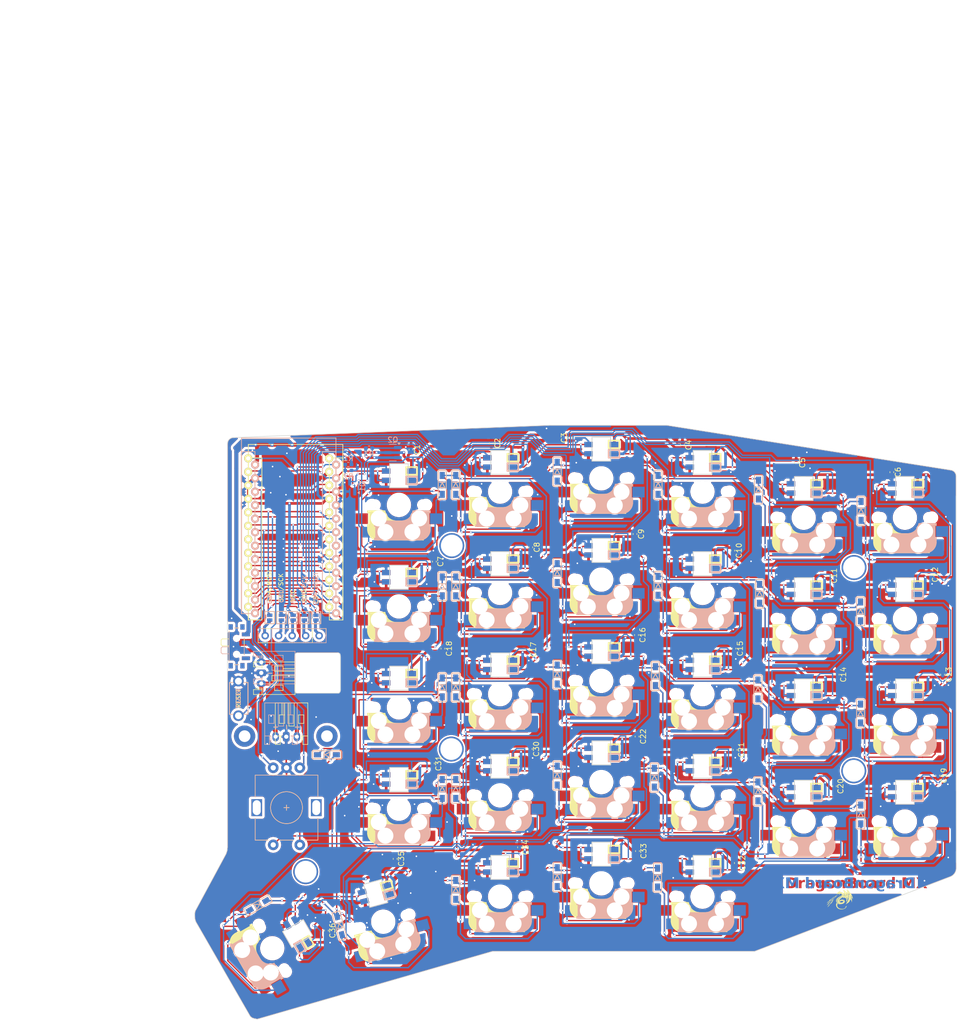
<source format=kicad_pcb>
(kicad_pcb (version 20241129) (generator "pcbnew") (generator_version "8.99")
  (layers (0 "F.Cu" signal) (2 "B.Cu" signal) (13 "F.Paste" user) (15 "B.Paste" user) (5 "F.SilkS" user "F.Silkscreen") (7 "B.SilkS" user "B.Silkscreen") (1 "F.Mask" user) (3 "B.Mask" user) (25 "Edge.Cuts" user))
  (net 0 "")
  (net 1 "Net-(D1-A)")
  (net 2 "Net-(D2-A)")
  (net 3 "Net-(D3-A)")
  (net 4 "Net-(D4-A)")
  (net 5 "Net-(D5-A)")
  (net 6 "Net-(D6-A)")
  (net 7 "Net-(D7-A)")
  (net 8 "Net-(D8-A)")
  (net 9 "Net-(D9-A)")
  (net 10 "Net-(D10-A)")
  (net 11 "Net-(D11-A)")
  (net 12 "Net-(D12-A)")
  (net 13 "Net-(D13-A)")
  (net 14 "Net-(D14-A)")
  (net 15 "Net-(D15-A)")
  (net 16 "Net-(D16-A)")
  (net 17 "Net-(D17-A)")
  (net 18 "Net-(D18-A)")
  (net 19 "Net-(D19-A)")
  (net 20 "Net-(D20-A)")
  (net 21 "Net-(D21-A)")
  (net 22 "Net-(D22-A)")
  (net 23 "Net-(D23-A)")
  (net 24 "Net-(D24-A)")
  (net 25 "Net-(D25-A)")
  (net 26 "Net-(D26-A)")
  (net 27 "Net-(D27-A)")
  (net 28 "VCC")
  (net 29 "col0")
  (net 30 "col1")
  (net 31 "col2")
  (net 32 "col3")
  (net 33 "col4")
  (net 34 "LED")
  (net 35 "RESET")
  (net 36 "Net-(D28-A)")
  (net 37 "Net-(D29-A)")
  (net 38 "Net-(D30-A)")
  (net 39 "Net-(J3-Pin_3)")
  (net 40 "Net-(J3-Pin_2)")
  (net 41 "Net-(J3-Pin_4)")
  (net 42 "Net-(J3-Pin_1)")
  (net 43 "Net-(J3-Pin_5)")
  (net 44 "ENCB")
  (net 45 "ENCA")
  (net 46 "Net-(JST_BATT1-Pin_2)")
  (net 47 "Net-(SW1B-DOUT)")
  (net 48 "Net-(SW2B-DOUT)")
  (net 49 "Net-(SW2B-DIN)")
  (net 50 "Net-(SW3B-DOUT)")
  (net 51 "Net-(SW10B-DOUT)")
  (net 52 "Net-(SW4B-DOUT)")
  (net 53 "Net-(SW11B-DIN)")
  (net 54 "Net-(SW12B-DOUT)")
  (net 55 "Net-(SW13B-DIN)")
  (net 56 "Net-(SW14B-DOUT)")
  (net 57 "Net-(SW15B-DIN)")
  (net 58 "Net-(SW10B-DIN)")
  (net 59 "Net-(SW11B-DOUT)")
  (net 60 "Net-(SW12B-DIN)")
  (net 61 "Net-(SW13B-DOUT)")
  (net 62 "Net-(SW14B-DIN)")
  (net 63 "Net-(SW15B-DOUT)")
  (net 64 "Net-(SW16B-DIN)")
  (net 65 "Net-(SW17B-DOUT)")
  (net 66 "Net-(SW18B-DIN)")
  (net 67 "Net-(SW19B-DOUT)")
  (net 68 "Net-(SW20B-DIN)")
  (net 69 "GND")
  (net 70 "Net-(SW21B-DOUT)")
  (net 71 "Net-(SW22B-DIN)")
  (net 72 "Net-(SW23B-DOUT)")
  (net 73 "row0")
  (net 74 "row1")
  (net 75 "row2")
  (net 76 "row3")
  (net 77 "row4")
  (net 78 "SCL")
  (net 79 "SDA")
  (net 80 "Net-(SW27B-DOUT)")
  (net 81 "Net-(SW29B-DOUT)")
  (net 82 "CS")
  (net 83 "Net-(SW_BATT+1-A)")
  (net 84 "col5")
  (net 88 "Net-(SW26B-DOUT)")
  (net 90 "Net-(Q1-G)")
  (net 91 "Net-(Q1-D)")
  (net 92 "+VSW")
  (footprint "SofleKeyboard-footprint:HOLE_M2_TH" (layer "F.Cu") (at 103 119 90)
    (property "Reference" "TH7" (hide yes))
    (property "Value" "HOLE" (hide yes))
  )
  (footprint "SofleKeyboard-footprint:ProMicro" (layer "F.Cu") (at 101 56)
    (property "Reference" "U1" (hide yes))
    (property "Value" "ProMicro" (hide yes))
  )
  (footprint "SofleChoc:Jumper_small" (layer "F.Cu") (at 102.7391 71.2026 90)
    (property "Reference" "JP1" (hide yes))
    (property "Value" "Jumper_NO_Small" (hide yes))
  )
  (footprint "SofleChoc:Jumper_small" (layer "F.Cu") (at 100.6391 71.2026 90)
    (property "Reference" "JP2" (hide yes))
    (property "Value" "Jumper_NO_Small" (hide yes))
  )
  (footprint "SofleChoc:Jumper_small" (layer "F.Cu") (at 98.4391 71.2026 90)
    (property "Reference" "JP3" (hide yes))
    (property "Value" "Jumper_NO_Small" (hide yes))
  )
  (footprint "Diode_SMD:crkbd-diode" (layer "F.Cu") (at 128.705 46.227 -90)
    (property "Reference" "D1" (hide yes))
    (property "Value" "D" (hide yes))
  )
  (footprint "Diode_SMD:crkbd-diode" (layer "F.Cu") (at 131.245 46.23 -90)
    (property "Reference" "D2" (hide yes))
    (property "Value" "D" (hide yes))
  )
  (footprint "Diode_SMD:crkbd-diode" (layer "F.Cu") (at 150.345 43.73 -90)
    (property "Reference" "D3" (hide yes))
    (property "Value" "D" (hide yes))
  )
  (footprint "Diode_SMD:crkbd-diode" (layer "F.Cu") (at 169.345 46.23 -90)
    (property "Reference" "D4" (hide yes))
    (property "Value" "D" (hide yes))
  )
  (footprint "Diode_SMD:crkbd-diode" (layer "F.Cu") (at 188.2391 47.1026 -90)
    (property "Reference" "D5" (hide yes))
    (property "Value" "D" (hide yes))
  )
  (footprint "Diode_SMD:crkbd-diode" (layer "F.Cu") (at 207.545 51.13 -90)
    (property "Reference" "D6" (hide yes))
    (property "Value" "D" (hide yes))
  )
  (footprint "Diode_SMD:crkbd-diode" (layer "F.Cu") (at 128.705 84.33 -90)
    (property "Reference" "D13" (hide yes))
    (property "Value" "D" (hide yes))
  )
  (footprint "Diode_SMD:crkbd-diode" (layer "F.Cu") (at 128.705 103.43 -90)
    (property "Reference" "D19" (hide yes))
    (property "Value" "D" (hide yes))
  )
  (footprint "Diode_SMD:crkbd-diode" (layer "F.Cu") (at 107 97)
    (property "Reference" "D25" (hide yes))
    (property "Value" "D" (hide yes))
  )
  (footprint "Diode_SMD:crkbd-diode" (layer "F.Cu") (at 94.007 125.351 -150)
    (property "Reference" "D26" (hide yes))
    (property "Value" "D" (hide yes))
  )
  (footprint "SofleKeyboard-footprint:M2_HOLE_PCB" (layer "F.Cu") (at 91.5 93.5)
    (property "Reference" "TH1" (hide yes))
    (property "Value" "HOLE")
  )
  (footprint "SofleChoc:Jumper_small" (layer "F.Cu") (at 96.2291 71.2049 90)
    (property "Reference" "JP4" (hide yes))
    (property "Value" "Jumper_NO_Small" (hide yes))
  )
  (footprint "SofleChoc:OLED_NICEVIEW_COMBO_HDR_5Pin" (layer "F.Cu") (at 100.4494 74.6)
    (property "Reference" "J3" (hide yes))
    (property "Value" "OLED")
  )
  (footprint "SofleKeyboard-footprint:M2_HOLE_PCB" (layer "F.Cu") (at 107 93.5)
    (property "Reference" "TH2" (hide yes))
    (property "Value" "HOLE")
  )
  (footprint "SofleKeyboard-footprint:RotaryEncoder_Alps_EC11E-Switch_Vertical_H20mm-keebio_modified" (layer "F.Cu") (at 99.389121 106.95264 -90)
    (property "Reference" "SW31" (hide yes))
    (property "Value" "Rotary_Encoder_Switch")
  )
  (footprint "SofleKeyboard-footprint:HOLE_M2_TH" (layer "F.Cu") (at 206.225 61.775)
    (property "Reference" "TH4" (hide yes))
    (property "Value" "HOLE" (hide yes))
  )
  (footprint "Diode_SMD:crkbd-diode" (layer "F.Cu") (at 128.705 65.33 -90)
    (property "Reference" "D7" (hide yes))
    (property "Value" "D" (hide yes))
  )
  (footprint "Diode_SMD:crkbd-diode" (layer "F.Cu") (at 131.245 65.33 -90)
    (property "Reference" "D8" (hide yes))
    (property "Value" "D" (hide yes))
  )
  (footprint "Diode_SMD:crkbd-diode" (layer "F.Cu") (at 150.345 62.82 -90)
    (property "Reference" "D9" (hide yes))
    (property "Value" "D" (hide yes))
  )
  (footprint "Diode_SMD:crkbd-diode" (layer "F.Cu") (at 169.345 65.23 -90)
    (property "Reference" "D10" (hide yes))
    (property "Value" "D" (hide yes))
  )
  (footprint "Diode_SMD:crkbd-diode" (layer "F.Cu") (at 188.4391 66.7026 -90)
    (property "Reference" "D11" (hide yes))
    (property "Value" "D" (hide yes))
  )
  (footprint "Diode_SMD:crkbd-diode" (layer "F.Cu") (at 207.445 70.03 -90)
    (property "Reference" "D12" (hide yes))
    (property "Value" "D" (hide yes))
  )
  (footprint "Diode_SMD:crkbd-diode" (layer "F.Cu") (at 109.374 129.161 -75)
    (property "Reference" "D27" (hide yes))
    (property "Value" "D" (hide yes))
  )
  (footprint "SofleKeyboard-footprint:HOLE_M2_TH" (layer "F.Cu") (at 206.175 100.025)
    (property "Reference" "TH6" (hide yes))
    (property "Value" "HOLE" (hide yes))
  )
  (footprint "Diode_SMD:crkbd-diode" (layer "F.Cu") (at 150.345 81.92 -90)
    (property "Reference" "D15" (hide yes))
    (property "Value" "D" (hide yes))
  )
  (footprint "Diode_SMD:crkbd-diode" (layer "F.Cu") (at 168.8391 82.2026 -90)
    (property "Reference" "D16" (hide yes))
    (property "Value" "D" (hide yes))
  )
  (footprint "Diode_SMD:crkbd-diode" (layer "F.Cu") (at 188.1391 84.7026 -90)
    (property "Reference" "D17" (hide yes))
    (property "Value" "D" (hide yes))
  )
  (footprint "Diode_SMD:crkbd-diode" (layer "F.Cu") (at 207.445 89.23 -90)
    (property "Reference" "D18" (hide yes))
    (property "Value" "D" (hide yes))
  )
  (footprint "Diode_SMD:crkbd-diode" (layer "F.Cu") (at 131.245 122.43 -90)
    (property "Reference" "D28" (hide yes))
    (property "Value" "D" (hide yes))
  )
  (footprint "Diode_SMD:crkbd-diode" (layer "F.Cu") (at 150.345 120.02 -90)
    (property "Reference" "D29" (hide yes))
    (property "Value" "D" (hide yes))
  )
  (footprint "Diode_SMD:crkbd-diode" (layer "F.Cu") (at 207.495 108.23 -90)
    (property "Reference" "D24" (hide yes))
    (property "Value" "D" (hide yes))
  )
  (footprint "Diode_SMD:crkbd-diode" (layer "F.Cu") (at 131.245 103.43 -90)
    (property "Reference" "D20" (hide yes))
    (property "Value" "D" (hide yes))
  )
  (footprint "Diode_SMD:crkbd-diode" (layer "F.Cu") (at 150.345 100.92 -90)
    (property "Reference" "D21" (hide yes))
    (property "Value" "D" (hide yes))
  )
  (footprint "Diode_SMD:crkbd-diode" (layer "F.Cu") (at 168.6391 101.3026 -90)
    (property "Reference" "D22" (hide yes))
    (property "Value" "D" (hide yes))
  )
  (footprint "Diode_SMD:crkbd-diode" (layer "F.Cu") (at 188.1391 103.9026 -90)
    (property "Reference" "D23" (hide yes))
    (property "Value" "D" (hide yes))
  )
  (footprint "Diode_SMD:crkbd-diode" (layer "F.Cu") (at 131.245 84.33 -90)
    (property "Reference" "D14" (hide yes))
    (property "Value" "D" (hide yes))
  )
  (footprint "Diode_SMD:crkbd-diode" (layer "F.Cu") (at 169.2391 120.1026 -90)
    (property "Reference" "D30" (hide yes))
    (property "Value" "D" (hide yes))
  )
  (footprint "SofleKeyboard-footprint:HOLE_M2_TH" (layer "F.Cu") (at 130.5021 57.6486)
    (property "Reference" "TH3" (hide yes))
    (property "Value" "HOLE" (hide yes))
  )
  (footprint "SofleKeyboard-footprint:HOLE_M2_TH" (layer "F.Cu") (at 130.4001 95.9276)
    (property "Reference" "TH5" (hide yes))
    (property "Value" "HOLE" (hide yes))
  )
  (footprint "Capacitor_SMD:C_0402_1005Metric_Pad0.74x0.62mm_HandSolder" (layer "F.Cu") (at 165.269703 74.47264 -90)
    (property "Reference" "C16")
    (property "Value" "100n")
  )
  (footprint "SofleChoc:SK6812MINI_and_cherry" (layer "F.Cu") (at 177.7 123.699999 180)
    (property "Reference" "SW30" (hide yes))
    (property "Value" "SW_PUSH_LED" (hide yes))
  )
  (footprint "SofleChoc:SK6812MINI_and_cherry" (layer "F.Cu") (at 177.7 66.55264 180)
    (property "Reference" "SW10" (hide yes))
    (property "Value" "SW_PUSH_LED" (hide yes))
  )
  (footprint "SofleChoc:SK6812MINI_and_cherry" (layer "F.Cu") (at 215.8 71.449999 180)
    (property "Reference" "SW12" (hide yes))
    (property "Value" "SW_PUSH_LED" (hide yes))
  )
  (footprint "Capacitor_SMD:C_0402_1005Metric_Pad0.74x0.62mm_HandSolder" (layer "F.Cu") (at 184.069196 117.37264 -90)
    (property "Reference" "C32")
    (property "Value" "100n")
  )
  (footprint "Capacitor_SMD:C_0402_1005Metric_Pad0.74x0.62mm_HandSolder" (layer "F.Cu") (at 195.33912 42.08264 -90)
    (property "Reference" "C5")
    (property "Value" "100n")
  )
  (footprint "Capacitor_SMD:C_0402_1005Metric_Pad0.74x0.62mm_HandSolder" (layer "F.Cu") (at 222.900721 81.92264 -90)
    (property "Reference" "C13")
    (property "Value" "100n")
  )
  (footprint "SofleChoc:SK6812MINI_and_cherry" (layer "F.Cu") (at 177.7 85.6 180)
    (property "Reference" "SW16" (hide yes))
    (property "Value" "SW_PUSH_LED" (hide yes))
  )
  (footprint "Capacitor_SMD:C_0402_1005Metric_Pad0.74x0.62mm_HandSolder" (layer "F.Cu") (at 119.83912 116.58264 -90)
    (property "Reference" "C35")
    (property "Value" "100n")
  )
  (footprint "SofleChoc:SK6812MINI_and_cherry" (layer "F.Cu") (at 215.8 90.499999 180)
    (property "Reference" "SW18" (hide yes))
    (property "Value" "SW_PUSH_LED" (hide yes))
  )
  (footprint "Capacitor_SMD:C_0402_1005Metric_Pad0.74x0.62mm_HandSolder" (layer "F.Cu") (at 128.83912 77.030994 -90)
    (property "Reference" "C18")
    (property "Value" "100n")
  )
  (footprint "Capacitor_SMD:C_0402_1005Metric_Pad0.74x0.62mm_HandSolder" (layer "F.Cu") (at 165.454658 115.12264 -90)
    (property "Reference" "C33")
    (property "Value" "100n")
  )
  (footprint "SofleChoc:SK6812MINI_and_cherry" (layer "F.Cu") (at 215.8 109.55 180)
    (property "Reference" "SW24" (hide yes))
    (property "Value" "SW_PUSH_LED" (hide yes))
  )
  (footprint "SofleChoc:SK6812MINI_and_cherry" (layer "F.Cu") (at 120.55 88.1 180)
    (property "Reference" "SW13" (hide yes))
    (property "Value" "SW_PUSH_LED" (hide yes))
  )
  (footprint "Capacitor_SMD:C_0402_1005Metric_Pad0.74x0.62mm_HandSolder" (layer "F.Cu") (at 221.974393 100.92264 -90)
    (property "Reference" "C19")
    (property "Value" "100n")
  )
  (footprint "Capacitor_SMD:C_0402_1005Metric_Pad0.74x0.62mm_HandSolder" (layer "F.Cu") (at 106.889364 130.08264 -90)
    (property "Reference" "C36")
    (property "Value" "100n")
  )
  (footprint "Capacitor_SMD:C_0402_1005Metric_Pad0.74x0.62mm_HandSolder" (layer "F.Cu") (at 183.83912 96.08264 -90)
    (property "Reference" "C21")
    (property "Value" "100n")
  )
  (footprint "SofleChoc:SK6812MINI_and_cherry" (layer "F.Cu") (at 196.75 52.4 180)
    (property "Reference" "SW5" (hide yes))
    (property "Value" "SW_PUSH_LED" (hide yes))
  )
  (footprint "SofleChoc:SK6812MINI_and_cherry" (layer "F.Cu") (at 196.75 90.5 180)
    (property "Reference" "SW17" (hide yes))
    (property "Value" "SW_PUSH_LED" (hide yes))
  )
  (footprint "Capacitor_SMD:C_0402_1005Metric_Pad0.74x0.62mm_HandSolder" (layer "F.Cu") (at 143.255833 114.42264 -90)
    (property "Reference" "C34")
    (property "Value" "100n")
  )
  (footprint "SofleChoc:SK6812MINI_and_cherry" (layer "F.Cu") (at 96.711204 133.40264 120)
    (property "Reference" "SW26" (hide yes))
    (property "Value" "SW_PUSH_LED" (hide yes))
  )
  (footprint "Capacitor_SMD:C_0402_1005Metric_Pad0.74x0.62mm_HandSolder" (layer "F.Cu") (at 164.997376 55.472441 -90)
    (property "Reference" "C9")
    (property "Value" "100n")
  )
  (footprint "SofleChoc:SK6812MINI_and_cherry" (layer "F.Cu") (at 196.75 109.55 180)
    (property "Reference" "SW23" (hide yes))
    (property "Value" "SW_PUSH_LED" (hide yes))
  )
  (footprint "Capacitor_SMD:C_0402_1005Metric_Pad0.74x0.62mm_HandSolder" (layer "F.Cu") (at 202.54203 102.92264 -90)
    (property "Reference" "C20")
    (property "Value" "100n")
  )
  (footprint "Capacitor_SMD:C_0402_1005Metric_Pad0.74x0.62mm_HandSolder" (layer "F.Cu") (at 201.327253 63.319961 -90)
    (property "Reference" "C11")
    (property "Value" "100n")
  )
  (footprint "SofleChoc:JST_PH_S2B-PH-K_1x02_P2.00mm_DoubleSided" (layer "F.Cu") (at 94.5391 81.6026 90)
    (property "Reference" "JST_BATT2" (hide yes))
    (property "Value" "Conn_01x02" (hide yes))
  )
  (footprint "SofleChoc:SK6812MINI_and_cherry" (layer "F.Cu") (at 120.55 107.15 180)
    (property "Reference" "SW19" (hide yes))
    (property "Value" "SW_PUSH_LED" (hide yes))
  )
  (footprint "Capacitor_SMD:C_0402_1005Metric_Pad0.74x0.62mm_HandSolder" (layer "F.Cu") (at 144.702222 77.22264 -90)
    (property "Reference" "C17")
    (property "Value" "100n")
  )
  (footprint "SofleChoc:SK6812MINI_and_cherry" (layer "F.Cu") (at 120.55 69.1 180)
    (property "Reference" "SW7" (hide yes))
    (property "Value" "SW_PUSH_LED" (hide yes))
  )
  (footprint "Capacitor_SMD:C_0402_1005Metric_Pad0.74x0.62mm_HandSolder" (layer "F.Cu") (at 145.366286 57.97264 -90)
    (property "Reference" "C8")
    (property "Value" "100n")
  )
  (footprint "Capacitor_SMD:C_0402_1005Metric_Pad0.74x0.62mm_HandSolder" (layer "F.Cu") (at 173.917436 38.72264 -90)
    (property "Reference" "C4")
    (property "Value" "100n")
  )
  (footprint "Capacitor_SMD:C_0402_1005Metric_Pad0.74x0.62mm_HandSolder" (layer "F.Cu") (at 137.959998 38.40462 -90)
    (property "Reference" "C2")
    (property "Value" "100n")
  )
  (footprint "SofleChoc:SK6812MINI_and_cherry" (layer "F.Cu") (at 139.6 66.55 180)
    (property "Reference" "SW8" (hide yes))
    (property "Value" "SW_PUSH_LED" (hide yes))
  )
  (footprint "Capacitor_SMD:C_0402_1005Metric_Pad0.74x0.62mm_HandSolder" (layer "F.Cu") (at 122.83912 39.58264 -90)
    (property "Reference" "C1")
    (property "Value" "100n")
  )
  (footprint "Capacitor_SMD:C_0402_1005Metric_Pad0.74x0.62mm_HandSolder" (layer "F.Cu") (at 165.380369 93.57264 -90)
    (property "Reference" "C22")
    (property "Value" "100n")
  )
  (footprint "fire:dr" (layer "F.Cu") (at 203.53912 124.15264)
    (property "Reference" "G***" (hide yes))
    (property "Value" "LOGO" (hide yes))
  )
  (footprint "SofleChoc:SK6812MINI_and_cherry" (layer "F.Cu") (at 158.650002 45 180)
    (property "Reference" "SW3" (hide yes))
    (property "Value" "SW_PUSH_LED" (hide yes))
  )
  (footprint "SofleKeyboard-footprint:TACT_SWITCH_TVBP06" (layer "F.Cu") (at 90.33912 86.40264 -90)
    (property "Reference" "RSW1" (hide yes))
    (property "Value" "SW_RST" (hide yes))
  )
  (footprint "SofleChoc:SK6812MINI_and_cherry" (layer "F.Cu") (at 177.7 47.5 180)
    (property "Reference" "SW4" (hide yes))
    (property "Value" "SW_PUSH_LED" (hide yes))
  )
  (footprint "Capacitor_SMD:C_0402_1005Metric_Pad0.74x0.62mm_HandSolder" (layer "F.Cu") (at 152.805145 37.38264 90)
    (property "Reference" "C3")
    (property "Value" "100n")
  )
  (footprint "Capacitor_SMD:C_0402_1005Metric_Pad0.74x0.62mm_HandSolder" (layer "F.Cu") (at 183.410472 58.58264 -90)
    (property "Reference" "C10")
    (property "Value" "100n")
  )
  (footprint "Button_Switch_SMD:SW_SPDT_PCM12" (layer "F.Cu") (at 90.3141 76.6026 -90)
    (property "Reference" "SW_BATT+1" (hide yes))
    (property "Value" "SW_SPST")
  )
  (footprint "SofleChoc:SK6812MINI_and_cherry" (layer "F.Cu") (at 196.75 71.45 180)
    (property "Reference" "SW11" (hide yes))
    (property "Value" "SW_PUSH_LED" (hide yes))
  )
  (footprint "SofleChoc:SK6812MINI_and_cherry" (layer "F.Cu") (at 158.65 121.199999 180)
    (property "Reference" "SW29" (hide yes))
    (property "Value" "SW_PUSH_LED" (hide yes))
  )
  (footprint "SofleChoc:SK6812MINI_and_cherry" (layer "F.Cu") (at 139.600002 47.5 180)
    (property "Reference" "SW2" (hide yes))
    (property "Value" "SW_PUSH_LED" (hide yes))
  )
  (footprint "Capacitor_SMD:C_0402_1005Metric_Pad0.74x0.62mm_HandSolder" (layer "F.Cu") (at 183.612382 77.02264 -90)
    (property "Reference" "C15")
    (property "Value" "100n")
  )
  (footprint "SofleChoc:SK6812MINI_and_cherry" (layer "F.Cu") (at 120.549999 49.999997 180)
    (property "Reference" "SW1" (hide yes))
    (property "Value" "SW_PUSH_LED" (hide yes))
  )
  (footprint "SofleChoc:SK6812MINI_and_cherry" (layer "F.Cu") (at 158.65 64.05 180)
    (property "Reference" "SW9" (hide yes))
    (property "Value" "SW_PUSH_LED" (hide yes))
  )
  (footprint "SofleChoc:SK6812MINI_and_cherry" (layer "F.Cu") (at 158.65 102.15 180)
    (property "Reference" "SW21" (hide yes))
    (property "Value" "SW_PUSH_LED" (hide yes))
  )
  (footprint "SofleChoc:SK6812MINI_and_cherry" (layer "F.Cu") (at 139.6 104.649999 180)
    (property "Reference" "SW20" (hide yes))
    (property "Value" "SW_PUSH_LED" (hide yes))
  )
  (footprint "SofleChoc:JST_PH_S2B-PH-K_1x02_P2.00mm_DoubleSided" (layer "F.Cu") (at 99.3391 93.7026 180)
    (property "Reference" "JST_BATT1" (hide yes))
    (property "Value" "Conn_01x02" (hide yes))
  )
  (footprint "SofleChoc:SK6812MINI_and_cherry" (layer "F.Cu") (at 139.6 123.7 180)
    (property "Reference" "SW28" (hide yes))
    (property "Value" "SW_PUSH_LED" (hide yes))
  )
  (footprint "Capacitor_SMD:C_0402_1005Metric_Pad0.74x0.62mm_HandSolder" (layer "F.Cu") (at 145.253684 95.92264 -90)
    (property "Reference" "C30")
    (property "Value" "100n")
  )
  (footprint "SofleChoc:SK6812MINI_and_cherry" (layer "F.Cu") (at 177.7 104.65 180)
    (property "Reference" "SW22" (hide yes))
    (property "Value" "SW_PUSH_LED" (hide yes))
  )
  (footprint "Capacitor_SMD:C_0402_1005Metric_Pad0.74x0.62mm_HandSolder" (layer "F.Cu") (at 126.83912 98.62264 -90)
    (property "Reference" "C31")
    (property "Value" "100n")
  )
  (footprint "Capacitor_SMD:C_0402_1005Metric_Pad0.74x0.62mm_HandSolder" (layer "F.Cu") (at 203.051709 81.92264 -90)
    (property "Reference" "C14")
    (property "Value" "100n")
  )
  (footprint "Capacitor_SMD:C_0402_1005Metric_Pad0.74x0.62mm_HandSolder" (layer "F.Cu") (at 220.33912 63.12264 -90)
    (property "Reference" "C12")
    (property "Value" "100n")
  )
  (footprint "SofleChoc:Jumper_small" (layer "F.Cu") (at 104.9291 71.2026 90)
    (property "Reference" "JP0" (hide yes))
    (property "Value" "Jumper_NO_Small" (hide yes))
  )
  (footprint "Capacitor_SMD:C_0402_1005Metric_Pad0.74x0.62mm_HandSolder" (layer "F.Cu") (at 127.221645 60.657396 -90)
    (property "Reference" "C7")
    (property "Value" "100n")
  )
  (footprint "Capacitor_SMD:C_0402_1005Metric_Pad0.74x0.62mm_HandSolder" (layer "F.Cu") (at 213.33912 43.835511 -90)
    (property "Reference" "C6")
    (property "Value" "100n")
  )
  (footprint "SofleChoc:SK6812MINI_and_cherry" (layer "F.Cu") (at 158.65 83.1 180)
    (property "Reference" "SW15" (hide yes))
    (property "Value" "SW_PUSH_LED" (hide yes))
  )
  (footprint "SofleChoc:SK6812MINI_and_cherry" (layer "F.Cu") (at 139.6 85.6 180)
    (property "Reference" "SW14" (hide yes))
    (property "Value" "SW_PUSH_LED" (hide yes))
  )
  (footprint "fire:dragon3" (layer "F.Cu") (at 203.53912 124.15264)
    (property "Reference" "G***" (hide yes))
    (property "Value" "LOGO" (hide yes))
  )
  (footprint "SofleChoc:SK6812MINI_and_cherry" (layer "F.Cu") (at 215.8 52.4 180)
    (property "Reference" "SW6" (hide yes))
    (property "Value" "SW_PUSH_LED" (hide yes))
  )
  (footprint "SofleChoc:SK6812MINI_and_cherry" (layer "F.Cu") (at 117.599999 128.4 -165)
    (property "Reference" "SW27" (hide yes))
    (property "Value" "SW_PUSH_LED" (hide yes))
  )
  (footprint "SofleChoc:Jumper_small" (layer "B.Cu") (at 100.6391 71.2026 90)
    (property "Reference" "JP7" (hide yes))
    (property "Value" "Jumper_NO_Small" (hide yes))
  )
  (footprint "SofleChoc:Jumper_small" (layer "B.Cu") (at 98.4391 71.2026 90)
    (property "Reference" "JP8" (hide yes))
    (property "Value" "Jumper_NO_Small" (hide yes))
  )
  (footprint "SofleChoc:Jumper_small" (layer "B.Cu") (at 96.2291 71.2026 90)
    (property "Reference" "JP9" (hide yes))
    (property "Value" "Jumper_NO_Small" (hide yes))
  )
  (footprint "SofleChoc:Jumper_small" (layer "B.Cu") (at 102.7391 71.2026 90)
    (property "Reference" "JP6" (hide yes))
    (property "Value" "Jumper_NO_Small" (hide yes))
  )
  (footprint "SofleChoc:Jumper_small" (layer "B.Cu") (at 104.9291 71.2026 90)
    (property "Reference" "JP5" (hide yes))
    (property "Value" "Jumper_NO_Small" (hide yes))
  )
  (footprint "Resistor_SMD:R_0402_1005Metric_Pad0.72x0.64mm_HandSolder" (layer "B.Cu") (at 111.019286 43.502964)
    (property "Reference" "R2")
    (property "Value" "10k")
  )
  (footprint "Resistor_SMD:R_0402_1005Metric_Pad0.72x0.64mm_HandSolder" (layer "B.Cu") (at 111.019286 42.38905 180)
    (property "Reference" "R1")
    (property "Value" "100R")
  )
  (footprint "Package_TO_SOT_SMD:SOT-23" (layer "B.Cu") (at 111.28912 46.54014 90)
    (property "Reference" "Q1")
    (property "Value" "2N7002")
  )
  (footprint "Button_Switch_SMD:SW_SPDT_PCM12" (layer "B.Cu") (at 90.3141 76.6026 90)
    (property "Reference" "SW_BATT+2" (hide yes))
    (property "Value" "SW_SPST")
  )
  (footprint "Resistor_SMD:R_0402_1005Metric_Pad0.72x0.64mm_HandSolder" (layer "B.Cu") (at 114.93662 39.30264)
    (property "Reference" "R3")
    (property "Value" "10k")
  )
  (footprint "Package_TO_SOT_SMD:SOT-23" (layer "B.Cu") (at 119.40162 40.15264 180)
    (property "Reference" "Q2")
    (property "Value" "AO3401A")
  )
  (gr_line (start 89.19368 37.348815) (end 89.425853 37.325405) (stroke (width 0.1)) (layer "Edge.Cuts"))
  (gr_line (start 88.977436 37.415945) (end 89.19368 37.348815) (stroke (width 0.1)) (layer "Edge.Cuts"))
  (gr_line (start 88.2 115.05) (end 88 115.65) (stroke (width 0.1)) (layer "Edge.Cuts"))
  (gr_line (start 82.1 126.9) (end 82.2 126.4) (stroke (width 0.1)) (layer "Edge.Cuts"))
  (gr_line (start 88.275257 114.4) (end 88.2 115.05) (stroke (width 0.1)) (layer "Edge.Cuts"))
  (gr_line (start 88.47059 37.833327) (end 88.611259 37.662831) (stroke (width 0.1)) (layer "Edge.Cuts"))
  (gr_line (start 88.273857 38.477435) (end 88.297257 38.245261) (stroke (width 0.1)) (layer "Edge.Cuts"))
  (gr_line (start 88.364377 38.029014) (end 88.47059 37.833327) (stroke (width 0.1)) (layer "Edge.Cuts"))
  (gr_line (start 82.2 126.4) (end 88 115.65) (stroke (width 0.1)) (layer "Edge.Cuts"))
  (gr_line (start 88.781752 37.52216) (end 88.977436 37.415945) (stroke (width 0.1)) (layer "Edge.Cuts"))
  (gr_line (start 88.611259 37.662831) (end 88.781752 37.52216) (stroke (width 0.1)) (layer "Edge.Cuts"))
  (gr_line (start 88.297257 38.245261) (end 88.364377 38.029014) (stroke (width 0.1)) (layer "Edge.Cuts"))
  (gr_line (start 225.283881 43.997807) (end 225.370281 44.178672) (stroke (width 0.1)) (layer "Edge.Cuts"))
  (gr_line (start 92.55 146.2) (end 82.3 128.4) (stroke (width 0.1)) (layer "Edge.Cuts"))
  (gr_line (start 170.95 35) (end 224.475441 43.445146) (stroke (width 0.1)) (layer "Edge.Cuts"))
  (gr_line (start 225.424381 44.374571) (end 225.443181 44.581902) (stroke (width 0.1)) (layer "Edge.Cuts"))
  (gr_line (start 225.370281 44.178672) (end 225.424381 44.374571) (stroke (width 0.1)) (layer "Edge.Cuts"))
  (gr_line (start 224.677111 43.496776) (end 224.861871 43.581466) (stroke (width 0.1)) (layer "Edge.Cuts"))
  (gr_line (start 224.475441 43.445146) (end 224.677111 43.496776) (stroke (width 0.1)) (layer "Edge.Cuts"))
  (gr_line (start 92.55 146.2) (end 92.9 146.5) (stroke (width 0.1)) (layer "Edge.Cuts"))
  (gr_line (start 138.154128 134) (end 187.5 134) (stroke (width 0.1)) (layer "Edge.Cuts"))
  (gr_line (start 82.3 128.4) (end 82.15 127.9) (stroke (width 0.1)) (layer "Edge.Cuts"))
  (gr_line (start 82.1 127.3) (end 82.1 126.9) (stroke (width 0.1)) (layer "Edge.Cuts"))
  (gr_line (start 93.35 146.65) (end 93.9 146.75) (stroke (width 0.1)) (layer "Edge.Cuts"))
  (gr_line (start 82.15 127.9) (end 82.1 127.3) (stroke (width 0.1)) (layer "Edge.Cuts"))
  (gr_line (start 92.9 146.5) (end 93.35 146.65) (stroke (width 0.1)) (layer "Edge.Cuts"))
  (gr_line (start 224.386395 119.928646) (end 187.5 134) (stroke (width 0.1)) (layer "Edge.Cuts"))
  (gr_line (start 225.168321 43.835582) (end 225.283881 43.997807) (stroke (width 0.1)) (layer "Edge.Cuts"))
  (gr_line (start 224.861871 43.581466) (end 225.026621 43.6956) (stroke (width 0.1)) (layer "Edge.Cuts"))
  (gr_line (start 149 35) (end 170.95 35) (stroke (width 0.1)) (layer "Edge.Cuts"))
  (gr_line (start 225.026621 43.6956) (end 225.168321 43.835582) (stroke (width 0.1)) (layer "Edge.Cuts"))
  (gr_line (start 138.154128 134) (end 93.9 146.75) (stroke (width 0.1)) (layer "Edge.Cuts"))
  (gr_line (start 225.443181 44.581902) (end 225.470181 118.35) (stroke (width 0.1)) (layer "Edge.Cuts"))
  (gr_line (start 109.43912 78.00264) (end 109.13912 77.80264) (stroke (width 0.1)) (layer "Edge.Cuts"))
  (gr_line (start 122.3 103.9) (end 118.8 103.9) (stroke (width 0.15)) (layer "Edge.Cuts"))
  (gr_line (start 214.05 49.15) (end 214.05 44.65) (stroke (width 0.15)) (layer "Edge.Cuts"))
  (gr_line (start 160.4 117.949999) (end 156.9 117.949999) (stroke (width 0.15)) (layer "Edge.Cuts"))
  (gr_line (start 175.95 63.30264) (end 175.95 58.80264) (stroke (width 0.15)) (layer "Edge.Cuts"))
  (gr_line (start 109.43912 85.20264) (end 109.53912 84.90264) (stroke (width 0.1)) (layer "Edge.Cuts"))
  (gr_line (start 175.95 120.449999) (end 175.95 115.949999) (stroke (width 0.15)) (layer "Edge.Cuts"))
  (gr_line (start 122.3 80.35) (end 122.3 84.85) (stroke (width 0.15)) (layer "Edge.Cuts"))
  (gr_line (start 175.95 115.949999) (end 179.45 115.949999) (stroke (width 0.15)) (layer "Edge.Cuts"))
  (gr_line (start 179.45 63.30264) (end 175.95 63.30264) (stroke (width 0.15)) (layer "Edge.Cuts"))
  (gr_line (start 122.3 61.35) (end 122.3 65.85) (stroke (width 0.15)) (layer "Edge.Cuts"))
  (gr_arc (start 225.470181 118.35) (mid 225.16322 119.300611) (end 224.386395 119.928646) (stroke (width 0.1)) (layer "Edge.Cuts"))
  (gr_line (start 117.284523 120.46114) (end 118.449209 124.807806) (stroke (width 0.15)) (layer "Edge.Cuts"))
  (gr_line (start 175.95 82.35) (end 175.95 77.85) (stroke (width 0.15)) (layer "Edge.Cuts"))
  (gr_line (start 137.85 77.85) (end 141.35 77.85) (stroke (width 0.15)) (layer "Edge.Cuts"))
  (gr_line (start 195 87.25) (end 195 82.75) (stroke (width 0.15)) (layer "Edge.Cuts"))
  (gr_line (start 160.400003 41.749999) (end 156.900003 41.749999) (stroke (width 0.15)) (layer "Edge.Cuts"))
  (gr_line (start 195 82.75) (end 198.5 82.75) (stroke (width 0.15)) (layer "Edge.Cuts"))
  (gr_line (start 175.95 96.9) (end 179.45 96.9) (stroke (width 0.15)) (layer "Edge.Cuts"))
  (gr_line (start 156.9 60.8) (end 156.9 56.3) (stroke (width 0.15)) (layer "Edge.Cuts"))
  (gr_line (start 156.900003 41.749999) (end 156.900003 37.249999) (stroke (width 0.15)) (layer "Edge.Cuts"))
  (gr_line (start 118.8 84.85) (end 118.8 80.35) (stroke (width 0.15)) (layer "Edge.Cuts"))
  (gr_line (start 217.55 49.15) (end 214.05 49.15) (stroke (width 0.15)) (layer "Edge.Cuts"))
  (gr_line (start 175.95 77.85) (end 179.45 77.85) (stroke (width 0.15)) (layer "Edge.Cuts"))
  (gr_line (start 101.03912 78.00264) (end 100.998835 78.16378) (stroke (width 0.1)) (layer "Edge.Cuts"))
  (gr_line (start 109.23912 85.40264) (end 109.43912 85.20264) (stroke (width 0.1)) (layer "Edge.Cuts"))
  (gr_line (start 198.5 63.7) (end 198.5 68.2) (stroke (width 0.15)) (layer "Edge.Cuts"))
  (gr_line (start 101.03912 85.20264) (end 101.23912 85.40264) (stroke (width 0.1)) (layer "Edge.Cuts"))
  (gr_line (start 88.275257 114.4) (end 88.273857 38.477435) (stroke (width 0.1)) (layer "Edge.Cuts"))
  (gr_line (start 141.35 101.399999) (end 137.85 101.399999) (stroke (width 0.15)) (layer "Edge.Cuts"))
  (gr_line (start 160.4 75.35) (end 160.4 79.85) (stroke (width 0.15)) (layer "Edge.Cuts"))
  (gr_line (start 195.009491 44.65) (end 198.509491 44.65) (stroke (width 0.15)) (layer "Edge.Cuts"))
  (gr_line (start 137.850004 44.249999) (end 137.850004 39.749999) (stroke (width 0.15)) (layer "Edge.Cuts"))
  (gr_line (start 122.3 84.85) (end 118.8 84.85) (stroke (width 0.15)) (layer "Edge.Cuts"))
  (gr_line (start 179.45 101.4) (end 175.95 101.4) (stroke (width 0.15)) (layer "Edge.Cuts"))
  (gr_line (start 195 63.7) (end 198.5 63.7) (stroke (width 0.15)) (layer "Edge.Cuts"))
  (gr_line (start 137.85 101.399999) (end 137.85 96.899999) (stroke (width 0.15)) (layer "Edge.Cuts"))
  (gr_line (start 217.55 101.8) (end 217.55 106.3) (stroke (width 0.15)) (layer "Edge.Cuts"))
  (gr_line (start 109.13912 77.80264) (end 101.33912 77.80264) (stroke (width 0.1)) (layer "Edge.Cuts"))
  (gr_line (start 175.95 101.4) (end 175.95 96.9) (stroke (width 0.15)) (layer "Edge.Cuts"))
  (gr_line (start 115.068469 125.713673) (end 113.903783 121.367006) (stroke (width 0.15)) (layer "Edge.Cuts"))
  (gr_line (start 100.93912 78.648851) (end 100.93912 84.90264) (stroke (width 0.1)) (layer "Edge.Cuts"))
  (gr_line (start 156.9 79.85) (end 156.9 75.35) (stroke (width 0.15)) (layer "Edge.Cuts"))
  (gr_line (start 214.05 87.249999) (end 214.05 82.749999) (stroke (width 0.15)) (layer "Edge.Cuts"))
  (gr_line (start 100.400786 133.293184) (end 98.650788 130.262095) (stroke (width 0.15)) (layer "Edge.Cuts"))
  (gr_line (start 122.3 65.85) (end 118.8 65.85) (stroke (width 0.15)) (layer "Edge.Cuts"))
  (gr_line (start 137.85 115.95) (end 141.35 115.95) (stroke (width 0.15)) (layer "Edge.Cuts"))
  (gr_line (start 118.8 46.749996) (end 118.8 42.249996) (stroke (width 0.15)) (layer "Edge.Cuts"))
  (gr_line (start 198.5 101.8) (end 198.5 106.3) (stroke (width 0.15)) (layer "Edge.Cuts"))
  (gr_line (start 217.55 106.3) (end 214.05 106.3) (stroke (width 0.15)) (layer "Edge.Cuts"))
  (gr_line (start 141.35 77.85) (end 141.35 82.35) (stroke (width 0.15)) (layer "Edge.Cuts"))
  (gr_line (start 214.05 63.699999) (end 217.55 63.699999) (stroke (width 0.15)) (layer "Edge.Cuts"))
  (gr_line (start 198.509491 49.15) (end 195.009491 49.15) (stroke (width 0.15)) (layer "Edge.Cuts"))
  (gr_line (start 160.4 113.449999) (end 160.4 117.949999) (stroke (width 0.15)) (layer "Edge.Cuts"))
  (gr_line (start 104.297901 131.043184) (end 100.400786 133.293184) (stroke (width 0.15)) (layer "Edge.Cuts"))
  (gr_line (start 122.3 42.249996) (end 122.3 46.749996) (stroke (width 0.15)) (layer "Edge.Cuts"))
  (gr_line (start 141.35 58.8) (end 141.35 63.3) (stroke (width 0.15)) (layer "Edge.Cuts"))
  (gr_line (start 137.85 58.8) (end 141.35 58.8) (stroke (width 0.15)) (layer "Edge.Cuts"))
  (gr_line (start 98.650788 130.262095) (end 102.547901 128.012096) (stroke (width 0.15)) (layer "Edge.Cuts"))
  (gr_line (start 214.05 106.3) (end 214.05 101.8) (stroke (width 0.15)) (layer "Edge.Cuts"))
  (gr_line (start 141.350004 39.749999) (end 141.350004 44.249999) (stroke (width 0.15)) (layer "Edge.Cuts"))
  (gr_line (start 101.33912 77.80264) (end 101.03912 78.00264) (stroke (width 0.1)) (layer "Edge.Cuts"))
  (gr_line (start 137.850004 39.749999) (end 141.350004 39.749999) (stroke (width 0.15)) (layer "Edge.Cuts"))
  (gr_line (start 160.4 94.4) (end 160.4 98.9) (stroke (width 0.15)) (layer "Edge.Cuts"))
  (gr_line (start 109.53912 84.90264) (end 109.53912 78.648851) (stroke (width 0.1)) (layer "Edge.Cuts"))
  (gr_line (start 141.35 63.3) (end 137.85 63.3) (stroke (width 0.15)) (layer "Edge.Cuts"))
  (gr_line (start 156.9 56.3) (end 160.4 56.3) (stroke (width 0.15)) (layer "Edge.Cuts"))
  (gr_line (start 214.05 101.8) (end 217.55 101.8) (stroke (width 0.15)) (layer "Edge.Cuts"))
  (gr_line (start 175.95 58.80264) (end 179.45 58.80264) (stroke (width 0.15)) (layer "Edge.Cuts"))
  (gr_line (start 149 35) (end 89.425853 37.325405) (stroke (width 0.1)) (layer "Edge.Cuts"))
  (gr_line (start 156.900003 37.249999) (end 160.400003 37.249999) (stroke (width 0.15)) (layer "Edge.Cuts"))
  (gr_line (start 118.8 99.4) (end 122.3 99.4) (stroke (width 0.15)) (layer "Edge.Cuts"))
  (gr_line (start 137.85 120.45) (end 137.85 115.95) (stroke (width 0.15)) (layer "Edge.Cuts"))
  (gr_line (start 214.05 82.749999) (end 217.55 82.749999) (stroke (width 0.15)) (layer "Edge.Cuts"))
  (gr_line (start 137.85 96.899999) (end 141.35 96.899999) (stroke (width 0.15)) (layer "Edge.Cuts"))
  (gr_line (start 198.509491 44.65) (end 198.509491 49.15) (stroke (width 0.15)) (layer "Edge.Cuts"))
  (gr_line (start 160.4 56.3) (end 160.4 60.8) (stroke (width 0.15)) (layer "Edge.Cuts"))
  (gr_line (start 217.55 87.249999) (end 214.05 87.249999) (stroke (width 0.15)) (layer "Edge.Cuts"))
  (gr_line (start 118.8 65.85) (end 118.8 61.35) (stroke (width 0.15)) (layer "Edge.Cuts"))
  (gr_line (start 198.5 87.25) (end 195 87.25) (stroke (width 0.15)) (layer "Edge.Cuts"))
  (gr_line (start 141.35 115.95) (end 141.35 120.45) (stroke (width 0.15)) (layer "Edge.Cuts"))
  (gr_line (start 141.35 82.35) (end 137.85 82.35) (stroke (width 0.15)) (layer "Edge.Cuts"))
  (gr_line (start 179.45 82.35) (end 175.95 82.35) (stroke (width 0.15)) (layer "Edge.Cuts"))
  (gr_line (start 101.23912 85.40264) (end 109.23912 85.40264) (stroke (width 0.1)) (layer "Edge.Cuts"))
  (gr_line (start 118.8 103.9) (end 118.8 99.4) (stroke (width 0.15)) (layer "Edge.Cuts"))
  (gr_line (start 217.55 63.699999) (end 217.55 68.199999) (stroke (width 0.15)) (layer "Edge.Cuts"))
  (gr_line (start 122.3 46.749996) (end 118.8 46.749996) (stroke (width 0.15)) (layer "Edge.Cuts"))
  (gr_line (start 100.93912 84.90264) (end 101.03912 85.20264) (stroke (width 0.1)) (layer "Edge.Cuts"))
  (gr_line (start 141.35 120.45) (end 137.85 120.45) (stroke (width 0.15)) (layer "Edge.Cuts"))
  (gr_line (start 195 106.3) (end 195 101.8) (stroke (width 0.15)) (layer "Edge.Cuts"))
  (gr_line (start 156.9 117.949999) (end 156.9 113.449999) (stroke (width 0.15)) (layer "Edge.Cuts"))
  (gr_line (start 141.350004 44.249999) (end 137.850004 44.249999) (stroke (width 0.15)) (layer "Edge.Cuts"))
  (gr_line (start 195.009491 49.15) (end 195.009491 44.65) (stroke (width 0.15)) (layer "Edge.Cuts"))
  (gr_line (start 137.85 82.35) (end 137.85 77.85) (stroke (width 0.15)) (layer "Edge.Cuts"))
  (gr_line (start 109.479405 78.16378) (end 109.43912 78.00264) (stroke (width 0.1)) (layer "Edge.Cuts"))
  (gr_line (start 102.547901 128.012096) (end 104.297901 131.043184) (stroke (width 0.15)) (layer "Edge.Cuts"))
  (gr_line (start 160.4 60.8) (end 156.9 60.8) (stroke (width 0.15)) (layer "Edge.Cuts"))
  (gr_line (start 195 101.8) (end 198.5 101.8) (stroke (width 0.15)) (layer "Edge.Cuts"))
  (gr_line (start 118.8 42.249996) (end 122.3 42.249996) (stroke (width 0.15)) (layer "Edge.Cuts"))
  (gr_line (start 179.45 44.25) (end 175.95 44.25) (stroke (width 0.15)) (layer "Edge.Cuts"))
  (gr_line (start 118.8 61.35) (end 122.3 61.35) (stroke (width 0.15)) (layer "Edge.Cuts"))
  (gr_line (start 113.903783 121.367006) (end 117.284523 120.46114) (stroke (width 0.15)) (layer "Edge.Cuts"))
  (gr_line (start 137.85 63.3) (end 137.85 58.8) (stroke (width 0.15)) (layer "Edge.Cuts"))
  (gr_line (start 118.8 80.35) (end 122.3 80.35) (stroke (width 0.15)) (layer "Edge.Cuts"))
  (gr_line (start 160.4 79.85) (end 156.9 79.85) (stroke (width 0.15)) (layer "Edge.Cuts"))
  (gr_arc (start 109.479405 78.16378) (mid 109.524141 78.404484) (end 109.53912 78.648851) (stroke (width 0.1)) (layer "Edge.Cuts"))
  (gr_line (start 141.35 96.899999) (end 141.35 101.399999) (stroke (width 0.15)) (layer "Edge.Cuts"))
  (gr_line (start 214.05 68.199999) (end 214.05 63.699999) (stroke (width 0.15)) (layer "Edge.Cuts"))
  (gr_line (start 160.400003 37.249999) (end 160.400003 41.749999) (stroke (width 0.15)) (layer "Edge.Cuts"))
  (gr_line (start 179.45 96.9) (end 179.45 101.4) (stroke (width 0.15)) (layer "Edge.Cuts"))
  (gr_line (start 175.95 39.75) (end 179.45 39.75) (stroke (width 0.15)) (layer "Edge.Cuts"))
  (gr_line (start 198.5 106.3) (end 195 106.3) (stroke (width 0.15)) (layer "Edge.Cuts"))
  (gr_line (start 156.9 113.449999) (end 160.4 113.449999) (stroke (width 0.15)) (layer "Edge.Cuts"))
  (gr_line (start 217.55 44.65) (end 217.55 49.15) (stroke (width 0.15)) (layer "Edge.Cuts"))
  (gr_line (start 122.3 99.4) (end 122.3 103.9) (stroke (width 0.15)) (layer "Edge.Cuts"))
  (gr_line (start 179.45 120.449999) (end 175.95 120.449999) (stroke (width 0.15)) (layer "Edge.Cuts"))
  (gr_line (start 179.45 77.85) (end 179.45 82.35) (stroke (width 0.15)) (layer "Edge.Cuts"))
  (gr_line (start 156.9 75.35) (end 160.4 75.35) (stroke (width 0.15)) (layer "Edge.Cuts"))
  (gr_line (start 195 68.2) (end 195 63.7) (stroke (width 0.15)) (layer "Edge.Cuts"))
  (gr_line (start 217.55 68.199999) (end 214.05 68.199999) (stroke (width 0.15)) (layer "Edge.Cuts"))
  (gr_line (start 198.5 82.75) (end 198.5 87.25) (stroke (width 0.15)) (layer "Edge.Cuts"))
  (gr_line (start 156.9 94.4) (end 160.4 94.4) (stroke (width 0.15)) (layer "Edge.Cuts"))
  (gr_line (start 214.05 44.65) (end 217.55 44.65) (stroke (width 0.15)) (layer "Edge.Cuts"))
  (gr_line (start 179.45 39.75) (end 179.45 44.25) (stroke (width 0.15)) (layer "Edge.Cuts"))
  (gr_line (start 198.5 68.2) (end 195 68.2) (stroke (width 0.15)) (layer "Edge.Cuts"))
  (gr_line (start 160.4 98.9) (end 156.9 98.9) (stroke (width 0.15)) (layer "Edge.Cuts"))
  (gr_line (start 175.95 44.25) (end 175.95 39.75) (stroke (width 0.15)) (layer "Edge.Cuts"))
  (gr_line (start 156.9 98.9) (end 156.9 94.4) (stroke (width 0.15)) (layer "Edge.Cuts"))
  (gr_arc (start 100.93912 78.648851) (mid 100.954111 78.404486) (end 100.998835 78.16378) (stroke (width 0.1)) (layer "Edge.Cuts"))
  (gr_line (start 179.45 115.949999) (end 179.45 120.449999) (stroke (width 0.15)) (layer "Edge.Cuts"))
  (gr_line (start 217.55 82.749999) (end 217.55 87.249999) (stroke (width 0.15)) (layer "Edge.Cuts"))
  (gr_line (start 179.45 58.80264) (end 179.45 63.30264) (stroke (width 0.15)) (layer "Edge.Cuts"))
  (gr_line (start 118.449209 124.807806) (end 115.068469 125.713673) (stroke (width 0.15)) (layer "Edge.Cuts"))
  (gr_text "DragonBoard MX" (at 193.28912 122.45264 0) (layer "F.Cu") (effects (font (size 2 2) (thickness 0.3) (bold yes)) (justify left bottom)))
  (gr_text "DragonBoard MX" (at 217.78912 122.45264 0) (layer "B.Cu") (effects (font (size 2 2) (thickness 0.3) (bold yes)) (justify left bottom mirror)))
  (gr_text "+" (at 96.236324 83.59915 0) (layer "F.SilkS") (effects (font (size 1 1))))
  (gr_text "+" (at 96.23912 79.54264 0) (layer "F.SilkS") (effects (font (size 1 1))))
  (gr_text "SCL/SCK" (at 98.348976 68.367784 90) (layer "F.SilkS") (effects (font (size 0.8 0.8)) (justify left)))
  (gr_text "GND" (at 102.648976 68.367784 90) (layer "F.SilkS") (effects (font (size 0.8 0.8)) (justify left)))
  (gr_text "+" (at 101.33912 91.80264 90) (layer "F.SilkS") (effects (font (size 1 1))))
  (gr_text "-" (at 96.23912 81.60264 0) (layer "F.SilkS") (effects (font (size 1 1))))
  (gr_text "VCC" (at 100.548976 68.267784 90) (layer "F.SilkS") (effects (font (size 0.8 0.8)) (justify left)))
  (gr_text "SDA/MOSI" (at 96.138975 68.367784 90) (layer "F.SilkS") (effects (font (size 0.8 0.8)) (justify left)))
  (gr_text "-" (at 99.34261 91.799844 90) (layer "F.SilkS") (effects (font (size 1 1))))
  (gr_text "CS" (at 104.93912 68.70264 90) (layer "F.SilkS") (effects (font (size 0.8 0.8)) (justify left)))
  (gr_text "+" (at 97.28261 91.799844 90) (layer "F.SilkS") (effects (font (size 1 1))))
  (gr_text "+" (at 97.28261 91.799844 90) (layer "B.SilkS") (effects (font (size 1 1))))
  (gr_text "CS" (at 96.048976 66.667784 270) (layer "B.SilkS") (effects (font (size 0.8 0.8)) (justify right mirror)))
  (gr_text "-" (at 99.34261 91.799844 90) (layer "B.SilkS") (effects (font (size 1 1))))
  (gr_text "-" (at 96.23912 81.60264 0) (layer "B.SilkS") (effects (font (size 1 1))))
  (gr_text "+" (at 96.23912 79.54264 0) (layer "B.SilkS") (effects (font (size 1 1))))
  (gr_text "+" (at 101.33912 91.80264 90) (layer "B.SilkS") (effects (font (size 1 1))))
  (gr_text "SCL/SCK" (at 102.73912 63.10264 270) (layer "B.SilkS") (effects (font (size 0.8 0.8)) (justify right mirror)))
  (gr_text "+" (at 96.23912 83.60264 0) (layer "B.SilkS") (effects (font (size 1 1))))
  (gr_text "VCC" (at 100.53912 66.20264 270) (layer "B.SilkS") (effects (font (size 0.8 0.8)) (justify right mirror)))
  (gr_text "CS" (at 96.13912 67.00264 270) (layer "B.SilkS") (effects (font (size 0.8 0.8)) (justify right mirror)))
  (gr_text "SDA/MOSI" (at 104.83912 62.60264 270) (layer "B.SilkS") (effects (font (size 0.8 0.8)) (justify right mirror)))
  (gr_text "GND" (at 98.348976 65.867784 270) (layer "B.SilkS") (effects (font (size 0.8 0.8)) (justify right mirror)))
  (segment (start 128.00564 47.30264) (end 128.705 48.002) (width 0.25) (layer "F.Cu") (net 1))
  (segment (start 114.83912 47.80264) (end 113.55 49.09176) (width 0.25) (layer "F.Cu") (net 1))
  (segment (start 113.55 57.61352) (end 113.55 52.58) (width 0.25) (layer "F.Cu") (net 1))
  (segment (start 113.55 52.58) (end 113.53912 52.56912) (width 0.25) (layer "F.Cu") (net 1))
  (segment (start 127.13912 47.30264) (end 128.00564 47.30264) (width 0.25) (layer "F.Cu") (net 1))
  (segment (start 114.61412 58.67764) (end 113.55 57.61352) (width 0.25) (layer "F.Cu") (net 1))
  (segment (start 113.55 49.09176) (end 113.55 52.58) (width 0.25) (layer "F.Cu") (net 1))
  (via (at 127.13912 47.30264) (size 0.4) (drill 0.3) (layers "F.Cu" "B.Cu") (net 1))
  (via (at 114.83912 47.80264) (size 0.4) (drill 0.3) (layers "F.Cu" "B.Cu") (net 1))
  (via (at 114.61412 58.67764) (size 0.4) (drill 0.3) (layers "F.Cu" "B.Cu") (net 1))
  (segment (start 125.63912 58.75264) (end 114.53912 58.75264) (width 0.25) (layer "B.Cu") (net 1))
  (segment (start 127.36412 52.76588) (end 127.36412 57.02764) (width 0.25) (layer "B.Cu") (net 1))
  (segment (start 115.219386 47.422374) (end 127.019386 47.422374) (width 0.25) (layer "B.Cu") (net 1))
  (segment (start 114.53912 58.75264) (end 114.61412 58.67764) (width 0.25) (layer "B.Cu") (net 1))
  (segment (start 114.83912 47.80264) (end 115.219386 47.422374) (width 0.25) (layer "B.Cu") (net 1))
  (segment (start 127.019386 47.422374) (end 127.13912 47.30264) (width 0.25) (layer "B.Cu") (net 1))
  (segment (start 127.36412 57.02764) (end 125.63912 58.75264) (width 0.25) (layer "B.Cu") (net 1))
  (segment (start 128.705 48.002) (end 127.55 49.157) (width 0.25) (layer "B.Cu") (net 1))
  (segment (start 127.55 52.58) (end 127.36412 52.76588) (width 0.25) (layer "B.Cu") (net 1))
  (segment (start 127.55 49.157) (end 127.55 52.58) (width 0.25) (layer "B.Cu") (net 1))
  (segment (start 134.08912 55.10264) (end 132.38912 55.10264) (width 0.25) (layer "F.Cu") (net 2))
  (segment (start 132.6 49.36) (end 131.245 48.005) (width 0.25) (layer "F.Cu") (net 2))
  (segment (start 132.6 50.08) (end 132.18912 50.49088) (width 0.25) (layer "F.Cu") (net 2))
  (segment (start 132.6 50.08) (end 132.6 49.36) (width 0.25) (layer "F.Cu") (net 2))
  (segment (start 132.18912 50.49088) (end 132.18912 52.45264) (width 0.25) (layer "F.Cu") (net 2))
  (via (at 132.18912 52.45264) (size 0.4) (drill 0.3) (layers "F.Cu" "B.Cu") (net 2))
  (via (at 132.38912 55.10264) (size 0.4) (drill 0.3) (layers "F.Cu" "B.Cu") (net 2))
  (via (at 134.08912 55.10264) (size 0.4) (drill 0.3) (layers "F.Cu" "B.Cu") (net 2))
  (segment (start 132.38912 55.10264) (end 132.18912 54.90264) (width 0.25) (layer "B.Cu") (net 2))
  (segment (start 132.18912 48.94912) (end 131.245 48.005) (width 0.25) (layer "B.Cu") (net 2))
  (segment (start 134.13912 55.15264) (end 134.08912 55.10264) (width 0.25) (layer "B.Cu") (net 2))
  (segment (start 146.13912 55.15264) (end 134.13912 55.15264) (width 0.25) (layer "B.Cu") (net 2))
  (segment (start 132.18912 52.45264) (end 132.18912 48.94912) (width 0.25) (layer "B.Cu") (net 2))
  (segment (start 132.18912 54.90264) (end 132.18912 52.45264) (width 0.25) (layer "B.Cu") (net 2))
  (segment (start 147.33912 50.81912) (end 147.33912 53.05264) (width 0.25) (layer "B.Cu") (net 2))
  (segment (start 147.33912 53.05264) (end 147.33912 53.95264) (width 0.25) (layer "B.Cu") (net 2))
  (segment (start 147.33912 53.95264) (end 146.13912 55.15264) (width 0.25) (layer "B.Cu") (net 2))
  (segment (start 146.6 50.08) (end 147.33912 50.81912) (width 0.25) (layer "B.Cu") (net 2))
  (segment (start 151.23912 47.99088) (end 151.23912 49.80264) (width 0.25) (layer "F.Cu") (net 3))
  (segment (start 151.65 46.81) (end 150.345 45.505) (width 0.25) (layer "F.Cu") (net 3))
  (segment (start 152.78912 53.00264) (end 151.43912 53.00264) (width 0.25) (layer "F.Cu") (net 3))
  (segment (start 151.65 47.58) (end 151.65 46.81) (width 0.25) (layer "F.Cu") (net 3))
  (segment (start 151.65 47.58) (end 151.23912 47.99088) (width 0.25) (layer "F.Cu") (net 3))
  (via (at 151.23912 49.80264) (size 0.4) (drill 0.3) (layers "F.Cu" "B.Cu") (net 3))
  (via (at 152.78912 53.00264) (size 0.4) (drill 0.3) (layers "F.Cu" "B.Cu") (net 3))
  (via (at 151.43912 53.00264) (size 0.4) (drill 0.3) (layers "F.Cu" "B.Cu") (net 3))
  (segment (start 151.23912 49.80264) (end 151.23912 46.39912) (width 0.25) (layer "B.Cu") (net 3))
  (segment (start 165.18912 52.45264) (end 164.58912 53.05264) (width 0.25) (layer "B.Cu") (net 3))
  (segment (start 166.23912 48.16912) (end 166.23912 50.00264) (width 0.25) (layer "B.Cu") (net 3))
  (segment (start 166.23912 50.00264) (end 166.23912 51.40264) (width 0.25) (layer "B.Cu") (net 3))
  (segment (start 164.58912 53.05264) (end 163.23912 53.05264) (width 0.25) (layer "B.Cu") (net 3))
  (segment (start 165.65 47.58) (end 166.23912 48.16912) (width 0.25) (layer "B.Cu") (net 3))
  (segment (start 163.23912 53.05264) (end 152.83912 53.05264) (width 0.25) (layer "B.Cu") (net 3))
  (segment (start 152.83912 53.05264) (end 152.78912 53.00264) (width 0.25) (layer "B.Cu") (net 3))
  (segment (start 151.23912 46.39912) (end 150.345 45.505) (width 0.25) (layer "B.Cu") (net 3))
  (segment (start 151.43912 53.00264) (end 151.23912 52.80264) (width 0.25) (layer "B.Cu") (net 3))
  (segment (start 166.23912 51.40264) (end 165.18912 52.45264) (width 0.25) (layer "B.Cu") (net 3))
  (segment (start 151.23912 52.80264) (end 151.23912 49.80264) (width 0.25) (layer "B.Cu") (net 3))
  (segment (start 170.7 49.36) (end 169.345 48.005) (width 0.25) (layer "F.Cu") (net 4))
  (segment (start 171.01412 55.22764) (end 170.98912 55.20264) (width 0.25) (layer "F.Cu") (net 4))
  (segment (start 170.7 50.08) (end 170.7 49.36) (width 0.25) (layer "F.Cu") (net 4))
  (segment (start 170.7 50.08) (end 170.13912 50.64088) (width 0.25) (layer "F.Cu") (net 4))
  (segment (start 170.13912 50.64088) (end 170.13912 52.15264) (width 0.25) (layer "F.Cu") (net 4))
  (segment (start 171.53912 55.22764) (end 171.01412 55.22764) (width 0.25) (layer "F.Cu") (net 4))
  (segment (start 170.98912 55.20264) (end 170.48912 55.20264) (width 0.25) (layer "F.Cu") (net 4))
  (segment (start 170.48912 55.20264) (end 170.38912 55.10264) (width 0.25) (layer "F.Cu") (net 4))
  (via (at 170.13912 52.15264) (size 0.4) (drill 0.3) (layers "F.Cu" "B.Cu") (net 4))
  (via (at 170.38912 55.10264) (size 0.4) (drill 0.3) (layers "F.Cu" "B.Cu") (net 4))
  (via (at 171.53912 55.22764) (size 0.4) (drill 0.3) (layers "F.Cu" "B.Cu") (net 4))
  (segment (start 170.13912 54.85264) (end 170.13912 52.15264) (width 0.25) (layer "B.Cu") (net 4))
  (segment (start 171.56412 55.25264) (end 184.18912 55.25264) (width 0.25) (layer "B.Cu") (net 4))
  (segment (start 170.38912 55.10264) (end 170.13912 54.85264) (width 0.25) (layer "B.Cu") (net 4))
  (segment (start 184.18912 55.25264) (end 185.33912 54.10264) (width 0.25) (layer "B.Cu") (net 4))
  (segment (start 185.33912 50.71912) (end 184.7 50.08) (width 0.25) (layer "B.Cu") (net 4))
  (segment (start 170.13912 52.15264) (end 170.13912 48.79912) (width 0.25) (layer "B.Cu") (net 4))
  (segment (start 170.13912 48.79912) (end 169.345 48.005) (width 0.25) (layer "B.Cu") (net 4))
  (segment (start 185.33912 54.10264) (end 185.33912 50.71912) (width 0.25) (layer "B.Cu") (net 4))
  (segment (start 171.53912 55.22764) (end 171.56412 55.25264) (width 0.25) (layer "B.Cu") (net 4))
  (segment (start 189.48912 54.71912) (end 189.48912 50.12762) (width 0.25) (layer "F.Cu") (net 5))
  (segment (start 190.73912 60.20264) (end 190.63912 60.30264) (width 0.25) (layer "F.Cu") (net 5))
  (segment (start 189.48912 50.12762) (end 188.2391 48.8776) (width 0.25) (layer "F.Cu") (net 5))
  (segment (start 190.63912 60.30264) (end 189.48912 60.30264) (width 0.25) (layer "F.Cu") (net 5))
  (segment (start 189.75 54.98) (end 189.48912 55.24088) (width 0.25) (layer "F.Cu") (net 5))
  (segment (start 189.75 54.98) (end 189.48912 54.71912) (width 0.25) (layer "F.Cu") (net 5))
  (segment (start 189.48912 55.24088) (end 189.48912 57.50264) (width 0.25) (layer "F.Cu") (net 5))
  (via (at 189.48912 57.50264) (size 0.4) (drill 0.3) (layers "F.Cu" "B.Cu") (net 5))
  (via (at 189.48912 60.30264) (size 0.4) (drill 0.3) (layers "F.Cu" "B.Cu") (net 5))
  (via (at 190.73912 60.20264) (size 0.4) (drill 0.3) (layers "F.Cu" "B.Cu") (net 5))
  (segment (start 189.48912 50.12762) (end 188.2391 48.8776) (width 0.25) (layer "B.Cu") (net 5))
  (segment (start 189.48912 57.50264) (end 189.48912 50.12762) (width 0.25) (layer "B.Cu") (net 5))
  (segment (start 203.43912 59.65264) (end 202.88912 60.20264) (width 0.25) (layer "B.Cu") (net 5))
  (segment (start 204.68912 55.91912) (end 204.68912 56.35264) (width 0.25) (layer "B.Cu") (net 5))
  (segment (start 204.68912 58.40264) (end 203.43912 59.65264) (width 0.25) (layer "B.Cu") (net 5))
  (segment (start 202.88912 60.20264) (end 190.73912 60.20264) (width 0.25) (layer "B.Cu") (net 5))
  (segment (start 204.68912 56.35264) (end 204.68912 58.40264) (width 0.25) (layer "B.Cu") (net 5))
  (segment (start 189.48912 60.30264) (end 189.48912 57.50264) (width 0.25) (layer "B.Cu") (net 5))
  (segment (start 203.75 54.98) (end 204.68912 55.91912) (width 0.25) (layer "B.Cu") (net 5))
  (segment (start 208.8 54.98) (end 208.41312 55.36688) (width 0.25) (layer "F.Cu") (net 6))
  (segment (start 209.68912 60.30264) (end 208.93912 60.30264) (width 0.25) (layer "F.Cu") (net 6))
  (segment (start 208.93912 60.30264) (end 208.48912 59.85264) (width 0.25) (layer "F.Cu") (net 6))
  (segment (start 208.41312 55.36688) (end 208.41312 56.70264) (width 0.25) (layer "F.Cu") (net 6))
  (segment (start 208.8 54.16) (end 207.545 52.905) (width 0.25) (layer "F.Cu") (net 6))
  (segment (start 208.8 54.98) (end 208.8 54.16) (width 0.25) (layer "F.Cu") (net 6))
  (segment (start 208.48912 59.85264) (end 208.43912 59.85264) (width 0.25) (layer "F.Cu") (net 6))
  (segment (start 208.43912 59.85264) (end 208.41412 59.85264) (width 0.25) (layer "F.Cu") (net 6))
  (via (at 209.68912 60.30264) (size 0.4) (drill 0.3) (layers "F.Cu" "B.Cu") (net 6))
  (via (at 208.43912 59.85264) (size 0.4) (drill 0.3) (layers "F.Cu" "B.Cu") (net 6))
  (via (at 208.41312 56.70264) (size 0.4) (drill 0.3) (layers "F.Cu" "B.Cu") (net 6))
  (segment (start 208.41312 53.77312) (end 207.545 52.905) (width 0.25) (layer "B.Cu") (net 6))
  (segment (start 208.41312 56.70264) (end 208.41312 53.77312) (width 0.25) (layer "B.Cu") (net 6))
  (segment (start 223.78912 59.65264) (end 223.13912 60.30264) (width 0.25) (layer "B.Cu") (net 6))
  (segment (start 222.8 54.98) (end 222.8 55.01352) (width 0.25) (layer "B.Cu") (net 6))
  (segment (start 208.41312 59.85264) (end 208.41312 56.70264) (width 0.25) (layer "B.Cu") (net 6))
  (segment (start 223.78912 56.00264) (end 223.78912 59.65264) (width 0.25) (layer "B.Cu") (net 6))
  (segment (start 222.8 55.01352) (end 223.78912 56.00264) (width 0.25) (layer "B.Cu") (net 6))
  (segment (start 223.13912 60.30264) (end 209.68912 60.30264) (width 0.25) (layer "B.Cu") (net 6))
  (segment (start 113.671243 76.72864) (end 113.36312 76.420517) (width 0.25) (layer "F.Cu") (net 7))
  (segment (start 113.38912 75.958763) (end 113.38912 71.84088) (width 0.25) (layer "F.Cu") (net 7))
  (segment (start 127.33912 76.72864) (end 113.671243 76.72864) (width 0.25) (layer "F.Cu") (net 7))
  (segment (start 113.38912 71.84088) (end 113.55 71.68) (width 0.25) (layer "F.Cu") (net 7))
  (segment (start 113.13912 67.10364) (end 114.68912 67.10364) (width 0.25) (layer "F.Cu") (net 7))
  (segment (start 125.93031 67.157035) (end 128.652965 67.157035) (width 0.25) (layer "F.Cu") (net 7))
  (segment (start 113.36312 76.420517) (end 113.36312 75.984763) (width 0.25) (layer "F.Cu") (net 7))
  (segment (start 113.55 71.68) (end 113.13912 71.26912) (width 0.25) (layer "F.Cu") (net 7))
  (segment (start 113.36312 75.984763) (end 113.38912 75.958763) (width 0.25) (layer "F.Cu") (net 7))
  (segment (start 113.13912 71.26912) (end 113.13912 67.10364) (width 0.25) (layer "F.Cu") (net 7))
  (segment (start 113.55 71.68) (end 112.73912 70.86912) (width 0.25) (layer "F.Cu") (net 7))
  (segment (start 128.652965 67.157035) (end 128.705 67.105) (width 0.25) (layer "F.Cu") (net 7))
  (via (at 127.33912 76.72864) (size 0.4) (drill 0.3) (layers "F.Cu" "B.Cu") (net 7))
  (via (at 125.93031 67.157035) (size 0.4) (drill 0.3) (layers "F.Cu" "B.Cu") (net 7))
  (via (at 114.68912 67.10364) (size 0.4) (drill 0.3) (layers "F.Cu" "B.Cu") (net 7))
  (segment (start 128.705 70.525) (end 127.55 71.68) (width 0.25) (layer "B.Cu") (net 7))
  (segment (start 115.08912 66.60264) (end 121.18912 66.60264) (width 0.25) (layer "B.Cu") (net 7))
  (segment (start 128.28912 75.77864) (end 128.28912 72.41912) (width 0.25) (layer "B.Cu") (net 7))
  (segment (start 128.28912 72.41912) (end 127.55 71.68) (width 0.25) (layer "B.Cu") (net 7))
  (segment (start 114.68912 67.00264) (end 115.08912 66.60264) (width 0.25) (layer "B.Cu") (net 7))
  (segment (start 114.68912 67.10364) (end 114.68912 67.00264) (width 0.25) (layer "B.Cu") (net 7))
  (segment (start 128.705 67.105) (end 128.705 69.05264) (width 0.25) (layer "B.Cu") (net 7))
  (segment (start 125.375915 66.60264) (end 125.93031 67.157035) (width 0.25) (layer "B.Cu") (net 7))
  (segment (start 128.705 69.05264) (end 128.705 70.525) (width 0.25) (layer "B.Cu") (net 7))
  (segment (start 127.33912 76.72864) (end 128.28912 75.77864) (width 0.25) (layer "B.Cu") (net 7))
  (segment (start 121.18912 66.60264) (end 125.375915 66.60264) (width 0.25) (layer "B.Cu") (net 7))
  (segment (start 132.6 69.13) (end 132.6 68.46) (width 0.25) (layer "F.Cu") (net 8))
  (segment (start 133.78912 74.30264) (end 132.28912 74.30264) (width 0.25) (layer "F.Cu") (net 8))
  (segment (start 132.6 68.46) (end 131.245 67.105) (width 0.25) (layer "F.Cu") (net 8))
  (segment (start 132.28912 69.44088) (end 132.28912 71.60264) (width 0.25) (layer "F.Cu") (net 8))
  (via (at 133.78912 74.30264) (size 0.4) (drill 0.3) (layers "F.Cu" "B.Cu") (net 8))
  (via (at 132.28912 74.30264) (size 0.4) (drill 0.3) (layers "F.Cu" "B.Cu") (net 8))
  (via (at 132.28912 71.60264) (size 0.4) (drill 0.3) (layers "F.Cu" "B.Cu") (net 8))
  (segment (start 132.28912 74.30264) (end 132.28912 71.60264) (width 0.25) (layer "B.Cu") (net 8))
  (segment (start 132.28912 71.60264) (end 132.28912 68.14912) (width 0.25) (layer "B.Cu") (net 8))
  (segment (start 145.53912 74.30264) (end 133.78912 74.30264) (width 0.25) (layer "B.Cu") (net 8))
  (segment (start 146.6 69.13) (end 146.58912 69.11912) (width 0.25) (layer "B.Cu") (net 8))
  (segment (start 146.6 69.13) (end 146.6 73.24176) (width 0.25) (layer "B.Cu") (net 8))
  (segment (start 132.28912 68.14912) (end 131.245 67.105) (width 0.25) (layer "B.Cu") (net 8))
  (segment (start 146.6 73.24176) (end 145.53912 74.30264) (width 0.25) (layer "B.Cu") (net 8))
  (segment (start 151.38912 69.05264) (end 151.38912 66.89088) (width 0.25) (layer "F.Cu") (net 9))
  (segment (start 151.65 65.9) (end 150.345 64.595) (width 0.25) (layer "F.Cu") (net 9))
  (segment (start 151.65 66.63) (end 151.65 65.9) (width 0.25) (layer "F.Cu") (net 9))
  (segment (start 151.38912 66.89088) (end 151.65 66.63) (width 0.25) (layer "F.Cu") (net 9))
  (segment (start 152.56412 71.65264) (end 151.38912 71.65264) (width 0.25) (layer "F.Cu") (net 9))
  (via (at 152.56412 71.65264) (size 0.4) (drill 0.3) (layers "F.Cu" "B.Cu") (net 9))
  (via (at 151.38912 69.05264) (size 0.4) (drill 0.3) (layers "F.Cu" "B.Cu") (net 9))
  (via (at 151.38912 71.65264) (size 0.4) (drill 0.3) (layers "F.Cu" "B.Cu") (net 9))
  (segment (start 151.38912 71.65264) (end 151.38912 65.63912) (width 0.25) (layer "B.Cu") (net 9))
  (segment (start 166.13912 67.11912) (end 166.13912 69.90264) (width 0.25) (layer "B.Cu") (net 9))
  (segment (start 151.38912 65.63912) (end 150.345 64.595) (width 0.25) (layer "B.Cu") (net 9))
  (segment (start 164.83912 71.65264) (end 152.56412 71.65264) (width 0.25) (layer "B.Cu") (net 9))
  (segment (start 165.65 66.63) (end 166.13912 67.11912) (width 0.25) (layer "B.Cu") (net 9))
  (segment (start 166.13912 69.90264) (end 166.13912 70.35264) (width 0.25) (layer "B.Cu") (net 9))
  (segment (start 166.13912 70.35264) (end 164.83912 71.65264) (width 0.25) (layer "B.Cu") (net 9))
  (segment (start 170.7 69.13) (end 170.28912 69.54088) (width 0.25) (layer "F.Cu") (net 10))
  (segment (start 170.7 69.13) (end 170.7 68.36) (width 0.25) (layer "F.Cu") (net 10))
  (segment (start 170.41412 74.12764) (end 171.51412 74.12764) (width 0.25) (layer "F.Cu") (net 10))
  (segment (start 170.28912 69.54088) (end 170.28912 71.60264) (width 0.25) (layer "F.Cu") (net 10))
  (segment (start 170.38912 74.15264) (end 170.41412 74.12764) (width 0.25) (layer "F.Cu") (net 10))
  (segment (start 170.7 68.36) (end 169.345 67.005) (width 0.25) (layer "F.Cu") (net 10))
  (via (at 170.28912 71.60264) (size 0.4) (drill 0.3) (layers "F.Cu" "B.Cu") (net 10))
  (via (at 171.51412 74.12764) (size 0.4) (drill 0.3) (layers "F.Cu" "B.Cu") (net 10))
  (via (at 170.38912 74.15264) (size 0.4) (drill 0.3) (layers "F.Cu" "B.Cu") (net 10))
  (segment (start 170.28912 71.60264) (end 170.28912 67.94912) (width 0.25) (layer "B.Cu") (net 10))
  (segment (start 184.7 72.99176) (end 184.7 69.13) (width 0.25) (layer "B.Cu") (net 10))
  (segment (start 170.28912 67.94912) (end 169.345 67.005) (width 0.25) (layer "B.Cu") (net 10))
  (segment (start 170.28912 74.15264) (end 170.28912 71.60264) (width 0.25) (layer "B.Cu") (net 10))
  (segment (start 171.53912 74.10264) (end 183.58912 74.10264) (width 0.25) (layer "B.Cu") (net 10))
  (segment (start 170.38912 74.15264) (end 170.28912 74.15264) (width 0.25) (layer "B.Cu") (net 10))
  (segment (start 183.58912 74.10264) (end 184.7 72.99176) (width 0.25) (layer "B.Cu") (net 10))
  (segment (start 171.51412 74.12764) (end 171.53912 74.10264) (width 0.25) (layer "B.Cu") (net 10))
  (segment (start 189.75 74.03) (end 189.48912 73.76912) (width 0.25) (layer "F.Cu") (net 11))
  (segment (start 189.499998 74.280002) (end 189.499998 76.00264) (width 0.25) (layer "F.Cu") (net 11))
  (segment (start 189.75 74.03) (end 189.499998 74.280002) (width 0.25) (layer "F.Cu") (net 11))
  (segment (start 189.48912 73.76912) (end 189.48912 69.52762) (width 0.25) (layer "F.Cu") (net 11))
  (segment (start 189.66412 79.30264) (end 190.71412 79.30264) (width 0.25) (layer "F.Cu") (net 11))
  (segment (start 189.48912 69.52762) (end 188.4391 68.4776) (width 0.25) (layer "F.Cu") (net 11))
  (via (at 190.71412 79.30264) (size 0.4) (drill 0.3) (layers "F.Cu" "B.Cu") (net 11))
  (via (at 189.66412 79.30264) (size 0.4) (drill 0.3) (layers "F.Cu" "B.Cu") (net 11))
  (via (at 189.499998 76.00264) (size 0.4) (drill 0.3) (layers "F.Cu" "B.Cu") (net 11))
  (segment (start 189.499998 69.538498) (end 188.4391 68.4776) (width 0.25) (layer "B.Cu") (net 11))
  (segment (start 202.68912 79.30264) (end 190.71412 79.30264) (width 0.25) (layer "B.Cu") (net 11))
  (segment (start 189.499998 79.213518) (end 189.499998 69.538498) (width 0.25) (layer "B.Cu") (net 11))
  (segment (start 203.13912 78.85264) (end 202.68912 79.30264) (width 0.25) (layer "B.Cu") (net 11))
  (segment (start 203.75 74.03) (end 203.98912 74.26912) (width 0.25) (layer "B.Cu") (net 11))
  (segment (start 203.98912 78.00264) (end 203.13912 78.85264) (width 0.25) (layer "B.Cu") (net 11))
  (segment (start 203.98912 76.95264) (end 203.98912 78.00264) (width 0.25) (layer "B.Cu") (net 11))
  (segment (start 189.58912 79.30264) (end 189.499998 79.213518) (width 0.25) (layer "B.Cu") (net 11))
  (segment (start 188.46414 68.50264) (end 188.4391 68.4776) (width 0.25) (layer "B.Cu") (net 11))
  (segment (start 189.66412 79.30264) (end 189.58912 79.30264) (width 0.25) (layer "B.Cu") (net 11))
  (segment (start 203.98912 74.26912) (end 203.98912 76.95264) (width 0.25) (layer "B.Cu") (net 11))
  (segment (start 208.43912 74.39088) (end 208.43912 76.85264) (width 0.25) (layer "F.Cu") (net 12))
  (segment (start 208.8 74.03) (end 208.43912 74.39088) (width 0.25) (layer "F.Cu") (net 12))
  (segment (start 207.445 72.675) (end 207.445 71.805) (width 0.25) (layer "F.Cu") (net 12))
  (segment (start 209.73912 79.50264) (end 208.43912 79.50264) (width 0.25) (layer "F.Cu") (net 12))
  (segment (start 208.8 74.03) (end 207.445 72.675) (width 0.25) (layer "F.Cu") (net 12))
  (via (at 209.73912 79.50264) (size 0.4) (drill 0.3) (layers "F.Cu" "B.Cu") (net 12))
  (via (at 208.43912 79.50264) (size 0.4) (drill 0.3) (layers "F.Cu" "B.Cu") (net 12))
  (via (at 208.43912 76.85264) (size 0.4) (drill 0.3) (layers "F.Cu" "B.Cu") (net 12))
  (segment (start 208.43912 73.65264) (end 207.445 72.65852) (width 0.25) (layer "B.Cu") (net 12))
  (segment (start 222.8 74.03) (end 223.03912 74.26912) (width 0.25) (layer "B.Cu") (net 12))
  (segment (start 221.03912 79.50264) (end 209.73912 79.50264) (width 0.25) (layer "B.Cu") (net 12))
  (segment (start 223.03912 74.26912) (end 223.03912 77.40264) (width 0.25) (layer "B.Cu") (net 12))
  (segment (start 207.445 72.65852) (end 207.445 71.805) (width 0.25) (layer "B.Cu") (net 12))
  (segment (start 208.43912 76.85264) (end 208.43912 73.65264) (width 0.25) (layer "B.Cu") (net 12))
  (segment (start 223.03912 77.40264) (end 223.03912 77.50264) (width 0.25) (layer "B.Cu") (net 12))
  (segment (start 223.03912 77.50264) (end 221.03912 79.50264) (width 0.25) (layer "B.Cu") (net 12))
  (segment (start 208.43912 79.50264) (end 208.43912 76.85264) (width 0.25) (layer "B.Cu") (net 12))
  (segment (start 113.23912 90.99088) (end 113.23912 95.90264) (width 0.25) (layer "F.Cu") (net 13))
  (segment (start 127.33912 86.30264) (end 127.60264 86.30264) (width 0.25) (layer "F.Cu") (net 13))
  (segment (start 114.41412 95.90264) (end 113.23912 95.90264) (width 0.25) (layer "F.Cu") (net 13))
  (segment (start 128.25264 85.65264) (end 128.705 86.105) (width 0.25) (layer "F.Cu") (net 13))
  (segment (start 113.55 90.68) (end 113.23912 90.99088) (width 0.25) (layer "F.Cu") (net 13))
  (segment (start 113.03912 86.75264) (end 113.03912 90.16912) (width 0.25) (layer "F.Cu") (net 13))
  (segment (start 127.60264 86.30264) (end 128.25264 85.65264) (width 0.25) (layer "F.Cu") (net 13))
  (segment (start 113.03912 90.16912) (end 113.55 90.68) (width 0.25) (layer "F.Cu") (net 13))
  (segment (start 113.13912 86.65264) (end 113.03912 86.75264) (width 0.25) (layer "F.Cu") (net 13))
  (segment (start 114.53912 86.65264) (end 113.13912 86.65264) (width 0.25) (layer "F.Cu") (net 13))
  (via (at 114.53912 86.65264) (size 0.4) (drill 0.3) (layers "F.Cu" "B.Cu") (net 13))
  (via (at 127.33912 86.30264) (size 0.4) (drill 0.3) (layers "F.Cu" "B.Cu") (net 13))
  (via (at 114.41412 95.90264) (size 0.4) (drill 0.3) (layers "F.Cu" "B.Cu") (net 13))
  (segment (start 115.53912 85.65264) (end 126.68912 85.65264) (width 0.25) (layer "B.Cu") (net 13))
  (segment (start 127.55 90.68) (end 127.53912 90.69088) (width 0.25) (layer "B.Cu") (net 13))
  (segment (start 126.68912 85.65264) (end 127.33912 86.30264) (width 0.25) (layer "B.Cu") (net 13))
  (segment (start 114.53912 86.65264) (end 115.53912 85.65264) (width 0.25) (layer "B.Cu") (net 13))
  (segment (start 128.705 89.525) (end 128.705 86.105) (width 0.25) (layer "B.Cu") (net 13))
  (segment (start 127.53912 90.69088) (end 127.53912 94.30264) (width 0.25) (layer "B.Cu") (net 13))
  (segment (start 127.55 90.68) (end 128.705 89.525) (width 0.25) (layer "B.Cu") (net 13))
  (segment (start 125.93912 95.90264) (end 114.41412 95.90264) (width 0.25) (layer "B.Cu") (net 13))
  (segment (start 127.53912 94.30264) (end 125.93912 95.90264) (width 0.25) (layer "B.Cu") (net 13))
  (segment (start 133.78912 93.40264) (end 132.56412 93.40264) (width 0.25) (layer "F.Cu") (net 14))
  (segment (start 132.18912 88.59088) (end 132.18912 90.60264) (width 0.25) (layer "F.Cu") (net 14))
  (segment (start 132.6 87.46) (end 131.245 86.105) (width 0.25) (layer "F.Cu") (net 14))
  (segment (start 132.6 88.18) (end 132.18912 88.59088) (width 0.25) (layer "F.Cu") (net 14))
  (segment (start 132.6 88.18) (end 132.6 87.46) (width 0.25) (layer "F.Cu") (net 14))
  (via (at 133.78912 93.40264) (size 0.4) (drill 0.3) (layers "F.Cu" "B.Cu") (net 14))
  (via (at 132.18912 90.60264) (size 0.4) (drill 0.3) (layers "F.Cu" "B.Cu") (net 14))
  (via (at 132.56412 93.40264) (size 0.4) (drill 0.3) (layers "F.Cu" "B.Cu") (net 14))
  (segment (start 133.78912 93.40264) (end 146.68912 93.40264) (width 0.25) (layer "B.Cu") (net 14))
  (segment (start 132.56412 93.40264) (end 132.18912 93.02764) (width 0.25) (layer "B.Cu") (net 14))
  (segment (start 132.18912 90.60264) (end 132.18912 87.04912) (width 0.25) (layer "B.Cu") (net 14))
  (segment (start 132.18912 87.04912) (end 131.245 86.105) (width 0.25) (layer "B.Cu") (net 14))
  (segment (start 146.68912 93.40264) (end 147.38912 92.70264) (width 0.25) (layer "B.Cu") (net 14))
  (segment (start 147.38912 92.70264) (end 147.38912 88.95264) (width 0.25) (layer "B.Cu") (net 14))
  (segment (start 132.18912 93.02764) (end 132.18912 90.60264) (width 0.25) (layer "B.Cu") (net 14))
  (segment (start 146.61648 88.18) (end 146.6 88.18) (width 0.25) (layer "B.Cu") (net 14))
  (segment (start 147.38912 88.95264) (end 146.61648 88.18) (width 0.25) (layer "B.Cu") (net 14))
  (segment (start 151.65 85) (end 150.345 83.695) (width 0.25) (layer "F.Cu") (net 15))
  (segment (start 151.65 85.68) (end 151.28912 86.04088) (width 0.25) (layer "F.Cu") (net 15))
  (segment (start 151.28912 86.04088) (end 151.28912 87.95264) (width 0.25) (layer "F.Cu") (net 15))
  (segment (start 151.65 85.68) (end 151.65 85) (width 0.25) (layer "F.Cu") (net 15))
  (segment (start 152.61412 91.00264) (end 151.28912 91.00264) (width 0.25) (layer "F.Cu") (net 15))
  (via (at 151.28912 91.00264) (size 0.4) (drill 0.3) (layers "F.Cu" "B.Cu") (net 15))
  (via (at 151.28912 87.95264) (size 0.4) (drill 0.3) (layers "F.Cu" "B.Cu") (net 15))
  (via (at 152.61412 91.00264) (size 0.4) (drill 0.3) (layers "F.Cu" "B.Cu") (net 15))
  (segment (start 151.28912 87.95264) (end 151.28912 84.63912) (width 0.25) (layer "B.Cu") (net 15))
  (segment (start 165.65 85.68) (end 165.83912 85.86912) (width 0.25) (layer "B.Cu") (net 15))
  (segment (start 165.08912 91.00264) (end 152.61412 91.00264) (width 0.25) (layer "B.Cu") (net 15))
  (segment (start 151.28912 91.00264) (end 151.28912 87.95264) (width 0.25) (layer "B.Cu") (net 15))
  (segment (start 151.28912 84.63912) (end 150.345 83.695) (width 0.25) (layer "B.Cu") (net 15))
  (segment (start 165.83912 90.25264) (end 165.08912 91.00264) (width 0.25) (layer "B.Cu") (net 15))
  (segment (start 165.83912 85.86912) (end 165.83912 90.25264) (width 0.25) (layer "B.Cu") (net 15))
  (segment (start 170.7 88.18) (end 170.23912 88.64088) (width 0.25) (layer "F.Cu") (net 16))
  (segment (start 171.51412 93.45264) (end 170.46412 93.45264) (width 0.25) (layer "F.Cu") (net 16))
  (segment (start 170.23912 87.71912) (end 170.23912 85.37762) (width 0.25) (layer "F.Cu") (net 16))
  (segment (start 170.23912 85.37762) (end 168.8391 83.9776) (width 0.25) (layer "F.Cu") (net 16))
  (segment (start 170.7 88.18) (end 170.23912 87.71912) (width 0.25) (layer "F.Cu") (net 16))
  (segment (start 170.23912 88.64088) (end 170.23912 89.85264) (width 0.25) (layer "F.Cu") (net 16))
  (via (at 170.46412 93.45264) (size 0.4) (drill 0.3) (layers "F.Cu" "B.Cu") (net 16))
  (via (at 170.23912 89.85264) (size 0.4) (drill 0.3) (layers "F.Cu" "B.Cu") (net 16))
  (via (at 171.51412 93.45264) (size 0.4) (drill 0.3) (layers "F.Cu" "B.Cu") (net 16))
  (segment (start 182.38912 93.45264) (end 184.7 91.14176) (width 0.25) (layer "B.Cu") (net 16))
  (segment (start 170.23912 85.37762) (end 168.8391 83.9776) (width 0.25) (layer "B.Cu") (net 16))
  (segment (start 170.23912 89.85264) (end 170.23912 85.37762) (width 0.25) (layer "B.Cu") (net 16))
  (segment (start 170.46412 93.45264) (end 170.23912 93.22764) (width 0.25) (layer "B.Cu") (net 16))
  (segment (start 170.23912 93.22764) (end 170.23912 89.85264) (width 0.25) (layer "B.Cu") (net 16))
  (segment (start 184.7 91.14176) (end 184.7 88.18) (width 0.25) (layer "B.Cu") (net 16))
  (segment (start 171.51412 93.45264) (end 182.38912 93.45264) (width 0.25) (layer "B.Cu") (net 16))
  (segment (start 189.75 88.0885) (end 188.1391 86.4776) (width 0.25) (layer "F.Cu") (net 17))
  (segment (start 189.71412 98.50264) (end 190.88912 98.50264) (width 0.25) (layer "F.Cu") (net 17))
  (segment (start 189.75 93.08) (end 189.43912 93.39088) (width 0.25) (layer "F.Cu") (net 17))
  (segment (start 189.43912 93.39088) (end 189.43912 95.10264) (width 0.25) (layer "F.Cu") (net 17))
  (segment (start 189.75 93.08) (end 189.75 88.0885) (width 0.25) (layer "F.Cu") (net 17))
  (via (at 189.43912 95.10264) (size 0.4) (drill 0.3) (layers "F.Cu" "B.Cu") (net 17))
  (via (at 190.88912 98.50264) (size 0.4) (drill 0.3) (layers "F.Cu" "B.Cu") (net 17))
  (via (at 189.71412 98.50264) (size 0.4) (drill 0.3) (layers "F.Cu" "B.Cu") (net 17))
  (segment (start 189.43912 98.22764) (end 189.43912 95.10264) (width 0.25) (layer "B.Cu") (net 17))
  (segment (start 203.75 96.29176) (end 201.53912 98.50264) (width 0.25) (layer "B.Cu") (net 17))
  (segment (start 188.21414 86.55264) (end 188.1391 86.4776) (width 0.25) (layer "B.Cu") (net 17))
  (segment (start 189.43912 93.65264) (end 189.73812 93.35364) (width 0.25) (layer "B.Cu") (net 17))
  (segment (start 189.73812 93.35364) (end 189.73812 88.07662) (width 0.25) (layer "B.Cu") (net 17))
  (segment (start 201.53912 98.50264) (end 190.88912 98.50264) (width 0.25) (layer "B.Cu") (net 17))
  (segment (start 203.75 93.08) (end 203.75 96.29176) (width 0.25) (layer "B.Cu") (net 17))
  (segment (start 189.73812 88.07662) (end 188.1391 86.4776) (width 0.25) (layer "B.Cu") (net 17))
  (segment (start 189.43912 95.10264) (end 189.43912 93.65264) (width 0.25) (layer "B.Cu") (net 17))
  (segment (start 189.71412 98.50264) (end 189.43912 98.22764) (width 0.25) (layer "B.Cu") (net 17))
  (segment (start 208.61412 98.20264) (end 209.68912 98.20264) (width 0.25) (layer "F.Cu") (net 18))
  (segment (start 208.21412 93.66588) (end 208.21412 95.10264) (width 0.25) (layer "F.Cu") (net 18))
  (segment (start 208.8 92.36) (end 207.445 91.005) (width 0.25) (layer "F.Cu") (net 18))
  (segment (start 208.21412 97.80264) (end 208.61412 98.20264) (width 0.25) (layer "F.Cu") (net 18))
  (segment (start 208.8 93.08) (end 208.8 92.36) (width 0.25) (layer "F.Cu") (net 18))
  (segment (start 208.8 93.08) (end 208.21412 93.66588) (width 0.25) (layer "F.Cu") (net 18))
  (segment (start 208.21412 97.05264) (end 208.21412 97.80264) (width 0.25) (layer "F.Cu") (net 18))
  (via (at 209.68912 98.20264) (size 0.4) (drill 0.3) (layers "F.Cu" "B.Cu") (net 18))
  (via (at 208.21412 97.05264) (size 0.4) (drill 0.3) (layers "F.Cu" "B.Cu") (net 18))
  (via (at 208.21412 95.10264) (size 0.4) (drill 0.3) (layers "F.Cu" "B.Cu") (net 18))
  (segment (start 208.21412 91.77412) (end 207.445 91.005) (width 0.25) (layer "B.Cu") (net 18))
  (segment (start 208.21412 95.10264) (end 208.21412 91.77412) (width 0.25) (layer "B.Cu") (net 18))
  (segment (start 223.38912 97.60264) (end 223.38912 93.66912) (width 0.25) (layer "B.Cu") (net 18))
  (segment (start 223.38912 93.66912) (end 222.8 93.08) (width 0.25) (layer "B.Cu") (net 18))
  (segment (start 208.21412 97.05264) (end 208.21412 95.10264) (width 0.25) (layer "B.Cu") (net 18))
  (segment (start 209.68912 98.20264) (end 222.78912 98.20264) (width 0.25) (layer "B.Cu") (net 18))
  (segment (start 222.78912 98.20264) (end 223.38912 97.60264) (width 0.25) (layer "B.Cu") (net 18))
  (segment (start 127.18912 105.30264) (end 128.60736 105.30264) (width 0.25) (layer "F.Cu") (net 19))
  (segment (start 128.60736 105.30264) (end 128.705 105.205) (width 0.25) (layer "F.Cu") (net 19))
  (segment (start 112.28912 105.35264) (end 112.28912 108.46912) (width 0.25) (layer "F.Cu") (net 19))
  (segment (start 113.78912 114.60264) (end 126.71412 114.60264) (width 0.25) (layer "F.Cu") (net 19))
  (segment (start 126.71412 114.60264) (end 128.23912 113.07764) (width 0.25) (layer "F.Cu") (net 19))
  (segment (start 111.68912 112.50264) (end 113.78912 114.60264) (width 0.25) (layer "F.Cu") (net 19))
  (segment (start 113.55 109.73) (end 111.68912 111.59088) (width 0.25) (layer "F.Cu") (net 19))
  (segment (start 112.28912 108.46912) (end 113.55 109.73) (width 0.25) (layer "F.Cu") (net 19))
  (segment (start 114.41412 105.35264) (end 112.28912 105.35264) (width 0.25) (layer "F.Cu") (net 19))
  (segment (start 111.68912 111.59088) (end 111.68912 112.50264) (width 0.25) (layer "F.Cu") (net 19))
  (via (at 114.41412 105.35264) (size 0.4) (drill 0.3) (layers "F.Cu" "B.Cu") (net 19))
  (via (at 128.23912 113.07764) (size 0.4) (drill 0.3) (layers "F.Cu" "B.Cu") (net 19))
  (via (at 127.18912 105.30264) (size 0.4) (drill 0.3) (layers "F.Cu" "B.Cu") (net 19))
  (segment (start 126.53912 104.70264) (end 114.93912 104.70264) (width 0.25) (layer "B.Cu") (net 19))
  (segment (start 114.93912 104.70264) (end 114.41412 105.22764) (width 0.25) (layer "B.Cu") (net 19))
  (segment (start 127.13912 105.30264) (end 126.53912 104.70264) (width 0.25) (layer "B.Cu") (net 19))
  (segment (start 127.55 109.73) (end 128.705 108.575) (width 0.25) (layer "B.Cu") (net 19))
  (segment (start 127.18912 105.30264) (end 127.13912 105.30264) (width 0.25) (layer "B.Cu") (net 19))
  (segment (start 128.23912 110.41912) (end 127.55 109.73) (width 0.25) (layer "B.Cu") (net 19))
  (segment (start 114.41412 105.22764) (end 114.41412 105.35264) (width 0.25) (layer "B.Cu") (net 19))
  (segment (start 128.705 108.575) (end 128.705 105.205) (width 0.25) (layer "B.Cu") (net 19))
  (segment (start 128.23912 113.07764) (end 128.23912 110.41912) (width 0.25) (layer "B.Cu") (net 19))
  (segment (start 132.33912 107.49088) (end 132.6 107.23) (width 0.25) (layer "F.Cu") (net 20))
  (segment (start 132.48912 112.30264) (end 132.43912 112.35264) (width 0.25) (layer "F.Cu") (net 20))
  (segment (start 132.33912 109.45264) (end 132.33912 107.49088) (width 0.25) (layer "F.Cu") (net 20))
  (segment (start 132.6 106.56) (end 131.245 105.205) (width 0.25) (layer "F.Cu") (net 20))
  (segment (start 133.78912 112.30264) (end 132.48912 112.30264) (width 0.25) (layer "F.Cu") (net 20))
  (segment (start 132.6 107.23) (end 132.6 106.56) (width 0.25) (layer "F.Cu") (net 20))
  (via (at 133.78912 112.30264) (size 0.4) (drill 0.3) (layers "F.Cu" "B.Cu") (net 20))
  (via (at 132.33912 109.45264) (size 0.4) (drill 0.3) (layers "F.Cu" "B.Cu") (net 20))
  (via (at 132.43912 112.35264) (size 0.4) (drill 0.3) (layers "F.Cu" "B.Cu") (net 20))
  (segment (start 145.58912 112.30264) (end 133.78912 112.30264) (width 0.25) (layer "B.Cu") (net 20))
  (segment (start 132.33912 112.25264) (end 132.33912 106.29912) (width 0.25) (layer "B.Cu") (net 20))
  (segment (start 146.6 111.29176) (end 145.58912 112.30264) (width 0.25) (layer "B.Cu") (net 20))
  (segment (start 146.6 107.23) (end 146.6 111.29176) (width 0.25) (layer "B.Cu") (net 20))
  (segment (start 132.33912 106.29912) (end 131.245 105.205) (width 0.25) (layer "B.Cu") (net 20))
  (segment (start 132.43912 112.35264) (end 132.33912 112.25264) (width 0.25) (layer "B.Cu") (net 20))
  (segment (start 151.65 104.73) (end 150.68912 105.69088) (width 0.25) (layer "F.Cu") (net 21))
  (segment (start 150.345 103.00852) (end 150.345 102.695) (width 0.25) (layer "F.Cu") (net 21))
  (segment (start 150.68912 103.76912) (end 150.68912 103.35264) (width 0.25) (layer "F.Cu") (net 21))
  (segment (start 151.581997 109.60364) (end 151.73912 109.60364) (width 0.25) (layer "F.Cu") (net 21))
  (segment (start 151.506997 109.67864) (end 151.581997 109.60364) (width 0.25) (layer "F.Cu") (net 21))
  (segment (start 150.61412 109.67864) (end 151.506997 109.67864) (width 0.25) (layer "F.Cu") (net 21))
  (segment (start 150.68912 103.35264) (end 150.345 103.00852) (width 0.25) (layer "F.Cu") (net 21))
  (segment (start 151.73912 109.60364) (end 151.73912 109.67764) (width 0.25) (layer "F.Cu") (net 21))
  (segment (start 150.68912 105.69088) (end 150.68912 106.70264) (width 0.25) (layer "F.Cu") (net 21))
  (segment (start 151.65 104.73) (end 150.68912 103.76912) (width 0.25) (layer "F.Cu") (net 21))
  (via (at 150.61412 109.67864) (size 0.4) (drill 0.3) (layers "F.Cu" "B.Cu") (net 21))
  (via (at 151.73912 109.67764) (size 0.4) (drill 0.3) (layers "F.Cu" "B.Cu") (net 21))
  (via (at 150.68912 106.70264) (size 0.4) (drill 0.3) (layers "F.Cu" "B.Cu") (net 21))
  (segment (start 151.76412 109.70264) (end 151.73912 109.67764) (width 0.25) (layer "B.Cu") (net 21))
  (segment (start 165.65 107.94176) (end 163.88912 109.70264) (width 0.25) (layer "B.Cu") (net 21))
  (segment (start 150.68912 103.03912) (end 150.345 102.695) (width 0.25) (layer "B.Cu") (net 21))
  (segment (start 150.61412 109.67864) (end 150.68912 109.60364) (width 0.25) (layer "B.Cu") (net 21))
  (segment (start 163.88912 109.70264) (end 151.76412 109.70264) (width 0.25) (layer "B.Cu") (net 21))
  (segment (start 150.68912 106.70264) (end 150.68912 103.03912) (width 0.25) (layer "B.Cu") (net 21))
  (segment (start 150.68912 109.60364) (end 150.68912 106.70264) (width 0.25) (layer "B.Cu") (net 21))
  (segment (start 165.65 104.73) (end 165.65 107.94176) (width 0.25) (layer "B.Cu") (net 21))
  (segment (start 171.519694 106.410306) (end 170.28912 107.64088) (width 0.25) (layer "F.Cu") (net 22))
  (segment (start 170.7 107.23) (end 171.519694 106.410306) (width 0.25) (layer "F.Cu") (net 22))
  (segment (start 170.43912 112.17764) (end 170.43912 111.12764) (width 0.25) (layer "F.Cu") (net 22))
  (segment (start 170.28912 106.81912) (end 170.28912 104.72762) (width 0.25) (layer "F.Cu") (net 22))
  (segment (start 170.28912 104.72762) (end 168.6391 103.0776) (width 0.25) (layer "F.Cu") (net 22))
  (segment (start 170.7 107.23) (end 170.28912 106.81912) (width 0.25) (layer "F.Cu") (net 22))
  (segment (start 170.28912 107.64088) (end 170.28912 109.30264) (width 0.25) (layer "F.Cu") (net 22))
  (via (at 170.43912 111.12764) (size 0.4) (drill 0.3) (layers "F.Cu" "B.Cu") (net 22))
  (via (at 170.43912 112.17764) (size 0.4) (drill 0.3) (layers "F.Cu" "B.Cu") (net 22))
  (via (at 170.28912 109.30264) (size 0.4) (drill 0.3) (layers "F.Cu" "B.Cu") (net 22))
  (segment (start 183.38912 112.20264) (end 184.7 110.89176) (width 0.25) (layer "B.Cu") (net 22))
  (segment (start 170.28912 110.97764) (end 170.28912 109.30264) (width 0.25) (layer "B.Cu") (net 22))
  (segment (start 170.43912 112.17764) (end 170.46412 112.20264) (width 0.25) (layer "B.Cu") (net 22))
  (segment (start 170.43912 111.12764) (end 170.28912 110.97764) (width 0.25) (layer "B.Cu") (net 22))
  (segment (start 170.28912 104.72762) (end 168.6391 103.0776) (width 0.25) (layer "B.Cu") (net 22))
  (segment (start 170.28912 109.30264) (end 170.28912 104.72762) (width 0.25) (layer "B.Cu") (net 22))
  (segment (start 170.46412 112.20264) (end 183.38912 112.20264) (width 0.25) (layer "B.Cu") (net 22))
  (segment (start 184.7 110.89176) (end 184.7 107.23) (width 0.25) (layer "B.Cu") (net 22))
  (segment (start 188.98912 111.36912) (end 188.98912 106.52762) (width 0.25) (layer "F.Cu") (net 23))
  (segment (start 188.98912 112.89088) (end 189.75 112.13) (width 0.25) (layer "F.Cu") (net 23))
  (segment (start 188.98912 106.52762) (end 188.1391 105.6776) (width 0.25) (layer "F.Cu") (net 23))
  (segment (start 189.75 112.13) (end 188.98912 111.36912) (width 0.25) (layer "F.Cu") (net 23))
  (segment (start 188.98912 113.75264) (end 188.98912 112.89088) (width 0.25) (layer "F.Cu") (net 23))
  (segment (start 188.13912 115.20264) (end 188.23912 115.10264) (width 0.25) (layer "F.Cu") (net 23))
  (segment (start 188.13912 116.40264) (end 188.13912 115.20264) (width 0.25) (layer "F.Cu") (net 23))
  (via (at 188.13912 116.40264) (size 0.4) (drill 0.3) (layers "F.Cu" "B.Cu") (net 23))
  (via (at 188.98912 113.75264) (size 0.4) (drill 0.3) (layers "F.Cu" "B.Cu") (net 23))
  (via (at 188.23912 115.10264) (size 0.4) (drill 0.3) (layers "F.Cu" "B.Cu") (net 23))
  (segment (start 188.16414 105.70264) (end 188.1391 105.6776) (width 0.25) (layer "B.Cu") (net 23))
  (segment (start 188.98912 106.52762) (end 188.1391 105.6776) (width 0.25) (layer "B.Cu") (net 23))
  (segment (start 188.98912 113.75264) (end 188.98912 114.35264) (width 0.25) (layer "B.Cu") (net 23))
  (segment (start 188.98912 113.75264) (end 188.98912 106.52762) (width 0.25) (layer "B.Cu") (net 23))
  (segment (start 188.28912 116.55264) (end 203.28912 116.55264) (width 0.25) (layer "B.Cu") (net 23))
  (segment (start 188.98912 114.35264) (end 188.23912 115.10264) (width 0.25) (layer "B.Cu") (net 23))
  (segment (start 188.13912 116.40264) (end 188.28912 116.55264) (width 0.25) (layer "B.Cu") (net 23))
  (segment (start 203.28912 116.55264) (end 203.75 116.09176) (width 0.25) (layer "B.Cu") (net 23))
  (segment (start 203.75 116.09176) (end 203.75 112.13) (width 0.25) (layer "B.Cu") (net 23))
  (segment (start 207.53912 112.13) (end 207.53912 114.35264) (width 0.25) (layer "F.Cu") (net 24))
  (segment (start 207.53912 117.27764) (end 207.53912 116.22764) (width 0.25) (layer "F.Cu") (net 24))
  (segment (start 208.8 112.13) (end 207.53912 112.13) (width 0.25) (layer "F.Cu") (net 24))
  (segment (start 207.53912 112.13) (end 207.53912 110.04912) (width 0.25) (layer "F.Cu") (net 24))
  (segment (start 207.53912 110.04912) (end 207.495 110.005) (width 0.25) (layer "F.Cu") (net 24))
  (via (at 207.53912 116.22764) (size 0.4) (drill 0.3) (layers "F.Cu" "B.Cu") (net 24))
  (via (at 207.53912 117.27764) (size 0.4) (drill 0.3) (layers "F.Cu" "B.Cu") (net 24))
  (via (at 207.53912 114.35264) (size 0.4) (drill 0.3) (layers "F.Cu" "B.Cu") (net 24))
  (segment (start 222.8 115.84176) (end 221.18912 117.45264) (width 0.25) (layer "B.Cu") (net 24))
  (segment (start 207.53912 116.22764) (end 207.53912 114.35264) (width 0.25) (layer "B.Cu") (net 24))
  (segment (start 221.18912 117.45264) (end 207.71412 117.45264) (width 0.25) (layer "B.Cu") (net 24))
  (segment (start 222.8 112.13) (end 222.8 115.84176) (width 0.25) (layer "B.Cu") (net 24))
  (segment (start 207.71412 117.45264) (end 207.53912 117.27764) (width 0.25) (layer "B.Cu") (net 24))
  (segment (start 207.53912 114.35264) (end 207.53912 110.04912) (width 0.25) (layer "B.Cu") (net 24))
  (segment (start 207.53912 110.04912) (end 207.495 110.005) (width 0.25) (layer "B.Cu") (net 24))
  (segment (start 108.775 97) (end 108.64176 97) (width 0.25) (layer "F.Cu") (net 25))
  (segment (start 108.64176 97) (end 107.58912 98.05264) (width 0.25) (layer "F.Cu") (net 25))
  (segment (start 101.889119 103.752641) (end 101.889119 113.952641) (width 0.25) (layer "F.Cu") (net 25))
  (segment (start 107.58912 98.05264) (end 101.889119 103.752641) (width 0.25) (layer "F.Cu") (net 25))
  (via (at 107.58912 98.05264) (size 0.4) (drill 0.3) (layers "F.Cu" "B.Cu") (net 25))
  (segment (start 108.64176 97) (end 107.58912 98.05264) (width 0.25) (layer "B.Cu") (net 25))
  (segment (start 108.775 97) (end 108.64176 97) (width 0.25) (layer "B.Cu") (net 25))
  (segment (start 87.66412 129.27764) (end 90.325836 129.27764) (width 0.25) (layer "F.Cu") (net 26))
  (segment (start 90.325836 129.27764) (end 90.975654 128.627822) (width 0.25) (layer "F.Cu") (net 26))
  (segment (start 92.469805 127.133671) (end 92.469805 126.2385) (width 0.25) (layer "F.Cu") (net 26))
  (segment (start 88.68912 128.00264) (end 89.63912 127.05264) (width 0.25) (layer "F.Cu") (net 26))
  (segment (start 87.53912 129.15264) (end 87.66412 129.27764) (width 0.25) (layer "F.Cu") (net 26))
  (segment (start 89.63912 127.05264) (end 90.03912 127.05264) (width 0.25) (layer "F.Cu") (net 26))
  (segment (start 90.975654 128.627822) (end 92.469805 127.133671) (width 0.25) (layer "F.Cu") (net 26))
  (via (at 90.03912 127.05264) (size 0.4) (drill 0.3) (layers "F.Cu" "B.Cu") (net 26))
  (via (at 87.53912 129.15264) (size 0.4) (drill 0.3) (layers "F.Cu" "B.Cu") (net 26))
  (via (at 88.68912 128.00264) (size 0.4) (drill 0.3) (layers "F.Cu" "B.Cu") (net 26))
  (segment (start 97.975654 140.752178) (end 98.339582 140.752178) (width 0.25) (layer "B.Cu") (net 26))
  (segment (start 97.975654 141.366106) (end 97.975654 140.752178) (width 0.25) (layer "B.Cu") (net 26))
  (segment (start 97.912188 141.30264) (end 97.975654 141.366106) (width 0.25) (layer "B.Cu") (net 26))
  (segment (start 87.53912 129.15264) (end 88.68912 128.00264) (width 0.25) (layer "B.Cu") (net 26))
  (segment (start 90.03912 127.05264) (end 91.655665 127.05264) (width 0.25) (layer "B.Cu") (net 26))
  (segment (start 87.53912 129.15264) (end 87.53912 135.55264) (width 0.25) (layer "B.Cu") (net 26))
  (segment (start 93.28912 141.30264) (end 97.912188 141.30264) (width 0.25) (layer "B.Cu") (net 26))
  (segment (start 87.53912 135.55264) (end 93.28912 141.30264) (width 0.25) (layer "B.Cu") (net 26))
  (segment (start 91.655665 127.05264) (end 92.469805 126.2385) (width 0.25) (layer "B.Cu") (net 26))
  (segment (start 111.506272 132.548386) (end 109.833404 130.875518) (width 0.25) (layer "F.Cu") (net 27))
  (segment (start 111.506272 132.703822) (end 111.506272 134.335488) (width 0.25) (layer "F.Cu") (net 27))
  (segment (start 111.506272 134.335488) (end 111.08912 134.75264) (width 0.25) (layer "F.Cu") (net 27))
  (segment (start 111.506272 132.703822) (end 111.506272 132.548386) (width 0.25) (layer "F.Cu") (net 27))
  (via (at 111.08912 134.75264) (size 0.4) (drill 0.3) (layers "F.Cu" "B.Cu") (net 27))
  (segment (start 112.08912 137.05264) (end 111.08912 136.05264) (width 0.25) (layer "B.Cu") (net 27))
  (segment (start 122.28912 137.05264) (end 112.08912 137.05264) (width 0.25) (layer "B.Cu") (net 27))
  (segment (start 125.029234 129.080355) (end 126.18912 130.240241) (width 0.25) (layer "B.Cu") (net 27))
  (segment (start 111.08912 134.75264) (end 111.08912 133.128363) (width 0.25) (layer "B.Cu") (net 27))
  (segment (start 109.833404 131.872647) (end 109.833404 130.875518) (width 0.25) (layer "B.Cu") (net 27))
  (segment (start 110.03912 130.669802) (end 109.833404 130.875518) (width 0.25) (layer "B.Cu") (net 27))
  (segment (start 126.18912 130.240241) (end 126.18912 133.15264) (width 0.25) (layer "B.Cu") (net 27))
  (segment (start 111.08912 136.05264) (end 111.08912 134.75264) (width 0.25) (layer "B.Cu") (net 27))
  (segment (start 111.08912 133.128363) (end 109.833404 131.872647) (width 0.25) (layer "B.Cu") (net 27))
  (segment (start 126.18912 133.15264) (end 122.28912 137.05264) (width 0.25) (layer "B.Cu") (net 27))
  (segment (start 201.63912 63.80264) (end 202.83912 65.00264) (width 0.5) (layer "F.Cu") (net 28))
  (segment (start 218.2 44.35264) (end 218.2 46.025) (width 0.5) (layer "F.Cu") (net 28))
  (segment (start 142 60.175) (end 142 58.61352) (width 0.5) (layer "F.Cu") (net 28))
  (segment (start 161.83912 55.95264) (end 161.83912 56.88588) (width 0.5) (layer "F.Cu") (net 28))
  (segment (start 122.29912 41.60264) (end 121.473565 40.777085) (width 0.5) (layer "F.Cu") (net 28))
  (segment (start 100.398976 70.512476) (end 100.6391 70.7526) (width 0.5) (layer "F.Cu") (net 28))
  (segment (start 134.38912 96.40264) (end 143.88912 96.40264) (width 0.5) (layer "F.Cu") (net 28))
  (segment (start 103.432116 132.293601) (end 105.18912 132.293601) (width 0.5) (layer "F.Cu") (net 28))
  (segment (start 199.03912 63.30264) (end 200.18912 63.30264) (width 0.5) (layer "F.Cu") (net 28))
  (segment (start 124.52236 61.15264) (end 124.83912 61.15264) (width 0.5) (layer "F.Cu") (net 28))
  (segment (start 180.1 60.17764) (end 180.1 59.31352) (width 0.5) (layer "F.Cu") (net 28))
  (segment (start 180.23912 39.20264) (end 180.23912 40.98588) (width 0.5) (layer "F.Cu") (net 28))
  (segment (start 217.53912 101.40264) (end 218.18912 101.40264) (width 0.5) (layer "F.Cu") (net 28))
  (segment (start 182.03912 39.95264) (end 184.68912 42.60264) (width 0.5) (layer "F.Cu") (net 28))
  (segment (start 100.398976 70.417784) (end 100.398976 70.512476) (width 0.5) (layer "F.Cu") (net 28))
  (segment (start 160.67662 36.81514) (end 162.70162 36.81514) (width 0.5) (layer "F.Cu") (net 28))
  (segment (start 218.18912 63.35264) (end 218.2 63.36352) (width 0.5) (layer "F.Cu") (net 28))
  (segment (start 195.48912 62.35264) (end 196.43912 63.30264) (width 0.5) (layer "F.Cu") (net 28))
  (segment (start 119.83912 117.10264) (end 119.83912 117.06264) (width 0.5) (layer "F.Cu") (net 28))
  (segment (start 201.23912 44.35264) (end 201.276249 44.315511) (width 0.5) (layer "F.Cu") (net 28))
  (segment (start 199.15 82.59176) (end 199.33912 82.40264) (width 0.5) (layer "F.Cu") (net 28))
  (segment (start 224.88912 49.10264) (end 224.88912 63.60264) (width 0.5) (layer "F.Cu") (net 28))
  (segment (start 161.83912 56.88588) (end 161.05 57.675) (width 0.5) (layer "F.Cu") (net 28))
  (segment (start 183.26412 60.17764) (end 185.43912 62.35264) (width 0.5) (layer "F.Cu") (net 28))
  (segment (start 195.53912 42.60264) (end 197.23912 44.30264) (width 0.5) (layer "F.Cu") (net 28))
  (segment (start 181.73912 58.65264) (end 183.26412 60.17764) (width 0.5) (layer "F.Cu") (net 28))
  (segment (start 143.88912 39.154569) (end 142.991049 39.154569) (width 0.5) (layer "F.Cu") (net 28))
  (segment (start 160.93912 114.714119) (end 160.93912 113.10264) (width 0.5) (layer "F.Cu") (net 28))
  (segment (start 217.658783 82.322303) (end 217.73912 82.40264) (width 0.5) (layer "F.Cu") (net 28))
  (segment (start 160.93912 113.10264) (end 160.859023 113.022543) (width 0.5) (layer "F.Cu") (net 28))
  (segment (start 146.48912 77.70264) (end 149.23912 74.95264) (width 0.5) (layer "F.Cu") (net 28))
  (segment (start 199.15 44.61352) (end 198.83912 44.30264) (width 0.5) (layer "F.Cu") (net 28))
  (segment (start 142 78.44176) (end 142.73912 77.70264) (width 0.5) (layer "F.Cu") (net 28))
  (segment (start 99.648976 69.667784) (end 100.398976 70.417784) (width 0.5) (layer "F.Cu") (net 28))
  (segment (start 99.93912 49.710889) (end 93.813671 49.710889) (width 0.5) (layer "F.Cu") (net 28))
  (segment (start 181.059504 115.423024) (end 164.859504 115.423024) (width 0.5) (layer "F.Cu") (net 28))
  (segment (start 114.33912 120.35264) (end 114.63912 120.05264) (width 0.5) (layer "F.Cu") (net 28))
  (segment (start 178.53912 39.20264) (end 178.33912 39.20264) (width 0.5) (layer "F.Cu") (net 28))
  (segment (start 184.68912 42.60264) (end 195.53912 42.60264) (width 0.5) (layer "F.Cu") (net 28))
  (segment (start 143.88912 96.40264) (end 151.73912 96.40264) (width 0.5) (layer "F.Cu") (net 28))
  (segment (start 185.43912 62.35264) (end 195.48912 62.35264) (width 0.5) (layer "F.Cu") (net 28))
  (segment (start 166.03912 74.95264) (end 168.58912 77.50264) (width 0.5) (layer "F.Cu") (net 28))
  (segment (start 145.32662 36.81514) (end 161.08912 36.81514) (width 0.5) (layer "F.Cu") (net 28))
  (segment (start 202.83912 65.00264) (end 210.28912 65.00264) (width 0.5) (layer "F.Cu") (net 28))
  (segment (start 211.93912 63.35264) (end 216.68912 63.35264) (width 0.5) (layer "F.Cu") (net 28))
  (segment (start 141.83912 58.45264) (end 141.98912 58.60264) (width 0.5) (layer "F.Cu") (net 28))
  (segment (start 218.2 102.06352) (end 218.2 103.175) (width 0.5) (layer "F.Cu") (net 28))
  (segment (start 142.513339 77.476859) (end 142.73912 77.70264) (width 0.5) (layer "F.Cu") (net 28))
  (segment (start 224.88912 63.60264) (end 224.88912 82.60264) (width 0.5) (layer "F.Cu") (net 28))
  (segment (start 196.43912 63.30264) (end 199.03912 63.30264) (width 0.5) (layer "F.Cu") (net 28))
  (segment (start 142.73912 77.70264) (end 143.83912 77.70264) (width 0.5) (layer "F.Cu") (net 28))
  (segment (start 162.53912 113.10264) (end 160.93912 113.10264) (width 0.5) (layer "F.Cu") (net 28))
  (segment (start 200.68912 63.80264) (end 201.63912 63.80264) (width 0.5) (layer "F.Cu") (net 28))
  (segment (start 116.33912 40.10264) (end 110.83912 40.10264) (width 0.5) (layer "F.Cu") (net 28))
  (segment (start 169.737508 96.501028) (end 180.048055 96.501028) (width 0.5) (layer "F.Cu") (net 28))
  (segment (start 135.68912 58.45264) (end 141.83912 58.45264) (width 0.5) (layer "F.Cu") (net 28))
  (segment (start 162.18912 74.95264) (end 161.05 76.09176) (width 0.5) (layer "F.Cu") (net 28))
  (segment (start 181.38912 115.75264) (end 181.059504 115.423024) (width 0.5) (layer "F.Cu") (net 28))
  (segment (start 130.78812 114.972294) (end 130.78812 114.90264) (width 0.5) (layer "F.Cu") (net 28))
  (segment (start 121.33912 117.10264) (end 118.73912 119.70264) (width 0.5) (layer "F.Cu") (net 28))
  (segment (start 195.28912 80.55264) (end 197.13912 82.40264) (width 0.5) (layer "F.Cu") (net 28))
  (segment (start 199.13912 101.85264) (end 199.15 101.86352) (width 0.5) (layer "F.Cu") (net 28))
  (segment (start 154.144447 93.997313) (end 160.783793 93.997313) (width 0.5) (layer "F.Cu") (net 28))
  (segment (start 93.52186 50.00264) (end 93.4788 50.0457) (width 0.5) (layer "F.Cu") (net 28))
  (segment (start 161.08912 38.585884) (end 161.050002 38.625002) (width 0.5) (layer "F.Cu") (net 28))
  (segment (start 191.03912 101.40264) (end 198.68912 101.40264) (width 0.5) (layer "F.Cu") (net 28))
  (segment (start 199.15 64.41352) (end 199.03912 64.30264) (width 0.5) (layer "F.Cu") (net 28))
  (segment (start 131.708774 115.35364) (end 131.169466 115.35364) (width 0.5) (layer "F.Cu") (net 28))
  (segment (start 180.23912 40.98588) (end 180.1 41.125) (width 0.5) (layer "F.Cu") (net 28))
  (segment (start 106.398159 132.293601) (end 105.18912 132.293601) (width 0.5) (layer "F.Cu") (net 28))
  (segment (start 178.98912 58.45264) (end 181.53912 58.45264) (width 0.5) (layer "F.Cu") (net 28))
  (segment (start 211.93912 101.40264) (end 217.53912 101.40264) (width 0.5) (layer "F.Cu") (net 28))
  (segment (start 183.410472 60.031288) (end 183.410472 59.06264) (width 0.5) (layer "F.Cu") (net 28))
  (segment (start 122.29912 40.64264) (end 122.83912 40.10264) (width 0.5) (layer "F.Cu") (net 28))
  (segment (start 118.73912 119.70264) (end 118.268248 120.173512) (width 0.5) (layer "F.Cu") (net 28))
  (segment (start 167.13912 55.95264) (end 161.83912 55.95264) (width 0.5) (layer "F.Cu") (net 28))
  (segment (start 123.26312 115.17864) (end 121.33912 117.10264) (width 0.5) (layer "F.Cu") (net 28))
  (segment (start 197.23912 44.30264) (end 201.18912 44.30264) (width 0.5) (layer "F.Cu") (net 28))
  (segment (start 181.48912 77.50264) (end 180.83912 77.50264) (width 0.5) (layer "F.Cu") (net 28))
  (segment (start 183.48912 117.85264) (end 181.38912 115.75264) (width 0.5) (layer "F.Cu") (net 28))
  (segment (start 220.101991 44.315511) (end 224.88912 49.10264) (width 0.5) (layer "F.Cu") (net 28))
  (segment (start 180.048055 96.501028) (end 180.099667 96.55264) (width 0.5) (layer "F.Cu") (net 28))
  (segment (start 220.28912 82.40264) (end 224.68912 82.40264) (width 0.5) (layer "F.Cu") (net 28))
  (segment (start 106.134111 49.710889) (end 107.329856 48.515144) (width 0.5) (layer "F.Cu") (net 28))
  (segment (start 99.94905 49.710889) (end 99.93912 49.710889) (width 0.5) (layer "F.Cu") (net 28))
  (segment (start 181.53912 58.45264) (end 181.73912 58.65264) (width 0.5) (layer "F.Cu") (net 28))
  (segment (start 199.93912 101.40264) (end 200.78912 102.25264) (width 0.5) (layer "F.Cu") (net 28))
  (segment (start 151.519217 113.022543) (end 151.43912 113.10264) (width 0.5) (layer "F.Cu") (net 28))
  (segment (start 181.28912 39.20264) (end 182.03912 39.95264) (width 0.5) (layer "F.Cu") (net 28))
  (segment (start 142.83912 58.45264) (end 151.98912 58.45264) (width 0.5) (layer "F.Cu") (net 28))
  (segment (start 126.952707 115.17864) (end 126.952708 115.17864) (width 0.5) (layer "F.Cu") (net 28))
  (segment (start 218.2 63.36352) (end 218.2 65.074999) (width 0.5) (layer "F.Cu") (net 28))
  (segment (start 150.7305 113.812674) (end 150.349154 114.19402) (width 0.5) (layer "F.Cu") (net 28))
  (segment (start 218.18912 102.05264) (end 218.2 102.06352) (width 0.5) (layer "F.Cu") (net 28))
  (segment (start 197.13912 82.40264) (end 199.33912 82.40264) (width 0.5) (layer "F.Cu") (net 28))
  (segment (start 216.68912 63.35264) (end 219.38912 63.35264) (width 0.5) (layer "F.Cu") (net 28))
  (segment (start 180.1 59.31352) (end 180.08912 59.30264) (width 0.5) (layer "F.Cu") (net 28))
  (segment (start 184.53912 77.50264) (end 187.58912 80.55264) (width 0.5) (layer "F.Cu") (net 28))
  (segment (start 163.18912 74.95264) (end 162.18912 74.95264) (width 0.5) (layer "F.Cu") (net 28))
  (segment (start 199.33912 82.40264) (end 200.73912 82.40264) (width 0.5) (layer "F.Cu") (net 28))
  (segment (start 168.58912 77.50264) (end 179.78912 77.50264) (width 0.5) (layer "F.Cu") (net 28))
  (segment (start 224.53912 101.40264) (end 224.88912 101.75264) (width 0.5) (layer "F.Cu") (net 28))
  (segment (start 125.914901 77.476859) (end 142.513339 77.476859) (width 0.5) (layer "F.Cu") (net 28))
  (segment (start 200.18912 63.30264) (end 200.68912 63.80264) (width 0.5) (layer "F.Cu") (net 28))
  (segment (start 160.83912 94.05264) (end 162.08912 94.05264) (width 0.5) (layer "F.Cu") (net 28))
  (segment (start 218.2 82.86352) (end 217.73912 82.40264) (width 0.5) (layer "F.Cu") (net 28))
  (segment (start 154.48912 55.95264) (end 161.83912 55.95264) (width 0.5) (layer "F.Cu") (net 28))
  (segment (start 199.03912 64.30264) (end 199.03912 63.30264) (width 0.5) (layer "F.Cu") (net 28))
  (segment (start 122.29912 41.60264) (end 122.29912 40.64264) (width 0.5) (layer "F.Cu") (net 28))
  (segment (start 142 58.61352) (end 141.98912 58.60264) (width 0.5) (layer "F.Cu") (net 28))
  (segment (start 209.93912 103.40264) (end 211.93912 101.40264) (width 0.5) (layer "F.Cu") (net 28))
  (segment (start 161.08912 36.81514) (end 161.08912 38.585884) (width 0.5) (layer "F.Cu") (net 28))
  (segment (start 122.95 80.44176) (end 124.78912 78.60264) (width 0.5) (layer "F.Cu") (net 28))
  (segment (start 160.859023 113.022543) (end 151.519217 113.022543) (width 0.5) (layer "F.Cu") (net 28))
  (segment (start 180.1 98.09176) (end 180.08912 98.08088) (width 0.5) (layer "F.Cu") (net 28))
  (segment (start 200.78912 102.25264) (end 201.93912 103.40264) (width 0.5) (layer "F.Cu") (net 28))
  (segment (start 122.83912 40.10264) (end 122.83912 40.06264) (width 0.5) (layer "F.Cu") (net 28))
  (segment (start 142.98912 114.90264) (end 132.09012 114.90264) (width 0.5) (layer "F.Cu") (net 28))
  (segment (start 187.58912 80.55264) (end 195.28912 80.55264) (width 0.5) (layer "F.Cu") (net 28))
  (segment (start 164.859504 115.423024) (end 162.86412 113.42764) (width 0.5) (layer "F.Cu") (net 28))
  (segment (start 132.09012 114.90264) (end 132.09012 114.972294) (width 0.5) (layer "F.Cu") (net 28))
  (segment (start 107.96412 130.72764) (end 107.054364 130.72764) (width 0.5) (layer "F.Cu") (net 28))
  (segment (start 210.28912 65.00264) (end 211.93912 63.35264) (width 0.5) (layer "F.Cu") (net 28))
  (segment (start 199.15 46.025) (end 199.15 44.61352) (width 0.5) (layer "F.Cu") (net 28))
  (segment (start 142.991049 39.154569) (end 142.98912 39.15264) (width 0.5) (layer "F.Cu") (net 28))
  (segment (start 161.05 94.26352) (end 160.83912 94.05264) (width 0.5) (layer "F.Cu") (net 28))
  (segment (start 141.53912 58.45264) (end 143.38912 58.45264) (width 0.5) (layer "F.Cu") (net 28))
  (segment (start 150.349154 114.19402) (end 150.34774 114.19402) (width 0.5) (layer "F.Cu") (net 28))
  (segment (start 143.83912 77.70264) (end 146.48912 77.70264) (width 0.5) (layer "F.Cu") (net 28))
  (segment (start 180.1 96.552973) (end 180.099667 96.55264) (width 0.5) (layer "F.Cu") (net 28))
  (segment (start 114.63912 120.05264) (end 118.268248 120.05264) (width 0.5) (layer "F.Cu") (net 28))
  (segment (start 111.33912 128.30264) (end 110.38912 128.30264) (width 0.5) (layer "F.Cu") (net 28))
  (segment (start 180.099667 96.55264) (end 186.18912 96.55264) (width 0.5) (layer "F.Cu") (net 28))
  (segment (start 123.83912 41.60264) (end 126.46964 38.97212) (width 0.5) (layer "F.Cu") (net 28))
  (segment (start 180.1 98.275) (end 180.1 98.09176) (width 0.5) (layer "F.Cu") (net 28))
  (segment (start 151.73912 96.40264) (end 154.144447 93.997313) (width 0.5) (layer "F.Cu") (net 28))
  (segment (start 219.18912 101.40264) (end 219.48912 101.40264) (width 0.5) (layer "F.Cu") (net 28))
  (segment (start 142.98912 39.15264) (end 141.73912 39.15264) (width 0.5) (layer "F.Cu") (net 28))
  (segment (start 198.83912 44.30264) (end 197.23912 44.30264) (width 0.5) (layer "F.Cu") (net 28))
  (segment (start 172.48912 39.20264) (end 178.53912 39.20264) (width 0.5) (layer "F.Cu") (net 28))
  (segment (start 199.15 84.125) (end 199.15 82.59176) (width 0.5) (layer "F.Cu") (net 28))
  (segment (start 122.88912 43.56412) (end 122.95 43.625) (width 0.5) (layer "F.Cu") (net 28))
  (segment (start 201.93912 103.40264) (end 209.93912 103.40264) (width 0.5) (layer "F.Cu") (net 28))
  (segment (start 122.95 81.725) (end 122.95 80.44176) (width 0.5) (layer "F.Cu") (net 28))
  (segment (start 169.63912 58.45264) (end 167.13912 55.95264) (width 0.5) (layer "F.Cu") (net 28))
  (segment (start 218.2 84.124999) (end 218.2 82.86352) (width 0.5) (layer "F.Cu") (net 28))
  (segment (start 180.1 77.89176) (end 180.1 79.225) (width 0.5) (layer "F.Cu") (net 28))
  (segment (start 162.70162 36.81514) (end 163.38912 37.50264) (width 0.5) (layer "F.Cu") (net 28))
  (segment (start 122.95 62.725) (end 124.52236 61.15264) (width 0.5) (layer "F.Cu") (net 28))
  (segment (start 161.05 76.09176) (end 161.05 76.725) (width 0.5) (layer "F.Cu") (net 28))
  (segment (start 219.751991 44.315511) (end 220.101991 44.315511) (width 0.5) (layer "F.Cu") (net 28))
  (segment (start 93.67192 49.85264) (end 93.478815 50.045745) (width 0.5) (layer "F.Cu") (net 28))
  (segment (start 124.62236 99.10264) (end 131.68912 99.10264) (width 0.5) (layer "F.Cu") (net 28))
  (segment (start 224.68912 82.40264) (end 224.88912 82.60264) (width 0.5) (layer "F.Cu") (net 28))
  (segment (start 167.28912 94.05264) (end 169.737508 96.501028) (width 0.5) (layer "F.Cu") (net 28))
  (segment (start 161.05 95.775) (end 161.05 94.26352) (width 0.5) (layer "F.Cu") (net 28))
  (segment (start 131.68912 99.10264) (end 134.38912 96.40264) (width 0.5) (layer "F.Cu") (net 28))
  (segment (start 219.38912 63.35264) (end 219.63912 63.60264) (width 0.5) (layer "F.Cu") (net 28))
  (segment (start 142 117.325) (end 142 114.91352) (width 0.5) (layer "F.Cu") (net 28))
  (segment (start 149.63912 114.90264) (end 140.53912 114.90264) (width 0.5) (layer "F.Cu") (net 28))
  (segment (start 93.813671 49.710889) (end 93.478815 50.045745) (width 0.5) (layer "F.Cu") (net 28))
  (segment (start 216.68912 63.35264) (end 218.18912 63.35264) (width 0.5) (layer "F.Cu") (net 28))
  (segment (start 198.68912 101.40264) (end 199.13912 101.40264) (width 0.5) (layer "F.Cu") (net 28))
  (segment (start 141.73912 40.86412) (end 142.000002 41.125002) (width 0.5) (layer "F.Cu") (net 28))
  (segment (start 180.08912 77.50264) (end 180.08912 77.88088) (width 0.5) (layer "F.Cu") (net 28))
  (segment (start 200.73912 82.40264) (end 200.819457 82.322303) (width 0.5) (layer "F.Cu") (net 28))
  (segment (start 151.98912 58.45264) (end 154.48912 55.95264) (width 0.5) (layer "F.Cu") (net 28))
  (segment (start 141.73912 39.15264) (end 141.73912 40.86412) (width 0.5) (layer "F.Cu") (net 28))
  (segment (start 150.7305 113.81126) (end 150.7305 113.812674) (width 0.5) (layer "F.Cu") (net 28))
  (segment (start 99.94905 49.710889) (end 106.134111 49.710889) (width 0.5) (layer "F.Cu") (net 28))
  (segment (start 217.53912 101.40264) (end 219.18912 101.40264) (width 0.5) (layer "F.Cu") (net 28))
  (segment (start 218.18912 101.40264) (end 218.18912 102.05264) (width 0.5) (layer "F.Cu") (net 28))
  (segment (start 200.819457 82.322303) (end 217.658783 82.322303) (width 0.5) (layer "F.Cu") (net 28))
  (segment (start 186.18912 96.55264) (end 191.03912 101.40264) (width 0.5) (layer "F.Cu") (net 28))
  (segment (start 199.15 101.86352) (end 199.15 103.175) (width 0.5) (layer "F.Cu") (net 28))
  (segment (start 110.38912 128.30264) (end 107.96412 130.72764) (width 0.5) (layer "F.Cu") (net 28))
  (segment (start 180.08912 77.88088) (end 180.1 77.89176) (width 0.5) (layer "F.Cu") (net 28))
  (segment (start 181.48912 77.50264) (end 181.78912 77.50264) (width 0.5) (layer "F.Cu") (net 28))
  (segment (start 124.78912 78.60264) (end 125.914901 77.476859) (width 0.5) (layer "F.Cu") (net 28))
  (segment (start 143.38912 58.45264) (end 142.83912 58.45264) (width 0.5) (layer "F.Cu") (net 28))
  (segment (start 110.83912 40.10264) (end 110.78912 40.15264) (width 0.5) (layer "F.Cu") (net 28))
  (segment (start 143.88912 38.25264) (end 145.32662 36.81514) (width 0.5) (layer "F.Cu") (net 28))
  (segment (start 131.169466 115.35364) (end 130.78812 114.972294) (width 0.5) (layer "F.Cu") (net 28))
  (segment (start 180.1 117.324999) (end 180.1 115.423024) (width 0.5) (layer "F.Cu") (net 28))
  (segment (start 127.228708 114.90264) (end 126.952707 115.17864) (width 0.5) (layer "F.Cu") (net 28))
  (segment (start 180.08912 58.45264) (end 169.63912 58.45264) (width 0.5) (layer "F.Cu") (net 28))
  (segment (start 219.18912 101.40264) (end 224.53912 101.40264) (width 0.5) (layer "F.Cu") (net 28))
  (segment (start 201.18912 44.30264) (end 201.23912 44.35264) (width 0.5) (layer "F.Cu") (net 28))
  (segment (start 143.58912 96.40264) (end 143.88912 96.40264) (width 0.5) (layer "F.Cu") (net 28))
  (segment (start 162.08912 94.05264) (end 162.58912 94.05264) (width 0.5) (layer "F.Cu") (net 28))
  (segment (start 120.58912 117.85264) (end 119.83912 117.10264) (width 0.5) (layer "F.Cu") (net 28))
  (segment (start 198.68912 101.40264) (end 199.93912 101.40264) (width 0.5) (layer "F.Cu") (net 28))
  (segment (start 142 114.91352) (end 141.98912 114.90264) (width 0.5) (layer "F.Cu") (net 28))
  (segment (start 126.46964 38.97212) (end 141.5586 38.97212) (width 0.5) (layer "F.Cu") (net 28))
  (segment (start 219.751991 44.315511) (end 219.78912 44.35264) (width 0.5) (layer "F.Cu") (net 28))
  (segment (start 132.09012 114.972294) (end 131.708774 115.35364) (width 0.5) (layer "F.Cu") (net 28))
  (segment (start 183.48912 117.85264) (end 205.38912 117.85264) (width 0.5) (layer "F.Cu") (net 28))
  (segment (start 179.78912 77.50264) (end 180.08912 77.50264) (width 0.5) (layer "F.Cu") (net 28))
  (segment (start 149.23912 74.95264) (end 163.18912 74.95264) (width 0.5) (layer "F.Cu") (net 28))
  (segment (start 224.88912 82.60264) (end 224.88912 101.75264) (width 0.5) (layer "F.Cu") (net 28))
  (segment (start 143.88912 96.40264) (end 142 96.40264) (width 0.5) (layer "F.Cu") (net 28))
  (segment (start 141.5586 38.97212) (end 141.73912 39.15264) (width 0.5) (layer "F.Cu") (net 28))
  (segment (start 199.13912 101.40264) (end 199.13912 101.85264) (width 0.5) (layer "F.Cu") (net 28))
  (segment (start 143.53912 96.45264) (end 143.58912 96.40264) (width 0.5) (layer "F.Cu") (net 28))
  (segment (start 161.05 114.824999) (end 160.93912 114.714119) (width 0.5) (layer "F.Cu") (net 28))
  (segment (start 161.05 57.675) (end 161.21676 57.675) (width 0.5) (layer "F.Cu") (net 28))
  (segment (start 163.18912 74.95264) (end 166.03912 74.95264) (width 0.5) (layer "F.Cu") (net 28))
  (segment (start 170.78912 37.50264) (end 172.48912 39.20264) (width 0.5) (layer "F.Cu") (net 28))
  (segment (start 143.88912 39.154569) (end 143.88912 38.25264) (width 0.5) (layer "F.Cu") (net 28))
  (segment (start 122.95 100.775) (end 124.62236 99.10264) (width 0.5) (layer "F.Cu") (net 28))
  (segment (start 130.78812 114.90264) (end 127.228708 114.90264) (width 0.5) (layer "F.Cu") (net 28))
  (segment (start 150.34774 114.19402) (end 149.63912 114.90264) (width 0.5) (layer "F.Cu") (net 28))
  (segment (start 180.83912 77.50264) (end 184.53912 77.50264) (width 0.5) (layer "F.Cu") (net 28))
  (segment (start 124.83912 61.15264) (end 132.98912 61.15264) (width 0.5) (layer "F.Cu") (net 28))
  (segment (start 183.26412 60.17764) (end 183.410472 60.031288) (width 0.5) (layer "F.Cu") (net 28))
  (segment (start 107.42 48.85) (end 107.494 48.7757) (width 0.5) (layer "F.Cu") (net 28))
  (segment (start 142 79.225) (end 142 78.44176) (width 0.5) (layer "F.Cu") (net 28))
  (segment (start 118.268248 120.173512) (end 118.268248 121.621059) (width 0.5) (layer "F.Cu") (net 28))
  (segment (start 178.33912 39.20264) (end 181.28912 39.20264) (width 0.5) (layer "F.Cu") (net 28))
  (segment (start 224.88912 101.75264) (end 224.88912 116.55264) (width 0.5) (layer "F.Cu") (net 28))
  (segment (start 118.268248 120.05264) (end 118.268248 121.621059) (width 0.5) (layer "F.Cu") (net 28))
  (segment (start 162.86412 113.42764) (end 162.53912 113.10264) (width 0.5) (layer "F.Cu") (net 28))
  (segment (start 199.15 65.075) (end 199.15 64.41352) (width 0.5) (layer "F.Cu") (net 28))
  (segment (start 178.53912 39.20264) (end 180.23912 39.20264) (width 0.5) (layer "F.Cu") (net 28))
  (segment (start 121.473565 40.777085) (end 121.473565 40.10264) (width 0.5) (layer "F.Cu") (net 28))
  (segment (start 180.08912 59.30264) (end 180.08912 58.45264) (width 0.5) (layer "F.Cu") (net 28))
  (segment (start 107.96412 130.72764) (end 106.398159 132.293601) (width 0.5) (layer "F.Cu") (net 28))
  (segment (start 179.78912 77.50264) (end 181.48912 77.50264) (width 0.5) (layer "F.Cu") (net 28))
  (segment (start 201.276249 44.315511) (end 219.751991 44.315511) (width 0.5) (layer "F.Cu") (net 28))
  (segment (start 217.73912 82.40264) (end 220.28912 82.40264) (width 0.5) (layer "F.Cu") (net 28))
  (segment (start 132.98912 61.15264) (end 135.68912 58.45264) (width 0.5) (layer "F.Cu") (net 28))
  (segment (start 162.08912 94.05264) (end 167.28912 94.05264) (width 0.5) (layer "F.Cu") (net 28))
  (segment (start 224.88912 116.55264) (end 222.08912 119.35264) (width 0.5) (layer "F.Cu") (net 28))
  (segment (start 219.63912 63.60264) (end 224.88912 63.60264) (width 0.5) (layer "F.Cu") (net 28))
  (segment (start 122.88912 41.60264) (end 122.88912 43.56412) (width 0.5) (layer "F.Cu") (net 28))
  (segment (start 163.38912 37.50264) (end 170.78912 37.50264) (width 0.5) (layer "F.Cu") (net 28))
  (segment (start 222.08912 119.35264) (end 206.88912 119.35264) (width 0.5) (layer "F.Cu") (net 28))
  (segment (start 107.054364 130.72764) (end 106.889364 130.56264) (width 0.5) (layer "F.Cu") (net 28))
  (segment (start 126.952707 115.17864) (end 123.26312 115.17864) (width 0.5) (layer "F.Cu") (net 28))
  (segment (start 151.43912 113.10264) (end 150.7305 113.81126) (width 0.5) (layer "F.Cu") (net 28))
  (segment (start 142 96.40264) (end 142 98.274999) (width 0.5) (layer "F.Cu") (net 28))
  (segment (start 123.83912 41.60264) (end 122.29912 41.60264) (width 0.5) (layer "F.Cu") (net 28))
  (segment (start 180.1 98.275) (end 180.1 96.552973) (width 0.5) (layer "F.Cu") (net 28))
  (segment (start 160.783793 93.997313) (end 160.83912 94.05264) (width 0.5) (layer "F.Cu") (net 28))
  (via (at 123.83912 41.60264) (size 0.4) (drill 0.3) (layers "F.Cu" "B.Cu") (net 28))
  (via (at 121.473565 40.10264) (size 0.4) (drill 0.3) (layers "F.Cu" "B.Cu") (net 28))
  (via (at 200.78912 102.25264) (size 0.4) (drill 0.3) (layers "F.Cu" "B.Cu") (net 28))
  (via (at 219.48912 101.40264) (size 0.4) (drill 0.3) (layers "F.Cu" "B.Cu") (net 28))
  (via (at 111.33912 128.30264) (size 0.4) (drill 0.3) (layers "F.Cu" "B.Cu") (net 28))
  (via (at 220.28912 82.40264) (size 0.4) (drill 0.3) (layers "F.Cu" "B.Cu") (net 28))
  (via (at 99.93912 49.710889) (size 0.4) (drill 0.3) (layers "F.Cu" "B.Cu") (net 28))
  (via (at 116.33912 40.10264) (size 0.4) (drill 0.3) (layers "F.Cu" "B.Cu") (net 28))
  (via (at 219.78912 44.35264) (size 0.4) (drill 0.3) (layers "F.Cu" "B.Cu") (net 28))
  (via (at 143.53912 96.45264) (size 0.4) (drill 0.3) (layers "F.Cu" "B.Cu") (net 28))
  (via (at 206.88912 119.35264) (size 0.4) (drill 0.3) (layers "F.Cu" "B.Cu") (net 28))
  (via (at 124.62236 99.10264) (size 0.4) (drill 0.3) (layers "F.Cu" "B.Cu") (net 28))
  (via (at 144.23912 114.90264) (size 0.4) (drill 0.3) (layers "F.Cu" "B.Cu") (net 28))
  (via (at 162.86412 113.42764) (size 0.4) (drill 0.3) (layers "F.Cu" "B.Cu") (net 28))
  (via (at 124.78912 78.60264) (size 0.4) (drill 0.3) (layers "F.Cu" "B.Cu") (net 28))
  (via (at 163.18912 74.95264) (size 0.4) (drill 0.3) (layers "F.Cu" "B.Cu") (net 28))
  (via (at 219.63912 63.60264) (size 0.4) (drill 0.3) (layers "F.Cu" "B.Cu") (net 28))
  (via (at 181.38912 115.75264) (size 0.4) (drill 0.3) (layers "F.Cu" "B.Cu") (net 28))
  (via (at 110.78912 40.15264) (size 0.4) (drill 0.3) (layers "F.Cu" "B.Cu") (net 28))
  (via (at 118.73912 119.70264) (size 0.4) (drill 0.3) (layers "F.Cu" "B.Cu") (net 28))
  (via (at 181.73912 58.65264) (size 0.4) (drill 0.3) (layers "F.Cu" "B.Cu") (net 28))
  (via (at 163.38912 37.50264) (size 0.4) (drill 0.3) (layers "F.Cu" "B.Cu") (net 28))
  (via (at 124.83912 61.15264) (size 0.4) (drill 0.3) (layers "F.Cu" "B.Cu") (net 28))
  (via (at 99.648976 69.65264) (size 0.4) (drill 0.3) (layers "F.Cu" "B.Cu") (net 28))
  (via (at 181.78912 77.50264) (size 0.4) (drill 0.3) (layers "F.Cu" "B.Cu") (net 28))
  (via (at 162.83912 55.95264) (size 0.4) (drill 0.3) (layers "F.Cu" "B.Cu") (net 28))
  (via (at 162.58912 94.05264) (size 0.4) (drill 0.3) (layers "F.Cu" "B.Cu") (net 28))
  (via (at 105.18912 132.293601) (size 0.4) (drill 0.3) (layers "F.Cu" "B.Cu") (net 28))
  (via (at 143.83912 77.70264) (size 0.4) (drill 0.3) (layers "F.Cu" "B.Cu") (net 28))
  (via (at 143.88912 39.154569) (size 0.4) (drill 0.3) (layers "F.Cu" "B.Cu") (net 28))
  (via (at 205.38912 117.85264) (size 0.4) (drill 0.3) (layers "F.Cu" "B.Cu") (net 28))
  (via (at 182.03912 39.95264) (size 0.4) (drill 0.3) (layers "F.Cu" "B.Cu") (net 28))
  (via (at 114.33912 120.35264) (size 0.4) (drill 0.3) (layers "F.Cu" "B.Cu") (net 28))
  (via (at 201.23912 44.35264) (size 0.4) (drill 0.3) (layers "F.Cu" "B.Cu") (net 28))
  (via (at 200.73912 82.40264) (size 0.4) (drill 0.3) (layers "F.Cu" "B.Cu") (net 28))
  (via (at 181.98912 96.55264) (size 0.4) (drill 0.3) (layers "F.Cu" "B.Cu") (net 28))
  (via (at 143.38912 58.45264) (size 0.4) (drill 0.3) (layers "F.Cu" "B.Cu") (net 28))
  (via (at 200.68912 63.80264) (size 0.4) (drill 0.3) (layers "F.Cu" "B.Cu") (net 28))
  (segment (start 124.33912 45.30264) (end 124.266764 45.374996) (width 0.5) (layer "B.Cu") (net 28))
  (segment (start 180.1 61.92764) (end 181.21412 61.92764) (width 0.5) (layer "B.Cu") (net 28))
  (segment (start 219.36676 47.775) (end 219.78912 47.35264) (width 0.5) (layer "B.Cu") (net 28))
  (segment (start 219.266761 85.874999) (end 218.2 85.874999) (width 0.5) (layer "B.Cu") (net 28))
  (segment (start 201.23912 47.15264) (end 201.23912 44.35264) (width 0.5) (layer "B.Cu") (net 28))
  (segment (start 200.51676 66.825) (end 200.68912 66.65264) (width 0.5) (layer "B.Cu") (net 28))
  (segment (start 105.26412 48.10264) (end 105.26412 44.209927) (width 0.5) (layer "B.Cu") (net 28))
  (segment (start 102.73912 134.40264) (end 103.63912 134.40264) (width 0.5) (layer "B.Cu") (net 28))
  (segment (start 105.26412 44.209927) (end 105.259304 44.205111) (width 0.5) (layer "B.Cu") (net 28))
  (segment (start 99.94905 50.071695) (end 99.948976 50.071769) (width 0.5) (layer "B.Cu") (net 28))
  (segment (start 143.83912 80.35264) (end 143.83912 77.70264) (width 0.5) (layer "B.Cu") (net 28))
  (segment (start 180.1 42.875) (end 181.96676 42.875) (width 0.5) (layer "B.Cu") (net 28))
  (segment (start 111.18912 125.00264) (end 110.69112 124.50464) (width 0.5) (layer "B.Cu") (net 28))
  (segment (start 142 80.975) (end 143.21676 80.975) (width 0.5) (layer "B.Cu") (net 28))
  (segment (start 181.21412 61.92764) (end 181.63912 61.50264) (width 0.5) (layer "B.Cu") (net 28))
  (segment (start 110.68794 120.85382) (end 111.18912 120.35264) (width 0.5) (layer "B.Cu") (net 28))
  (segment (start 119.480334 123.311426) (end 119.63912 123.15264) (width 0.5) (layer "B.Cu") (net 28))
  (segment (start 99.648976 69.65264) (end 99.648976 69.667784) (width 0.5) (layer "B.Cu") (net 28))
  (segment (start 143.38912 58.45264) (end 143.53912 58.60264) (width 0.5) (layer "B.Cu") (net 28))
  (segment (start 219.48912 104.45264) (end 219.01676 104.925) (width 0.5) (layer "B.Cu") (net 28))
  (segment (start 181.78912 77.50264) (end 181.78912 80.55264) (width 0.5) (layer "B.Cu") (net 28))
  (segment (start 144.23912 119.075) (end 142 119.075) (width 0.5) (layer "B.Cu") (net 28))
  (segment (start 111.617176 41.824584) (end 111.617176 40.980696) (width 0.5) (layer "B.Cu") (net 28))
  (segment (start 124.21676 102.525) (end 124.48912 102.25264) (width 0.5) (layer "B.Cu") (net 28))
  (segment (start 110.69112 123.833648) (end 110.68794 123.830468) (width 0.5) (layer "B.Cu") (net 28))
  (segment (start 163.18912 74.95264) (end 162.83912 75.30264) (width 0.5) (layer "B.Cu") (net 28))
  (segment (start 181.98912 99.45264) (end 181.41676 100.025) (width 0.5) (layer "B.Cu") (net 28))
  (segment (start 111.18912 128.15264) (end 111.18912 125.00264) (width 0.5) (layer "B.Cu") (net 28))
  (segment (start 101.916571 133.580091) (end 102.73912 134.40264) (width 0.5) (layer "B.Cu") (net 28))
  (segment (start 118.721184 123.311426) (end 119.480334 123.311426) (width 0.5) (layer "B.Cu") (net 28))
  (segment (start 162.83912 78.05264) (end 162.41676 78.475) (width 0.5) (layer "B.Cu") (net 28))
  (segment (start 99.654264 69.667784) (end 100.6391 70.65262) (width 0.5) (layer "B.Cu") (net 28))
  (segment (start 200.61676 47.775) (end 201.23912 47.15264) (width 0.5) (layer "B.Cu") (net 28))
  (segment (start 143.53912 58.60264) (end 143.53912 61.80264) (width 0.5) (layer "B.Cu") (net 28))
  (segment (start 181.41676 100.025) (end 180.1 100.025) (width 0.5) (layer "B.Cu") (net 28))
  (segment (start 143.41676 61.925) (end 142 61.925) (width 0.5) (layer "B.Cu") (net 28))
  (segment (start 116.33912 40.10264) (end 116.693428 40.10264) (width 0.5) (layer "B.Cu") (net 28))
  (segment (start 181.98912 96.55264) (end 181.98912 99.45264) (width 0.5) (layer "B.Cu") (net 28))
  (segment (start 220.13912 85.00264) (end 219.266761 85.874999) (width 0.5) (layer "B.Cu") (net 28))
  (segment (start 124.83912 63.95264) (end 124.83912 61.15264) (width 0.5) (layer "B.Cu") (net 28))
  (segment (start 181.36676 80.975) (end 180.1 80.975) (width 0.5) (layer "B.Cu") (net 28))
  (segment (start 219.78912 47.35264) (end 219.78912 44.35264) (width 0.5) (layer "B.Cu") (net 28))
  (segment (start 162.51676 59.425) (end 161.05 59.425) (width 0.5) (layer "B.Cu") (net 28))
  (segment (start 200.68912 66.65264) (end 200.68912 63.80264) (width 0.5) (layer "B.Cu") (net 28))
  (segment (start 200.51676 85.875) (end 199.15 85.875) (width 0.5) (layer "B.Cu") (net 28))
  (segment (start 122.95 64.475) (end 124.31676 64.475) (width 0.5) (layer "B.Cu") (net 28))
  (segment (start 219.48912 101.40264) (end 219.48912 104.45264) (width 0.5) (layer "B.Cu") (net 28))
  (segment (start 111.617176 40.980696) (end 110.78912 40.15264) (width 0.5) (layer "B.Cu") (net 28))
  (segment (start 143.216761 100.024999) (end 142 100.024999) (width 0.5) (layer "B.Cu") (net 28))
  (segment (start 110.69112 123.833648) (end 110.69112 123.833649) (width 0.5) (layer "B.Cu") (net 28))
  (segment (start 105.86412 48.70264) (end 105.26412 48.10264) (width 0.5) (layer "B.Cu") (net 28))
  (segment (start 161.05 97.525) (end 162.36676 97.525) (width 0.5) (layer "B.Cu") (net 28))
  (segment (start 220.28912 82.40264) (end 220.13912 82.55264) (width 0.5) (layer "B.Cu") (net 28))
  (segment (start 220.13912 82.55264) (end 220.13912 85.00264) (width 0.5) (layer "B.Cu") (net 28))
  (segment (start 199.15 47.775) (end 200.61676 47.775) (width 0.5) (layer "B.Cu") (net 28))
  (segment (start 161.050004 40.375) (end 162.76676 40.375) (width 0.5) (layer "B.Cu") (net 28))
  (segment (start 107.27264 48.70264) (end 105.86412 48.70264) (width 0.5) (layer "B.Cu") (net 28))
  (segment (start 119.63912 123.15264) (end 119.63912 120.60264) (width 0.5) (layer "B.Cu") (net 28))
  (segment (start 110.69112 124.310824) (end 110.69112 123.833648) (width 0.5) (layer "B.Cu") (net 28))
  (segment (start 143.88912 42.40264) (end 143.41676 42.875) (width 0.5) (layer "B.Cu") (net 28))
  (segment (start 99.948976 50.071769) (end 99.948976 68.730278) (width 0.5) (layer "B.Cu") (net 28))
  (segment (start 124.48912 99.23588) (end 124.62236 99.10264) (width 0.5) (layer "B.Cu") (net 28))
  (segment (start 200.46676 104.925) (end 200.78912 104.60264) (width 0.5) (layer "B.Cu") (net 28))
  (segment (start 162.116761 116.574999) (end 162.33912 116.35264) (width 0.5) (layer "B.Cu") (net 28))
  (segment (start 200.73912 82.40264) (end 200.88912 82.55264) (width 0.5) (layer "B.Cu") (net 28))
  (segment (start 181.63912 58.75264) (end 181.73912 58.65264) (width 0.5) (layer "B.Cu") (net 28))
  (segment (start 199.15 66.825) (end 200.51676 66.825) (width 0.5) (layer "B.Cu") (net 28))
  (segment (start 100.6391 70.65262) (end 100.6391 70.7526) (width 0.5) (layer "B.Cu") (net 28))
  (segment (start 218.2 66.824999) (end 219.316761 66.824999) (width 0.5) (layer "B.Cu") (net 28))
  (segment (start 99.948976 68.730278) (end 99.648976 69.030278) (width 0.5) (layer "B.Cu") (net 28))
  (segment (start 161.05 116.574999) (end 162.116761 116.574999) (width 0.5) (layer "B.Cu") (net 28))
  (segment (start 111.18912 120.35264) (end 114.33912 120.35264) (width 0.5) (layer "B.Cu") (net 28))
  (segment (start 219.63912 66.50264) (end 219.63912 63.60264) (width 0.5) (layer "B.Cu") (net 28))
  (segment (start 124.31676 64.475) (end 124.83912 63.95264) (width 0.5) (layer "B.Cu") (net 28))
  (segment (start 110.68794 123.830468) (end 110.68794 120.85382) (width 0.5) (layer "B.Cu") (net 28))
  (segment (start 200.88912 82.55264) (end 200.88912 85.50264) (width 0.5) (layer "B.Cu") (net 28))
  (segment (start 181.96676 42.875) (end 182.03912 42.80264) (width 0.5) (layer "B.Cu") (net 28))
  (segment (start 143.88912 39.154569) (end 143.88912 42.40264) (width 0.5) (layer "B.Cu") (net 28))
  (segment (start 105.259304 40.815864) (end 106.082346 39.992822) (width 0.5) (layer "B.Cu") (net 28))
  (segment (start 199.15 104.925) (end 200.46676 104.925) (width 0.5) (layer "B.Cu") (net 28))
  (segment (start 122.95 83.475) (end 124.21676 83.475) (width 0.5) (layer "B.Cu") (net 28))
  (segment (start 219.01676 104.925) (end 218.2 104.925) (width 0.5) (layer "B.Cu") (net 28))
  (segment (start 122.95 102.525) (end 124.21676 102.525) (width 0.5) (layer "B.Cu") (net 28))
  (segment (start 99.94905 49.710889) (end 99.94905 50.071695) (width 0.5) (layer "B.Cu") (net 28))
  (segment (start 143.53912 96.45264) (end 143.53912 99.70264) (width 0.5) (layer "B.Cu") (net 28))
  (segment (start 162.83912 55.95264) (end 162.83912 59.10264) (width 0.5) (layer "B.Cu") (net 28))
  (segment (start 111.616786 42.38905) (end 111.616786 41.824974) (width 0.5) (layer "B.Cu") (net 28))
  (segment (start 121.423565 40.15264) (end 121.473565 40.10264) (width 0.5) (layer "B.Cu") (net 28))
  (segment (start 162.58912 97.30264) (end 162.58912 94.05264) (width 0.5) (layer "B.Cu") (net 28))
  (segment (start 219.316761 66.824999) (end 219.63912 66.50264) (width 0.5) (layer "B.Cu") (net 28))
  (segment (start 116.693428 40.10264) (end 116.743428 40.15264) (width 0.5) (layer "B.Cu") (net 28))
  (segment (start 105.259304 44.205111) (end 105.259304 40.815864) (width 0.5) (layer "B.Cu") (net 28))
  (segment (start 200.88912 85.50264) (end 200.51676 85.875) (width 0.5) (layer "B.Cu") (net 28))
  (segment (start 116.743428 40.15264) (end 121.423565 40.15264) (width 0.5) (layer "B.Cu") (net 28))
  (segment (start 124.48912 102.25264) (end 124.48912 99.23588) (width 0.5) (layer "B.Cu") (net 28))
  (segment (start 143.53912 61.80264) (end 143.41676 61.925) (width 0.5) (layer "B.Cu") (net 28))
  (segment (start 206.88912 119.35264) (end 205.38912 117.85264) (width 0.5) (layer "B.Cu") (net 28))
  (segment (start 111.33912 128.30264) (end 111.18912 128.15264) (width 0.5) (layer "B.Cu") (net 28))
  (segment (start 105.18912 132.85264) (end 105.18912 132.293601) (width 0.5) (layer "B.Cu") (net 28))
  (segment (start 99.648976 69.667784) (end 99.654264 69.667784) (width 0.5) (layer "B.Cu") (net 28))
  (segment (start 162.33912 113.95264) (end 162.86412 113.42764) (width 0.5) (layer "B.Cu") (net 28))
  (segment (start 163.38912 39.75264) (end 163.38912 37.50264) (width 0.5) (layer "B.Cu") (net 28))
  (segment (start 110.629302 39.992822) (end 110.78912 40.15264) (width 0.5) (layer "B.Cu") (net 28))
  (segment (start 162.83912 75.30264) (end 162.83912 78.05264) (width 0.5) (layer "B.Cu") (net 28))
  (segment (start 218.2 47.775) (end 219.36676 47.775) (width 0.5) (layer "B.Cu") (net 28))
  (segment (start 162.41676 78.475) (end 161.05 78.475) (width 0.5) (layer "B.Cu") (net 28))
  (segment (start 162.33912 116.35264) (end 162.33912 113.95264) (width 0.5) (layer "B.Cu") (net 28))
  (segment (start 162.36676 97.525) (end 162.58912 97.30264) (width 0.5) (layer "B.Cu") (net 28))
  (segment (start 181.53912 115.90264) (end 181.38912 115.75264) (width 0.5) (layer "B.Cu") (net 28))
  (segment (start 111.616786 41.824974) (end 111.617176 41.824584) (width 0.5) (layer "B.Cu") (net 28))
  (segment (start 124.78912 82.90264) (end 124.78912 78.60264) (width 0.5) (layer "B.Cu") (net 28))
  (segment (start 106.082346 39.992822) (end 106.629302 39.992822) (width 0.5) (layer "B.Cu") (net 28))
  (segment (start 103.63912 134.40264) (end 105.18912 132.85264) (width 0.5) (layer "B.Cu") (net 28))
  (segment (start 124.21676 83.475) (end 124.78912 82.90264) (width 0.5) (layer "B.Cu") (net 28))
  (segment (start 124.33912 42.10264) (end 124.33912 45.30264) (width 0.5) (layer "B.Cu") (net 28))
  (segment (start 181.53912 118.85264) (end 181.53912 115.90264) (width 0.5) (layer "B.Cu") (net 28))
  (segment (start 106.629302 39.992822) (end 110.629302 39.992822) (width 0.5) (layer "B.Cu") (net 28))
  (segment (start 143.53912 99.70264) (end 143.216761 100.024999) (width 0.5) (layer "B.Cu") (net 28))
  (segment (start 182.03912 42.80264) (end 182.03912 39.95264) (width 0.5) (layer "B.Cu") (net 28))
  (segment (start 162.83912 59.10264) (end 162.51676 59.425) (width 0.5) (layer "B.Cu") (net 28))
  (segment (start 144.23912 114.90264) (end 144.23912 119.075) (width 0.5) (layer "B.Cu") (net 28))
  (segment (start 99.648976 69.030278) (end 99.648976 69.65264) (width 0.5) (layer "B.Cu") (net 28))
  (segment (start 123.83912 41.60264) (end 124.33912 42.10264) (width 0.5) (layer "B.Cu") (net 28))
  (segment (start 181.316761 119.074999) (end 181.53912 118.85264) (width 0.5) (layer "B.Cu") (net 28))
  (segment (start 110.69112 124.50464) (end 110.69112 124.310824) (width 0.5) (layer "B.Cu") (net 28))
  (segment (start 143.21676 80.975) (end 143.83912 80.35264) (width 0.5) (layer "B.Cu") (net 28))
  (segment (start 181.63912 61.50264) (end 181.63912 58.75264) (width 0.5) (layer "B.Cu") (net 28))
  (segment (start 124.266764 45.374996) (end 122.95 45.374996) (width 0.5) (layer "B.Cu") (net 28))
  (segment (start 200.78912 104.60264) (end 200.78912 102.25264) (width 0.5) (layer "B.Cu") (net 28))
  (segment (start 143.41676 42.875) (end 142.000004 42.875) (width 0.5) (layer "B.Cu") (net 28))
  (segment (start 181.78912 80.55264) (end 181.36676 80.975) (width 0.5) (layer "B.Cu") (net 28))
  (segment (start 100.6391 70.7526) (end 100.639 70.7526) (width 0.5) (layer "B.Cu") (net 28))
  (segment (start 101.916571 133.168601) (end 101.916571 133.580091) (width 0.5) (layer "B.Cu") (net 28))
  (segment (start 119.63912 120.60264) (end 118.73912 119.70264) (width 0.5) (layer "B.Cu") (net 28))
  (segment (start 107.42 48.85) (end 107.27264 48.70264) (width 0.5) (layer "B.Cu") (net 28))
  (segment (start 162.76676 40.375) (end 163.38912 39.75264) (width 0.5) (layer "B.Cu") (net 28))
  (segment (start 180.1 119.074999) (end 181.316761 119.074999) (width 0.5) (layer "B.Cu") (net 28))
  (segment (start 219.117065 97.456) (end 217.562935 97.456) (width 0.25) (layer "F.Cu") (net 29))
  (segment (start 219.66736 59.35264) (end 219.120425 59.35264) (width 0.25) (layer "F.Cu") (net 29))
  (segment (start 221.48912 96.85264) (end 220.88912 97.45264) (width 0.25) (layer "F.Cu") (net 29))
  (segment (start 220.88912 97.45264) (end 219.120425 97.45264) (width 0.25) (layer "F.Cu") (net 29))
  (segment (start 106.075601 57.330889) (end 102.584856 57.330889) (width 0.25) (layer "F.Cu") (net 29))
  (segment (start 106.075601 57.330889) (end 106.079856 57.335144) (width 0.25) (layer "F.Cu") (net 29))
  (segment (start 102.150871 57.330889) (end 93.813671 57.330889) (width 0.25) (layer "F.Cu") (net 29))
  (segment (start 219.25 116.54176) (end 221.12176 114.67) (width 0.25) (layer "F.Cu") (net 29))
  (segment (start 221.12176 114.67) (end 221.5 114.67) (width 0.25) (layer "F.Cu") (net 29))
  (segment (start 217.559575 59.35264) (end 214.040425 59.35264) (width 0.25) (layer "F.Cu") (net 29))
  (segment (start 221.5 76.57) (end 219.41736 78.65264) (width 0.25) (layer "F.Cu") (net 29))
  (segment (start 219.41736 78.65264) (end 209.08912 78.65264) (width 0.25) (layer "F.Cu") (net 29))
  (segment (start 212.479575 59.35264) (end 208.93912 59.35264) (width 0.25) (layer "F.Cu") (net 29))
  (segment (start 214.037065 59.356) (end 212.482935 59.356) (width 0.25) (layer "F.Cu") (net 29))
  (segment (start 212.482935 59.356) (end 212.479575 59.35264) (width 0.25) (layer "F.Cu") (net 29))
  (segment (start 183.4 128.82) (end 181.21736 131.00264) (width 0.25) (layer "F.Cu") (net 29))
  (segment (start 217.559575 97.45264) (end 214.040425 97.45264) (width 0.25) (layer "F.Cu") (net 29))
  (segment (start 102.062102 57.330889) (end 102.027207 57.365784) (width 0.25) (layer "F.Cu") (net 29))
  (segment (start 219.120425 59.35264) (end 219.117065 59.356) (width 0.25) (layer "F.Cu") (net 29))
  (segment (start 208.84248 97.456) (end 208.73912 97.35264) (width 0.25) (layer "F.Cu") (net 29))
  (segment (start 221.5 57.52) (end 219.66736 59.35264) (width 0.25) (layer "F.Cu") (net 29))
  (segment (start 93.813671 57.330889) (end 93.478815 57.665745) (width 0.25) (layer "F.Cu") (net 29))
  (segment (start 221.48912 95.63088) (end 221.48912 96.85264) (width 0.25) (layer "F.Cu") (net 29))
  (segment (start 181.21736 131.00264) (end 172.48912 131.00264) (width 0.25) (layer "F.Cu") (net 29))
  (segment (start 214.037065 97.456) (end 208.84248 97.456) (width 0.25) (layer "F.Cu") (net 29))
  (segment (start 219.120425 97.45264) (end 219.117065 97.456) (width 0.25) (layer "F.Cu") (net 29))
  (segment (start 219.117065 59.356) (end 217.562935 59.356) (width 0.25) (layer "F.Cu") (net 29))
  (segment (start 102.150871 57.330889) (end 102.062102 57.330889) (width 0.25) (layer "F.Cu") (net 29))
  (segment (start 106.079856 57.335144) (end 107.379856 56.035144) (width 0.25) (layer "F.Cu") (net 29))
  (segment (start 217.562935 97.456) (end 217.559575 97.45264) (width 0.25) (layer "F.Cu") (net 29))
  (segment (start 214.040425 97.45264) (end 214.037065 97.456) (width 0.25) (layer "F.Cu") (net 29))
  (segment (start 102.584856 57.330889) (end 102.150871 57.330889) (width 0.25) (layer "F.Cu") (net 29))
  (segment (start 214.040425 59.35264) (end 214.037065 59.356) (width 0.25) (layer "F.Cu") (net 29))
  (segment (start 221.5 95.62) (end 221.48912 95.63088) (width 0.25) (layer "F.Cu") (net 29))
  (segment (start 210.08912 116.54176) (end 219.25 116.54176) (width 0.25) (layer "F.Cu") (net 29))
  (segment (start 217.562935 59.356) (end 217.559575 59.35264) (width 0.25) (layer "F.Cu") (net 29))
  (via (at 208.93912 59.35264) (size 0.4) (drill 0.3) (layers "F.Cu" "B.Cu") (net 29))
  (via (at 172.48912 131.00264) (size 0.4) (drill 0.3) (layers "F.Cu" "B.Cu") (net 29))
  (via (at 208.73912 97.35264) (size 0.4) (drill 0.3) (layers "F.Cu" "B.Cu") (net 29))
  (via (at 102.027207 57.365784) (size 0.4) (drill 0.3) (layers "F.Cu" "B.Cu") (net 29))
  (via (at 209.08912 78.65264) (size 0.4) (drill 0.3) (layers "F.Cu" "B.Cu") (net 29))
  (via (at 210.08912 116.54176) (size 0.4) (drill 0.3) (layers "F.Cu" "B.Cu") (net 29))
  (segment (start 106.087357 37.161818) (end 106.198298 37.161818) (width 0.25) (layer "B.Cu") (net 29))
  (segment (start 172 130.51352) (end 172 128.82) (width 0.25) (layer "B.Cu") (net 29))
  (segment (start 104.909705 37.161825) (end 104.909708 37.161822) (width 0.25) (layer "B.Cu") (net 29))
  (segment (start 182.357156 38.15164) (end 167.16374 38.15164) (width 0.25) (layer "B.Cu") (net 29))
  (segment (start 209.11412 75.58412) (end 210.1 76.57) (width 0.25) (layer "B.Cu") (net 29))
  (segment (start 152.41112 39.15164) (end 148.30155 39.15164) (width 0.25) (layer "B.Cu") (net 29))
  (segment (start 145.15231 36.74964) (end 142.02593 36.74964) (width 0.25) (layer "B.Cu") (net 29))
  (segment (start 164.71274 35.70064) (end 164.574849 35.562749) (width 0.25) (layer "B.Cu") (net 29))
  (segment (start 209.01412 97.62764) (end 209.01412 108.77764) (width 0.25) (layer "B.Cu") (net 29))
  (segment (start 189.33812 117.00364) (end 203.47593 117.00364) (width 0.25) (layer "B.Cu") (net 29))
  (segment (start 208.73912 109.05264) (end 208.73912 113.30912) (width 0.25) (layer "B.Cu") (net 29))
  (segment (start 105.075931 37.161821) (end 105.283328 37.161822) (width 0.25) (layer "B.Cu") (net 29))
  (segment (start 152.9395 36.007207) (end 152.676995 36.269712) (width 0.25) (layer "B.Cu") (net 29))
  (segment (start 209.28912 56.70912) (end 209.28912 41.60264) (width 0.25) (layer "B.Cu") (net 29))
  (segment (start 104.64551 37.426015) (end 104.909682 37.161833) (width 0.25) (layer "B.Cu") (net 29))
  (segment (start 172.48912 131.00264) (end 172 130.51352) (width 0.25) (layer "B.Cu") (net 29))
  (segment (start 102.027207 40.051323) (end 102.101207 40.051323) (width 0.25) (layer "B.Cu") (net 29))
  (segment (start 208.73912 97.00264) (end 208.73912 97.35264) (width 0.25) (layer "B.Cu") (net 29))
  (segment (start 160.801391 35.826939) (end 160.622808 36.005522) (width 0.25) (layer "B.Cu") (net 29))
  (segment (start 141.65231 36.74964) (end 141.27869 36.74964) (width 0.25) (layer "B.Cu") (net 29))
  (segment (start 124.03736 36.74964) (end 123.66374 36.74964) (width 0.25) (layer "B.Cu") (net 29))
  (segment (start 209.08912 78.65264) (end 209.08912 94.60912) (width 0.25) (layer "B.Cu") (net 29))
  (segment (start 105.283328 37.161822) (end 105.340119 37.16182) (width 0.25) (layer "B.Cu") (net 29))
  (segment (start 209.28912 41.60264) (end 191.554302 41.60264) (width 0.25) (layer "B.Cu") (net 29))
  (segment (start 106.198301 37.161821) (end 112.442129 37.161821) (width 0.25) (layer "B.Cu") (net 29))
  (segment (start 104.966512 37.161822) (end 104.966515 37.161819) (width 0.25) (layer "B.Cu") (net 29))
  (segment (start 210.1 57.52) (end 210.07176 57.52) (width 0.25) (layer "B.Cu") (net 29))
  (segment (start 123.29012 36.74964) (end 122.99212 36.74964) (width 0.25) (layer "B.Cu") (net 29))
  (segment (start 152.67531 36.271397) (end 152.41112 36.535587) (width 0.25) (layer "B.Cu") (net 29))
  (segment (start 208.73912 113.30912) (end 210.1 114.67) (width 0.25) (layer "B.Cu") (net 29))
  (segment (start 208.93912 58.65264) (end 208.93912 59.35264) (width 0.25) (layer "B.Cu") (net 29))
  (segment (start 152.41112 36.909207) (end 152.41112 37.282827) (width 0.25) (layer "B.Cu") (net 29))
  (segment (start 145.89955 36.74964) (end 145.52593 36.74964) (width 0.25) (layer "B.Cu") (net 29))
  (segment (start 152.941185 36.005522) (end 152.9395 36.007207) (width 0.25) (layer "B.Cu") (net 29))
  (segment (start 190.52593 40.65164) (end 190.15231 40.65164) (width 0.25) (layer "B.Cu") (net 29))
  (segment (start 182.730776 38.15164) (end 182.357156 38.15164) (width 0.25) (layer "B.Cu") (net 29))
  (segment (start 106.198298 37.161818) (end 106.198301 37.161821) (width 0.25) (layer "B.Cu") (net 29))
  (segment (start 152.41112 36.535587) (end 152.41112 36.909207) (width 0.25) (layer "B.Cu") (net 29))
  (segment (start 161.065581 35.562749) (end 160.801391 35.826939) (width 0.25) (layer "B.Cu") (net 29))
  (segment (start 115.36969 36.74964) (end 115.07169 36.74964) (width 0.25) (layer "B.Cu") (net 29))
  (segment (start 163.815419 35.562749) (end 161.812821 35.562749) (width 0.25) (layer "B.Cu") (net 29))
  (segment (start 210.1 76.57) (end 209.08912 77.58088) (width 0.25) (layer "B.Cu") (net 29))
  (segment (start 164.574849 35.562749) (end 164.562659 35.562749) (width 0.25) (layer "B.Cu") (net 29))
  (segment (start 141.27869 36.74964) (end 141.0145 37.01383) (width 0.25) (layer "B.Cu") (net 29))
  (segment (start 209.08912 94.60912) (end 210.1 95.62) (width 0.25) (layer "B.Cu") (net 29))
  (segment (start 203.67693 116.80264) (end 205.33912 116.80264) (width 0.25) (layer "B.Cu") (net 29))
  (segment (start 105.899873 37.161815) (end 106.087335 37.161807) (width 0.25) (layer "B.Cu") (net 29))
  (segment (start 146.16374 37.01383) (end 145.89955 36.74964) (width 0.25) (layer "B.Cu") (net 29))
  (segment (start 106.087354 37.161815) (end 106.087357 37.161818) (width 0.25) (layer "B.Cu") (net 29))
  (segment (start 124.60355 37.31583) (end 124.56574 37.27802) (width 0.25) (layer "B.Cu") (net 29))
  (segment (start 123.66374 36.74964) (end 123.36574 36.74964) (width 0.25) (layer "B.Cu") (net 29))
  (segment (start 112.53231 37.07164) (end 112.53538 37.07164) (width 0.25) (layer "B.Cu") (net 29))
  (segment (start 115.07169 36.74964) (end 114.69807 36.74964) (width 0.25) (layer "B.Cu") (net 29))
  (segment (start 124.30155 37.01383) (end 124.03736 36.74964) (width 0.25) (layer "B.Cu") (net 29))
  (segment (start 205.33912 109.05264) (end 205.56412 108.82764) (width 0.25) (layer "B.Cu") (net 29))
  (segment (start 102.101207 40.051323) (end 102.101207 39.975923) (width 0.25) (layer "B.Cu") (net 29))
  (segment (start 105.340121 37.161818) (end 105.713731 37.161818) (width 0.25) (layer "B.Cu") (net 29))
  (segment (start 203.47593 117.00364) (end 203.67693 116.80264) (width 0.25) (layer "B.Cu") (net 29))
  (segment (start 165.24112 36.22902) (end 164.97693 35.96483) (width 0.25) (layer "B.Cu") (net 29))
  (segment (start 146.42793 37.27802) (end 146.16374 37.01383) (width 0.25) (layer "B.Cu") (net 29))
  (segment (start 102.175207 39.896323) (end 104.38132 37.69021) (width 0.25) (layer "B.Cu") (net 29))
  (segment (start 104.38132 37.690205) (end 104.64551 37.426015) (width 0.25) (layer "B.Cu") (net 29))
  (segment (start 105.713731 37.161818) (end 105.713734 37.161815) (width 0.25) (layer "B.Cu") (net 29))
  (segment (start 128.58636 41.29864) (end 124.60355 37.31583) (width 0.25) (layer "B.Cu") (net 29))
  (segment (start 172 128.82) (end 171.23912 128.82) (width 0.25) (layer "B.Cu") (net 29))
  (segment (start 190.15231 40.65164) (end 185.230776 40.65164) (width 0.25) (layer "B.Cu") (net 29))
  (segment (start 102.175207 39.901923) (end 102.175207 39.896323) (width 0.25) (layer "B.Cu") (net 29))
  (segment (start 205.56412 108.82764) (end 208.51412 108.82764) (width 0.25) (layer "B.Cu") (net 29))
  (segment (start 104.966509 37.161821) (end 104.966508 37.161822) (width 0.25) (layer "B.Cu") (net 29))
  (segment (start 142.02593 36.74964) (end 141.65231 36.74964) (width 0.25) (layer "B.Cu") (net 29))
  (segment (start 104.909708 37.161822) (end 104.966509 37.161821) (width 0.25) (layer "B.Cu") (net 29))
  (segment (start 210.1 114.67) (end 210.08912 114.68088) (width 0.25) (layer "B.Cu") (net 29))
  (segment (start 209.11412 59.52764) (end 209.11412 75.58412) (width 0.25) (layer "B.Cu") (net 29))
  (segment (start 134.332331 38.195999) (end 134.068141 38.460189) (width 0.25) (layer "B.Cu") (net 29))
  (segment (start 123.36574 36.74964) (end 123.29012 36.74964) (width 0.25) (layer "B.Cu") (net 29))
  (segment (start 160.622808 36.005522) (end 153.314805 36.005522) (width 0.25) (layer "B.Cu") (net 29))
  (segment (start 208.73912 97.35264) (end 209.01412 97.62764) (width 0.25) (layer "B.Cu") (net 29))
  (segment (start 122.99212 36.74964) (end 115.74331 36.74964) (width 0.25) (layer "B.Cu") (net 29))
  (segment (start 182.994966 38.41583) (end 182.730776 38.15164) (width 0.25) (layer "B.Cu") (net 29))
  (segment (start 210.07176 57.52) (end 208.93912 58.65264) (width 0.25) (layer "B.Cu") (net 29))
  (segment (start 112.442129 37.161821) (end 112.53231 37.07164) (width 0.25) (layer "B.Cu") (net 29))
  (segment (start 171.23912 121.15264) (end 185.18912 121.15264) (width 0.25) (layer "B.Cu") (net 29))
  (segment (start 104.966515 37.161819) (end 105.075931 37.161821) (width 0.25) (layer "B.Cu") (net 29))
  (segment (start 114.69807 36.74964) (end 115.13912 36.74964) (width 0.25) (layer "B.Cu") (net 29))
  (segment (start 106.087343 37.161815) (end 106.087354 37.161815) (width 0.25) (layer "B.Cu") (net 29))
  (segment (start 104.966508 37.161822) (end 104.966512 37.161822) (width 0.25) (layer "B.Cu") (net 29))
  (segment (start 205.33912 116.80264) (end 205.33912 109.05264) (width 0.25) (layer "B.Cu") (net 29))
  (segment (start 124.56574 37.27802) (end 124.33936 37.05164) (width 0.25) (layer "B.Cu") (net 29))
  (segment (start 105.713734 37.161815) (end 105.899873 37.161815) (width 0.25) (layer "B.Cu") (net 29))
  (segment (start 191.554302 41.60264) (end 190.603302 40.65164) (width 0.25) (layer "B.Cu") (net 29))
  (segment (start 145.52593 36.74964) (end 145.15231 36.74964) (width 0.25) (layer "B.Cu") (net 29))
  (segment (start 210.08912 114.68088) (end 210.08912 116.54176) (width 0.25) (layer "B.Cu") (net 29))
  (segment (start 112.85738 36.74964) (end 114.69807 36.74964) (width 0.25) (layer "B.Cu") (net 29))
  (segment (start 104.909682 37.161833) (end 104.909692 37.161833) (width 0.25) (layer "B.Cu") (net 29))
  (segment (start 148.30155 39.15164) (end 146.42793 37.27802) (width 0.25) (layer "B.Cu") (net 29))
  (segment (start 208.51412 108.82764) (end 208.73912 109.05264) (width 0.25) (layer "B.Cu") (net 29))
  (segment (start 210.1 57.52) (end 209.28912 56.70912) (width 0.25) (layer "B.Cu") (net 29))
  (segment (start 102.101207 39.975923) (end 102.175207 39.901923) (width 0.25) (layer "B.Cu") (net 29))
  (segment (start 161.439201 35.562749) (end 161.065581 35.562749) (width 0.25) (layer "B.Cu") (net 29))
  (segment (start 124.33936 37.05164) (end 124.30155 37.01383) (width 0.25) (layer "B.Cu") (net 29))
  (segment (start 134.705951 38.195999) (end 134.332331 38.195999) (width 0.25) (layer "B.Cu") (net 29))
  (segment (start 134.068141 38.460189) (end 133.803951 38.724379) (width 0.25) (layer "B.Cu") (net 29))
  (segment (start 102.027207 40.051323) (end 102.027207 57.365784) (width 0.25) (layer "B.Cu") (net 29))
  (segment (start 104.909692 37.161833) (end 104.9097 37.161825) (width 0.25) (layer "B.Cu") (net 29))
  (segment (start 164.562659 35.562749) (end 164.189039 35.562749) (width 0.25) (layer "B.Cu") (net 29))
  (segment (start 209.08912 77.58088) (end 209.08912 78.65264) (width 0.25) (layer "B.Cu") (net 29))
  (segment (start 133.803951 38.724379) (end 131.22969 41.29864) (width 0.25) (layer "B.Cu") (net 29))
  (segment (start 104.9097 37.161825) (end 104.909705 37.161825) (width 0.25) (layer "B.Cu") (net 29))
  (segment (start 164.189039 35.562749) (end 163.815419 35.562749) (width 0.25) (layer "B.Cu") (net 29))
  (segment (start 171.23912 128.82) (end 171.23912 121.15264) (width 0.25) (layer "B.Cu") (net 29))
  (segment (start 210.1 95.64176) (end 208.73912 97.00264) (width 0.25) (layer "B.Cu") (net 29))
  (segment (start 152.41112 37.282827) (end 152.41112 39.15164) (width 0.25) (layer "B.Cu") (net 29))
  (segment (start 152.676995 36.269712) (end 152.67531 36.271397) (width 0.25) (layer "B.Cu") (net 29))
  (segment (start 208.93912 59.35264) (end 209.11412 59.52764) (width 0.25) (layer "B.Cu") (net 29))
  (segment (start 104.38132 37.69021) (end 104.38132 37.690205) (width 0.25) (layer "B.Cu") (net 29))
  (segment (start 164.97693 35.96483) (end 164.71274 35.70064) (width 0.25) (layer "B.Cu") (net 29))
  (segment (start 210.1 95.62) (end 210.1 95.64176) (width 0.25) (layer "B.Cu") (net 29))
  (segment (start 161.812821 35.562749) (end 161.439201 35.562749) (width 0.25) (layer "B.Cu") (net 29))
  (segment (start 105.340119 37.16182) (end 105.340121 37.161818) (width 0.25) (layer "B.Cu") (net 29))
  (segment (start 190.603302 40.65164) (end 190.52593 40.65164) (width 0.25) (layer "B.Cu") (net 29))
  (segment (start 106.087335 37.161807) (end 106.087343 37.161815) (width 0.25) (layer "B.Cu") (net 29))
  (segment (start 131.22969 41.29864) (end 128.58636 41.29864) (width 0.25) (layer "B.Cu") (net 29))
  (segment (start 115.74331 36.74964) (end 115.36969 36.74964) (width 0.25) (layer "B.Cu") (net 29))
  (segment (start 167.16374 38.15164) (end 165.24112 36.22902) (width 0.25) (layer "B.Cu") (net 29))
  (segment (start 153.314805 36.005522) (end 152.941185 36.005522) (width 0.25) (layer "B.Cu") (net 29))
  (segment (start 135.079571 38.195999) (end 134.705951 38.195999) (width 0.25) (layer "B.Cu") (net 29))
  (segment (start 141.0145 37.01383) (end 140.75031 37.27802) (width 0.25) (layer "B.Cu") (net 29))
  (segment (start 139.832331 38.195999) (end 135.079571 38.195999) (width 0.25) (layer "B.Cu") (net 29))
  (segment (start 185.18912 121.15264) (end 189.33812 117.00364) (width 0.25) (layer "B.Cu") (net 29))
  (segment (start 209.01412 108.77764) (end 208.73912 109.05264) (width 0.25) (layer "B.Cu") (net 29))
  (segment (start 112.53538 37.07164) (end 112.85738 36.74964) (width 0.25) (layer "B.Cu") (net 29))
  (segment (start 140.75031 37.27802) (end 139.832331 38.195999) (width 0.25) (layer "B.Cu") (net 29))
  (segment (start 185.230776 40.65164) (end 182.994966 38.41583) (width 0.25) (layer "B.Cu") (net 29))
  (segment (start 189.43912 116.40264) (end 189.54248 116.506) (width 0.25) (layer "F.Cu") (net 30))
  (segment (start 106.134111 59.870889) (end 107.329856 58.675144) (width 0.25) (layer "F.Cu") (net 30))
  (segment (start 199.870425 59.55264) (end 190.13912 59.55264) (width 0.25) (layer "F.Cu") (net 30))
  (segment (start 202.45 57.52) (end 201.87176 57.52) (width 0.25) (layer "F.Cu") (net 30))
  (segment (start 189.43912 115.70264) (end 189.43912 116.40264) (width 0.25) (layer "F.Cu") (net 30))
  (segment (start 201.166 58.22576) (end 201.166 58.257065) (width 0.25) (layer "F.Cu") (net 30))
  (segment (start 200.614 116.506) (end 202.45 114.67) (width 0.25) (layer "F.Cu") (net 30))
  (segment (start 189.54248 116.506) (end 194.987065 116.506) (width 0.25) (layer "F.Cu") (net 30))
  (segment (start 93.813671 59.870889) (end 102.658871 59.870889) (width 0.25) (layer "F.Cu") (net 30))
  (segment (start 102.658871 59.870889) (end 102.587102 59.870889) (width 0.25) (layer "F.Cu") (net 30))
  (segment (start 201.87176 57.52) (end 201.166 58.22576) (width 0.25) (layer "F.Cu") (net 30))
  (segment (start 200.46736 78.55264) (end 190.23912 78.55264) (width 0.25) (layer "F.Cu") (net 30))
  (segment (start 201.166 58.257065) (end 199.870425 59.55264) (width 0.25) (layer "F.Cu") (net 30))
  (segment (start 194.987065 116.506) (end 194.990425 116.50264) (width 0.25) (layer "F.Cu") (net 30))
  (segment (start 103.084856 59.870889) (end 106.134111 59.870889) (width 0.25) (layer "F.Cu") (net 30))
  (segment (start 102.658871 59.870889) (end 103.084856 59.870889) (width 0.25) (layer "F.Cu") (net 30))
  (segment (start 202.45 95.62) (end 200.46736 97.60264) (width 0.25) (layer "F.Cu") (net 30))
  (segment (start 190.23912 78.55264) (end 190.18912 78.60264) (width 0.25) (layer "F.Cu") (net 30))
  (segment (start 162.46736 128.20264) (end 152.18912 128.20264) (width 0.25) (layer "F.Cu") (net 30))
  (segment (start 93.478815 60.205745) (end 93.813671 59.870889) (width 0.25) (layer "F.Cu") (net 30))
  (segment (start 102.587102 59.870889) (end 102.552207 59.905784) (width 0.25) (layer "F.Cu") (net 30))
  (segment (start 164.35 126.32) (end 162.46736 128.20264) (width 0.25) (layer "F.Cu") (net 30))
  (segment (start 198.509575 116.50264) (end 198.512935 116.506) (width 0.25) (layer "F.Cu") (net 30))
  (segment (start 198.512935 116.506) (end 200.614 116.506) (width 0.25) (layer "F.Cu") (net 30))
  (segment (start 194.990425 116.50264) (end 198.509575 116.50264) (width 0.25) (layer "F.Cu") (net 30))
  (segment (start 202.45 76.57) (end 200.46736 78.55264) (width 0.25) (layer "F.Cu") (net 30))
  (segment (start 200.46736 97.60264) (end 190.23912 97.60264) (width 0.25) (layer "F.Cu") (net 30))
  (via (at 152.18912 128.20264) (size 0.4) (drill 0.3) (layers "F.Cu" "B.Cu") (net 30))
  (via (at 189.43912 115.70264) (size 0.4) (drill 0.3) (layers "F.Cu" "B.Cu") (net 30))
  (via (at 102.552207 59.80264) (size 0.4) (drill 0.3) (layers "F.Cu" "B.Cu") (net 30))
  (via (at 190.18912 78.60264) (size 0.4) (drill 0.3) (layers "F.Cu" "B.Cu") (net 30))
  (via (at 190.23912 97.60264) (size 0.4) (drill 0.3) (layers "F.Cu" "B.Cu") (net 30))
  (via (at 190.13912 59.55264) (size 0.4) (drill 0.3) (layers "F.Cu" "B.Cu") (net 30))
  (segment (start 189.43912 115.70264) (end 186.62493 115.70264) (width 0.25) (layer "B.Cu") (net 30))
  (segment (start 102.626207 40.088733) (end 102.552207 40.162733) (width 0.25) (layer "B.Cu") (net 30))
  (segment (start 104.964409 37.744926) (end 104.83232 37.877015) (width 0.25) (layer "B.Cu") (net 30))
  (segment (start 190.33912 41.10264) (end 190.33912 56.80912) (width 0.25) (layer "B.Cu") (net 30))
  (segment (start 105.900551 37.612818) (end 105.900554 37.612821) (width 0.25) (layer "B.Cu") (net 30))
  (segment (start 153.127995 36.456522) (end 160.809618 36.456522) (width 0.25) (layer "B.Cu") (net 30))
  (segment (start 105.153322 37.61282) (end 105.465438 37.612822) (width 0.25) (layer "B.Cu") (net 30))
  (segment (start 105.526928 37.612821) (end 105.526931 37.612818) (width 0.25) (layer "B.Cu") (net 30))
  (segment (start 105.153322 37.61282) (end 105.153321 37.612821) (width 0.25) (layer "B.Cu") (net 30))
  (segment (start 105.096518 37.612822) (end 105.096515 37.612825) (width 0.25) (layer "B.Cu") (net 30))
  (segment (start 105.096515 37.612825) (end 105.09651 37.612825) (width 0.25) (layer "B.Cu") (net 30))
  (segment (start 105.153319 37.612821) (end 105.15332 37.612822) (width 0.25) (layer "B.Cu") (net 30))
  (segment (start 190.13912 75.65912) (end 191.05 76.57) (width 0.25) (layer "B.Cu") (net 30))
  (segment (start 148.11474 39.60264) (end 152.86212 39.60264) (width 0.25) (layer "B.Cu") (net 30))
  (segment (start 191.05 57.52) (end 190.13912 58.43088) (width 0.25) (layer "B.Cu") (net 30))
  (segment (start 152.95 126.32) (end 152.18912 127.08088) (width 0.25) (layer "B.Cu") (net 30))
  (segment (start 190.23912 97.60264) (end 190.23912 113.85912) (width 0.25) (layer "B.Cu") (net 30))
  (segment (start 152.86212 36.722397) (end 153.127995 36.456522) (width 0.25) (layer "B.Cu") (net 30))
  (segment (start 190.18912 94.75912) (end 191.05 95.62) (width 0.25) (layer "B.Cu") (net 30))
  (segment (start 189.43912 115.70264) (end 190.01736 115.70264) (width 0.25) (layer "B.Cu") (net 30))
  (segment (start 141.4655 37.20064) (end 145.71274 37.20064) (width 0.25) (layer "B.Cu") (net 30))
  (segment (start 113.04419 37.20064) (end 123.85055 37.20064) (width 0.25) (layer "B.Cu") (net 30))
  (segment (start 164.52593 36.15164) (end 166.97693 38.60264) (width 0.25) (layer "B.Cu") (net 30))
  (segment (start 105.096506 37.612829) (end 105.096501 37.612829) (width 0.25) (layer "B.Cu") (net 30))
  (segment (start 140.019141 38.646999) (end 141.4655 37.20064) (width 0.25) (layer "B.Cu") (net 30))
  (segment (start 152.18912 112.10364) (end 152.18912 125.55912) (width 0.25) (layer "B.Cu") (net 30))
  (segment (start 190.13912 58.43088) (end 190.13912 59.55264) (width 0.25) (layer "B.Cu") (net 30))
  (segment (start 190.18912 78.60264) (end 190.18912 94.75912) (width 0.25) (layer "B.Cu") (net 30))
  (segment (start 104.83232 37.87702) (end 102.626207 40.083133) (width 0.25) (layer "B.Cu") (net 30))
  (segment (start 131.4165 41.74964) (end 134.519141 38.646999) (width 0.25) (layer "B.Cu") (net 30))
  (segment (start 102.552207 59.80264) (end 102.552207 59.905784) (width 0.25) (layer "B.Cu") (net 30))
  (segment (start 105.465438 37.612822) (end 105.526928 37.612821) (width 0.25) (layer "B.Cu") (net 30))
  (segment (start 190.01736 115.70264) (end 191.05 114.67) (width 0.25) (layer "B.Cu") (net 30))
  (segment (start 182.543966 38.60264) (end 185.043966 41.10264) (width 0.25) (layer "B.Cu") (net 30))
  (segment (start 183.62593 112.70364) (end 170.221243 112.70364) (width 0.25) (layer "B.Cu") (net 30))
  (segment (start 128.39955 41.74964) (end 131.4165 41.74964) (width 0.25) (layer "B.Cu") (net 30))
  (segment (start 105.09651 37.612825) (end 105.096506 37.612829) (width 0.25) (layer "B.Cu") (net 30))
  (segment (start 169.621243 112.10364) (end 152.18912 112.10364) (width 0.25) (layer "B.Cu") (net 30))
  (segment (start 102.626207 40.083133) (end 102.626207 40.088733) (width 0.25) (layer "B.Cu") (net 30))
  (segment (start 191.05 76.57) (end 190.18912 77.43088) (width 0.25) (layer "B.Cu") (net 30))
  (segment (start 161.252391 36.013749) (end 164.375849 36.013749) (width 0.25) (layer "B.Cu") (net 30))
  (segment (start 105.526931 37.612818) (end 105.828942 37.612818) (width 0.25) (layer "B.Cu") (net 30))
  (segment (start 166.97693 38.60264) (end 182.543966 38.60264) (width 0.25) (layer "B.Cu") (net 30))
  (segment (start 112.71912 37.52264) (end 112.72219 37.52264) (width 0.25) (layer "B.Cu") (net 30))
  (segment (start 152.18912 127.08088) (end 152.18912 128.20264) (width 0.25) (layer "B.Cu") (net 30))
  (segment (start 164.51374 36.15164) (end 164.52593 36.15164) (width 0.25) (layer "B.Cu") (net 30))
  (segment (start 105.828942 37.612818) (end 105.900544 37.612815) (width 0.25) (layer "B.Cu") (net 30))
  (segment (start 186.62493 115.70264) (end 183.62593 112.70364) (width 0.25) (layer "B.Cu") (net 30))
  (segment (start 134.519141 38.646999) (end 140.019141 38.646999) (width 0.25) (layer "B.Cu") (net 30))
  (segment (start 104.83232 37.877015) (end 104.83232 37.87702) (width 0.25) (layer "B.Cu") (net 30))
  (segment (start 190.33912 56.80912) (end 191.05 57.52) (width 0.25) (layer "B.Cu") (net 30))
  (segment (start 105.153322 37.61282) (end 105.153319 37.612821) (width 0.25) (layer "B.Cu") (net 30))
  (segment (start 105.900544 37.612815) (end 105.900547 37.612818) (width 0.25) (layer "B.Cu") (net 30))
  (segment (start 152.86212 39.60264) (end 152.86212 36.722397) (width 0.25) (layer "B.Cu") (net 30))
  (segment (start 112.72219 37.52264) (end 113.04419 37.20064) (width 0.25) (layer "B.Cu") (net 30))
  (segment (start 160.809618 36.456522) (end 161.252391 36.013749) (width 0.25) (layer "B.Cu") (net 30))
  (segment (start 190.18912 77.43088) (end 190.18912 78.60264) (width 0.25) (layer "B.Cu") (net 30))
  (segment (start 185.043966 41.10264) (end 190.33912 41.10264) (width 0.25) (layer "B.Cu") (net 30))
  (segment (start 105.096501 37.612829) (end 104.964409 37.744926) (width 0.25) (layer "B.Cu") (net 30))
  (segment (start 152.18912 125.55912) (end 152.95 126.32) (width 0.25) (layer "B.Cu") (net 30))
  (segment (start 145.71274 37.20064) (end 148.11474 39.60264) (width 0.25) (layer "B.Cu") (net 30))
  (segment (start 102.552207 40.162733) (end 102.552207 59.80264) (width 0.25) (layer "B.Cu") (net 30))
  (segment (start 105.900554 37.612821) (end 112.628939 37.612821) (width 0.25) (layer "B.Cu") (net 30))
  (segment (start 105.15332 37.612822) (end 105.096518 37.612822) (width 0.25) (layer "B.Cu") (net 30))
  (segment (start 190.13912 59.55264) (end 190.13912 75.65912) (width 0.25) (layer "B.Cu") (net 30))
  (segment (start 190.23912 113.85912) (end 191.05 114.67) (width 0.25) (layer "B.Cu") (net 30))
  (segment (start 164.375849 36.013749) (end 164.51374 36.15164) (width 0.25) (layer "B.Cu") (net 30))
  (segment (start 170.221243 112.70364) (end 169.621243 112.10364) (width 0.25) (layer "B.Cu") (net 30))
  (segment (start 105.900547 37.612818) (end 105.900551 37.612818) (width 0.25) (layer "B.Cu") (net 30))
  (segment (start 191.05 95.62) (end 190.23912 96.43088) (width 0.25) (layer "B.Cu") (net 30))
  (segment (start 190.23912 96.43088) (end 190.23912 97.60264) (width 0.25) (layer "B.Cu") (net 30))
  (segment (start 123.85055 37.20064) (end 128.39955 41.74964) (width 0.25) (layer "B.Cu") (net 30))
  (segment (start 112.628939 37.612821) (end 112.71912 37.52264) (width 0.25) (layer "B.Cu") (net 30))
  (segment (start 174.379575 92.55264) (end 170.98912 92.55264) (width 0.25) (layer "F.Cu") (net 31))
  (segment (start 179.462935 92.556) (end 179.459575 92.55264) (width 0.25) (layer "F.Cu") (net 31))
  (segment (start 181.50324 111.66676) (end 183.4 109.77) (width 0.25) (layer "F.Cu") (net 31))
  (segment (start 175.940425 92.55264) (end 175.937065 92.556) (width 0.25) (layer "F.Cu") (net 31))
  (segment (start 107.329856 61.215144) (end 106.134111 62.410889) (width 0.25) (layer "F.Cu") (net 31))
  (segment (start 174.382935 92.556) (end 174.379575 92.55264) (width 0.25) (layer "F.Cu") (net 31))
  (segment (start 171.13912 54.70264) (end 170.93912 54.50264) (width 0.25) (layer "F.Cu") (net 31))
  (segment (start 182.23912 73.60264) (end 171.18912 73.60264) (width 0.25) (layer "F.Cu") (net 31))
  (segment (start 137.837065 130.656) (end 137.840425 130.65264) (width 0.25) (layer "F.Cu") (net 31))
  (segment (start 142.917065 130.656) (end 142.920425 130.65264) (width 0.25) (layer "F.Cu") (net 31))
  (segment (start 136.279575 130.65264) (end 136.282935 130.656) (width 0.25) (layer "F.Cu") (net 31))
  (segment (start 181.020425 92.55264) (end 181.017065 92.556) (width 0.25) (layer "F.Cu") (net 31))
  (segment (start 181.31736 54.70264) (end 171.13912 54.70264) (width 0.25) (layer "F.Cu") (net 31))
  (segment (start 171.18912 73.60264) (end 170.98912 73.40264) (width 0.25) (layer "F.Cu") (net 31))
  (segment (start 141.359575 130.65264) (end 141.362935 130.656) (width 0.25) (layer "F.Cu") (net 31))
  (segment (start 136.282935 130.656) (end 137.837065 130.656) (width 0.25) (layer "F.Cu") (net 31))
  (segment (start 172.03912 111.66676) (end 181.50324 111.66676) (width 0.25) (layer "F.Cu") (net 31))
  (segment (start 143.46736 130.65264) (end 145.3 128.82) (width 0.25) (layer "F.Cu") (net 31))
  (segment (start 179.459575 92.55264) (end 175.940425 92.55264) (width 0.25) (layer "F.Cu") (net 31))
  (segment (start 93.813671 62.410889) (end 93.478815 62.745745) (width 0.25) (layer "F.Cu") (net 31))
  (segment (start 107.494 61.4757) (end 107.42 61.55) (width 0.25) (layer "F.Cu") (net 31))
  (segment (start 103.112102 62.410889) (end 103.077207 62.445784) (width 0.25) (layer "F.Cu") (net 31))
  (segment (start 93.9154 63.1823) (end 93.4788 62.7457) (width 0.25) (layer "F.Cu") (net 31))
  (segment (start 103.224081 62.410889) (end 93.813671 62.410889) (width 0.25) (layer "F.Cu") (net 31))
  (segment (start 103.609856 62.410889) (end 103.224081 62.410889) (width 0.25) (layer "F.Cu") (net 31))
  (segment (start 183.4 72.44176) (end 182.23912 73.60264) (width 0.25) (layer "F.Cu") (net 31))
  (segment (start 175.937065 92.556) (end 174.382935 92.556) (width 0.25) (layer "F.Cu") (net 31))
  (segment (start 141.362935 130.656) (end 142.917065 130.656) (width 0.25) (layer "F.Cu") (net 31))
  (segment (start 181.56736 92.55264) (end 181.020425 92.55264) (width 0.25) (layer "F.Cu") (net 31))
  (segment (start 106.134111 62.410889) (end 103.609856 62.410889) (width 0.25) (layer "F.Cu") (net 31))
  (segment (start 183.4 52.62) (end 181.31736 54.70264) (width 0.25) (layer "F.Cu") (net 31))
  (segment (start 183.4 71.67) (end 183.4 72.44176) (width 0.25) (layer "F.Cu") (net 31))
  (segment (start 137.840425 130.65264) (end 141.359575 130.65264) (width 0.25) (layer "F.Cu") (net 31))
  (segment (start 181.017065 92.556) (end 179.462935 92.556) (width 0.25) (layer "F.Cu") (net 31))
  (segment (start 134.03912 130.65264) (end 136.279575 130.65264) (width 0.25) (layer "F.Cu") (net 31))
  (segment (start 142.920425 130.65264) (end 143.46736 130.65264) (width 0.25) (layer "F.Cu") (net 31))
  (segment (start 103.224081 62.410889) (end 103.112102 62.410889) (width 0.25) (layer "F.Cu") (net 31))
  (segment (start 183.4 90.72) (end 181.56736 92.55264) (width 0.25) (layer "F.Cu") (net 31))
  (via (at 170.98912 92.55264) (size 0.4) (drill 0.3) (layers "F.Cu" "B.Cu") (net 31))
  (via (at 170.93912 54.50264) (size 0.4) (drill 0.3) (layers "F.Cu" "B.Cu") (net 31))
  (via (at 172.03912 111.66676) (size 0.4) (drill 0.3) (layers "F.Cu" "B.Cu") (net 31))
  (via (at 103.077207 62.445784) (size 0.4) (drill 0.3) (layers "F.Cu" "B.Cu") (net 31))
  (via (at 134.03912 130.65264) (size 0.4) (drill 0.3) (layers "F.Cu" "B.Cu") (net 31))
  (via (at 170.98912 73.40264) (size 0.4) (drill 0.3) (layers "F.Cu" "B.Cu") (net 31))
  (segment (start 132.88912 116.90264) (end 132.88912 128.40264) (width 0.25) (layer "B.Cu") (net 31))
  (segment (start 171.23912 51.85912) (end 171.23912 43.50264) (width 0.25) (layer "B.Cu") (net 31))
  (segment (start 105.283325 38.063825) (end 105.28332 38.063825) (width 0.25) (layer "B.Cu") (net 31))
  (segment (start 105.340128 38.063822) (end 105.283328 38.063822) (width 0.25) (layer "B.Cu") (net 31))
  (segment (start 172 90.72) (end 171.82176 90.72) (width 0.25) (layer "B.Cu") (net 31))
  (segment (start 153.31312 36.909207) (end 153.31312 40.15164) (width 0.25) (layer "B.Cu") (net 31))
  (segment (start 131.60331 42.20064) (end 128.21274 42.20064) (width 0.25) (layer "B.Cu") (net 31))
  (segment (start 105.283328 38.063822) (end 105.283325 38.063825) (width 0.25) (layer "B.Cu") (net 31))
  (segment (start 164.32693 36.60264) (end 164.189039 36.464749) (width 0.25) (layer "B.Cu") (net 31))
  (segment (start 170.93912 70.60912) (end 172 71.67) (width 0.25) (layer "B.Cu") (net 31))
  (segment (start 172.03912 111.66676) (end 172.025 111.65264) (width 0.25) (layer "B.Cu") (net 31))
  (segment (start 171.23912 43.50264) (end 164.33912 36.60264) (width 0.25) (layer "B.Cu") (net 31))
  (segment (start 170.98912 73.40264) (end 170.98912 89.70912) (width 0.25) (layer "B.Cu") (net 31))
  (segment (start 134.03912 130.65264) (end 133.9 130.51352) (width 0.25) (layer "B.Cu") (net 31))
  (segment (start 172 111.62764) (end 172 109.77) (width 0.25) (layer "B.Cu") (net 31))
  (segment (start 172 71.67) (end 170.98912 72.68088) (width 0.25) (layer "B.Cu") (net 31))
  (segment (start 113.231 37.65164) (end 112.818819 38.063821) (width 0.25) (layer "B.Cu") (net 31))
  (segment (start 105.151227 38.195923) (end 103.077207 40.269943) (width 0.25) (layer "B.Cu") (net 31))
  (segment (start 170.98912 72.68088) (end 170.98912 73.40264) (width 0.25) (layer "B.Cu") (net 31))
  (segment (start 161.439201 36.464749) (end 160.994743 36.909207) (width 0.25) (layer "B.Cu") (net 31))
  (segment (start 105.467786 38.063822) (end 105.340129 38.063821) (width 0.25) (layer "B.Cu") (net 31))
  (segment (start 105.977939 38.063821) (end 105.713745 38.063822) (width 0.25) (layer "B.Cu") (net 31))
  (segment (start 145.52593 37.65164) (end 141.65231 37.65164) (width 0.25) (layer "B.Cu") (net 31))
  (segment (start 105.340129 38.063821) (end 105.340128 38.063822) (width 0.25) (layer "B.Cu") (net 31))
  (segment (start 172 52.62) (end 171.57176 52.62) (width 0.25) (layer "B.Cu") (net 31))
  (segment (start 103.077207 40.269943) (end 103.077207 62.445784) (width 0.25) (layer "B.Cu") (net 31))
  (segment (start 170.98912 89.70912) (end 172 90.72) (width 0.25) (layer "B.Cu") (net 31))
  (segment (start 128.21274 42.20064) (end 123.66374 37.65164) (width 0.25) (layer "B.Cu") (net 31))
  (segment (start 112.818819 38.063821) (end 105.977939 38.063821) (width 0.25) (layer "B.Cu") (net 31))
  (segment (start 147.67693 113.40264) (end 136.38912 113.40264) (width 0.25) (layer "B.Cu") (net 31))
  (segment (start 105.713741 38.063818) (end 105.467786 38.063822) (width 0.25) (layer "B.Cu") (net 31))
  (segment (start 134.705951 39.097999) (end 131.60331 42.20064) (width 0.25) (layer "B.Cu") (net 31))
  (segment (start 172 52.62) (end 171.23912 51.85912) (width 0.25) (layer "B.Cu") (net 31))
  (segment (start 149.42693 111.65264) (end 147.67693 113.40264) (width 0.25) (layer "B.Cu") (net 31))
  (segment (start 170.93912 53.25264) (end 170.93912 54.50264) (width 0.25) (layer "B.Cu") (net 31))
  (segment (start 148.02593 40.15164) (end 145.52593 37.65164) (width 0.25) (layer "B.Cu") (net 31))
  (segment (start 133.9 130.51352) (end 133.9 128.82) (width 0.25) (layer "B.Cu") (net 31))
  (segment (start 171.82176 90.72) (end 170.98912 91.55264) (width 0.25) (layer "B.Cu") (net 31))
  (segment (start 153.31312 40.15164) (end 148.02593 40.15164) (width 0.25) (layer "B.Cu") (net 31))
  (segment (start 105.713745 38.063822) (end 105.713741 38.063818) (width 0.25) (layer "B.Cu") (net 31))
  (segment (start 132.88912 128.40264) (end 133.30648 128.82) (width 0.25) (layer "B.Cu") (net 31))
  (segment (start 140.205951 39.097999) (end 134.705951 39.097999) (width 0.25) (layer "B.Cu") (net 31))
  (segment (start 164.189039 36.464749) (end 161.439201 36.464749) (width 0.25) (layer "B.Cu") (net 31))
  (segment (start 160.994743 36.909207) (end 153.31312 36.909207) (width 0.25) (layer "B.Cu") (net 31))
  (segment (start 172.025 111.65264) (end 149.42693 111.65264) (width 0.25) (layer "B.Cu") (net 31))
  (segment (start 170.98912 92.55264) (end 170.98912 108.75912) (width 0.25) (layer "B.Cu") (net 31))
  (segment (start 105.28332 38.063825) (end 105.151227 38.195923) (width 0.25) (layer "B.Cu") (net 31))
  (segment (start 141.65231 37.65164) (end 140.205951 39.097999) (width 0.25) (layer "B.Cu") (net 31))
  (segment (start 170.93912 54.50264) (end 170.93912 70.60912) (width 0.25) (layer "B.Cu") (net 31))
  (segment (start 164.33912 36.60264) (end 164.32693 36.60264) (width 0.25) (layer "B.Cu") (net 31))
  (segment (start 171.57176 52.62) (end 170.93912 53.25264) (width 0.25) (layer "B.Cu") (net 31))
  (segment (start 170.98912 108.75912) (end 172 109.77) (width 0.25) (layer "B.Cu") (net 31))
  (segment (start 136.38912 113.40264) (end 132.88912 116.90264) (width 0.25) (layer "B.Cu") (net 31))
  (segment (start 133.30648 128.82) (end 133.9 128.82) (width 0.25) (layer "B.Cu") (net 31))
  (segment (start 123.66374 37.65164) (end 113.231 37.65164) (width 0.25) (layer "B.Cu") (net 31))
  (segment (start 172.03912 111.66676) (end 172 111.62764) (width 0.25) (layer "B.Cu") (net 31))
  (segment (start 170.98912 91.55264) (end 170.98912 92.55264) (width 0.25) (layer "B.Cu") (net 31))
  (segment (start 103.53912 64.267784) (end 94.496776 64.267784) (width 0.25) (layer "F.Cu") (net 32))
  (segment (start 124.38912 131.912083) (end 124.430931 131.870272) (width 0.25) (layer "F.Cu") (net 32))
  (segment (start 164.35 69.17) (end 162.46736 71.05264) (width 0.25) (layer "F.Cu") (net 32))
  (segment (start 107.329856 63.755144) (end 106.817216 64.267784) (width 0.25) (layer "F.Cu") (net 32))
  (segment (start 124.38912 132.45264) (end 124.38912 131.912083) (width 0.25) (layer "F.Cu") (net 32))
  (segment (start 106.817216 64.267784) (end 103.548976 64.267784) (width 0.25) (layer "F.Cu") (net 32))
  (segment (start 120.58912 136.25264) (end 124.38912 132.45264) (width 0.25) (layer "F.Cu") (net 32))
  (segment (start 162.31736 90.25264) (end 152.08912 90.25264) (width 0.25) (layer "F.Cu") (net 32))
  (segment (start 162.46736 71.05264) (end 152.03912 71.05264) (width 0.25) (layer "F.Cu") (net 32))
  (segment (start 164.35 107.27) (end 162.46736 109.15264) (width 0.25) (layer "F.Cu") (net 32))
  (segment (start 162.46736 109.15264) (end 151.28912 109.15264) (width 0.25) (layer "F.Cu") (net 32))
  (segment (start 164.35 88.22) (end 162.31736 90.25264) (width 0.25) (layer "F.Cu") (net 32))
  (segment (start 94.496776 64.267784) (end 93.478815 65.285745) (width 0.25) (layer "F.Cu") (net 32))
  (segment (start 103.548976 64.267784) (end 103.53912 64.267784) (width 0.25) (layer "F.Cu") (net 32))
  (segment (start 114.83912 136.25264) (end 120.58912 136.25264) (width 0.25) (layer "F.Cu") (net 32))
  (segment (start 164.35 50.12) (end 162.46736 52.00264) (width 0.25) (layer "F.Cu") (net 32))
  (segment (start 162.46736 52.00264) (end 152.03912 52.00264) (width 0.25) (layer "F.Cu") (net 32))
  (via (at 152.03912 52.00264) (size 0.4) (drill 0.3) (layers "F.Cu" "B.Cu") (net 32))
  (via (at 152.08912 90.25264) (size 0.4) (drill 0.3) (layers "F.Cu" "B.Cu") (net 32))
  (via (at 151.28912 109.15264) (size 0.4) (drill 0.3) (layers "F.Cu" "B.Cu") (net 32))
  (via (at 103.53912 64.267784) (size 0.4) (drill 0.3) (layers "F.Cu" "B.Cu") (net 32))
  (via (at 114.83912 136.25264) (size 0.4) (drill 0.3) (layers "F.Cu" "B.Cu") (net 32))
  (via (at 152.03912 71.05264) (size 0.4) (drill 0.3) (layers "F.Cu" "B.Cu") (net 32))
  (segment (start 152.95 69.17) (end 152.62176 69.17) (width 0.25) (layer "B.Cu") (net 32))
  (segment (start 110.58912 130.60264) (end 113.419376 133.432896) (width 0.25) (layer "B.Cu") (net 32))
  (segment (start 103.602207 64.214553) (end 103.548976 64.267784) (width 0.25) (layer "B.Cu") (net 32))
  (segment (start 123.47693 38.10264) (end 113.41781 38.10264) (width 0.25) (layer "B.Cu") (net 32))
  (segment (start 141.83912 38.10264) (end 140.392761 39.548999) (width 0.25) (layer "B.Cu") (net 32))
  (segment (start 133.54012 113.78945) (end 132.62693 114.70264) (width 0.25) (layer "B.Cu") (net 32))
  (segment (start 152.03912 69.75264) (end 152.03912 71.05264) (width 0.25) (layer "B.Cu") (net 32))
  (segment (start 113.88912 135.290553) (end 113.88912 135.30264) (width 0.25) (layer "B.Cu") (net 32))
  (segment (start 152.03912 51.03088) (end 152.95 50.12) (width 0.25) (layer "B.Cu") (net 32))
  (segment (start 113.88912 135.30264) (end 114.83912 136.25264) (width 0.25) (layer "B.Cu") (net 32))
  (segment (start 110.11194 124.069056) (end 110.11512 124.072236) (width 0.25) (layer "B.Cu") (net 32))
  (segment (start 151.28912 109.383763) (end 151.13912 109.533763) (width 0.25) (layer "B.Cu") (net 32))
  (segment (start 151.83912 40.60264) (end 147.83912 40.60264) (width 0.25) (layer "B.Cu") (net 32))
  (segment (start 113.005629 38.514821) (end 111.241511 38.514821) (width 0.25) (layer "B.Cu") (net 32))
  (segment (start 152.03912 87.30912) (end 152.95 88.22) (width 0.25) (layer "B.Cu") (net 32))
  (segment (start 111.241511 38.514821) (end 111.241511 38.514822) (width 0.25) (layer "B.Cu") (net 32))
  (segment (start 152.03912 52.00264) (end 152.03912 68.25912) (width 0.25) (layer "B.Cu") (net 32))
  (segment (start 105.526939 38.514821) (end 105.470138 38.514822) (width 0.25) (layer "B.Cu") (net 32))
  (segment (start 152.62176 69.17) (end 152.03912 69.75264) (width 0.25) (layer "B.Cu") (net 32))
  (segment (start 152.03912 108.40264) (end 151.28912 109.15264) (width 0.25) (layer "B.Cu") (net 32))
  (segment (start 110.11512 124.82864) (end 110.577708 125.291228) (width 0.25) (layer "B.Cu") (net 32))
  (segment (start 147.83912 40.60264) (end 145.33912 38.10264) (width 0.25) (layer "B.Cu") (net 32))
  (segment (start 113.419376 133.432896) (end 113.419376 134.820809) (width 0.25) (layer "B.Cu") (net 32))
  (segment (start 110.11194 119.97982) (end 110.11194 124.069056) (width 0.25) (layer "B.Cu") (net 32))
  (segment (start 151.13912 111.20164) (end 149.24012 111.20164) (width 0.25) (layer "B.Cu") (net 32))
  (segment (start 110.577708 125.291228) (end 110.58912 125.291228) (width 0.25) (layer "B.Cu") (net 32))
  (segment (start 103.602207 40.382753) (end 103.602207 40.385553) (width 0.25) (layer "B.Cu") (net 32))
  (segment (start 111.241511 38.514822) (end 110.494269 38.514821) (width 0.25) (layer "B.Cu") (net 32))
  (segment (start 145.33912 38.10264) (end 141.83912 38.10264) (width 0.25) (layer "B.Cu") (net 32))
  (segment (start 134.892761 39.548999) (end 131.79012 42.65164) (width 0.25) (layer "B.Cu") (net 32))
  (segment (start 152.03912 71.05264) (end 152.03912 87.30912) (width 0.25) (layer "B.Cu") (net 32))
  (segment (start 152.08912 90.25264) (end 152.08912 106.40912) (width 0.25) (layer "B.Cu") (net 32))
  (segment (start 152.03912 49.20912) (end 152.03912 40.80264) (width 0.25) (layer "B.Cu") (net 32))
  (segment (start 151.28912 109.15264) (end 151.28912 109.383763) (width 0.25) (layer "B.Cu") (net 32))
  (segment (start 130.91312 114.484763) (end 130.91312 114.70264) (width 0.25) (layer "B.Cu") (net 32))
  (segment (start 152.03912 68.25912) (end 152.95 69.17) (width 0.25) (layer "B.Cu") (net 32))
  (segment (start 131.96512 114.70264) (end 131.96512 114.484763) (width 0.25) (layer "B.Cu") (net 32))
  (segment (start 152.95 88.22) (end 152.95 88.24176) (width 0.25) (layer "B.Cu") (net 32))
  (segment (start 131.96512 114.484763) (end 131.656997 114.17664) (width 0.25) (layer "B.Cu") (net 32))
  (segment (start 131.656997 114.17664) (end 131.221243 114.17664) (width 0.25) (layer "B.Cu") (net 32))
  (segment (start 128.02593 42.65164) (end 123.47693 38.10264) (width 0.25) (layer "B.Cu") (net 32))
  (segment (start 110.58912 125.291228) (end 110.58912 130.60264) (width 0.25) (layer "B.Cu") (net 32))
  (segment (start 152.95 50.12) (end 152.03912 49.20912) (width 0.25) (layer "B.Cu") (net 32))
  (segment (start 131.79012 42.65164) (end 128.02593 42.65164) (width 0.25) (layer "B.Cu") (net 32))
  (segment (start 105.470138 38.514822) (end 103.602207 40.382753) (width 0.25) (layer "B.Cu") (net 32))
  (segment (start 147.48912 112.95264) (end 133.54012 112.95264) (width 0.25) (layer "B.Cu") (net 32))
  (segment (start 152.03912 40.80264) (end 151.83912 40.60264) (width 0.25) (layer "B.Cu") (net 32))
  (segment (start 115.38912 114.70264) (end 110.11194 119.97982) (width 0.25) (layer "B.Cu") (net 32))
  (segment (start 152.95 107.27) (end 152.03912 108.18088) (width 0.25) (layer "B.Cu") (net 32))
  (segment (start 140.392761 39.548999) (end 134.892761 39.548999) (width 0.25) (layer "B.Cu") (net 32))
  (segment (start 103.602207 40.385553) (end 103.602207 64.214553) (width 0.25) (layer "B.Cu") (net 32))
  (segment (start 152.03912 108.18088) (end 152.03912 108.40264) (width 0.25) (layer "B.Cu") (net 32))
  (segment (start 151.13912 109.533763) (end 151.13912 111.20164) (width 0.25) (layer "B.Cu") (net 32))
  (segment (start 133.54012 112.95264) (end 133.54012 113.78945) (width 0.25) (layer "B.Cu") (net 32))
  (segment (start 110.11512 124.072236) (end 110.11512 124.82864) (width 0.25) (layer "B.Cu") (net 32))
  (segment (start 130.91312 114.70264) (end 115.38912 114.70264) (width 0.25) (layer "B.Cu") (net 32))
  (segment (start 152.03912 52.00264) (end 152.03912 51.03088) (width 0.25) (layer "B.Cu") (net 32))
  (segment (start 149.24012 111.20164) (end 147.48912 112.95264) (width 0.25) (layer "B.Cu") (net 32))
  (segment (start 152.95 88.24176) (end 152.08912 89.10264) (width 0.25) (layer "B.Cu") (net 32))
  (segment (start 152.08912 89.10264) (end 152.08912 90.25264) (width 0.25) (layer "B.Cu") (net 32))
  (segment (start 132.62693 114.70264) (end 131.96512 114.70264) (width 0.25) (layer "B.Cu") (net 32))
  (segment (start 113.41781 38.10264) (end 113.005629 38.514821) (width 0.25) (layer "B.Cu") (net 32))
  (segment (start 110.494269 38.514821) (end 105.526939 38.514821) (width 0.25) (layer "B.Cu") (net 32))
  (segment (start 152.08912 106.40912) (end 152.95 107.27) (width 0.25) (layer "B.Cu") (net 32))
  (segment (start 113.419376 134.820809) (end 113.88912 135.290553) (width 0.25) (layer "B.Cu") (net 32))
  (segment (start 131.221243 114.17664) (end 130.91312 114.484763) (width 0.25) (layer "B.Cu") (net 32))
  (segment (start 144.73912 92.70264) (end 133.08912 92.70264) (width 0.25) (layer "F.Cu") (net 33))
  (segment (start 93.478815 67.737945) (end 95.548976 65.667784) (width 0.25) (layer "F.Cu") (net 33))
  (segment (start 88.33912 135.75264) (end 93.482825 140.896345) (width 0.25) (layer "F.Cu") (net 33))
  (segment (start 104.048976 65.667784) (end 104.08912 65.667784) (width 0.25) (layer "F.Cu") (net 33))
  (segment (start 93.482825 140.896345) (end 95.12595 140.896345) (width 0.25) (layer "F.Cu") (net 33))
  (segment (start 95.548976 65.667784) (end 95.948976 65.667784) (width 0.25) (layer "F.Cu") (net 33))
  (segment (start 88.33912 132.55264) (end 88.33912 135.75264) (width 0.25) (layer "F.Cu") (net 33))
  (segment (start 105.876336 66.295144) (end 107.329856 66.295144) (width 0.25) (layer "F.Cu") (net 33))
  (segment (start 105.248976 65.667784) (end 105.876336 66.295144) (width 0.25) (layer "F.Cu") (net 33))
  (segment (start 104.08912 65.667784) (end 105.248976 65.667784) (width 0.25) (layer "F.Cu") (net 33))
  (segment (start 143.31736 73.65264) (end 132.88912 73.65264) (width 0.25) (layer "F.Cu") (net 33))
  (segment (start 143.36736 111.70264) (end 133.08912 111.70264) (width 0.25) (layer "F.Cu") (net 33))
  (segment (start 145.3 109.77) (end 143.36736 111.70264) (width 0.25) (layer "F.Cu") (net 33))
  (segment (start 95.748976 65.667784) (end 104.048976 65.667784) (width 0.25) (layer "F.Cu") (net 33))
  (segment (start 93.478815 67.825745) (end 93.478815 67.737945) (width 0.25) (layer "F.Cu") (net 33))
  (segment (start 145.3 52.62) (end 143.36736 54.55264) (width 0.25) (layer "F.Cu") (net 33))
  (segment (start 143.36736 54.55264) (end 133.13912 54.55264) (width 0.25) (layer "F.Cu") (net 33))
  (segment (start 145.3 92.14176) (end 144.73912 92.70264) (width 0.25) (layer "F.Cu") (net 33))
  (segment (start 145.3 71.67) (end 143.31736 73.65264) (width 0.25) (layer "F.Cu") (net 33))
  (segment (start 145.3 90.72) (end 145.3 92.14176) (width 0.25) (layer "F.Cu") (net 33))
  (via (at 133.13912 54.55264) (size 0.4) (drill 0.3) (layers "F.Cu" "B.Cu") (net 33))
  (via (at 132.88912 73.65264) (size 0.4) (drill 0.3) (layers "F.Cu" "B.Cu") (net 33))
  (via (at 133.08912 111.70264) (size 0.4) (drill 0.3) (layers "F.Cu" "B.Cu") (net 33))
  (via (at 133.08912 92.70264) (size 0.4) (drill 0.3) (layers "F.Cu" "B.Cu") (net 33))
  (via (at 104.08912 65.667784) (size 0.4) (drill 0.3) (layers "F.Cu" "B.Cu") (net 33))
  (via (at 88.33912 132.55264) (size 0.4) (drill 0.3) (layers "F.Cu" "B.Cu") (net 33))
  (segment (start 116.10093 113.72664) (end 115.72731 113.72664) (width 0.25) (layer "B.Cu") (net 33))
  (segment (start 132.88912 90.72) (end 133.9 90.72) (width 0.25) (layer "B.Cu") (net 33))
  (segment (start 133.13912 54.55264) (end 133.13912 53.15264) (width 0.25) (layer "B.Cu") (net 33))
  (segment (start 132.98912 51.70912) (end 132.98912 44.25264) (width 0.25) (layer "B.Cu") (net 33))
  (segment (start 110.68108 38.965822) (end 105.656948 38.965822) (width 0.25) (layer "B.Cu") (net 33))
  (segment (start 105.656948 38.965822) (end 104.127207 40.495563) (width 0.25) (layer "B.Cu") (net 33))
  (segment (start 132.15193 114.033763) (end 132.107997 113.98983) (width 0.25) (layer "B.Cu") (net 33))
  (segment (start 104.127207 65.589553) (end 104.048976 65.667784) (width 0.25) (layer "B.Cu") (net 33))
  (segment (start 133.82176 71.67) (end 132.88912 72.60264) (width 0.25) (layer "B.Cu") (net 33))
  (segment (start 132.44012 114.25164) (end 132.369806 114.25164) (width 0.25) (layer "B.Cu") (net 33))
  (segment (start 103.365119 114.564021) (end 94.6265 123.30264) (width 0.25) (layer "B.Cu") (net 33))
  (segment (start 92.48912 123.30264) (end 89.42595 126.36581) (width 0.25) (layer "B.Cu") (net 33))
  (segment (start 133.67176 52.62) (end 133.9 52.62) (width 0.25) (layer "B.Cu") (net 33))
  (segment (start 131.034433 113.72564) (end 130.770243 113.98983) (width 0.25) (layer "B.Cu") (net 33))
  (segment (start 89.42595 131.11581) (end 88.33912 132.20264) (width 0.25) (layer "B.Cu") (net 33))
  (segment (start 94.6265 123.30264) (end 92.48912 123.30264) (width 0.25) (layer "B.Cu") (net 33))
  (segment (start 133.08912 111.70264) (end 133.08912 112.76583) (width 0.25) (layer "B.Cu") (net 33))
  (segment (start 104.16412 113.72764) (end 103.365119 114.526641) (width 0.25) (layer "B.Cu") (net 33))
  (segment (start 104.127207 40.495563) (end 104.127207 40.496963) (width 0.25) (layer "B.Cu") (net 33))
  (segment (start 103.365119 114.526641) (end 103.365119 114.564021) (width 0.25) (layer "B.Cu") (net 33))
  (segment (start 133.08912 113.13945) (end 133.08912 113.60264) (width 0.25) (layer "B.Cu") (net 33))
  (segment (start 133.9 52.62) (end 132.98912 51.70912) (width 0.25) (layer "B.Cu") (net 33))
  (segment (start 111.0547 38.965822) (end 110.681079 38.965821) (width 0.25) (layer "B.Cu") (net 33))
  (segment (start 133.18912 109.05912) (end 133.9 109.77) (width 0.25) (layer "B.Cu") (net 33))
  (segment (start 133.06412 56.284763) (end 133.2781 56.498743) (width 0.25) (layer "B.Cu") (net 33))
  (segment (start 131.843807 113.72564) (end 131.470187 113.72564) (width 0.25) (layer "B.Cu") (net 33))
  (segment (start 113.600034 38.558226) (end 113.192439 38.965821) (width 0.25) (layer "B.Cu") (net 33))
  (segment (start 115.72631 113.72764) (end 104.16412 113.72764) (width 0.25) (layer "B.Cu") (net 33))
  (segment (start 88.33912 132.20264) (end 88.33912 132.55264) (width 0.25) (layer "B.Cu") (net 33))
  (segment (start 131.408053 113.72564) (end 131.034433 113.72564) (width 0.25) (layer "B.Cu") (net 33))
  (segment (start 133.08912 92.70264) (end 133.18912 92.80264) (width 0.25) (layer "B.Cu") (net 33))
  (segment (start 127.83912 43.10264) (end 123.294706 38.558226) (width 0.25) (layer "B.Cu") (net 33))
  (segment (start 111.054701 38.965821) (end 111.0547 38.965822) (width 0.25) (layer "B.Cu") (net 33))
  (segment (start 132.88912 72.60264) (end 132.88912 73.65264) (width 0.25) (layer "B.Cu") (net 33))
  (segment (start 89.42595 126.36581) (end 89.42595 131.11581) (width 0.25) (layer "B.Cu") (net 33))
  (segment (start 133.9 109.77) (end 133.08912 110.58088) (width 0.25) (layer "B.Cu") (net 33))
  (segment (start 133.06412 59.012437) (end 133.06412 70.83412) (width 0.25) (layer "B.Cu") (net 33))
  (segment (start 133.9 90.72) (end 133.08912 90.72) (width 0.25) (layer "B.Cu") (net 33))
  (segment (start 131.470187 113.72564) (end 131.408053 113.72564) (width 0.25) (layer "B.Cu") (net 33))
  (segment (start 132.88912 73.65264) (end 132.88912 90.72) (width 0.25) (layer "B.Cu") (net 33))
  (segment (start 132.98912 44.25264) (end 131.83912 43.10264) (width 0.25) (layer "B.Cu") (net 33))
  (segment (start 133.08912 90.72) (end 133.08912 92.70264) (width 0.25) (layer "B.Cu") (net 33))
  (segment (start 131.83912 43.10264) (end 127.83912 43.10264) (width 0.25) (layer "B.Cu") (net 33))
  (segment (start 116.62593 114.25164) (end 116.10093 113.72664) (width 0.25) (layer "B.Cu") (net 33))
  (segment (start 130.508433 114.25164) (end 116.62593 114.25164) (width 0.25) (layer "B.Cu") (net 33))
  (segment (start 110.681079 38.965821) (end 110.68108 38.965822) (width 0.25) (layer "B.Cu") (net 33))
  (segment (start 133.13912 53.15264) (end 133.67176 52.62) (width 0.25) (layer "B.Cu") (net 33))
  (segment (start 133.06412 54.62764) (end 133.06412 56.284763) (width 0.25) (layer "B.Cu") (net 33))
  (segment (start 104.127207 40.496963) (end 104.127207 65.589553) (width 0.25) (layer "B.Cu") (net 33))
  (segment (start 123.294706 38.558226) (end 113.600034 38.558226) (width 0.25) (layer "B.Cu") (net 33))
  (segment (start 132.107997 113.98983) (end 131.843807 113.72564) (width 0.25) (layer "B.Cu") (net 33))
  (segment (start 133.06412 70.83412) (end 133.9 71.67) (width 0.25) (layer "B.Cu") (net 33))
  (segment (start 133.08912 110.58088) (end 133.08912 111.70264) (width 0.25) (layer "B.Cu") (net 33))
  (segment (start 132.369806 114.25164) (end 132.15193 114.033763) (width 0.25) (layer "B.Cu") (net 33))
  (segment (start 133.18912 92.80264) (end 133.18912 109.05912) (width 0.25) (layer "B.Cu") (net 33))
  (segment (start 133.08912 113.60264) (end 132.44012 114.25164) (width 0.25) (layer "B.Cu") (net 33))
  (segment (start 130.72631 114.033763) (end 130.508433 114.25164) (width 0.25) (layer "B.Cu") (net 33))
  (segment (start 133.2781 58.798457) (end 133.06412 59.012437) (width 0.25) (layer "B.Cu") (net 33))
  (segment (start 130.770243 113.98983) (end 130.72631 114.033763) (width 0.25) (layer "B.Cu") (net 33))
  (segment (start 133.2781 56.498743) (end 133.2781 58.798457) (width 0.25) (layer "B.Cu") (net 33))
  (segment (start 115.72731 113.72664) (end 115.72631 113.72764) (width 0.25) (layer "B.Cu") (net 33))
  (segment (start 133.08912 112.76583) (end 133.08912 113.13945) (width 0.25) (layer "B.Cu") (net 33))
  (segment (start 133.13912 54.55264) (end 133.06412 54.62764) (width 0.25) (layer "B.Cu") (net 33))
  (segment (start 133.9 71.67) (end 133.82176 71.67) (width 0.25) (layer "B.Cu") (net 33))
  (segment (start 113.192439 38.965821) (end 111.054701 38.965821) (width 0.25) (layer "B.Cu") (net 33))
  (segment (start 105.379856 43.435144) (end 105.876996 43.932284) (width 0.25) (layer "F.Cu") (net 34))
  (segment (start 118.15 43.625) (end 116.53912 43.625) (width 0.25) (layer "F.Cu") (net 34))
  (segment (start 109.18192 44.50264) (end 108.718815 44.965745) (width 0.25) (layer "F.Cu") (net 34))
  (segment (start 110.05956 43.625) (end 108.718815 44.965745) (width 0.25) (layer "F.Cu") (net 34))
  (segment (start 105.909303 43.934456) (end 105.909303 43.936458) (width 0.25) (layer "F.Cu") (net 34))
  (segment (start 105.907131 43.932284) (end 105.909303 43.934456) (width 0.25) (layer "F.Cu") (net 34))
  (segment (start 92.18 43.77) (end 92.34736 43.60264) (width 0.25) (layer "F.Cu") (net 34))
  (segment (start 92.18 43.525288) (end 92.18 43.77) (width 0.25) (layer "F.Cu") (net 34))
  (segment (start 105.876996 43.932284) (end 105.907131 43.932284) (width 0.25) (layer "F.Cu") (net 34))
  (segment (start 101.381616 43.435144) (end 105.379856 43.435144) (width 0.25) (layer "F.Cu") (net 34))
  (segment (start 92.34736 43.60264) (end 101.21412 43.60264) (width 0.25) (layer "F.Cu") (net 34))
  (segment (start 116.53912 43.625) (end 110.05956 43.625) (width 0.25) (layer "F.Cu") (net 34))
  (segment (start 101.21412 43.60264) (end 101.381616 43.435144) (width 0.25) (layer "F.Cu") (net 34))
  (via (at 116.53912 43.625) (size 0.4) (drill 0.3) (layers "F.Cu" "B.Cu") (net 34))
  (via (at 105.909303 43.936458) (size 0.4) (drill 0.3) (layers "F.Cu" "B.Cu") (net 34))
  (segment (start 108.65571 44.90264) (end 106.847352 44.90264) (width 0.25) (layer "B.Cu") (net 34))
  (segment (start 116.53912 45.375) (end 118.15 45.375) (width 0.25) (layer "B.Cu") (net 34))
  (segment (start 105.910304 43.965592) (end 106.847352 44.90264) (width 0.25) (layer "B.Cu") (net 34))
  (segment (start 116.53912 43.625) (end 116.53912 45.375) (width 0.25) (layer "B.Cu") (net 34))
  (segment (start 108.718815 44.965745) (end 108.65571 44.90264) (width 0.25) (layer "B.Cu") (net 34))
  (segment (start 105.909303 43.936458) (end 105.910304 43.937459) (width 0.25) (layer "B.Cu") (net 34))
  (segment (start 108.718815 44.721033) (end 108.718815 44.965745) (width 0.25) (layer "B.Cu") (net 34))
  (segment (start 105.910304 43.937459) (end 105.910304 43.965592) (width 0.25) (layer "B.Cu") (net 34))
  (segment (start 104.304111 47.170889) (end 105.32236 46.15264) (width 0.25) (layer "F.Cu") (net 35))
  (segment (start 94.68912 47.170889) (end 94.745871 47.170889) (width 0.25) (layer "F.Cu") (net 35))
  (segment (start 92.13912 88.40264) (end 90.88912 89.65264) (width 0.25) (layer "F.Cu") (net 35))
  (segment (start 94.745871 47.170889) (end 104.304111 47.170889) (width 0.25) (layer "F.Cu") (net 35))
  (segment (start 93.478815 47.505745) (end 93.813671 47.170889) (width 0.25) (layer "F.Cu") (net 35))
  (segment (start 93.813671 47.170889) (end 94.68912 47.170889) (width 0.25) (layer "F.Cu") (net 35))
  (segment (start 93.48186 47.50264) (end 93.4788 47.5057) (width 0.25) (layer "F.Cu") (net 35))
  (segment (start 90.88912 89.65264) (end 90.33912 89.65264) (width 0.25) (layer "F.Cu") (net 35))
  (segment (start 107.10236 46.15264) (end 107.25972 46.31) (width 0.25) (layer "F.Cu") (net 35))
  (segment (start 105.32236 46.15264) (end 107.10236 46.15264) (width 0.25) (layer "F.Cu") (net 35))
  (segment (start 107.25972 46.31) (end 107.42 46.31) (width 0.25) (layer "F.Cu") (net 35))
  (via (at 94.68912 47.170889) (size 0.4) (drill 0.3) (layers "F.Cu" "B.Cu") (net 35))
  (via (at 92.13912 88.40264) (size 0.4) (drill 0.3) (layers "F.Cu" "B.Cu") (net 35))
  (segment (start 92.98912 72.641922) (end 93.73912 71.891922) (width 0.25) (layer "B.Cu") (net 35))
  (segment (start 94.647496 70.983546) (end 94.647496 70.982066) (width 0.25) (layer "B.Cu") (net 35))
  (segment (start 93.73912 71.891922) (end 94.647496 70.983546) (width 0.25) (layer "B.Cu") (net 35))
  (segment (start 90.3391 89.6526) (end 90.3391 89.55266) (width 0.25) (layer "B.Cu") (net 35))
  (segment (start 92.13912 88.40264) (end 97.43912 83.10264) (width 0.25) (layer "B.Cu") (net 35))
  (segment (start 94.648976 47.267784) (end 94.648976 70.982066) (width 0.25) (layer "B.Cu") (net 35))
  (segment (start 97.43912 80.30264) (end 92.98912 75.85264) (width 0.25) (layer "B.Cu") (net 35))
  (segment (start 92.98912 75.85264) (end 92.98912 72.641922) (width 0.25) (layer "B.Cu") (net 35))
  (segment (start 97.43912 83.10264) (end 97.43912 80.30264) (width 0.25) (layer "B.Cu") (net 35))
  (segment (start 94.745871 47.170889) (end 94.648976 47.267784) (width 0.25) (layer "B.Cu") (net 35))
  (segment (start 90.88916 89.6526) (end 92.13912 88.40264) (width 0.25) (layer "B.Cu") (net 35))
  (segment (start 90.3391 89.6526) (end 90.88916 89.6526) (width 0.25) (layer "B.Cu") (net 35))
  (segment (start 131.245 124.20852) (end 131.245 124.205) (width 0.25) (layer "F.Cu") (net 36))
  (segment (start 132.13912 126.74088) (end 132.13912 128.00264) (width 0.25) (layer "F.Cu") (net 36))
  (segment (start 132.6 126.28) (end 132.6 125.56352) (width 0.25) (layer "F.Cu") (net 36))
  (segment (start 132.6 126.28) (end 132.13912 126.74088) (width 0.25) (layer "F.Cu") (net 36))
  (segment (start 132.6 125.56352) (end 131.245 124.20852) (width 0.25) (layer "F.Cu") (net 36))
  (via (at 132.13912 128.00264) (size 0.4) (drill 0.3) (layers "F.Cu" "B.Cu") (net 36))
  (segment (start 132.13912 130.65264) (end 132.13912 128.00264) (width 0.25) (layer "B.Cu") (net 36))
  (segment (start 144.83912 131.60264) (end 133.08912 131.60264) (width 0.25) (layer "B.Cu") (net 36))
  (segment (start 146.6 126.28) (end 146.6 129.84176) (width 0.25) (layer "B.Cu") (net 36))
  (segment (start 132.13912 128.00264) (end 132.13912 125.09912) (width 0.25) (layer "B.Cu") (net 36))
  (segment (start 146.6 129.84176) (end 144.83912 131.60264) (width 0.25) (layer "B.Cu") (net 36))
  (segment (start 133.08912 131.60264) (end 132.13912 130.65264) (width 0.25) (layer "B.Cu") (net 36))
  (segment (start 132.13912 125.09912) (end 131.245 124.205) (width 0.25) (layer "B.Cu") (net 36))
  (segment (start 151.38912 126.30264) (end 151.38912 124.04088) (width 0.25) (layer "F.Cu") (net 37))
  (segment (start 151.65 123.78) (end 151.65 123.1) (width 0.25) (layer "F.Cu") (net 37))
  (segment (start 151.65 123.1) (end 150.345 121.795) (width 0.25) (layer "F.Cu") (net 37))
  (segment (start 151.38912 124.04088) (end 151.65 123.78) (width 0.25) (layer "F.Cu") (net 37))
  (via (at 151.38912 126.30264) (size 0.4) (drill 0.3) (layers "F.Cu" "B.Cu") (net 37))
  (segment (start 164.88912 128.75264) (end 151.38912 128.75264) (width 0.25) (layer "B.Cu") (net 37))
  (segment (start 165.65 123.78) (end 165.68912 123.81912) (width 0.25) (layer "B.Cu") (net 37))
  (segment (start 165.68912 127.95264) (end 164.88912 128.75264) (width 0.25) (layer "B.Cu") (net 37))
  (segment (start 151.38912 122.83912) (end 150.345 121.795) (width 0.25) (layer "B.Cu") (net 37))
  (segment (start 165.68912 123.81912) (end 165.68912 127.95264) (width 0.25) (layer "B.Cu") (net 37))
  (segment (start 151.38912 128.75264) (end 151.38912 122.83912) (width 0.25) (layer "B.Cu") (net 37))
  (segment (start 170.53912 123.17762) (end 169.2391 121.8776) (width 0.25) (layer "F.Cu") (net 38))
  (segment (start 170.7 126.28) (end 170.53912 126.44088) (width 0.25) (layer "F.Cu") (net 38))
  (segment (start 170.53912 126.44088) (end 170.53912 130.45264) (width 0.25) (layer "F.Cu") (net 38))
  (segment (start 170.7 126.28) (end 170.53912 126.11912) (width 0.25) (layer "F.Cu") (net 38))
  (segment (start 170.53912 126.11912) (end 170.53912 123.17762) (width 0.25) (layer "F.Cu") (net 38))
  (via (at 170.53912 130.45264) (size 0.4) (drill 0.3) (layers "F.Cu" "B.Cu") (net 38))
  (segment (start 184.83912 130.15264) (end 183.43912 131.55264) (width 0.25) (layer "B.Cu") (net 38))
  (segment (start 184.83912 126.41912) (end 184.83912 130.15264) (width 0.25) (layer "B.Cu") (net 38))
  (segment (start 170.53912 130.45264) (end 170.524 130.43752) (width 0.25) (layer "B.Cu") (net 38))
  (segment (start 170.524 130.43752) (end 170.524 123.1625) (width 0.25) (layer "B.Cu") (net 38))
  (segment (start 171.28912 131.55264) (end 170.53912 130.80264) (width 0.25) (layer "B.Cu") (net 38))
  (segment (start 170.53912 130.80264) (end 170.53912 130.45264) (width 0.25) (layer "B.Cu") (net 38))
  (segment (start 170.524 123.1625) (end 169.2391 121.8776) (width 0.25) (layer "B.Cu") (net 38))
  (segment (start 184.7 126.28) (end 184.83912 126.41912) (width 0.25) (layer "B.Cu") (net 38))
  (segment (start 183.43912 131.55264) (end 171.28912 131.55264) (width 0.25) (layer "B.Cu") (net 38))
  (segment (start 100.53912 71.68558) (end 100.639101 71.585599) (width 0.5) (layer "F.Cu") (net 39))
  (segment (start 100.639 71.8274) (end 100.639 71.6526) (width 0.25) (layer "F.Cu") (net 39))
  (segment (start 100.6391 71.8273) (end 100.6391 71.6526) (width 0.25) (layer "F.Cu") (net 39))
  (segment (start 100.4494 74.6) (end 100.53912 74.51028) (width 0.5) (layer "F.Cu") (net 39))
  (segment (start 100.639 71.8274) (end 100.6391 71.8273) (width 0.25) (layer "F.Cu") (net 39))
  (segment (start 100.53912 74.51028) (end 100.53912 71.68558) (width 0.5) (layer "F.Cu") (net 39))
  (segment (start 100.639101 74.343247) (end 100.449389 74.532959) (width 0.5) (layer "B.Cu") (net 39))
  (segment (start 100.6391 71.6526) (end 100.548976 71.742724) (width 0.5) (layer "B.Cu") (net 39))
  (segment (start 100.548976 71.742724) (end 100.548976 74.500424) (width 0.5) (layer "B.Cu") (net 39))
  (segment (start 98.33912 73.75264) (end 98.33912 71.68558) (width 0.5) (layer "F.Cu") (net 40))
  (segment (start 97.909389 74.532959) (end 97.909389 74.182371) (width 0.5) (layer "F.Cu") (net 40))
  (segment (start 98.33912 71.68558) (end 98.439101 71.585599) (width 0.5) (layer "F.Cu") (net 40))
  (segment (start 97.909389 74.182371) (end 98.33912 73.75264) (width 0.5) (layer "F.Cu") (net 40))
  (segment (start 97.9094 74.175008) (end 97.9094 74.6) (width 0.5) (layer "B.Cu") (net 40))
  (segment (start 98.348976 71.742724) (end 98.348976 73.735432) (width 0.5) (layer "B.Cu") (net 40))
  (segment (start 98.4391 71.6526) (end 98.348976 71.742724) (width 0.5) (layer "B.Cu") (net 40))
  (segment (start 98.348976 73.735432) (end 97.9094 74.175008) (width 0.5) (layer "B.Cu") (net 40))
  (segment (start 102.7391 71.8273) (end 102.7391 71.6526) (width 0.25) (layer "F.Cu") (net 41))
  (segment (start 102.63912 71.68558) (end 102.739101 71.585599) (width 0.5) (layer "F.Cu") (net 41))
  (segment (start 102.739101 74.282671) (end 102.63912 74.18269) (width 0.5) (layer "F.Cu") (net 41))
  (segment (start 102.989389 74.532959) (end 102.739101 74.282671) (width 0.25) (layer "F.Cu") (net 41))
  (segment (start 102.739 71.8274) (end 102.739 71.6526) (width 0.25) (layer "F.Cu") (net 41))
  (segment (start 102.739 71.8274) (end 102.7391 71.8273) (width 0.25) (layer "F.Cu") (net 41))
  (segment (start 102.63912 74.18269) (end 102.63912 71.68558) (width 0.5) (layer "F.Cu") (net 41))
  (segment (start 102.648976 71.742724) (end 102.648976 74.259576) (width 0.5) (layer "B.Cu") (net 41))
  (segment (start 102.7391 71.6526) (end 102.648976 71.742724) (width 0.5) (layer "B.Cu") (net 41))
  (segment (start 102.648976 74.259576) (end 102.9894 74.6) (width 0.5) (layer "B.Cu") (net 41))
  (segment (start 102.9894 74.6) (end 102.9894 74.35528) (width 0.5) (layer "B.Cu") (net 41))
  (segment (start 95.23912 74.40269) (end 95.23912 72.95264) (width 0.5) (layer "F.Cu") (net 42))
  (segment (start 95.369389 74.532959) (end 95.23912 74.40269) (width 0.5) (layer "F.Cu") (net 42))
  (segment (start 95.23912 72.95264) (end 96.2291 71.96266) (width 0.5) (layer "F.Cu") (net 42))
  (segment (start 96.2291 71.96266) (end 96.2291 71.587859) (width 0.5) (layer "F.Cu") (net 42))
  (segment (start 96.138975 71.742725) (end 96.138975 72.077785) (width 0.5) (layer "B.Cu") (net 42))
  (segment (start 96.138975 72.077785) (end 95.279264 72.937496) (width 0.5) (layer "B.Cu") (net 42))
  (segment (start 95.279264 74.509864) (end 95.3694 74.6) (width 0.5) (layer "B.Cu") (net 42))
  (segment (start 95.279264 72.937496) (end 95.279264 74.509864) (width 0.5) (layer "B.Cu") (net 42))
  (segment (start 96.2291 71.6526) (end 96.138975 71.742725) (width 0.5) (layer "B.Cu") (net 42))
  (segment (start 105.529389 74.532959) (end 105.529389 74.342909) (width 0.5) (layer "F.Cu") (net 43))
  (segment (start 105.529389 74.342909) (end 104.83912 73.65264) (width 0.5) (layer "F.Cu") (net 43))
  (segment (start 104.83912 73.65264) (end 104.83912 71.675579) (width 0.5) (layer "F.Cu") (net 43))
  (segment (start 104.83912 71.675579) (end 104.9291 71.585599) (width 0.5) (layer "F.Cu") (net 43))
  (segment (start 105.5294 74.6) (end 105.529 74.6) (width 0.25) (layer "F.Cu") (net 43))
  (segment (start 105.5294 74.35528) (end 105.5294 74.6) (width 0.5) (layer "B.Cu") (net 43))
  (segment (start 104.9291 71.6526) (end 104.838975 71.742725) (width 0.5) (layer "B.Cu") (net 43))
  (segment (start 104.838975 71.742725) (end 104.838975 73.664855) (width 0.5) (layer "B.Cu") (net 43))
  (segment (start 104.838975 73.664855) (end 105.5294 74.35528) (width 0.5) (layer "B.Cu") (net 43))
  (segment (start 94.839121 97.40264) (end 94.839121 97.402639) (width 0.25) (layer "F.Cu") (net 44))
  (segment (start 93.478815 55.125745) (end 93.813671 54.790889) (width 0.25) (layer "F.Cu") (net 44))
  (segment (start 93.813671 54.790889) (end 106.134111 54.790889) (width 0.25) (layer "F.Cu") (net 44))
  (segment (start 106.134111 54.790889) (end 107.329856 53.595144) (width 0.25) (layer "F.Cu") (net 44))
  (segment (start 96.889121 99.45264) (end 94.839121 97.40264) (width 0.25) (layer "F.Cu") (net 44))
  (via (at 94.839121 97.402639) (size 0.4) (drill 0.3) (layers "F.Cu" "B.Cu") (net 44))
  (via (at 95.248976 54.767784) (size 0.4) (drill 0.3) (layers "F.Cu" "B.Cu") (net 44))
  (segment (start 94.08912 87.09045) (end 97.89012 83.28945) (width 0.25) (layer "B.Cu") (net 44))
  (segment (start 97.89012 80.11583) (end 93.44012 75.66583) (width 0.25) (layer "B.Cu") (net 44))
  (segment (start 95.099976 54.916784) (end 95.248976 54.767784) (width 0.25) (layer "B.Cu") (net 44))
  (segment (start 94.839121 97.402639) (end 94.08912 96.652638) (width 0.25) (layer "B.Cu") (net 44))
  (segment (start 95.099976 71.168876) (end 95.099976 54.916784) (width 0.25) (layer "B.Cu") (net 44))
  (segment (start 93.44012 75.66583) (end 93.44012 72.828732) (width 0.25) (layer "B.Cu") (net 44))
  (segment (start 94.08912 96.652638) (end 94.08912 87.09045) (width 0.25) (layer "B.Cu") (net 44))
  (segment (start 96.889123 99.452641) (end 94.839121 97.402639) (width 0.25) (layer "B.Cu") (net 44))
  (segment (start 97.89012 83.28945) (end 97.89012 80.11583) (width 0.25) (layer "B.Cu") (net 44))
  (segment (start 95.098496 71.170356) (end 95.099976 71.168876) (width 0.25) (layer "B.Cu") (net 44))
  (segment (start 93.44012 72.828732) (end 95.098496 71.170356) (width 0.25) (layer "B.Cu") (net 44))
  (segment (start 93.813671 52.250889) (end 106.559111 52.250889) (width 0.25) (layer "F.Cu") (net 45))
  (segment (start 93.478815 52.585745) (end 93.813671 52.250889) (width 0.25) (layer "F.Cu") (net 45))
  (segment (start 102.63912 98.702641) (end 102.63912 97.05264) (width 0.25) (layer "F.Cu") (net 45))
  (segment (start 106.559111 52.250889) (end 107.42 51.39) (width 0.25) (layer "F.Cu") (net 45))
  (segment (start 101.889121 99.45264) (end 102.63912 98.702641) (width 0.25) (layer "F.Cu") (net 45))
  (via (at 102.63912 97.05264) (size 0.4) (drill 0.3) (layers "F.Cu" "B.Cu") (net 45))
  (via (at 96.748976 52.30264) (size 0.4) (drill 0.3) (layers "F.Cu" "B.Cu") (net 45))
  (segment (start 98.34112 84.30464) (end 98.34112 79.50464) (width 0.25) (layer "B.Cu") (net 45))
  (segment (start 98.34112 79.50464) (end 96.53912 77.70264) (width 0.25) (layer "B.Cu") (net 45))
  (segment (start 96.748976 52.30264) (end 96.748976 52.267784) (width 0.25) (layer "B.Cu") (net 45))
  (segment (start 102.63912 88.60264) (end 98.34112 84.30464) (width 0.25) (layer "B.Cu") (net 45))
  (segment (start 102.63912 97.05264) (end 102.63912 88.60264) (width 0.25) (layer "B.Cu") (net 45))
  (segment (start 102.63912 98.702642) (end 102.63912 97.05264) (width 0.25) (layer "B.Cu") (net 45))
  (segment (start 97.348976 66.167784) (end 96.748976 65.567784) (width 0.25) (layer "B.Cu") (net 45))
  (segment (start 96.53912 77.70264) (end 96.53912 73.15264) (width 0.25) (layer "B.Cu") (net 45))
  (segment (start 96.748976 65.567784) (end 96.748976 52.30264) (width 0.25) (layer "B.Cu") (net 45))
  (segment (start 101.889119 99.452643) (end 102.63912 98.702642) (width 0.25) (layer "B.Cu") (net 45))
  (segment (start 97.348976 72.342784) (end 97.348976 66.167784) (width 0.25) (layer "B.Cu") (net 45))
  (segment (start 96.53912 73.15264) (end 97.348976 72.342784) (width 0.25) (layer "B.Cu") (net 45))
  (segment (start 94.63912 83.60264) (end 96.13912 83.60264) (width 0.75) (layer "F.Cu") (net 46))
  (segment (start 94.63912 83.60264) (end 94.63912 89.80264) (width 0.75) (layer "F.Cu") (net 46))
  (segment (start 96.83912 82.90264) (end 96.83912 80.30264) (width 0.75) (layer "F.Cu") (net 46))
  (segment (start 101.33912 92.00264) (end 101.33912 93.60264) (width 0.75) (layer "F.Cu") (net 46))
  (segment (start 101.339 93.2026) (end 101.3391 93.2027) (width 0.25) (layer "F.Cu") (net 46))
  (segment (start 94.63912 89.80264) (end 97.33912 92.50264) (width 0.75) (layer "F.Cu") (net 46))
  (segment (start 101.3391 93.2027) (end 101.3391 93.6026) (width 0.25) (layer "F.Cu") (net 46))
  (segment (start 96.13912 83.60264) (end 96.83912 82.90264) (width 0.75) (layer "F.Cu") (net 46))
  (segment (start 97.33912 93.60264) (end 97.33912 92.00264) (width 0.75) (layer "F.Cu") (net 46))
  (segment (start 100.73912 91.40264) (end 101.33912 92.00264) (width 0.75) (layer "F.Cu") (net 46))
  (segment (start 101.339 92.8027) (end 101.339 93.2026) (width 0.25) (layer "F.Cu") (net 46))
  (segment (start 94.63912 78.70264) (end 93.28912 77.35264) (width 0.75) (layer "F.Cu") (net 46))
  (segment (start 96.83912 80.30264) (end 96.13912 79.60264) (width 0.75) (layer "F.Cu") (net 46))
  (segment (start 93.28912 77.35264) (end 91.74412 77.35264) (width 0.75) (layer "F.Cu") (net 46))
  (segment (start 97.33912 92.50264) (end 97.33912 93.60264) (width 0.75) (layer "F.Cu") (net 46))
  (segment (start 94.63912 79.60264) (end 94.63912 78.70264) (width 0.75) (layer "F.Cu") (net 46))
  (segment (start 96.13912 79.60264) (end 94.63912 79.60264) (width 0.75) (layer "F.Cu") (net 46))
  (segment (start 97.33912 92.00264) (end 97.93912 91.40264) (width 0.75) (layer "F.Cu") (net 46))
  (segment (start 101.339 93.2026) (end 101.339 93.6026) (width 0.25) (layer "F.Cu") (net 46))
  (segment (start 101.339 92.8026) (end 101.339 92.8027) (width 0.25) (layer "F.Cu") (net 46))
  (segment (start 97.93912 91.40264) (end 100.73912 91.40264) (width 0.75) (layer "F.Cu") (net 46))
  (segment (start 91.94412 75.85264) (end 94.63912 78.54764) (width 0.75) (layer "B.Cu") (net 46))
  (segment (start 94.63912 78.54764) (end 94.63912 79.60264) (width 0.75) (layer "B.Cu") (net 46))
  (segment (start 91.7441 75.8526) (end 91.9441 75.8526) (width 0.25) (layer "B.Cu") (net 46))
  (segment (start 125.027479 44.814281) (end 124.466764 45.374996) (width 0.25) (layer "F.Cu") (net 47))
  (segment (start 124.466764 45.374996) (end 122.95 45.374996) (width 0.25) (layer "F.Cu") (net 47))
  (segment (start 117.92764 62.50264) (end 118.15 62.725) (width 0.25) (layer "F.Cu") (net 47))
  (segment (start 125.027479 43.690999) (end 125.027479 44.814281) (width 0.25) (layer "F.Cu") (net 47))
  (segment (start 116.88912 62.50264) (end 113.33912 62.50264) (width 0.25) (layer "F.Cu") (net 47))
  (segment (start 112.998125 45.40264) (end 114.56412 45.40264) (width 0.25) (layer "F.Cu") (net 47))
  (segment (start 116.88912 62.50264) (end 117.92764 62.50264) (width 0.25) (layer "F.Cu") (net 47))
  (via (at 113.33912 62.50264) (size 0.4) (drill 0.3) (layers "F.Cu" "B.Cu") (net 47))
  (via (at 125.027479 43.690999) (size 0.4) (drill 0.3) (layers "F.Cu" "B.Cu") (net 47))
  (via (at 116.88912 62.50264) (size 0.4) (drill 0.3) (layers "F.Cu" "B.Cu") (net 47))
  (via (at 114.56412 45.40264) (size 0.4) (drill 0.3) (layers "F.Cu" "B.Cu") (net 47))
  (via (at 112.998125 45.40264) (size 0.4) (drill 0.3) (layers "F.Cu" "B.Cu") (net 47))
  (segment (start 116.88912 64.475) (end 118.15 64.475) (width 0.25) (layer "B.Cu") (net 47))
  (segment (start 122.020997 41.020763) (end 121.13912 41.90264) (width 0.25) (layer "B.Cu") (net 47))
  (segment (start 125.027479 41.020763) (end 122.020997 41.020763) (width 0.25) (layer "B.Cu") (net 47))
  (segment (start 114.63812 45.32864) (end 114.56412 45.40264) (width 0.25) (layer "B.Cu") (net 47))
  (segment (start 122.949997 43.624998) (end 123.199997 43.374998) (width 0.25) (layer "B.Cu") (net 47))
  (segment (start 123.199974 41.463494) (end 123.199974 41.020763) (width 0.25) (layer "B.Cu") (net 47))
  (segment (start 114.911567 41.90264) (end 114.63812 42.176087) (width 0.25) (layer "B.Cu") (net 47))
  (segment (start 114.63812 42.176087) (end 114.63812 45.32864) (width 0.25) (layer "B.Cu") (net 47))
  (segment (start 112.998125 53.905935) (end 112.998125 45.40264) (width 0.25) (layer "B.Cu") (net 47))
  (segment (start 113.33912 62.50264) (end 113.33912 54.24693) (width 0.25) (layer "B.Cu") (net 47))
  (segment (start 125.027479 43.690999) (end 125.027479 41.020763) (width 0.25) (layer "B.Cu") (net 47))
  (segment (start 123.199997 41.463517) (end 123.199974 41.463494) (width 0.25) (layer "B.Cu") (net 47))
  (segment (start 113.33912 54.24693) (end 112.998125 53.905935) (width 0.25) (layer "B.Cu") (net 47))
  (segment (start 121.13912 41.90264) (end 114.911567 41.90264) (width 0.25) (layer "B.Cu") (net 47))
  (segment (start 123.199997 43.374998) (end 123.199997 41.463517) (width 0.25) (layer "B.Cu") (net 47))
  (segment (start 116.88912 62.50264) (end 116.88912 64.475) (width 0.25) (layer "B.Cu") (net 47))
  (segment (start 142.000004 42.875) (end 144.06676 42.875) (width 0.25) (layer "F.Cu") (net 48))
  (segment (start 148.266343 38.675417) (end 154.738704 38.675417) (width 0.25) (layer "F.Cu") (net 48))
  (segment (start 154.738704 38.675417) (end 154.78912 38.625001) (width 0.25) (layer "F.Cu") (net 48))
  (segment (start 144.73912 42.20264) (end 148.266343 38.675417) (width 0.25) (layer "F.Cu") (net 48))
  (segment (start 154.78912 38.625001) (end 156.250005 38.625001) (width 0.25) (layer "F.Cu") (net 48))
  (segment (start 144.06676 42.875) (end 144.73912 42.20264) (width 0.25) (layer "F.Cu") (net 48))
  (via (at 154.78912 38.625001) (size 0.4) (drill 0.3) (layers "F.Cu" "B.Cu") (net 48))
  (via (at 144.73912 42.20264) (size 0.4) (drill 0.3) (layers "F.Cu" "B.Cu") (net 48))
  (segment (start 156.25 40.375) (end 155.26148 40.375) (width 0.25) (layer "B.Cu") (net 48))
  (segment (start 142.000002 41.125002) (end 142.000002 38.941758) (width 0.25) (layer "B.Cu") (net 48))
  (segment (start 144.73912 38.703656) (end 144.73912 42.20264) (width 0.25) (layer "B.Cu") (net 48))
  (segment (start 142.364435 38.577325) (end 144.612789 38.577325) (width 0.25) (layer "B.Cu") (net 48))
  (segment (start 155.26148 40.375) (end 154.78912 39.90264) (width 0.25) (layer "B.Cu") (net 48))
  (segment (start 144.612789 38.577325) (end 144.73912 38.703656) (width 0.25) (layer "B.Cu") (net 48))
  (segment (start 142.000002 38.941758) (end 142.364435 38.577325) (width 0.25) (layer "B.Cu") (net 48))
  (segment (start 154.78912 39.90264) (end 154.78912 38.625001) (width 0.25) (layer "B.Cu") (net 48))
  (segment (start 144.33912 61.925) (end 145.36676 61.925) (width 0.25) (layer "F.Cu") (net 49))
  (segment (start 137.227644 41.15264) (end 137.200005 41.125001) (width 0.25) (layer "F.Cu") (net 49))
  (segment (start 145.36676 61.925) (end 147.78912 59.50264) (width 0.25) (layer "F.Cu") (net 49))
  (segment (start 142 61.925) (end 144.33912 61.925) (width 0.25) (layer "F.Cu") (net 49))
  (segment (start 135.78912 41.125001) (end 137.200005 41.125001) (width 0.25) (layer "F.Cu") (net 49))
  (segment (start 134.18912 41.80264) (end 134.866759 41.125001) (width 0.25) (layer "F.Cu") (net 49))
  (segment (start 134.866759 41.125001) (end 135.78912 41.125001) (width 0.25) (layer "F.Cu") (net 49))
  (via (at 134.18912 41.80264) (size 0.4) (drill 0.3) (layers "F.Cu" "B.Cu") (net 49))
  (via (at 147.78912 59.50264) (size 0.4) (drill 0.3) (layers "F.Cu" "B.Cu") (net 49))
  (via (at 144.33912 61.925) (size 0.4) (drill 0.3) (layers "F.Cu" "B.Cu") (net 49))
  (via (at 135.78912 41.125001) (size 0.4) (drill 0.3) (layers "F.Cu" "B.Cu") (net 49))
  (segment (start 144.98912 45.05264) (end 134.18912 45.05264) (width 0.25) (layer "B.Cu") (net 49))
  (segment (start 142 58.14176) (end 142.53912 57.60264) (width 0.25) (layer "B.Cu") (net 49))
  (segment (start 137.2 42.875) (end 136.01148 42.875) (width 0.25) (layer "B.Cu") (net 49))
  (segment (start 144.28912 58.05264) (end 144.28912 61.875) (width 0.25) (layer "B.Cu") (net 49))
  (segment (start 147.78912 59.50264) (end 148.28912 59.00264) (width 0.25) (layer "B.Cu") (net 49))
  (segment (start 142.53912 57.60264) (end 143.83912 57.60264) (width 0.25) (layer "B.Cu") (net 49))
  (segment (start 144.28912 61.875) (end 144.33912 61.925) (width 0.25) (layer "B.Cu") (net 49))
  (segment (start 148.28912 48.35264) (end 144.98912 45.05264) (width 0.25) (layer "B.Cu") (net 49))
  (segment (start 143.83912 57.60264) (end 144.28912 58.05264) (width 0.25) (layer "B.Cu") (net 49))
  (segment (start 142 60.175) (end 142 58.14176) (width 0.25) (layer "B.Cu") (net 49))
  (segment (start 134.18912 45.05264) (end 134.18912 41.80264) (width 0.25) (layer "B.Cu") (net 49))
  (segment (start 136.01148 42.875) (end 135.78912 42.65264) (width 0.25) (layer "B.Cu") (net 49))
  (segment (start 148.28912 59.00264) (end 148.28912 48.35264) (width 0.25) (layer "B.Cu") (net 49))
  (segment (start 135.78912 42.65264) (end 135.78912 41.125001) (width 0.25) (layer "B.Cu") (net 49))
  (segment (start 155.18912 57.80264) (end 156.12236 57.80264) (width 0.25) (layer "F.Cu") (net 50))
  (segment (start 153.29874 58.06226) (end 153.3295 58.06226) (width 0.25) (layer "F.Cu") (net 50))
  (segment (start 166.61148 40.375) (end 167.28912 41.05264) (width 0.25) (layer "F.Cu") (net 50))
  (segment (start 156.12236 57.80264) (end 156.25 57.675) (width 0.25) (layer "F.Cu") (net 50))
  (segment (start 154.93912 58.05264) (end 155.18912 57.80264) (width 0.25) (layer "F.Cu") (net 50))
  (segment (start 153.33912 58.05264) (end 154.93912 58.05264) (width 0.25) (layer "F.Cu") (net 50))
  (segment (start 164.08912 40.375) (end 166.61148 40.375) (width 0.25) (layer "F.Cu") (net 50))
  (segment (start 153.3295 58.06226) (end 153.33912 58.05264) (width 0.25) (layer "F.Cu") (net 50))
  (segment (start 161.050004 40.375) (end 164.08912 40.375) (width 0.25) (layer "F.Cu") (net 50))
  (via (at 153.29874 58.06226) (size 0.4) (drill 0.3) (layers "F.Cu" "B.Cu") (net 50))
  (via (at 167.28912 41.05264) (size 0.4) (drill 0.3) (layers "F.Cu" "B.Cu") (net 50))
  (via (at 154.93912 58.05264) (size 0.4) (drill 0.3) (layers "F.Cu" "B.Cu") (net 50))
  (via (at 164.08912 40.375) (size 0.4) (drill 0.3) (layers "F.Cu" "B.Cu") (net 50))
  (segment (start 153.29874 58.06226) (end 153.29874 58.01226) (width 0.25) (layer "B.Cu") (net 50))
  (segment (start 153.28912 58.00264) (end 153.28912 54.90264) (width 0.25) (layer "B.Cu") (net 50))
  (segment (start 161.050002 37.491758) (end 161.626011 36.915749) (width 0.25) (layer "B.Cu") (net 50))
  (segment (start 161.050002 38.625002) (end 161.050002 37.491758) (width 0.25) (layer "B.Cu") (net 50))
  (segment (start 167.28912 51.00264) (end 167.28912 41.05264) (width 0.25) (layer "B.Cu") (net 50))
  (segment (start 153.29874 58.01226) (end 153.28912 58.00264) (width 0.25) (layer "B.Cu") (net 50))
  (segment (start 163.38912 54.90264) (end 167.28912 51.00264) (width 0.25) (layer "B.Cu") (net 50))
  (segment (start 154.93912 58.05264) (end 154.93912 58.90264) (width 0.25) (layer "B.Cu") (net 50))
  (segment (start 161.626011 36.915749) (end 164.002229 36.915749) (width 0.25) (layer "B.Cu") (net 50))
  (segment (start 155.46148 59.425) (end 156.25 59.425) (width 0.25) (layer "B.Cu") (net 50))
  (segment (start 154.93912 58.90264) (end 155.46148 59.425) (width 0.25) (layer "B.Cu") (net 50))
  (segment (start 164.08912 37.00264) (end 164.08912 40.375) (width 0.25) (layer "B.Cu") (net 50))
  (segment (start 153.28912 54.90264) (end 163.38912 54.90264) (width 0.25) (layer "B.Cu") (net 50))
  (segment (start 164.002229 36.915749) (end 164.08912 37.00264) (width 0.25) (layer "B.Cu") (net 50))
  (segment (start 172.06676 41.125) (end 173.93912 41.125) (width 0.25) (layer "F.Cu") (net 51))
  (segment (start 183.11412 61.92764) (end 183.6045 61.43726) (width 0.25) (layer "F.Cu") (net 51))
  (segment (start 171.93912 41.25264) (end 172.06676 41.125) (width 0.25) (layer "F.Cu") (net 51))
  (segment (start 173.93912 41.125) (end 175.3 41.125) (width 0.25) (layer "F.Cu") (net 51))
  (segment (start 182.38912 61.92764) (end 183.11412 61.92764) (width 0.25) (layer "F.Cu") (net 51))
  (segment (start 180.1 61.92764) (end 182.38912 61.92764) (width 0.25) (layer "F.Cu") (net 51))
  (via (at 173.93912 41.125) (size 0.4) (drill 0.3) (layers "F.Cu" "B.Cu") (net 51))
  (via (at 171.93912 41.25264) (size 0.4) (drill 0.3) (layers "F.Cu" "B.Cu") (net 51))
  (via (at 182.38912 61.92764) (size 0.4) (drill 0.3) (layers "F.Cu" "B.Cu") (net 51))
  (via (at 183.6045 61.43726) (size 0.4) (drill 0.3) (layers "F.Cu" "B.Cu") (net 51))
  (segment (start 183.33912 45.05264) (end 172.63912 45.05264) (width 0.25) (layer "B.Cu") (net 51))
  (segment (start 183.6045 61.43726) (end 186.38912 58.65264) (width 0.25) (layer "B.Cu") (net 51))
  (segment (start 174.41148 42.875) (end 173.93912 42.40264) (width 0.25) (layer "B.Cu") (net 51))
  (segment (start 175.3 42.875) (end 174.41148 42.875) (width 0.25) (layer "B.Cu") (net 51))
  (segment (start 171.88912 41.30264) (end 171.93912 41.25264) (width 0.25) (layer "B.Cu") (net 51))
  (segment (start 186.38912 58.65264) (end 186.38912 48.10264) (width 0.25) (layer "B.Cu") (net 51))
  (segment (start 172.63912 45.05264) (end 171.88912 44.30264) (width 0.25) (layer "B.Cu") (net 51))
  (segment (start 182.38912 58.05264) (end 182.38912 61.92764) (width 0.25) (layer "B.Cu") (net 51))
  (segment (start 173.93912 42.40264) (end 173.93912 41.125) (width 0.25) (layer "B.Cu") (net 51))
  (segment (start 180.58912 58.05264) (end 182.38912 58.05264) (width 0.25) (layer "B.Cu") (net 51))
  (segment (start 180.1 60.17764) (end 180.1 58.54176) (width 0.25) (layer "B.Cu") (net 51))
  (segment (start 171.88912 44.30264) (end 171.88912 41.30264) (width 0.25) (layer "B.Cu") (net 51))
  (segment (start 180.1 58.54176) (end 180.58912 58.05264) (width 0.25) (layer "B.Cu") (net 51))
  (segment (start 186.38912 48.10264) (end 183.33912 45.05264) (width 0.25) (layer "B.Cu") (net 51))
  (segment (start 194.22236 46.15264) (end 194.35 46.025) (width 0.25) (layer "F.Cu") (net 52))
  (segment (start 184.450533 43.17864) (end 184.146893 42.875) (width 0.25) (layer "F.Cu") (net 52))
  (segment (start 184.450532 43.17864) (end 184.450533 43.17864) (width 0.25) (layer "F.Cu") (net 52))
  (segment (start 192.73912 46.15264) (end 192.28912 46.15264) (width 0.25) (layer "F.Cu") (net 52))
  (segment (start 192.73912 46.15264) (end 194.22236 46.15264) (width 0.25) (layer "F.Cu") (net 52))
  (segment (start 180.1 42.875) (end 183.33912 42.875) (width 0.25) (layer "F.Cu") (net 52))
  (segment (start 184.146893 42.875) (end 183.33912 42.875) (width 0.25) (layer "F.Cu") (net 52))
  (segment (start 189.31512 43.17864) (end 184.450532 43.17864) (width 0.25) (layer "F.Cu") (net 52))
  (segment (start 192.28912 46.15264) (end 189.31512 43.17864) (width 0.25) (layer "F.Cu") (net 52))
  (via (at 183.33912 42.875) (size 0.4) (drill 0.3) (layers "F.Cu" "B.Cu") (net 52))
  (via (at 192.73912 46.15264) (size 0.4) (drill 0.3) (layers "F.Cu" "B.Cu") (net 52))
  (segment (start 192.73912 46.15264) (end 192.73912 47.10264) (width 0.25) (layer "B.Cu") (net 52))
  (segment (start 180.1 41.125) (end 180.1 40.29176) (width 0.25) (layer "B.Cu") (net 52))
  (segment (start 192.73912 47.10264) (end 193.41148 47.775) (width 0.25) (layer "B.Cu") (net 52))
  (segment (start 193.41148 47.775) (end 194.35 47.775) (width 0.25) (layer "B.Cu") (net 52))
  (segment (start 181.33912 39.05264) (end 182.18912 39.05264) (width 0.25) (layer "B.Cu") (net 52))
  (segment (start 180.1 40.29176) (end 181.33912 39.05264) (width 0.25) (layer "B.Cu") (net 52))
  (segment (start 183.33912 40.20264) (end 183.33912 42.875) (width 0.25) (layer "B.Cu") (net 52))
  (segment (start 182.18912 39.05264) (end 183.33912 40.20264) (width 0.25) (layer "B.Cu") (net 52))
  (segment (start 192.98912 65.075) (end 194.35 65.075) (width 0.25) (layer "F.Cu") (net 53))
  (segment (start 190.68912 63.40264) (end 192.36148 65.075) (width 0.25) (layer "F.Cu") (net 53))
  (segment (start 192.36148 65.075) (end 192.98912 65.075) (width 0.25) (layer "F.Cu") (net 53))
  (segment (start 202.18912 47.775) (end 203.51148 47.775) (width 0.25) (layer "F.Cu") (net 53))
  (segment (start 199.15 47.775) (end 202.18912 47.775) (width 0.25) (layer "F.Cu") (net 53))
  (segment (start 190.68912 63.20264) (end 190.68912 63.40264) (width 0.25) (layer "F.Cu") (net 53))
  (segment (start 203.51148 47.775) (end 204.18912 48.45264) (width 0.25) (layer "F.Cu") (net 53))
  (via (at 202.18912 47.775) (size 0.4) (drill 0.3) (layers "F.Cu" "B.Cu") (net 53))
  (via (at 204.18912 48.45264) (size 0.4) (drill 0.3) (layers "F.Cu" "B.Cu") (net 53))
  (via (at 192.98912 65.075) (size 0.4) (drill 0.3) (layers "F.Cu" "B.Cu") (net 53))
  (via (at 190.68912 63.20264) (size 0.4) (drill 0.3) (layers "F.Cu" "B.Cu") (net 53))
  (segment (start 202.92693 60.80264) (end 191.83912 60.80264) (width 0.25) (layer "B.Cu") (net 53))
  (segment (start 192.98912 66.55264) (end 192.98912 65.075) (width 0.25) (layer "B.Cu") (net 53))
  (segment (start 204.18912 51.95264) (end 205.53912 53.30264) (width 0.25) (layer "B.Cu") (net 53))
  (segment (start 201.83912 43.70264) (end 202.18912 44.05264) (width 0.25) (layer "B.Cu") (net 53))
  (segment (start 205.53912 53.30264) (end 205.53912 58.20264) (width 0.25) (layer "B.Cu") (net 53))
  (segment (start 204.18912 48.45264) (end 204.18912 51.95264) (width 0.25) (layer "B.Cu") (net 53))
  (segment (start 194.35 66.825) (end 193.26148 66.825) (width 0.25) (layer "B.Cu") (net 53))
  (segment (start 193.26148 66.825) (end 192.98912 66.55264) (width 0.25) (layer "B.Cu") (net 53))
  (segment (start 199.88912 43.70264) (end 201.83912 43.70264) (width 0.25) (layer "B.Cu") (net 53))
  (segment (start 199.15 46.025) (end 199.15 44.44176) (width 0.25) (layer "B.Cu") (net 53))
  (segment (start 205.53912 58.20264) (end 204.63912 59.10264) (width 0.25) (layer "B.Cu") (net 53))
  (segment (start 199.15 44.44176) (end 199.88912 43.70264) (width 0.25) (layer "B.Cu") (net 53))
  (segment (start 202.18912 44.05264) (end 202.18912 47.775) (width 0.25) (layer "B.Cu") (net 53))
  (segment (start 204.63912 59.10264) (end 204.62693 59.10264) (width 0.25) (layer "B.Cu") (net 53))
  (segment (start 191.83912 60.80264) (end 190.68912 61.95264) (width 0.25) (layer "B.Cu") (net 53))
  (segment (start 190.68912 61.95264) (end 190.68912 63.20264) (width 0.25) (layer "B.Cu") (net 53))
  (segment (start 204.62693 59.10264) (end 202.92693 60.80264) (width 0.25) (layer "B.Cu") (net 53))
  (segment (start 210.561092 46.60264) (end 211.03912 46.124612) (width 0.25) (layer "F.Cu") (net 54))
  (segment (start 218.2 66.824999) (end 220.666761 66.824999) (width 0.25) (layer "F.Cu") (net 54))
  (segment (start 210.517148 46.60264) (end 210.561092 46.60264) (width 0.25) (layer "F.Cu") (net 54))
  (segment (start 211.83912 46.124612) (end 213.300388 46.124612) (width 0.25) (layer "F.Cu") (net 54))
  (segment (start 220.666761 66.824999) (end 221.13912 66.35264) (width 0.25) (layer "F.Cu") (net 54))
  (segment (start 211.03912 46.124612) (end 211.83912 46.124612) (width 0.25) (layer "F.Cu") (net 54))
  (segment (start 221.13912 66.35264) (end 223.13912 64.35264) (width 0.25) (layer "F.Cu") (net 54))
  (segment (start 213.300388 46.124612) (end 213.4 46.025) (width 0.25) (layer "F.Cu") (net 54))
  (via (at 211.83912 46.124612) (size 0.4) (drill 0.3) (layers "F.Cu" "B.Cu") (net 54))
  (via (at 210.517148 46.60264) (size 0.4) (drill 0.3) (layers "F.Cu" "B.Cu") (net 54))
  (via (at 223.13912 64.35264) (size 0.4) (drill 0.3) (layers "F.Cu" "B.Cu") (net 54))
  (segment (start 218.2 65.074999) (end 218.2 63.34176) (width 0.25) (layer "B.Cu") (net 54))
  (segment (start 224.38912 53.917228) (end 224.38912 57.72864) (width 0.25) (layer "B.Cu") (net 54))
  (segment (start 211.83912 46.851) (end 212.76312 47.775) (width 0.25) (layer "B.Cu") (net 54))
  (segment (start 210.504184 49.85264) (end 220.324532 49.85264) (width 0.25) (layer "B.Cu") (net 54))
  (segment (start 211.83912 46.124612) (end 211.83912 46.851) (width 0.25) (layer "B.Cu") (net 54))
  (segment (start 213.4 47.71352) (end 213.4 47.775) (width 0.25) (layer "B.Cu") (net 54))
  (segment (start 218.83912 62.70264) (end 221.48912 62.70264) (width 0.25) (layer "B.Cu") (net 54))
  (segment (start 224.41312 57.75264) (end 224.41312 63.07864) (width 0.25) (layer "B.Cu") (net 54))
  (segment (start 213.33852 47.775) (end 213.4 47.71352) (width 0.25) (layer "B.Cu") (net 54))
  (segment (start 210.517148 46.60264) (end 210.504184 46.615604) (width 0.25) (layer "B.Cu") (net 54))
  (segment (start 224.38912 57.72864) (end 224.41312 57.75264) (width 0.25) (layer "B.Cu") (net 54))
  (segment (start 220.324532 49.85264) (end 224.38912 53.917228) (width 0.25) (layer "B.Cu") (net 54))
  (segment (start 224.41312 63.07864) (end 223.13912 64.35264) (width 0.25) (layer "B.Cu") (net 54))
  (segment (start 210.504184 46.615604) (end 210.504184 49.85264) (width 0.25) (layer "B.Cu") (net 54))
  (segment (start 218.2 63.34176) (end 218.83912 62.70264) (width 0.25) (layer "B.Cu") (net 54))
  (segment (start 212.76312 47.775) (end 213.33852 47.775) (width 0.25) (layer "B.Cu") (net 54))
  (segment (start 221.48912 62.70264) (end 223.13912 64.35264) (width 0.25) (layer "B.Cu") (net 54))
  (segment (start 113.28912 80.55264) (end 114.46148 81.725) (width 0.25) (layer "F.Cu") (net 55))
  (segment (start 114.46148 81.725) (end 116.63912 81.725) (width 0.25) (layer "F.Cu") (net 55))
  (segment (start 114.61412 63.02764) (end 113.26412 63.02764) (width 0.25) (layer "F.Cu") (net 55))
  (segment (start 125.88912 63.10264) (end 125.93912 63.05264) (width 0.25) (layer "F.Cu") (net 55))
  (segment (start 124.51676 64.475) (end 125.88912 63.10264) (width 0.25) (layer "F.Cu") (net 55))
  (segment (start 122.95 64.475) (end 124.51676 64.475) (width 0.25) (layer "F.Cu") (net 55))
  (segment (start 113.26412 63.02764) (end 112.63912 63.65264) (width 0.25) (layer "F.Cu") (net 55))
  (segment (start 116.63912 81.725) (end 118.15 81.725) (width 0.25) (layer "F.Cu") (net 55))
  (segment (start 125.93912 63.05264) (end 125.93912 61.85264) (width 0.25) (layer "F.Cu") (net 55))
  (via (at 116.63912 81.725) (size 0.4) (drill 0.3) (layers "F.Cu" "B.Cu") (net 55))
  (via (at 112.63912 63.65264) (size 0.4) (drill 0.3) (layers "F.Cu" "B.Cu") (net 55))
  (via (at 125.93912 61.85264) (size 0.4) (drill 0.3) (layers "F.Cu" "B.Cu") (net 55))
  (via (at 114.61412 63.02764) (size 0.4) (drill 0.3) (layers "F.Cu" "B.Cu") (net 55))
  (via (at 113.28912 80.55264) (size 0.4) (drill 0.3) (layers "F.Cu" "B.Cu") (net 55))
  (segment (start 125.58912 60.45264) (end 122.93912 60.45264) (width 0.25) (layer "B.Cu") (net 55))
  (segment (start 122.95 62.725) (end 122.95 60.46352) (width 0.25) (layer "B.Cu") (net 55))
  (segment (start 117.01148 83.475) (end 116.63912 83.10264) (width 0.25) (layer "B.Cu") (net 55))
  (segment (start 125.93912 61.85264) (end 125.93912 60.80264) (width 0.25) (layer "B.Cu") (net 55))
  (segment (start 118.15 83.475) (end 117.01148 83.475) (width 0.25) (layer "B.Cu") (net 55))
  (segment (start 114.53912 62.95264) (end 114.61412 63.02764) (width 0.25) (layer "B.Cu") (net 55))
  (segment (start 122.93912 60.45264) (end 114.53912 60.45264) (width 0.25) (layer "B.Cu") (net 55))
  (segment (start 114.53912 60.45264) (end 114.53912 62.95264) (width 0.25) (layer "B.Cu") (net 55))
  (segment (start 122.95 60.46352) (end 122.93912 60.45264) (width 0.25) (layer "B.Cu") (net 55))
  (segment (start 112.63912 79.90264) (end 113.28912 80.55264) (width 0.25) (layer "B.Cu") (net 55))
  (segment (start 112.63912 63.65264) (end 112.63912 79.90264) (width 0.25) (layer "B.Cu") (net 55))
  (segment (start 116.63912 83.10264) (end 116.63912 81.725) (width 0.25) (layer "B.Cu") (net 55))
  (segment (start 125.93912 60.80264) (end 125.58912 60.45264) (width 0.25) (layer "B.Cu") (net 55))
  (segment (start 146.33912 79.00264) (end 144.36676 80.975) (width 0.25) (layer "F.Cu") (net 56))
  (segment (start 135.73912 60.175) (end 137.2 60.175) (width 0.25) (layer "F.Cu") (net 56))
  (segment (start 146.33912 79.00264) (end 148.43912 76.90264) (width 0.25) (layer "F.Cu") (net 56))
  (segment (start 144.36676 80.975) (end 142 80.975) (width 0.25) (layer "F.Cu") (net 56))
  (segment (start 134.26124 60.79976) (end 134.886 60.175) (width 0.25) (layer "F.Cu") (net 56))
  (segment (start 134.886 60.175) (end 135.73912 60.175) (width 0.25) (layer "F.Cu") (net 56))
  (via (at 135.73912 60.175) (size 0.4) (drill 0.3) (layers "F.Cu" "B.Cu") (net 56))
  (via (at 134.26124 60.79976) (size 0.4) (drill 0.3) (layers "F.Cu" "B.Cu") (net 56))
  (via (at 148.43912 76.90264) (size 0.4) (drill 0.3) (layers "F.Cu" "B.Cu") (net 56))
  (via (at 146.33912 79.00264) (size 0.4) (drill 0.3) (layers "F.Cu" "B.Cu") (net 56))
  (segment (start 142 78.19176) (end 142 79.225) (width 0.25) (layer "B.Cu") (net 56))
  (segment (start 134.21412 64.10264) (end 144.93912 64.10264) (width 0.25) (layer "B.Cu") (net 56))
  (segment (start 134.26124 60.79976) (end 134.21412 60.84688) (width 0.25) (layer "B.Cu") (net 56))
  (segment (start 135.73912 61.35264) (end 135.73912 60.175) (width 0.25) (layer "B.Cu") (net 56))
  (segment (start 143.13912 77.05264) (end 142 78.19176) (width 0.25) (layer "B.Cu") (net 56))
  (segment (start 137.2 61.925) (end 136.31148 61.925) (width 0.25) (layer "B.Cu") (net 56))
  (segment (start 144.38912 77.05264) (end 143.13912 77.05264) (width 0.25) (layer "B.Cu") (net 56))
  (segment (start 134.21412 60.84688) (end 134.21412 64.10264) (width 0.25) (layer "B.Cu") (net 56))
  (segment (start 144.93912 64.10264) (end 148.43912 67.60264) (width 0.25) (layer "B.Cu") (net 56))
  (segment (start 148.43912 67.60264) (end 148.43912 76.90264) (width 0.25) (layer "B.Cu") (net 56))
  (segment (start 136.31148 61.925) (end 135.73912 61.35264) (width 0.25) (layer "B.Cu") (net 56))
  (segment (start 146.33912 79.00264) (end 144.38912 77.05264) (width 0.25) (layer "B.Cu") (net 56))
  (segment (start 163.63912 59.425) (end 165.96148 59.425) (width 0.25) (layer "F.Cu") (net 57))
  (segment (start 156.22764 76.70264) (end 156.25 76.725) (width 0.25) (layer "F.Cu") (net 57))
  (segment (start 165.96148 59.425) (end 166.58912 60.05264) (width 0.25) (layer "F.Cu") (net 57))
  (segment (start 152.56412 76.70264) (end 154.83912 76.70264) (width 0.25) (layer "F.Cu") (net 57))
  (segment (start 161.05 59.425) (end 163.63912 59.425) (width 0.25) (layer "F.Cu") (net 57))
  (segment (start 154.83912 76.70264) (end 156.22764 76.70264) (width 0.25) (layer "F.Cu") (net 57))
  (via blind (at 163.63912 59.425) (size 0.4) (drill 0.3) (layers "F.Cu" "B.Cu") (net 57))
  (via (at 154.83912 76.70264) (size 0.4) (drill 0.3) (layers "F.Cu" "B.Cu") (net 57))
  (via (at 166.58912 60.05264) (size 0.4) (drill 0.3) (layers "F.Cu" "B.Cu") (net 57))
  (via (at 152.56412 76.70264) (size 0.4) (drill 0.3) (layers "F.Cu" "B.Cu") (net 57))
  (segment (start 154.83912 78.05264) (end 154.83912 76.70264) (width 0.25) (layer "B.Cu") (net 57))
  (segment (start 152.53912 73.60264) (end 163.73912 73.60264) (width 0.25) (layer "B.Cu") (net 57))
  (segment (start 152.53912 76.67764) (end 152.53912 73.60264) (width 0.25) (layer "B.Cu") (net 57))
  (segment (start 167.53912 69.80264) (end 167.53912 65.30264) (width 0.25) (layer "B.Cu") (net 57))
  (segment (start 155.26148 78.475) (end 154.83912 78.05264) (width 0.25) (layer "B.Cu") (net 57))
  (segment (start 163.63912 55.35364) (end 163.63912 59.425) (width 0.25) (layer "B.Cu") (net 57))
  (segment (start 163.73912 73.60264) (end 167.53912 69.80264) (width 0.25) (layer "B.Cu") (net 57))
  (segment (start 161.05 55.69176) (end 161.38812 55.35364) (width 0.25) (layer "B.Cu") (net 57))
  (segment (start 161.05 57.675) (end 161.05 55.69176) (width 0.25) (layer "B.Cu") (net 57))
  (segment (start 166.58912 64.35264) (end 166.58912 60.05264) (width 0.25) (layer "B.Cu") (net 57))
  (segment (start 152.56412 76.70264) (end 152.53912 76.67764) (width 0.25) (layer "B.Cu") (net 57))
  (segment (start 167.53912 65.30264) (end 166.58912 64.35264) (width 0.25) (layer "B.Cu") (net 57))
  (segment (start 161.38812 55.35364) (end 163.63912 55.35364) (width 0.25) (layer "B.Cu") (net 57))
  (segment (start 156.25 78.475) (end 155.26148 78.475) (width 0.25) (layer "B.Cu") (net 57))
  (segment (start 182.58912 80.975) (end 183.96676 80.975) (width 0.25) (layer "F.Cu") (net 58))
  (segment (start 175.275 60.15264) (end 175.3 60.17764) (width 0.25) (layer "F.Cu") (net 58))
  (segment (start 180.1 80.975) (end 182.58912 80.975) (width 0.25) (layer "F.Cu") (net 58))
  (segment (start 171.46412 60.15264) (end 173.88912 60.15264) (width 0.25) (layer "F.Cu") (net 58))
  (segment (start 183.96676 80.975) (end 185.23912 79.70264) (width 0.25) (layer "F.Cu") (net 58))
  (segment (start 173.88912 60.15264) (end 175.275 60.15264) (width 0.25) (layer "F.Cu") (net 58))
  (via (at 185.23912 79.70264) (size 0.4) (drill 0.3) (layers "F.Cu" "B.Cu") (net 58))
  (via (at 173.88912 60.15264) (size 0.4) (drill 0.3) (layers "F.Cu" "B.Cu") (net 58))
  (via (at 171.46412 60.15264) (size 0.4) (drill 0.3) (layers "F.Cu" "B.Cu") (net 58))
  (via (at 182.58912 80.975) (size 0.4) (drill 0.3) (layers "F.Cu" "B.Cu") (net 58))
  (segment (start 186.53912 65.85264) (end 184.71512 64.02864) (width 0.25) (layer "B.Cu") (net 58))
  (segment (start 171.46412 64.02864) (end 171.46412 60.15264) (width 0.25) (layer "B.Cu") (net 58))
  (segment (start 173.88912 61.85264) (end 173.88912 60.15264) (width 0.25) (layer "B.Cu") (net 58))
  (segment (start 184.71512 64.02864) (end 171.46412 64.02864) (width 0.25) (layer "B.Cu") (net 58))
  (segment (start 186.53912 78.40264) (end 186.53912 65.85264) (width 0.25) (layer "B.Cu") (net 58))
  (segment (start 182.28912 76.90264) (end 182.58912 77.20264) (width 0.25) (layer "B.Cu") (net 58))
  (segment (start 185.23912 79.70264) (end 186.53912 78.40264) (width 0.25) (layer "B.Cu") (net 58))
  (segment (start 173.96412 61.92764) (end 173.88912 61.85264) (width 0.25) (layer "B.Cu") (net 58))
  (segment (start 180.1 77.84176) (end 181.03912 76.90264) (width 0.25) (layer "B.Cu") (net 58))
  (segment (start 175.3 61.92764) (end 173.96412 61.92764) (width 0.25) (layer "B.Cu") (net 58))
  (segment (start 181.03912 76.90264) (end 182.28912 76.90264) (width 0.25) (layer "B.Cu") (net 58))
  (segment (start 180.1 79.225) (end 180.1 77.84176) (width 0.25) (layer "B.Cu") (net 58))
  (segment (start 182.58912 77.20264) (end 182.58912 80.975) (width 0.25) (layer "B.Cu") (net 58))
  (segment (start 193.03912 84.05264) (end 194.27764 84.05264) (width 0.25) (layer "F.Cu") (net 59))
  (segment (start 203.28748 66.825) (end 204.23912 67.77664) (width 0.25) (layer "F.Cu") (net 59))
  (segment (start 190.79012 83.55264) (end 191.29012 84.05264) (width 0.25) (layer "F.Cu") (net 59))
  (segment (start 201.73912 66.825) (end 203.28748 66.825) (width 0.25) (layer "F.Cu") (net 59))
  (segment (start 191.29012 84.05264) (end 193.03912 84.05264) (width 0.25) (layer "F.Cu") (net 59))
  (segment (start 194.27764 84.05264) (end 194.35 84.125) (width 0.25) (layer "F.Cu") (net 59))
  (segment (start 199.15 66.825) (end 201.73912 66.825) (width 0.25) (layer "F.Cu") (net 59))
  (via (at 190.79012 83.55264) (size 0.4) (drill 0.3) (layers "F.Cu" "B.Cu") (net 59))
  (via (at 204.23912 67.77664) (size 0.4) (drill 0.3) (layers "F.Cu" "B.Cu") (net 59))
  (via (at 193.03912 84.05264) (size 0.4) (drill 0.3) (layers "F.Cu" "B.Cu") (net 59))
  (via (at 201.73912 66.825) (size 0.4) (drill 0.3) (layers "F.Cu" "B.Cu") (net 59))
  (segment (start 193.03912 84.05264) (end 193.03912 85.85264) (width 0.25) (layer "B.Cu") (net 59))
  (segment (start 199.15 63.84176) (end 199.93912 63.05264) (width 0.25) (layer "B.Cu") (net 59))
  (segment (start 193.06148 85.875) (end 194.35 85.875) (width 0.25) (layer "B.Cu") (net 59))
  (segment (start 199.15 65.075) (end 199.15 63.84176) (width 0.25) (layer "B.Cu") (net 59))
  (segment (start 204.23912 71.25264) (end 204.23912 67.77664) (width 0.25) (layer "B.Cu") (net 59))
  (segment (start 205.58912 75.45264) (end 205.58912 72.60264) (width 0.25) (layer "B.Cu") (net 59))
  (segment (start 201.58912 63.05264) (end 201.73912 63.20264) (width 0.25) (layer "B.Cu") (net 59))
  (segment (start 193.03912 85.85264) (end 193.06148 85.875) (width 0.25) (layer "B.Cu") (net 59))
  (segment (start 205.53912 77.20264) (end 205.53912 75.50264) (width 0.25) (layer "B.Cu") (net 59))
  (segment (start 190.78912 81.20264) (end 201.53912 81.20264) (width 0.25) (layer "B.Cu") (net 59))
  (segment (start 201.73912 63.20264) (end 201.73912 66.825) (width 0.25) (layer "B.Cu") (net 59))
  (segment (start 190.79012 83.55264) (end 190.78912 83.55164) (width 0.25) (layer "B.Cu") (net 59))
  (segment (start 199.93912 63.05264) (end 201.58912 63.05264) (width 0.25) (layer "B.Cu") (net 59))
  (segment (start 205.53912 75.50264) (end 205.58912 75.45264) (width 0.25) (layer "B.Cu") (net 59))
  (segment (start 190.78912 83.55164) (end 190.78912 81.20264) (width 0.25) (layer "B.Cu") (net 59))
  (segment (start 201.53912 81.20264) (end 205.53912 77.20264) (width 0.25) (layer "B.Cu") (net 59))
  (segment (start 205.58912 72.60264) (end 204.23912 71.25264) (width 0.25) (layer "B.Cu") (net 59))
  (segment (start 218.2 85.874999) (end 220.449107 85.874999) (width 0.25) (layer "F.Cu") (net 60))
  (segment (start 212.18912 65.05264) (end 213.377641 65.05264) (width 0.25) (layer "F.Cu") (net 60))
  (segment (start 220.449107 85.874999) (end 222.907283 83.416823) (width 0.25) (layer "F.Cu") (net 60))
  (segment (start 211.416938 65.05264) (end 212.18912 65.05264) (width 0.25) (layer "F.Cu") (net 60))
  (segment (start 213.377641 65.05264) (end 213.4 65.074999) (width 0.25) (layer "F.Cu") (net 60))
  (via (at 211.416938 65.05264) (size 0.4) (drill 0.3) (layers "F.Cu" "B.Cu") (net 60))
  (via (at 222.907283 83.416823) (size 0.4) (drill 0.3) (layers "F.Cu" "B.Cu") (net 60))
  (via (at 212.18912 65.05264) (size 0.4) (drill 0.3) (layers "F.Cu" "B.Cu") (net 60))
  (segment (start 218.2 82.59176) (end 219.18912 81.60264) (width 0.25) (layer "B.Cu") (net 60))
  (segment (start 224.41312 81.910986) (end 222.907283 83.416823) (width 0.25) (layer "B.Cu") (net 60))
  (segment (start 219.18912 81.60264) (end 221.0931 81.60264) (width 0.25) (layer "B.Cu") (net 60))
  (segment (start 211.93912 68.45264) (end 223.06312 68.45264) (width 0.25) (layer "B.Cu") (net 60))
  (segment (start 211.182331 67.695851) (end 211.93912 68.45264) (width 0.25) (layer "B.Cu") (net 60))
  (segment (start 212.18912 66.15264) (end 212.18912 65.05264) (width 0.25) (layer "B.Cu") (net 60))
  (segment (start 212.861479 66.824999) (end 212.18912 66.15264) (width 0.25) (layer "B.Cu") (net 60))
  (segment (start 218.2 84.124999) (end 218.2 82.59176) (width 0.25) (layer "B.Cu") (net 60))
  (segment (start 223.06312 68.45264) (end 224.41312 69.80264) (width 0.25) (layer "B.Cu") (net 60))
  (segment (start 221.0931 81.60264) (end 222.907283 83.416823) (width 0.25) (layer "B.Cu") (net 60))
  (segment (start 224.41312 69.80264) (end 224.41312 81.910986) (width 0.25) (layer "B.Cu") (net 60))
  (segment (start 211.182331 65.287247) (end 211.182331 67.695851) (width 0.25) (layer "B.Cu") (net 60))
  (segment (start 211.416938 65.05264) (end 211.182331 65.287247) (width 0.25) (layer "B.Cu") (net 60))
  (segment (start 213.4 66.824999) (end 212.861479 66.824999) (width 0.25) (layer "B.Cu") (net 60))
  (segment (start 125.98912 78.95264) (end 125.73912 78.70264) (width 0.25) (layer "F.Cu") (net 61))
  (segment (start 122.95 83.475) (end 122.95 83.46352) (width 0.25) (layer "F.Cu") (net 61))
  (segment (start 114.11148 100.775) (end 116.83912 100.775) (width 0.25) (layer "F.Cu") (net 61))
  (segment (start 125.98912 79.50264) (end 125.98912 78.95264) (width 0.25) (layer "F.Cu") (net 61))
  (segment (start 122.95 83.475) (end 124.16676 83.475) (width 0.25) (layer "F.Cu") (net 61))
  (segment (start 112.93912 99.60264) (end 114.11148 100.775) (width 0.25) (layer "F.Cu") (net 61))
  (segment (start 124.16676 83.475) (end 125.98912 81.65264) (width 0.25) (layer "F.Cu") (net 61))
  (segment (start 116.83912 100.775) (end 118.15 100.775) (width 0.25) (layer "F.Cu") (net 61))
  (segment (start 125.98912 81.65264) (end 125.98912 79.50264) (width 0.25) (layer "F.Cu") (net 61))
  (segment (start 113.36412 82.70264) (end 114.41412 82.70264) (width 0.25) (layer "F.Cu") (net 61))
  (via (at 116.83912 100.775) (size 0.4) (drill 0.3) (layers "F.Cu" "B.Cu") (net 61))
  (via (at 114.41412 82.70264) (size 0.4) (drill 0.3) (layers "F.Cu" "B.Cu") (net 61))
  (via (at 113.36412 82.70264) (size 0.4) (drill 0.3) (layers "F.Cu" "B.Cu") (net 61))
  (via (at 125.73912 78.70264) (size 0.4) (drill 0.3) (layers "F.Cu" "B.Cu") (net 61))
  (via (at 112.93912 99.60264) (size 0.4) (drill 0.3) (layers "F.Cu" "B.Cu") (net 61))
  (segment (start 118.15 102.525) (end 117.21148 102.525) (width 0.25) (layer "B.Cu") (net 61))
  (segment (start 125.73912 78.70264) (end 125.03912 78.00264) (width 0.25) (layer "B.Cu") (net 61))
  (segment (start 117.21148 102.525) (end 116.83912 102.15264) (width 0.25) (layer "B.Cu") (net 61))
  (segment (start 125.03912 78.00264) (end 122.53912 78.00264) (width 0.25) (layer "B.Cu") (net 61))
  (segment (start 122.53912 78.00264) (end 122.78912 78.00264) (width 0.25) (layer "B.Cu") (net 61))
  (segment (start 112.43912 99.10264) (end 112.93912 99.60264) (width 0.25) (layer "B.Cu") (net 61))
  (segment (start 113.36412 82.70264) (end 112.43912 83.62764) (width 0.25) (layer "B.Cu") (net 61))
  (segment (start 122.78912 78.00264) (end 114.41412 78.00264) (width 0.25) (layer "B.Cu") (net 61))
  (segment (start 116.83912 102.15264) (end 116.83912 100.775) (width 0.25) (layer "B.Cu") (net 61))
  (segment (start 122.93912 78.15264) (end 122.78912 78.00264) (width 0.25) (layer "B.Cu") (net 61))
  (segment (start 114.41412 78.00264) (end 114.41412 82.70264) (width 0.25) (layer "B.Cu") (net 61))
  (segment (start 112.43912 83.62764) (end 112.43912 99.10264) (width 0.25) (layer "B.Cu") (net 61))
  (segment (start 122.95 81.725) (end 122.95 78.16352) (width 0.25) (layer "B.Cu") (net 61))
  (segment (start 122.95 78.16352) (end 122.93912 78.15264) (width 0.25) (layer "B.Cu") (net 61))
  (segment (start 144.23912 100.024999) (end 145.316761 100.024999) (width 0.25) (layer "F.Cu") (net 62))
  (segment (start 142 100.024999) (end 144.23912 100.024999) (width 0.25) (layer "F.Cu") (net 62))
  (segment (start 133.43912 79.30264) (end 135.63912 79.30264) (width 0.25) (layer "F.Cu") (net 62))
  (segment (start 137.12236 79.30264) (end 137.2 79.225) (width 0.25) (layer "F.Cu") (net 62))
  (segment (start 145.316761 100.024999) (end 147.83912 97.50264) (width 0.25) (layer "F.Cu") (net 62))
  (segment (start 135.63912 79.30264) (end 137.12236 79.30264) (width 0.25) (layer "F.Cu") (net 62))
  (via (at 133.43912 79.30264) (size 0.4) (drill 0.3) (layers "F.Cu" "B.Cu") (net 62))
  (via (at 147.83912 97.50264) (size 0.4) (drill 0.3) (layers "F.Cu" "B.Cu") (net 62))
  (via (at 144.23912 100.024999) (size 0.4) (drill 0.3) (layers "F.Cu" "B.Cu") (net 62))
  (via (at 135.63912 79.30264) (size 0.4) (drill 0.3) (layers "F.Cu" "B.Cu") (net 62))
  (segment (start 142 96.56352) (end 141.98912 96.55264) (width 0.25) (layer "B.Cu") (net 62))
  (segment (start 147.03912 83.15264) (end 134.48912 83.15264) (width 0.25) (layer "B.Cu") (net 62))
  (segment (start 134.48912 83.15264) (end 133.34012 82.00364) (width 0.25) (layer "B.Cu") (net 62))
  (segment (start 133.34012 79.40164) (end 133.43912 79.30264) (width 0.25) (layer "B.Cu") (net 62))
  (segment (start 135.68912 79.35264) (end 135.63912 79.30264) (width 0.25) (layer "B.Cu") (net 62))
  (segment (start 135.68912 80.75264) (end 135.68912 79.35264) (width 0.25) (layer "B.Cu") (net 62))
  (segment (start 147.83912 97.50264) (end 148.28912 97.05264) (width 0.25) (layer "B.Cu") (net 62))
  (segment (start 142 98.274999) (end 142 96.56352) (width 0.25) (layer "B.Cu") (net 62))
  (segment (start 148.28912 84.40264) (end 147.03912 83.15264) (width 0.25) (layer "B.Cu") (net 62))
  (segment (start 144.23912 95.85264) (end 144.23912 100.024999) (width 0.25) (layer "B.Cu") (net 62))
  (segment (start 148.28912 97.05264) (end 148.28912 84.40264) (width 0.25) (layer "B.Cu") (net 62))
  (segment (start 137.2 80.975) (end 135.91148 80.975) (width 0.25) (layer "B.Cu") (net 62))
  (segment (start 133.34012 82.00364) (end 133.34012 79.40164) (width 0.25) (layer "B.Cu") (net 62))
  (segment (start 141.98912 96.55264) (end 142.68912 95.85264) (width 0.25) (layer "B.Cu") (net 62))
  (segment (start 135.91148 80.975) (end 135.68912 80.75264) (width 0.25) (layer "B.Cu") (net 62))
  (segment (start 142.68912 95.85264) (end 144.23912 95.85264) (width 0.25) (layer "B.Cu") (net 62))
  (segment (start 154.83912 95.775) (end 156.25 95.775) (width 0.25) (layer "F.Cu") (net 63))
  (segment (start 164.18912 78.475) (end 166.51148 78.475) (width 0.25) (layer "F.Cu") (net 63))
  (segment (start 153.27374 95.78726) (end 154.82686 95.78726) (width 0.25) (layer "F.Cu") (net 63))
  (segment (start 166.51148 78.475) (end 166.58912 78.55264) (width 0.25) (layer "F.Cu") (net 63))
  (segment (start 154.82686 95.78726) (end 154.83912 95.775) (width 0.25) (layer "F.Cu") (net 63))
  (segment (start 161.05 78.475) (end 164.18912 78.475) (width 0.25) (layer "F.Cu") (net 63))
  (via (at 154.83912 95.775) (size 0.4) (drill 0.3) (layers "F.Cu" "B.Cu") (net 63))
  (via (at 166.58912 78.55264) (size 0.4) (drill 0.3) (layers "F.Cu" "B.Cu") (net 63))
  (via (at 153.27374 95.78726) (size 0.4) (drill 0.3) (layers "F.Cu" "B.Cu") (net 63))
  (via (at 164.18912 78.475) (size 0.4) (drill 0.3) (layers "F.Cu" "B.Cu") (net 63))
  (segment (start 166.36312 80.434763) (end 166.58912 80.208763) (width 0.25) (layer "B.Cu") (net 63))
  (segment (start 167.38912 89.55264) (end 167.38912 83.00264) (width 0.25) (layer "B.Cu") (net 63))
  (segment (start 154.83912 96.95264) (end 154.83912 95.775) (width 0.25) (layer "B.Cu") (net 63))
  (segment (start 167.38912 83.00264) (end 166.36312 81.97664) (width 0.25) (layer "B.Cu") (net 63))
  (segment (start 166.36312 81.97664) (end 166.36312 80.434763) (width 0.25) (layer "B.Cu") (net 63))
  (segment (start 166.58912 80.208763) (end 166.58912 78.55264) (width 0.25) (layer "B.Cu") (net 63))
  (segment (start 162.93912 74.35264) (end 163.43912 74.35264) (width 0.25) (layer "B.Cu") (net 63))
  (segment (start 155.41148 97.525) (end 154.83912 96.95264) (width 0.25) (layer "B.Cu") (net 63))
  (segment (start 153.28912 94.80264) (end 155.08912 93.00264) (width 0.25) (layer "B.Cu") (net 63))
  (segment (start 155.08912 93.00264) (end 163.93912 93.00264) (width 0.25) (layer "B.Cu") (net 63))
  (segment (start 163.43912 74.35264) (end 164.18912 75.10264) (width 0.25) (layer "B.Cu") (net 63))
  (segment (start 153.28912 95.77188) (end 153.28912 94.80264) (width 0.25) (layer "B.Cu") (net 63))
  (segment (start 161.05 76.725) (end 162.03912 75.73588) (width 0.25) (layer "B.Cu") (net 63))
  (segment (start 162.03912 75.73588) (end 162.03912 75.25264) (width 0.25) (layer "B.Cu") (net 63))
  (segment (start 156.25 97.525) (end 155.41148 97.525) (width 0.25) (layer "B.Cu") (net 63))
  (segment (start 162.03912 75.25264) (end 162.93912 74.35264) (width 0.25) (layer "B.Cu") (net 63))
  (segment (start 163.93912 93.00264) (end 167.38912 89.55264) (width 0.25) (layer "B.Cu") (net 63))
  (segment (start 153.27374 95.78726) (end 153.28912 95.77188) (width 0.25) (layer "B.Cu") (net 63))
  (segment (start 164.18912 75.10264) (end 164.18912 78.475) (width 0.25) (layer "B.Cu") (net 63))
  (segment (start 183.46676 100.025) (end 185.48912 98.00264) (width 0.25) (layer "F.Cu") (net 64))
  (segment (start 182.58912 100.025) (end 183.46676 100.025) (width 0.25) (layer "F.Cu") (net 64))
  (segment (start 180.1 100.025) (end 182.58912 100.025) (width 0.25) (layer "F.Cu") (net 64))
  (segment (start 175.27236 79.25264) (end 175.3 79.225) (width 0.25) (layer "F.Cu") (net 64))
  (segment (start 185.48912 98.00264) (end 185.48912 97.70264) (width 0.25) (layer "F.Cu") (net 64))
  (segment (start 173.98912 79.25264) (end 175.27236 79.25264) (width 0.25) (layer "F.Cu") (net 64))
  (segment (start 171.51412 79.25264) (end 173.98912 79.25264) (width 0.25) (layer "F.Cu") (net 64))
  (via (at 185.48912 97.70264) (size 0.4) (drill 0.3) (layers "F.Cu" "B.Cu") (net 64))
  (via (at 182.58912 100.025) (size 0.4) (drill 0.3) (layers "F.Cu" "B.Cu") (net 64))
  (via (at 173.98912 79.25264) (size 0.4) (drill 0.3) (layers "F.Cu" "B.Cu") (net 64))
  (via (at 171.51412 79.25264) (size 0.4) (drill 0.3) (layers "F.Cu" "B.Cu") (net 64))
  (segment (start 180.1 96.64176) (end 180.78912 95.95264) (width 0.25) (layer "B.Cu") (net 64))
  (segment (start 184.43912 83.15264) (end 186.43912 85.15264) (width 0.25) (layer "B.Cu") (net 64))
  (segment (start 180.1 98.275) (end 180.1 96.64176) (width 0.25) (layer "B.Cu") (net 64))
  (segment (start 180.78912 95.95264) (end 182.58912 95.95264) (width 0.25) (layer "B.Cu") (net 64))
  (segment (start 174.16148 80.975) (end 173.98912 80.80264) (width 0.25) (layer "B.Cu") (net 64))
  (segment (start 175.3 80.975) (end 174.16148 80.975) (width 0.25) (layer "B.Cu") (net 64))
  (segment (start 171.48912 80.35264) (end 171.48912 83.15264) (width 0.25) (layer "B.Cu") (net 64))
  (segment (start 185.48912 90.70264) (end 185.48912 97.70264) (width 0.25) (layer "B.Cu") (net 64))
  (segment (start 171.48912 83.15264) (end 184.43912 83.15264) (width 0.25) (layer "B.Cu") (net 64))
  (segment (start 171.51412 80.32764) (end 171.48912 80.35264) (width 0.25) (layer "B.Cu") (net 64))
  (segment (start 186.43912 85.15264) (end 186.43912 89.75264) (width 0.25) (layer "B.Cu") (net 64))
  (segment (start 182.58912 95.95264) (end 182.58912 100.025) (width 0.25) (layer "B.Cu") (net 64))
  (segment (start 171.51412 79.25264) (end 171.51412 80.32764) (width 0.25) (layer "B.Cu") (net 64))
  (segment (start 173.98912 80.80264) (end 173.98912 79.25264) (width 0.25) (layer "B.Cu") (net 64))
  (segment (start 186.43912 89.75264) (end 185.48912 90.70264) (width 0.25) (layer "B.Cu") (net 64))
  (segment (start 191.405006 103.15264) (end 192.93912 103.15264) (width 0.25) (layer "F.Cu") (net 65))
  (segment (start 194.32764 103.15264) (end 194.35 103.175) (width 0.25) (layer "F.Cu") (net 65))
  (segment (start 202.18912 85.875) (end 203.46148 85.875) (width 0.25) (layer "F.Cu") (net 65))
  (segment (start 203.46148 85.875) (end 204.33912 86.75264) (width 0.25) (layer "F.Cu") (net 65))
  (segment (start 199.15 85.875) (end 202.18912 85.875) (width 0.25) (layer "F.Cu") (net 65))
  (segment (start 192.93912 103.15264) (end 194.32764 103.15264) (width 0.25) (layer "F.Cu") (net 65))
  (segment (start 190.76412 102.511754) (end 191.405006 103.15264) (width 0.25) (layer "F.Cu") (net 65))
  (via (at 204.33912 86.75264) (size 0.4) (drill 0.3) (layers "F.Cu" "B.Cu") (net 65))
  (via (at 192.93912 103.15264) (size 0.4) (drill 0.3) (layers "F.Cu" "B.Cu") (net 65))
  (via (at 190.76412 102.511754) (size 0.4) (drill 0.3) (layers "F.Cu" "B.Cu") (net 65))
  (via (at 202.18912 85.875) (size 0.4) (drill 0.3) (layers "F.Cu" "B.Cu") (net 65))
  (segment (start 194.35 104.925) (end 193.56148 104.925) (width 0.25) (layer "B.Cu") (net 65))
  (segment (start 190.76412 102.511754) (end 190.69012 102.437754) (width 0.25) (layer "B.Cu") (net 65))
  (segment (start 205.23912 91.30264) (end 204.33912 90.40264) (width 0.25) (layer "B.Cu") (net 65))
  (segment (start 199.88912 81.70264) (end 202.18912 81.70264) (width 0.25) (layer "B.Cu") (net 65))
  (segment (start 199.15 84.125) (end 199.15 82.44176) (width 0.25) (layer "B.Cu") (net 65))
  (segment (start 204.33912 90.40264) (end 204.33912 86.75264) (width 0.25) (layer "B.Cu") (net 65))
  (segment (start 191.106997 99.02864) (end 191.132997 99.00264) (width 0.25) (layer "B.Cu") (net 65))
  (segment (start 205.23912 95.75264) (end 205.23912 91.30264) (width 0.25) (layer "B.Cu") (net 65))
  (segment (start 192.93912 104.30264) (end 192.93912 103.15264) (width 0.25) (layer "B.Cu") (net 65))
  (segment (start 201.98912 99.00264) (end 205.23912 95.75264) (width 0.25) (layer "B.Cu") (net 65))
  (segment (start 190.69012 99.02864) (end 191.106997 99.02864) (width 0.25) (layer "B.Cu") (net 65))
  (segment (start 199.15 82.44176) (end 199.88912 81.70264) (width 0.25) (layer "B.Cu") (net 65))
  (segment (start 202.18912 81.70264) (end 202.18912 85.875) (width 0.25) (layer "B.Cu") (net 65))
  (segment (start 191.132997 99.00264) (end 201.98912 99.00264) (width 0.25) (layer "B.Cu") (net 65))
  (segment (start 190.69012 102.437754) (end 190.69012 99.02864) (width 0.25) (layer "B.Cu") (net 65))
  (segment (start 193.56148 104.925) (end 192.93912 104.30264) (width 0.25) (layer "B.Cu") (net 65))
  (segment (start 212.13912 84.25264) (end 213.272359 84.25264) (width 0.25) (layer "F.Cu") (net 66))
  (segment (start 211.023587 84.25264) (end 212.13912 84.25264) (width 0.25) (layer "F.Cu") (net 66))
  (segment (start 219.51676 104.925) (end 222.03912 102.40264) (width 0.25) (layer "F.Cu") (net 66))
  (segment (start 213.272359 84.25264) (end 213.4 84.124999) (width 0.25) (layer "F.Cu") (net 66))
  (segment (start 210.993972 84.282255) (end 211.023587 84.25264) (width 0.25) (layer "F.Cu") (net 66))
  (segment (start 218.2 104.925) (end 219.51676 104.925) (width 0.25) (layer "F.Cu") (net 66))
  (via (at 212.13912 84.25264) (size 0.4) (drill 0.3) (layers "F.Cu" "B.Cu") (net 66))
  (via (at 210.993972 84.282255) (size 0.4) (drill 0.3) (layers "F.Cu" "B.Cu") (net 66))
  (via (at 222.03912 102.40264) (size 0.4) (drill 0.3) (layers "F.Cu" "B.Cu") (net 66))
  (segment (start 210.993972 87.55264) (end 222.78912 87.55264) (width 0.25) (layer "B.Cu") (net 66))
  (segment (start 224.41312 100.02864) (end 222.03912 102.40264) (width 0.25) (layer "B.Cu") (net 66))
  (segment (start 212.166761 85.874999) (end 212.13912 85.847358) (width 0.25) (layer "B.Cu") (net 66))
  (segment (start 222.78912 87.55264) (end 224.41312 89.17664) (width 0.25) (layer "B.Cu") (net 66))
  (segment (start 210.993972 84.282255) (end 210.993972 87.55264) (width 0.25) (layer "B.Cu") (net 66))
  (segment (start 224.41312 89.17664) (end 224.41312 100.02864) (width 0.25) (layer "B.Cu") (net 66))
  (segment (start 218.2 101.84176) (end 219.23912 100.80264) (width 0.25) (layer "B.Cu") (net 66))
  (segment (start 218.2 103.175) (end 218.2 101.84176) (width 0.25) (layer "B.Cu") (net 66))
  (segment (start 212.13912 85.847358) (end 212.13912 84.25264) (width 0.25) (layer "B.Cu") (net 66))
  (segment (start 213.4 85.874999) (end 212.166761 85.874999) (width 0.25) (layer "B.Cu") (net 66))
  (segment (start 219.23912 100.80264) (end 220.43912 100.80264) (width 0.25) (layer "B.Cu") (net 66))
  (segment (start 220.43912 100.80264) (end 222.03912 102.40264) (width 0.25) (layer "B.Cu") (net 66))
  (segment (start 101.03912 128.129675) (end 101.032116 128.136679) (width 0.25) (layer "F.Cu") (net 67))
  (segment (start 114.41412 101.70264) (end 113.16412 101.70264) (width 0.25) (layer "F.Cu") (net 67))
  (segment (start 123.41676 102.525) (end 125.83912 100.10264) (width 0.25) (layer "F.Cu") (net 67))
  (segment (start 107.98912 118.20264) (end 102.53912 123.65264) (width 0.25) (layer "F.Cu") (net 67))
  (segment (start 125.83912 100.10264) (end 125.83912 99.75264) (width 0.25) (layer "F.Cu") (net 67))
  (segment (start 107.98912 111.745) (end 107.98912 118.20264) (width 0.25) (layer "F.Cu") (net 67))
  (segment (start 101.03912 125.05264) (end 101.03912 126.50264) (width 0.25) (layer "F.Cu") (net 67))
  (segment (start 122.95 102.525) (end 123.41676 102.525) (width 0.25) (layer "F.Cu") (net 67))
  (segment (start 101.03912 126.50264) (end 101.03912 128.129675) (width 0.25) (layer "F.Cu") (net 67))
  (via (at 114.41412 101.70264) (size 0.4) (drill 0.3) (layers "F.Cu" "B.Cu") (net 67))
  (via (at 101.03912 125.05264) (size 0.4) (drill 0.3) (layers "F.Cu" "B.Cu") (net 67))
  (via (at 125.83912 99.75264) (size 0.4) (drill 0.3) (layers "F.Cu" "B.Cu") (net 67))
  (via (at 113.16412 101.70264) (size 0.4) (drill 0.3) (layers "F.Cu" "B.Cu") (net 67))
  (via (at 101.03912 126.50264) (size 0.4) (drill 0.3) (layers "F.Cu" "B.Cu") (net 67))
  (via (at 107.98912 111.745) (size 0.4) (drill 0.3) (layers "F.Cu" "B.Cu") (net 67))
  (via (at 102.53912 123.65264) (size 0.4) (drill 0.3) (layers "F.Cu" "B.Cu") (net 67))
  (segment (start 122.95 100.775) (end 122.95 98.31352) (width 0.25) (layer "B.Cu") (net 67))
  (segment (start 99.516571 127.025189) (end 100.03912 126.50264) (width 0.25) (layer "B.Cu") (net 67))
  (segment (start 99.516571 129.011679) (end 99.516571 127.025189) (width 0.25) (layer "B.Cu") (net 67))
  (segment (start 114.41412 101.70264) (end 114.411206 101.699726) (width 0.25) (layer "B.Cu") (net 67))
  (segment (start 101.13912 125.05264) (end 101.03912 125.05264) (width 0.25) (layer "B.Cu") (net 67))
  (segment (start 125.83912 98.50264) (end 125.53912 98.20264) (width 0.25) (layer "B.Cu") (net 67))
  (segment (start 107.98912 106.60264) (end 107.98912 111.745) (width 0.25) (layer "B.Cu") (net 67))
  (segment (start 100.03912 126.50264) (end 101.03912 126.50264) (width 0.25) (layer "B.Cu") (net 67))
  (segment (start 112.88912 101.70264) (end 107.98912 106.60264) (width 0.25) (layer "B.Cu") (net 67))
  (segment (start 113.16412 101.70264) (end 112.88912 101.70264) (width 0.25) (layer "B.Cu") (net 67))
  (segment (start 125.53912 98.20264) (end 122.83912 98.20264) (width 0.25) (layer "B.Cu") (net 67))
  (segment (start 114.411206 101.699726) (end 114.411206 98.20264) (width 0.25) (layer "B.Cu") (net 67))
  (segment (start 102.53912 123.65264) (end 101.13912 125.05264) (width 0.25) (layer "B.Cu") (net 67))
  (segment (start 114.411206 98.20264) (end 122.83912 98.20264) (width 0.25) (layer "B.Cu") (net 67))
  (segment (start 122.95 98.31352) (end 122.83912 98.20264) (width 0.25) (layer "B.Cu") (net 67))
  (segment (start 125.83912 99.75264) (end 125.83912 98.50264) (width 0.25) (layer "B.Cu") (net 67))
  (segment (start 137.172359 98.30264) (end 137.2 98.274999) (width 0.25) (layer "F.Cu") (net 68))
  (segment (start 131.43912 114.70264) (end 131.43912 113.05264) (width 0.25) (layer "F.Cu") (net 68))
  (segment (start 135.78912 98.30264) (end 137.172359 98.30264) (width 0.25) (layer "F.Cu") (net 68))
  (segment (start 137.18912 115.55264) (end 140.633072 115.55264) (width 0.25) (layer "F.Cu") (net 68))
  (segment (start 143.53912 116.00264) (end 143.53912 118.45264) (width 0.25) (layer "F.Cu") (net 68))
  (segment (start 131.38912 116.10264) (end 136.63912 116.10264) (width 0.25) (layer "F.Cu") (net 68))
  (segment (start 133.303708 98.30264) (end 135.98912 98.30264) (width 0.25) (layer "F.Cu") (net 68))
  (segment (start 136.63912 116.10264) (end 137.18912 115.55264) (width 0.25) (layer "F.Cu") (net 68))
  (segment (start 135.98912 98.30264) (end 135.78912 98.30264) (width 0.25) (layer "F.Cu") (net 68))
  (segment (start 142.62236 118.45264) (end 142 119.075) (width 0.25) (layer "F.Cu") (net 68))
  (segment (start 143.53912 118.45264) (end 142.62236 118.45264) (width 0.25) (layer "F.Cu") (net 68))
  (segment (start 143.36412 115.82764) (end 143.53912 116.00264) (width 0.25) (layer "F.Cu") (net 68))
  (segment (start 132.66412 99.75264) (end 132.66412 98.942228) (width 0.25) (layer "F.Cu") (net 68))
  (segment (start 142 119.075) (end 141.61148 119.075) (width 0.25) (layer "F.Cu") (net 68))
  (segment (start 132.66412 98.942228) (end 133.303708 98.30264) (width 0.25) (layer "F.Cu") (net 68))
  (via (at 131.43912 114.70264) (size 0.4) (drill 0.3) (layers "F.Cu" "B.Cu") (net 68))
  (via (at 135.78912 98.30264) (size 0.4) (drill 0.3) (layers "F.Cu" "B.Cu") (net 68))
  (via (at 132.66412 99.75264) (size 0.4) (drill 0.3) (layers "F.Cu" "B.Cu") (net 68))
  (via (at 131.43912 113.05264) (size 0.4) (drill 0.3) (layers "F.Cu" "B.Cu") (net 68))
  (via (at 143.36412 115.82764) (size 0.4) (drill 0.3) (layers "F.Cu" "B.Cu") (net 68))
  (via (at 140.633072 115.55264) (size 0.4) (drill 0.3) (layers "F.Cu" "B.Cu") (net 68))
  (via (at 131.38912 116.10264) (size 0.4) (drill 0.3) (layers "F.Cu" "B.Cu") (net 68))
  (segment (start 129.98912 103.30264) (end 132.33912 103.30264) (width 0.25) (layer "B.Cu") (net 68))
  (segment (start 143.13912 115.60264) (end 143.36412 115.82764) (width 0.25) (layer "B.Cu") (net 68))
  (segment (start 143.08912 115.55264) (end 143.36412 115.82764) (width 0.25) (layer "B.Cu") (net 68))
  (segment (start 131.38912 116.10264) (end 131.38912 114.75264) (width 0.25) (layer "B.Cu") (net 68))
  (segment (start 132.63912 103.00264) (end 132.66412 102.97764) (width 0.25) (layer "B.Cu") (net 68))
  (segment (start 129.93912 107.30264) (end 129.93912 103.35264) (width 0.25) (layer "B.Cu") (net 68))
  (segment (start 132.66412 102.97764) (end 132.66412 99.75264) (width 0.25) (layer "B.Cu") (net 68))
  (segment (start 135.78912 98.30264) (end 135.68912 98.40264) (width 0.25) (layer "B.Cu") (net 68))
  (segment (start 131.43912 108.80264) (end 129.93912 107.30264) (width 0.25) (layer "B.Cu") (net 68))
  (segment (start 140.633072 115.55264) (end 143.08912 115.55264) (width 0.25) (layer "B.Cu") (net 68))
  (segment (start 135.68912 99.65264) (end 136.061479 100.024999) (width 0.25) (layer "B.Cu") (net 68))
  (segment (start 132.33912 103.30264) (end 132.63912 103.00264) (width 0.25) (layer "B.Cu") (net 68))
  (segment (start 142 117.325) (end 142 115.55264) (width 0.25) (layer "B.Cu") (net 68))
  (segment (start 136.061479 100.024999) (end 137.2 100.024999) (width 0.25) (layer "B.Cu") (net 68))
  (segment (start 135.68912 98.40264) (end 135.68912 99.65264) (width 0.25) (layer "B.Cu") (net 68))
  (segment (start 131.43912 113.05264) (end 131.43912 108.80264) (width 0.25) (layer "B.Cu") (net 68))
  (segment (start 131.38912 114.75264) (end 131.43912 114.70264) (width 0.25) (layer "B.Cu") (net 68))
  (segment (start 129.93912 103.35264) (end 129.98912 103.30264) (width 0.25) (layer "B.Cu") (net 68))
  (segment (start 159.862402 61.123) (end 159.447362 61.123) (width 0.3) (layer "F.Cu") (net 69))
  (segment (start 92.089856 48.515144) (end 92.18 48.605288) (width 0.3) (layer "F.Cu") (net 69))
  (segment (start 134.93912 63.60264) (end 134.96412 63.57764) (width 0.3) (layer "F.Cu") (net 69))
  (segment (start 101.88912 67.367784) (end 98.18912 67.367784) (width 0.3) (layer "F.Cu") (net 69))
  (segment (start 99.516571 129.011679) (end 98.430081 129.011679) (width 0.3) (layer "F.Cu") (net 69))
  (segment (start 101.8726 72.3191) (end 101.8726 70.70264) (width 0.3) (layer "F.Cu") (net 69))
  (segment (start 115.71512 47.448997) (end 121.606658 47.448997) (width 0.3) (layer "F.Cu") (net 69))
  (segment (start 149.419 59.95264) (end 148.43912 59.95264) (width 0.3) (layer "F.Cu") (net 69))
  (segment (start 109.29792 46.92664) (end 109.32661 46.92664) (width 0.3) (layer "F.Cu") (net 69))
  (segment (start 114.76676 83.475) (end 115.43912 83.475) (width 0.3) (layer "F.Cu") (net 69))
  (segment (start 115.29012 64.475) (end 115.29012 66.55164) (width 0.3) (layer "F.Cu") (net 69))
  (segment (start 210.03912 66.75264) (end 210.61412 67.32764) (width 0.3) (layer "F.Cu") (net 69))
  (segment (start 135.21412 101.67764) (end 135.23812 101.70164) (width 0.3) (layer "F.Cu") (net 69))
  (segment (start 194.35 47.775) (end 194.35 49.80264) (width 0.3) (layer "F.Cu") (net 69))
  (segment (start 189.23812 63.60164) (end 186.702708 63.60164) (width 0.3) (layer "F.Cu") (net 69))
  (segment (start 132.63912 82.10264) (end 132.63912 81.50264) (width 0.3) (layer "F.Cu") (net 69))
  (segment (start 148.48912 42.996292) (end 148.48912 42.65264) (width 0.3) (layer "F.Cu") (net 69))
  (segment (start 157.4376 42.073) (end 159.862405 42.073) (width 0.3) (layer "F.Cu") (net 69))
  (segment (start 197.806659 106.999) (end 193.63548 106.999) (width 0.3) (layer "F.Cu") (net 69))
  (segment (start 189.18912 101.931986) (end 189.18912 100.90264) (width 0.3) (layer "F.Cu") (net 69))
  (segment (start 127.13812 85.15164) (end 114.64012 85.15164) (width 0.3) (layer "F.Cu") (net 69))
  (segment (start 193.38912 68.95264) (end 203.018466 68.95264) (width 0.3) (layer "F.Cu") (net 69))
  (segment (start 153.83812 37.95014) (end 152.805145 37.95014) (width 0.25) (layer "F.Cu") (net 69))
  (segment (start 172.18912 120.15264) (end 173.08912 121.05264) (width 0.3) (layer "F.Cu") (net 69))
  (segment (start 167.88912 98.20264) (end 166.86512 99.22664) (width 0.3) (layer "F.Cu") (net 69))
  (segment (start 159.866043 61.12664) (end 166.81512 61.12664) (width 0.3) (layer "F.Cu") (net 69))
  (segment (start 152.13912 40.60264) (end 153.61312 42.07664) (width 0.3) (layer "F.Cu") (net 69))
  (segment (start 99.93912 102.27764) (end 101.23912 102.27764) (width 0.3) (layer "F.Cu") (net 69))
  (segment (start 148.874532 117.05264) (end 151.38912 117.05264) (width 0.3) (layer "F.Cu") (net 69))
  (segment (start 132.33912 119.856986) (end 132.33912 119.479813) (width 0.3) (layer "F.Cu") (net 69))
  (segment (start 127.98912 81.05264) (end 127.13912 81.90264) (width 0.3) (layer "F.Cu") (net 69))
  (segment (start 103.33912 127.15264) (end 103.81412 126.67764) (width 0.3) (layer "F.Cu") (net 69))
  (segment (start 220.88912 49.60264) (end 213.4 49.60264) (width 0.3) (layer "F.Cu") (net 69))
  (segment (start 210.03912 87.65264) (end 208.33912 85.95264) (width 0.3) (layer "F.Cu") (net 69))
  (segment (start 171.48812 63.60164) (end 186.075532 63.60164) (width 0.3) (layer "F.Cu") (net 69))
  (segment (start 134.78912 120.67664) (end 133.158774 120.67664) (width 0.3) (layer "F.Cu") (net 69))
  (segment (start 166.19012 80.15164) (end 167.38912 78.95264) (width 0.3) (layer "F.Cu") (net 69))
  (segment (start 99.3391 99.402619) (end 99.389121 99.45264) (width 0.3) (layer "F.Cu") (net 69))
  (segment (start 103.71412 90.10264) (end 98.93912 85.32764) (width 0.3) (layer "F.Cu") (net 69))
  (segment (start 156.25 40.375) (end 156.08912 40.53588) (width 0.3) (layer "F.Cu") (net 69))
  (segment (start 213.53912 87.65264) (end 214.33912 87.65264) (width 0.3) (layer "F.Cu") (net 69))
  (segment (start 93.478815 44.965745) (end 93.053815 44.965745) (width 0.3) (layer "F.Cu") (net 69))
  (segment (start 189.38912 46.481986) (end 191.774447 48.867313) (width 0.3) (layer "F.Cu") (net 69))
  (segment (start 101.88912 72.3191) (end 101.8726 72.3191) (width 0.3) (layer "F.Cu") (net 69))
  (segment (start 144.125533 82.65164) (end 139.21412 82.65164) (width 0.3) (layer "F.Cu") (net 69))
  (segment (start 125.73548 66.549) (end 125.73912 66.55264) (width 0.3) (layer "F.Cu") (net 69))
  (segment (start 106.448598 47.60264) (end 108.27236 47.60264) (width 0.3) (layer "F.Cu") (net 69))
  (segment (start 137.2 80.975) (end 137.2 82.61252) (width 0.3) (layer "F.Cu") (net 69))
  (segment (start 167.96864 42.264052) (end 168.807228 43.10264) (width 0.3) (layer "F.Cu") (net 69))
  (segment (start 127.58912 62.60264) (end 127.58912 64.70264) (width 0.3) (layer "F.Cu") (net 69))
  (segment (start 168.48912 60.60264) (end 171.48812 63.60164) (width 0.3) (layer "F.Cu") (net 69))
  (segment (start 108.628671 47.170889) (end 108.76412 47.306338) (width 0.3) (layer "F.Cu") (net 69))
  (segment (start 133.158774 120.67664) (end 132.33912 119.856986) (width 0.3) (layer "F.Cu") (net 69))
  (segment (start 133.78912 63.60264) (end 134.93912 63.60264) (width 0.3) (layer "F.Cu") (net 69))
  (segment (start 93.053815 44.965745) (end 92.18 45.83956) (width 0.3) (layer "F.Cu") (net 69))
  (segment (start 128.33912 61.85264) (end 127.58912 62.60264) (width 0.3) (layer "F.Cu") (net 69))
  (segment (start 135.26312 101.72664) (end 135.21412 101.67764) (width 0.3) (layer "F.Cu") (net 69))
  (segment (start 125.096227 66.55264) (end 125.73912 66.55264) (width 0.3) (layer "F.Cu") (net 69))
  (segment (start 209.73912 105.20264) (end 206.13912 105.20264) (width 0.3) (layer "F.Cu") (net 69))
  (segment (start 115.78912 102.525) (end 118.15 102.525) (width 0.3) (layer "F.Cu") (net 69))
  (segment (start 111.48912 126.00264) (end 109.797303 124.310823) (width 0.3) (layer "F.Cu") (net 69))
  (segment (start 108.76412 49.57544) (end 108.628671 49.710889) (width 0.3) (layer "F.Cu") (net 69))
  (segment (start 116.495766 126.00264) (end 116.574406 125.924) (width 0.3) (layer "F.Cu") (net 69))
  (segment (start 151.933774 117.594) (end 152.31512 117.975346) (width 0.3) (layer "F.Cu") (net 69))
  (segment (start 114.53912 85.05064) (end 114.53912 83.70264) (width 0.3) (layer "F.Cu") (net 69))
  (segment (start 191.98912 105.35264) (end 190.19012 103.55364) (width 0.3) (layer "F.Cu") (net 69))
  (segment (start 156.25 99.20164) (end 156.25 97.525) (width 0.3) (layer "F.Cu") (net 69))
  (segment (start 219.98912 68.55264) (end 213.48912 68.55264) (width 0.3) (layer "F.Cu") (net 69))
  (segment (start 194.35 85.875) (end 194.35 87.79176) (width 0.3) (layer "F.Cu") (net 69))
  (segment (start 156.08912 40.53588) (end 156.08912 41.92664) (width 0.3) (layer "F.Cu") (net 69))
  (segment (start 134.91312 44.52764) (end 134.88812 44.55264) (width 0.3) (layer "F.Cu") (net 69))
  (segment (start 137.2 120.629785) (end 137.321855 120.75164) (width 0.3) (layer "F.Cu") (net 69))
  (segment (start 175.3 120.26352) (end 176.08912 121.05264) (width 0.3) (layer "F.Cu") (net 69))
  (segment (start 114.53912 83.70264) (end 114.76676 83.475) (width 0.3) (layer "F.Cu") (net 69))
  (segment (start 204.33912 107.00264) (end 197.810299 107.00264) (width 0.3) (layer "F.Cu") (net 69))
  (segment (start 99.38912 99.452641) (end 99.38912 101.72764) (width 0.3) (layer "F.Cu") (net 69))
  (segment (start 165.79012 118.25164) (end 166.93912 117.10264) (width 0.3) (layer "F.Cu") (net 69))
  (segment (start 173.08912 121.05264) (end 176.08912 121.05264) (width 0.3) (layer "F.Cu") (net 69))
  (segment (start 190.19012 102.932986) (end 189.18912 101.931986) (width 0.3) (layer "F.Cu") (net 69))
  (segment (start 103.71412 99.80264) (end 103.71412 90.10264) (width 0.3) (layer "F.Cu") (net 69))
  (segment (start 203.933774 49.70164) (end 203.394466 49.70164) (width 0.3) (layer "F.Cu") (net 69))
  (segment (start 148.43912 59.95264) (end 144.79012 63.60164) (width 0.3) (layer "F.Cu") (net 69))
  (segment (start 92.18 46.31) (end 92.089856 46.400144) (width 0.3) (layer "F.Cu") (net 69))
  (segment (start 205.96676 47.775) (end 203.986947 49.754813) (width 0.3) (layer "F.Cu") (net 69))
  (segment (start 99.28912 132.55264) (end 99.28912 133.95264) (width 0.3) (layer "F.Cu") (net 69))
  (segment (start 156.25 78.475) (end 156.25 80.07664) (width 0.3) (layer "F.Cu") (net 69))
  (segment (start 154.08912 61.02664) (end 153.98912 61.12664) (width 0.3) (layer "F.Cu") (net 69))
  (segment (start 115.93912 64.475) (end 115.29012 64.475) (width 0.3) (layer "F.Cu") (net 69))
  (segment (start 132.03912 42.95264) (end 128.16412 42.95264) (width 0.3) (layer "F.Cu") (net 69))
  (segment (start 152.58812 118.25164) (end 165.79012 118.25164) (width 0.3) (layer "F.Cu") (net 69))
  (segment (start 101.948976 67.367784) (end 101.88912 67.367784) (width 0.3) (layer "F.Cu") (net 69))
  (segment (start 147.78912 79.00264) (end 146.86512 79.92664) (width 0.3) (layer "F.Cu") (net 69))
  (segment (start 101.88912 76.52764) (end 101.88912 72.3191) (width 0.3) (layer "F.Cu") (net 69))
  (segment (start 137.2 119.075) (end 137.2 120.629785) (width 0.3) (layer "F.Cu") (net 69))
  (segment (start 146.850533 79.92664) (end 144.125533 82.65164) (width 0.3) (layer "F.Cu") (net 69))
  (segment (start 178.916043 101.72664) (end 178.912402 101.723) (width 0.3) (layer "F.Cu") (net 69))
  (segment (start 114.68912 102.70264) (end 114.86676 102.525) (width 0.3) (layer "F.Cu") (net 69))
  (segment (start 156.25 116.574999) (end 156.23912 116.585879) (width 0.3) (layer "F.Cu") (net 69))
  (segment (start 187.068466 44.15264) (end 189.03912 44.15264) (width 0.3) (layer "F.Cu") (net 69))
  (segment (start 114.080213 125.477787) (end 114.080213 125.87764) (width 0.3) (layer "F.Cu") (net 69))
  (segment (start 112.58912 126.00264) (end 111.48912 126.00264) (width 0.3) (layer "F.Cu") (net 69))
  (segment (start 101.8726 70.70264) (end 102.78906 70.70264) (width 0.3) (layer "F.Cu") (net 69))
  (segment (start 194.03912 105.23588) (end 194.03912 106.12664) (width 0.3) (layer "F.Cu") (net 69))
  (segment (start 167.38912 78.95264) (end 170.23912 78.95264) (width 0.3) (layer "F.Cu") (net 69))
  (segment (start 98.93912 79.47764) (end 101.88912 76.52764) (width 0.3) (layer "F.Cu") (net 69))
  (segment (start 153.61312 42.07664) (end 157.433959 42.07664) (width 0.3) (layer "F.Cu") (net 69))
  (segment (start 204.71512 87.62664) (end 203.833774 87.62664) (width 0.3) (layer "F.Cu") (net 69))
  (segment (start 118.15 64.475) (end 115.93912 64.475) (width 0.3) (layer "F.Cu") (net 69))
  (segment (start 132.03912 61.85264) (end 128.33912 61.85264) (width 0.3) (layer "F.Cu") (net 69))
  (segment (start 189.38912 44.50264) (end 189.38912 46.481986) (width 0.3) (layer "F.Cu") (net 69))
  (segment (start 170.68912 117.10264) (end 170.68912 118.65264) (width 0.3) (layer "F.Cu") (net 69))
  (segment (start 152.88912 61.12664) (end 152.88912 61.10264) (width 0.3) (layer "F.Cu") (net 69))
  (segment (start 189.63912 64.00264) (end 189.23812 63.60164) (width 0.3) (layer "F.Cu") (net 69))
  (segment (start 191.81412 67.37764) (end 189.63912 65.20264) (width 0.3) (layer "F.Cu") (net 69))
  (segment (start 119.493341 66.549) (end 125.73548 66.549) (width 0.3) (layer "F.Cu") (net 69))
  (segment (start 175.3 100.025) (end 175.3 101.5516) (width 0.3) (layer "F.Cu") (net 69))
  (segment (start 203.018466 68.95264) (end 203.319466 68.65164) (width 0.3) (layer "F.Cu") (net 69))
  (segment (start 193.93912 87.90264) (end 193.646414 87.90264) (width 0.3) (layer "F.Cu") (net 69))
  (segment (start 144.79012 63.60164) (end 137.41412 63.60164) (width 0.3) (layer "F.Cu") (net 69))
  (segment (start 92.089856 46.400144) (end 92.089856 48.515144) (width 0.3) (layer "F.Cu") (net 69))
  (segment (start 133.08912 82.55264) (end 132.63912 82.10264) (width 0.3) (layer "F.Cu") (net 69))
  (segment (start 134.96412 63.57764) (end 134.99012 63.57764) (width 0.3) (layer "F.Cu") (net 69))
  (segment (start 167.962747 42.264052) (end 167.96864 42.264052) (width 0.3) (layer "F.Cu") (net 69))
  (segment (start 146.933772 44.55164) (end 148.48912 42.996292) (width 0.3) (layer "F.Cu") (net 69))
  (segment (start 209.83912 47.775) (end 205.96676 47.775) (width 0.3) (layer "F.Cu") (net 69))
  (segment (start 157.437598 61.123) (end 157.433957 61.12664) (width 0.3) (layer "F.Cu") (net 69))
  (segment (start 107.42 43.77) (end 106.995 43.77) (width 0.3) (layer "F.Cu") (net 69))
  (segment (start 186.669466 44.55164) (end 187.068466 44.15264) (width 0.3) (layer "F.Cu") (net 69))
  (segment (start 190.19012 103.55364) (end 190.19012 102.932986) (width 0.3) (layer "F.Cu") (net 69))
  (segment (start 106.134111 44.630889) (end 93.813671 44.630889) (width 0.3) (layer "F.Cu") (net 69))
  (segment (start 208.33912 85.95264) (end 206.38912 85.95264) (width 0.3) (layer "F.Cu") (net 69))
  (segment (start 135.01512 63.60264) (end 137.78912 63.60264) (width 0.3) (layer "F.Cu") (net 69))
  (segment (start 127.78912 100.45264) (end 126.73912 101.50264) (width 0.3) (layer "F.Cu") (net 69))
  (segment (start 114.08474 124.84362) (end 114.08474 125.47326) (width 0.3) (layer "F.Cu") (net 69))
  (segment (start 190.14012 84.396346) (end 190.14012 82.50364) (width 0.3) (layer "F.Cu") (net 69))
  (segment (start 188.48912 118.60264) (end 186.03912 121.05264) (width 0.3) (layer "F.Cu") (net 69))
  (segment (start 133.78912 63.60264) (end 132.03912 61.85264) (width 0.3) (layer "F.Cu") (net 69))
  (segment (start 132.33912 119.479813) (end 132.311947 119.45264) (width 0.3) (layer "F.Cu") (net 69))
  (segment (start 137.2 61.925) (end 137.2 63.52664) (width 0.3) (layer "F.Cu") (net 69))
  (segment (start 115.71512 47.264052) (end 115.71512 47.448997) (width 0.3) (layer "F.Cu") (net 69))
  (segment (start 223.96412 116.32764) (end 221.68912 118.60264) (width 0.3) (layer "F.Cu") (net 69))
  (segment (start 178.912402 101.723) (end 173.61676 101.723) (width 0.3) (layer "F.Cu") (net 69))
  (segment (start 206.38912 85.95264) (end 204.71512 87.62664) (width 0.3) (layer "F.Cu") (net 69))
  (segment (start 159.862402 61.123) (end 159.866043 61.12664) (width 0.3) (layer "F.Cu") (net 69))
  (segment (start 223.33912 83.90264) (end 219.58912 87.65264) (width 0.3) (layer "F.Cu") (net 69))
  (segment (start 157.433957 61.12664) (end 154.28912 61.12664) (width 0.3) (layer "F.Cu") (net 69))
  (segment (start 186.150532 63.52664) (end 186.627708 63.52664) (width 0.3) (layer "F.Cu") (net 69))
  (segment (start 127.13812 84.032986) (end 127.13812 85.15164) (width 0.3) (layer "F.Cu") (net 69))
  (segment (start 159.862405 42.073) (end 159.866044 42.07664) (width 0.3) (layer "F.Cu") (net 69))
  (segment (start 92.18 48.85) (end 92.27736 48.75264) (width 0.3) (layer "F.Cu") (net 69))
  (segment (start 149.43912 97.70264) (end 145.41512 101.72664) (width 0.3) (layer "F.Cu") (net 69))
  (segment (start 213.4 104.925) (end 213.4 106.95264) (width 0.3) (layer "F.Cu") (net 69))
  (segment (start 170.68912 118.65264) (end 172.18912 120.15264) (width 0.3) (layer "F.Cu") (net 69))
  (segment (start 159.862402 61.123) (end 159.862403 61.123) (width 0.3) (layer "F.Cu") (net 69))
  (segment (start 156.25 59.425) (end 156.25 61.12664) (width 0.3) (layer "F.Cu") (net 69))
  (segment (start 109.32661 46.92664) (end 115.377708 46.92664) (width 0.3) (layer "F.Cu") (net 69))
  (segment (start 123.66412 47.45264) (end 121.610301 47.45264) (width 0.3) (layer "F.Cu") (net 69))
  (segment (start 221.68912 118.60264) (end 188.48912 118.60264) (width 0.3) (layer "F.Cu") (net 69))
  (segment (start 134.93712 44.55164) (end 146.933772 44.55164) (width 0.3) (layer "F.Cu") (net 69))
  (segment (start 157.852638 61.123) (end 157.437597 61.123) (width 0.3) (layer "F.Cu") (net 69))
  (segment (start 148.58912 40.60264) (end 152.13912 40.60264) (width 0.3) (layer "F.Cu") (net 69))
  (segment (start 137.2 42.875) (end 137.2 44.55164) (width 0.3) (layer "F.Cu") (net 69))
  (segment (start 223.88912 102.55264) (end 223.33912 102.55264) (width 0.3) (layer "F.Cu") (net 69))
  (segment (start 133.16412 82.65164) (end 133.08912 82.57664) (width 0.3) (layer "F.Cu") (net 69))
  (segment (start 167.33912 60.60264) (end 168.48912 60.60264) (width 0.3) (layer "F.Cu") (net 69))
  (segment (start 189.03912 44.15264) (end 189.38912 44.50264) (width 0.3) (layer "F.Cu") (net 69))
  (segment (start 186.03912 121.05264) (end 176.08912 121.05264) (width 0.3) (layer "F.Cu") (net 69))
  (segment (start 190.14012 82.50364) (end 189.18912 81.55264) (width 0.3) (layer "F.Cu") (net 69))
  (segment (start 132.63912 81.50264) (end 132.18912 81.05264) (width 0.3) (layer "F.Cu") (net 69))
  (segment (start 157.433959 42.07664) (end 157.4376 42.073) (width 0.3) (layer "F.Cu") (net 69))
  (segment (start 129.98912 119.45264) (end 129.36276 120.079) (width 0.3) (layer "F.Cu") (net 69))
  (segment (start 213.4 66.825) (end 213.4 68.44176) (width 0.3) (layer "F.Cu") (net 69))
  (segment (start 154.16312 80.15164) (end 166.19012 80.15164) (width 0.3) (layer "F.Cu") (net 69))
  (segment (start 109.797303 124.310823) (end 109.53912 124.310823) (width 0.3) (layer "F.Cu") (net 69))
  (segment (start 170.08912 98.20264) (end 167.88912 98.20264) (width 0.3) (layer "F.Cu") (net 69))
  (segment (start 172.38912 100.50264) (end 173.61312 101.72664) (width 0.3) (layer "F.Cu") (net 69))
  (segment (start 157.433959 42.07664) (end 157.43396 42.07664) (width 0.3) (layer "F.Cu") (net 69))
  (segment (start 134.43912 120.77664) (end 137.08912 120.77664) (width 0.3) (layer "F.Cu") (net 69))
  (segment (start 107.05264 43.40264) (end 107.42 43.77) (width 0.3) (layer "F.Cu") (net 69))
  (segment (start 166.86512 99.22664) (end 152.66312 99.22664) (width 0.3) (layer "F.Cu") (net 69))
  (segment (start 152.76412 80.12764) (end 151.63912 79.00264) (width 0.3) (layer "F.Cu") (net 69))
  (segment (start 206.13912 105.20264) (end 204.33912 107.00264) (width 0.3) (layer "F.Cu") (net 69))
  (segment (start 104.83912 127.65264) (end 103.86412 126.67764) (width 0.3) (layer "F.Cu") (net 69))
  (segment (start 218.93912 106.95264) (end 211.48912 106.95264) (width 0.3) (layer "F.Cu") (net 69))
  (segment (start 213.4 85.875) (end 213.4 87.51352) (width 0.3) (layer "F.Cu") (net 69))
  (segment (start 148.48912 42.881986) (end 148.48912 40.70264) (width 0.3) (layer "F.Cu") (net 69))
  (segment (start 152.31512 117.97864) (end 152.58812 118.25164) (width 0.3) (layer "F.Cu") (net 69))
  (segment (start 92.18 45.83956) (end 92.18 46.31) (width 0.3) (layer "F.Cu") (net 69))
  (segment (start 112.58912 126.00264) (end 116.495766 126.00264) (width 0.3) (layer "F.Cu") (net 69))
  (segment (start 223.33912 65.20264) (end 219.98912 68.55264) (width 0.3) (layer "F.Cu") (net 69))
  (segment (start 214.33912 87.65264) (end 210.33912 87.65264) (width 0.3) (layer "F.Cu") (net 69))
  (segment (start 115.43912 83.475) (end 118.15 83.475) (width 0.3) (layer "F.Cu") (net 69))
  (segment (start 99.3391 93.6026) (end 99.3391 99.402619) (width 0.3) (layer "F.Cu") (net 69))
  (segment (start 105.28912 136.05264) (end 107.58912 133.75264) (width 0.3) (layer "F.Cu") (net 69))
  (segment (start 192.092767 86.348993) (end 190.14012 84.396346) (width 0.3) (layer "F.Cu") (net 69))
  (segment (start 114.08474 125.47326) (end 114.080213 125.477787) (width 0.3) (layer "F.Cu") (net 69))
  (segment (start 173.61676 101.723) (end 173.61312 101.72664) (width 0.3) (layer "F.Cu") (net 69))
  (segment (start 194.03912 106.12664) (end 194.91148 106.999) (width 0.3) (layer "F.Cu") (net 69))
  (segment (start 186.627708 63.52664) (end 186.702708 63.60164) (width 0.3) (layer "F.Cu") (net 69))
  (segment (start 126.73912 104.22664) (end 115.03583 104.22664) (width 0.3) (layer "F.Cu") (net 69))
  (segment (start 115.03583 104.22664) (end 114.68912 103.87993) (width 0.3) (layer "F.Cu") (net 69))
  (segment (start 102.648976 69.367784) (end 102.648976 70.417784) (width 0.3) (layer "F.Cu") (net 69))
  (segment (start 175.3 82.21576) (end 174.83912 82.67664) (width 0.3) (layer "F.Cu") (net 69))
  (segment (start 171.027708 44.55164) (end 186.669466 44.55164) (width 0.3) (layer "F.Cu") (net 69))
  (segment (start 191.81412 67.37764) (end 193.38912 68.95264) (width 0.3) (layer "F.Cu") (net 69))
  (segment (start 101.23912 102.27764) (end 103.71412 99.80264) (width 0.3) (layer "F.Cu") (net 69))
  (segment (start 166.81512 61.12664) (end 167.33912 60.60264) (width 0.3) (layer "F.Cu") (net 69))
  (segment (start 153.98912 61.12664) (end 152.88912 61.12664) (width 0.3) (layer "F.Cu") (net 69))
  (segment (start 192.283774 49.37664) (end 192.709774 49.80264) (width 0.3) (layer "F.Cu") (net 69))
  (segment (start 175.3 119.075) (end 175.3 120.26352) (width 0.3) (layer "F.Cu") (net 69))
  (segment (start 223.98912 65.20264) (end 223.33912 65.20264) (width 0.3) (layer "F.Cu") (net 69))
  (segment (start 223.98912 83.90264) (end 223.33912 83.90264) (width 0.3) (layer "F.Cu") (net 69))
  (segment (start 134.88812 44.55264) (end 133.63912 44.55264) (width 0.3) (layer "F.Cu") (net 69))
  (segment (start 194.35 104.925) (end 194.03912 105.23588) (width 0.3) (layer "F.Cu") (net 69))
  (segment (start 213.4 87.51352) (end 213.53912 87.65264) (width 0.3) (layer "F.Cu") (net 69))
  (segment (start 172.38912 100.50264) (end 170.08912 98.20264) (width 0.3) (layer "F.Cu") (net 69))
  (segment (start 203.319466 68.65164) (end 204.54012 68.65164) (width 0.3) (layer "F.Cu") (net 69))
  (segment (start 132.11512 100.45264) (end 127.78912 100.45264) (width 0.3) (layer "F.Cu") (net 69))
  (segment (start 203.219466 87.55164) (end 202.868466 87.90264) (width 0.3) (layer "F.Cu") (net 69))
  (segment (start 108.76412 47.306338) (end 108.76412 49.57544) (width 0.3) (layer "F.Cu") (net 69))
  (segment (start 133.63912 44.55264) (end 132.03912 42.95264) (width 0.3) (layer "F.Cu") (net 69))
  (segment (start 114.08474 124.553759) (end 114.08474 124.84362) (width 0.3) (layer "F.Cu") (net 69))
  (segment (start 185.86512 101.72664) (end 178.916043 101.72664) (width 0.3) (layer "F.Cu") (net 69))
  (segment (start 175.28912 44.46576) (end 175.375 44.55164) (width 0.3) (layer "F.Cu") (net 69))
  (segment (start 203.293466 49.80264) (end 192.709774 49.80264) (width 0.3) (layer "F.Cu") (net 69))
  (segment (start 193.58912 106.95264) (end 191.98912 105.35264) (width 0.3) (layer "F.Cu") (net 69))
  (segment (start 202.868466 87.90264) (end 193.646414 87.90264) (width 0.3) (layer "F.Cu") (net 69))
  (segment (start 134.33912 120.67664) (end 134.43912 120.77664) (width 0.3) (layer "F.Cu") (net 69))
  (segment (start 108.369255 47.505745) (end 108.718815 47.505745) (width 0.3) (layer "F.Cu") (net 69))
  (segment (start 189.63912 65.20264) (end 189.63912 64.00264) (width 0.3) (layer "F.Cu") (net 69))
  (segment (start 175.3 63.45264) (end 175.3 61.925) (width 0.3) (layer "F.Cu") (net 69))
  (segment (start 93.813671 44.630889) (end 93.478815 44.965745) (width 0.3) (layer "F.Cu") (net 69))
  (segment (start 194.35 49.80264) (end 192.709774 49.80264) (width 0.3) (layer "F.Cu") (net 69))
  (segment (start 213.4 49.60264) (end 213.4 47.775) (width 0.3) (layer "F.Cu") (net 69))
  (segment (start 154.13912 80.12764) (end 154.16312 80.15164) (width 0.3) (layer "F.Cu") (net 69))
  (segment (start 186.075532 63.60164) (end 186.150532 63.52664) (width 0.3) (layer "F.Cu") (net 69))
  (segment (start 97.93912 129.50264) (end 97.93912 130.65264) (width 0.3) (layer "F.Cu") (net 69))
  (segment (start 118.15 47.438117) (end 118.15 45.375) (width 0.3) (layer "F.Cu") (net 69))
  (segment (start 128.16412 42.95264) (end 123.66412 47.45264) (width 0.3) (layer "F.Cu") (net 69))
  (segment (start 172.921586 82.67664) (end 172.830353 82.585407) (width 0.3) (layer "F.Cu") (net 69))
  (segment (start 203.986947 49.754813) (end 203.933774 49.70164) (width 0.3) (layer "F.Cu") (net 69))
  (segment (start 154.13912 80.12764) (end 152.76412 80.12764) (width 0.3) (layer "F.Cu") (net 69))
  (segment (start 175.28912 42.88588) (end 175.28912 44.46576) (width 0.3) (layer "F.Cu") (net 69))
  (segment (start 211.83912 68.55264) (end 213.98912 68.55264) (width 0.3) (layer "F.Cu") (net 69))
  (segment (start 170.952708 44.47664) (end 171.027708 44.55164) (width 0.3) (layer "F.Cu") (net 69))
  (segment (start 92.22736 48.80264) (end 105.248598 48.80264) (width 0.3) (layer "F.Cu") (net 69))
  (segment (start 151.93048 117.594) (end 151.933774 117.594) (width 0.3) (layer "F.Cu") (net 69))
  (segment (start 98.430081 129.011679) (end 97.93912 129.50264) (width 0.3) (layer "F.Cu") (net 69))
  (segment (start 210.33912 87.65264) (end 210.03912 87.65264) (width 0.3) (layer "F.Cu") (net 69))
  (segment (start 154.13912 60.97664) (end 154.18912 61.02664) (width 0.3) (layer "F.Cu") (net 69))
  (segment (start 137.81412 82.65164) (end 138.06412 82.65164) (width 0.3) (layer "F.Cu") (net 69))
  (segment (start 102.78906 70.70264) (end 102.7391 70.7526) (width 0.3) (layer "F.Cu") (net 69))
  (segment (start 133.36412 101.70164) (end 132.11512 100.45264) (width 0.3) (layer "F.Cu") (net 69))
  (segment (start 159.866044 42.07664) (end 167.775335 42.07664) (width 0.3) (layer "F.Cu") (net 69))
  (segment (start 98.83912 132.10264) (end 99.28912 132.55264) (width 0.3) (layer "F.Cu") (net 69))
  (segment (start 168.807228 43.10264) (end 170.33912 43.10264) (width 0.3) (layer "F.Cu") (net 69))
  (segment (start 134.99012 63.57764) (end 135.01512 63.60264) (width 0.3) (layer "F.Cu") (net 69))
  (segment (start 106.995 43.77) (end 106.134111 44.630889) (width 0.3) (layer "F.Cu") (net 69))
  (segment (start 151.38912 117.05264) (end 151.93048 117.594) (width 0.3) (layer "F.Cu") (net 69))
  (segment (start 135.19012 101.70164) (end 133.36412 101.70164) (width 0.3) (layer "F.Cu") (net 69))
  (segment (start 108.27236 47.60264) (end 108.369255 47.505745) (width 0.3) (layer "F.Cu") (net 69))
  (segment (start 92.18 48.605288) (end 92.18 48.85) (width 0.3) (layer "F.Cu") (net 69))
  (segment (start 123.948173 120.079) (end 129.36276 120.079) (width 0.3) (layer "F.Cu") (net 69))
  (segment (start 137.2 82.61252) (end 137.23912 82.65164) (width 0.3) (layer "F.Cu") (net 69))
  (segment (start 127.13912 81.90264) (end 127.13912 84.031986) (width 0.3) (layer "F.Cu") (net 69))
  (segment (start 170.952708 43.716228) (end 170.952708 44.47664) (width 0.3) (layer "F.Cu") (net 69))
  (segment (start 126.73912 101.50264) (end 126.73912 104.22664) (width 0.3) (layer "F.Cu") (net 69))
  (segment (start 191.774447 48.867313) (end 192.283774 49.37664) (width 0.3) (layer "F.Cu") (net 69))
  (segment (start 151.271 59.944) (end 149.419 59.944) (width 0.3) (layer "F.Cu") (net 69))
  (segment (start 223.51412 52.22764) (end 220.88912 49.60264) (width 0.3) (layer "F.Cu") (net 69))
  (segment (start 108.718815 47.505745) (end 109.29792 46.92664) (width 0.3) (layer "F.Cu") (net 69))
  (segment (start 132.311947 119.45264) (end 129.98912 119.45264) (width 0.3) (layer "F.Cu") (net 69))
  (segment (start 98.18912 67.367784) (end 98.148976 67.367784) (width 0.3) (layer "F.Cu") (net 69))
  (segment (start 151.73912 59.95264) (end 151.271 59.95264) (width 0.3) (layer "F.Cu") (net 69))
  (segment (start 170.23912 78.95264) (end 170.937059 79.650579) (width 0.3) (layer "F.Cu") (net 69))
  (segment (start 134.91312 44.52764) (end 134.93712 44.55164) (width 0.3) (layer "F.Cu") (net 69))
  (segment (start 137.2 101.70164) (end 137.2 100.025) (width 0.3) (layer "F.Cu") (net 69))
  (segment (start 204.54012 68.65164) (end 206.43912 66.75264) (width 0.3) (layer "F.Cu") (net 69))
  (segment (start 215.43912 87.65264) (end 214.33912 87.65264) (width 0.3) (layer "F.Cu") (net 69))
  (segment (start 116.574406 125.924) (end 118.103173 125.924) (width 0.3) (layer "F.Cu") (net 69))
  (segment (start 203.394466 49.70164) (end 203.293466 49.80264) (width 0.3) (layer "F.Cu") (net 69))
  (segment (start 151.13912 97.70264) (end 149.43912 97.70264) (width 0.3) (layer "F.Cu") (net 69))
  (segment (start 170.33912 43.10264) (end 170.952708 43.716228) (width 0.3) (layer "F.Cu") (net 69))
  (segment (start 159.447362 61.123) (end 157.852638 61.123) (width 0.3) (layer "F.Cu") (net 69))
  (segment (start 170.937059 80.692113) (end 172.921586 82.67664) (width 0.3) (layer "F.Cu") (net 69))
  (segment (start 189.18912 100.90264) (end 186.68912 100.90264) (width 0.3) (layer "F.Cu") (net 69))
  (segment (start 107.58912 133.75264) (end 107.58912 132.35264) (width 0.3) (layer "F.Cu") (net 69))
  (segment (start 219.58912 87.65264) (end 215.43912 87.65264) (width 0.3) (layer "F.Cu") (net 69))
  (segment (start 167.775335 42.07664) (end 167.962747 42.264052) (width 0.3) (layer "F.Cu") (net 69))
  (segment (start 148.48912 40.70264) (end 148.58912 40.60264) (width 0.3) (layer "F.Cu") (net 69))
  (segment (start 152.66312 99.22664) (end 151.13912 97.70264) (width 0.3) (layer "F.Cu") (net 69))
  (segment (start 203.758774 87.55164) (end 203.219466 87.55164) (width 0.3) (layer "F.Cu") (net 69))
  (segment (start 115.28912 66.55264) (end 119.489701 66.55264) (width 0.3) (layer "F.Cu") (net 69))
  (segment (start 186.58912 81.55264) (end 185.46512 82.67664) (width 0.3) (layer "F.Cu") (net 69))
  (segment (start 194.91148 106.999) (end 195.08912 106.999) (width 0.3) (layer "F.Cu") (net 69))
  (segment (start 186.68912 100.90264) (end 185.86512 101.72664) (width 0.3) (layer "F.Cu") (net 69))
  (segment (start 137.321855 120.75164) (end 137.33912 120.75164) (width 0.3) (layer "F.Cu") (net 69))
  (segment (start 209.83912 47.775) (end 213.4 47.775) (width 0.3) (layer "F.Cu") (net 69))
  (segment (start 194.35 66.825) (end 194.35 68.81352) (width 0.3) (layer "F.Cu") (net 69))
  (segment (start 175.3 80.975) (end 175.3 82.21576) (width 0.3) (layer "F.Cu") (net 69))
  (segment (start 135.21412 101.67764) (end 135.19012 101.70164) (width 0.3) (layer "F.Cu") (net 69))
  (segment (start 98.83912 131.55264) (end 98.83912 132.10264) (width 0.3) (layer "F.Cu") (net 69))
  (segment (start 132.18912 81.05264) (end 127.98912 81.05264) (width 0.3) (layer "F.Cu") (net 69))
  (segment (start 185.46512 82.67664) (end 172.921586 82.67664) (width 0.3) (layer "F.Cu") (net 69))
  (segment (start 151.63912 79.00264) (end 147.78912 79.00264) (width 0.3) (layer "F.Cu") (net 69))
  (segment (start 115.377708 46.92664) (end 115.71512 47.264052) (width 0.3) (layer "F.Cu") (net 69))
  (segment (start 211.23912 106.70264) (end 209.73912 105.20264) (width 0.3) (layer "F.Cu") (net 69))
  (segment (start 114.64012 85.15164) (end 114.56512 85.07664) (width 0.3) (layer "F.Cu") (net 69))
  (segment (start 98.93912 85.32764) (end 98.93912 79.47764) (width 0.3) (layer "F.Cu") (net 69))
  (segment (start 170.937059 79.650579) (end 170.937059 80.692113) (width 0.3) (layer "F.Cu") (net 69))
  (segment (start 99.38912 101.72764) (end 99.93912 102.27764) (width 0.3) (layer "F.Cu") (net 69))
  (segment (start 92.18 48.85) (end 92.22736 48.80264) (width 0.3) (layer "F.Cu") (net 69))
  (segment (start 211.48912 106.95264) (end 211.23912 106.70264) (width 0.3) (layer "F.Cu") (net 69))
  (segment (start 114.68912 103.87993) (end 114.68912 102.70264) (width 0.3) (layer "F.Cu") (net 69))
  (segment (start 166.93912 117.10264) (end 170.68912 117.10264) (width 0.3) (layer "F.Cu") (net 69))
  (segment (start 175.3 42.875) (end 175.28912 42.88588) (width 0.3) (layer "F.Cu") (net 69))
  (segment (start 145.150532 120.77664) (end 148.874532 117.05264) (width 0.3) (layer "F.Cu") (net 69))
  (segment (start 101.38912 136.05264) (end 105.28912 136.05264) (width 0.3) (layer "F.Cu") (net 69))
  (segment (start 223.33912 102.55264) (end 218.93912 106.95264) (width 0.3) (layer "F.Cu") (net 69))
  (segment (start 152.88912 61.10264) (end 151.73912 59.95264) (width 0.3) (layer "F.Cu") (net 69))
  (segment (start 97.93912 130.65264) (end 98.83912 131.55264) (width 0.3) (layer "F.Cu") (net 69))
  (segment (start 125.73912 66.55264) (end 125.38912 66.55264) (width 0.3) (layer "F.Cu") (net 69))
  (segment (start 157.437597 61.123) (end 157.437598 61.123) (width 0.3) (layer "F.Cu") (net 69))
  (segment (start 156.23912 116.585879) (end 156.23912 118.25164) (width 0.3) (layer "F.Cu") (net 69))
  (segment (start 145.41512 101.72664) (end 135.26312 101.72664) (width 0.3) (layer "F.Cu") (net 69))
  (segment (start 138.06412 82.65164) (end 133.16412 82.65164) (width 0.3) (layer "F.Cu") (net 69))
  (segment (start 189.18912 81.55264) (end 186.58912 81.55264) (width 0.3) (layer "F.Cu") (net 69))
  (segment (start 103.81412 126.67764) (end 105.28912 125.20264) (width 0.3) (layer "F.Cu") (net 69))
  (segment (start 206.43912 66.75264) (end 210.03912 66.75264) (width 0.3) (layer "F.Cu") (net 69))
  (segment (start 127.58912 64.70264) (end 125.73912 66.55264) (width 0.3) (layer "F.Cu") (net 69))
  (segment (start 137.08912 120.77664) (end 145.150532 120.77664) (width 0.3) (layer "F.Cu") (net 69))
  (segment (start 99.28912 133.95264) (end 101.38912 136.05264) (width 0.3) (layer "F.Cu") (net 69))
  (segment (start 99.389121 99.45264) (end 99.38912 99.452641) (width 0.3) (layer "F.Cu") (net 69))
  (segment (start 193.646414 87.90264) (end 192.092767 86.348993) (width 0.3) (layer "F.Cu") (net 69))
  (segment (start 210.61412 67.32764) (end 211.83912 68.55264) (width 0.3) (layer "F.Cu") (net 69))
  (segment (start 105.248598 48.80264) (end 106.448598 47.60264) (width 0.3) (layer "F.Cu") (net 69))
  (segment (start 114.86676 102.525) (end 115.78912 102.525) (width 0.3) (layer "F.Cu") (net 69))
  (segment (start 118.103173 125.924) (end 123.948173 120.079) (width 0.3) (layer "F.Cu") (net 69))
  (segment (start 139.21412 82.65164) (end 137.81412 82.65164) (width 0.3) (layer "F.Cu") (net 69))
  (via (at 110.344117 45.786388) (size 0.4) (drill 0.3) (layers "F.Cu" "B.Cu") (net 69))
  (via (at 146.66412 48.05264) (size 0.4) (drill 0.3) (layers "F.Cu" "B.Cu") (net 69))
  (via (at 98.81412 56.40264) (size 0.4) (drill 0.3) (layers "F.Cu" "B.Cu") (net 69))
  (via (at 117.43912 106.50264) (size 0.4) (drill 0.3) (layers "F.Cu" "B.Cu") (net 69))
  (via (at 101.98912 60.62764) (size 0.4) (drill 0.3) (layers "F.Cu" "B.Cu") (net 69))
  (via (at 98.81412 60.67764) (size 0.4) (drill 0.3) (layers "F.Cu" "B.Cu") (net 69))
  (via (at 105.28912 125.20264) (size 0.4) (drill 0.3) (layers "F.Cu" "B.Cu") (net 69))
  (via (at 105.36412 56.27764) (size 0.4) (drill 0.3) (layers "F.Cu" "B.Cu") (net 69))
  (via (at 173.71412 46.00264) (size 0.4) (drill 0.3) (layers "F.Cu" "B.Cu") (net 69))
  (via (at 114.83912 97.10264) (size 0.4) (drill 0.3) (layers "F.Cu" "B.Cu") (net 69))
  (via (at 99.83912 82.17764) (size 0.4) (drill 0.3) (layers "F.Cu" "B.Cu") (net 69))
  (via (at 182.83912 111.47764) (size 0.4) (drill 0.3) (layers "F.Cu" "B.Cu") (net 69))
  (via (at 168.83912 42.10264) (size 0.4) (drill 0.3) (layers "F.Cu" "B.Cu") (net 69))
  (via (at 123.48912 106.30264) (size 0.4) (drill 0.3) (layers "F.Cu" "B.Cu") (net 69))
  (via (at 102.648976 69.367784) (size 0.4) (drill 0.3) (layers "F.Cu" "B.Cu") (net 69))
  (via (at 115.78912 102.525) (size 0.4) (drill 0.3) (layers "F.Cu" "B.Cu") (net 69))
  (via (at 116.71412 48.15264) (size 0.4) (drill 0.3) (layers "F.Cu" "B.Cu") (net 69))
  (via (at 145.71412 97.60264) (size 0.4) (drill 0.3) (layers "F.Cu" "B.Cu") (net 69))
  (via (at 211.83912 86.60264) (size 0.4) (drill 0.3) (layers "F.Cu" "B.Cu") (net 69))
  (via (at 110.33912 41.10264) (size 0.4) (drill 0.3) (layers "F.Cu" "B.Cu") (net 69))
  (via (at 92.71412 90.37764) (size 0.4) (drill 0.3) (layers "F.Cu" "B.Cu") (net 69))
  (via (at 191.98912 105.35264) (size 0.4) (drill 0.3) (layers "F.Cu" "B.Cu") (net 69))
  (via (at 169.81412 101.05264) (size 0.4) (drill 0.3) (layers "F.Cu" "B.Cu") (net 69))
  (via (at 221.38912 83.95264) (size 0.4) (drill 0.3) (layers "F.Cu" "B.Cu") (net 69))
  (via (at 223.98912 65.20264) (size 0.4) (drill 0.3) (layers "F.Cu" "B.Cu") (net 69))
  (via (at 109.897861 48.961381) (size 0.4) (drill 0.3) (layers "F.Cu" "B.Cu") (net 69))
  (via (at 192.53912 50.57764) (size 0.4) (drill 0.3) (layers "F.Cu" "B.Cu") (net 69))
  (via (at 199.31412 69.67764) (size 0.4) (drill 0.3) (layers "F.Cu" "B.Cu") (net 69))
  (via (at 122.76412 123.02764) (size 0.4) (drill 0.3) (layers "F.Cu" "B.Cu") (net 69))
  (via (at 220.91412 64.85264) (size 0.4) (drill 0.3) (layers "F.Cu" "B.Cu") (net 69))
  (via (at 209.83912 47.775) (size 0.4) (drill 0.3) (layers "F.Cu" "B.Cu") (net 69))
  (via (at 146.46412 66.95264) (size 0.4) (drill 0.3) (layers "F.Cu" "B.Cu") (net 69))
  (via (at 154.13912 60.97664) (size 0.4) (drill 0.3) (layers "F.Cu" "B.Cu") (net 69))
  (via (at 205.08912 51.17764) (size 0.4) (drill 0.3) (layers "F.Cu" "B.Cu") (net 69))
  (via (at 136.36412 84.15264) (size 0.4) (drill 0.3) (layers "F.Cu" "B.Cu") (net 69))
  (via (at 134.48912 113.92764) (size 0.4) (drill 0.3) (layers "F.Cu" "B.Cu") (net 69))
  (via (at 104.73912 68.47764) (size 0.4) (drill 0.3) (layers "F.Cu" "B.Cu") (net 69))
  (via (at 130.48912 52.07764) (size 0.4) (drill 0.3) (layers "F.Cu" "B.Cu") (net 69))
  (via (at 115.43912 83.475) (size 0.4) (drill 0.3) (layers "F.Cu" "B.Cu") (net 69))
  (via (at 180.36412 84.17764) (size 0.4) (drill 0.3) (layers "F.Cu" "B.Cu") (net 69))
  (via (at 99.28912 48.07764) (size 0.4) (drill 0.3) (layers "F.Cu" "B.Cu") (net 69))
  (via (at 114.63912 129.47764) (size 0.4) (drill 0.3) (layers "F.Cu" "B.Cu") (net 69))
  (via (at 183.96412 78.97764) (size 0.4) (drill 0.3) (layers "F.Cu" "B.Cu") (net 69))
  (via (at 89.06412 71.32764) (size 0.4) (drill 0.3) (layers "F.Cu" "B.Cu") (net 69))
  (via (at 223.88912 102.55264) (size 0.4) (drill 0.3) (layers "F.Cu" "B.Cu") (net 69))
  (via (at 125.78912 64.90264) (size 0.4) (drill 0.3) (layers "F.Cu" "B.Cu") (net 69))
  (via (at 144.96412 54.57764) (size 0.4) (drill 0.3) (layers "F.Cu" "B.Cu") (net 69))
  (via (at 95.43912 76.32764) (size 0.4) (drill 0.3) (layers "F.Cu" "B.Cu") (net 69))
  (via (at 136.11412 46.02764) (size 0.4) (drill 0.3) (layers "F.Cu" "B.Cu") (net 69))
  (via (at 116.01412 57.85264) (size 0.4) (drill 0.3) (layers "F.Cu" "B.Cu") (net 69))
  (via (at 163.78912 108.92764) (size 0.4) (drill 0.3) (layers "F.Cu" "B.Cu") (net 69))
  (via (at 173.03912 44.47664) (size 0.4) (drill 0.3) (layers "F.Cu" "B.Cu") (net 69))
  (via (at 172.38912 100.50264) (size 0.4) (drill 0.3) (layers "F.Cu" "B.Cu") (net 69))
  (via (at 114.51412 128.62764) (size 0.4) (drill 0.3) (layers "F.Cu" "B.Cu") (net 69))
  (via (at 167.58912 81.60264) (size 0.4) (drill 0.3) (layers "F.Cu" "B.Cu") (net 69))
  (via (at 220.63912 102.47764) (size 0.4) (drill 0.3) (layers "F.Cu" "B.Cu") (net 69))
  (via (at 104.96412 89.90264) (size 0.4) (drill 0.3) (layers "F.Cu" "B.Cu") (net 69))
  (via (at 184.36412 112.22764) (size 0.4) (drill 0.3) (layers "F.Cu" "B.Cu") (net 69))
  (via (at 201.33912 87.10264) (size 0.4) (drill 0.3) (layers "F.Cu" "B.Cu") (net 69))
  (via (at 129.61412 109.65264) (size 0.4) (drill 0.3) (layers "F.Cu" "B.Cu") (net 69))
  (via (at 113.53912 41.10264) (size 0.4) (drill 0.3) (layers "F.Cu" "B.Cu") (net 69))
  (via (at 107.58912 132.35264) (size 0.4) (drill 0.3) (layers "F.Cu" "B.Cu") (net 69))
  (via (at 99.41412 72.95264) (size 0.4) (drill 0.3) (layers "F.Cu" "B.Cu") (net 69))
  (via (at 172.73912 63.40364) (size 0.4) (drill 0.3) (layers "F.Cu" "B.Cu") (net 69))
  (via (at 132.93912 42.50264) (size 0.4) (drill 0.3) (layers "F.Cu" "B.Cu") (net 69))
  (via (at 105.63912 57.90264) (size 0.4) (drill 0.3) (layers "F.Cu" "B.Cu") (net 69))
  (via (at 204.53912 115.82764) (size 0.4) (drill 0.3) (layers "F.Cu" "B.Cu") (net 69))
  (via (at 105.43912 122.25264) (size 0.4) (drill 0.3) (layers "F.Cu" "B.Cu") (net 69))
  (via (at 180.48912 64.92764) (size 0.4) (drill 0.3) (layers "F.Cu" "B.Cu") (net 69))
  (via (at 219.48912 120.70264) (size 0.4) (drill 0.3) (layers "F.Cu" "B.Cu") (net 69))
  (via (at 123.83912 116.10264) (size 0.4) (drill 0.3) (layers "F.Cu" "B.Cu") (net 69))
  (via (at 145.46412 59.75264) (size 0.4) (drill 0.3) (layers "F.Cu" "B.Cu") (net 69))
  (via (at 127.13912 68.67764) (size 0.4) (drill 0.3) (layers "F.Cu" "B.Cu") (net 69))
  (via (at 223.96412 116.32764) (size 0.4) (drill 0.3) (layers "F.Cu" "B.Cu") (net 69))
  (via (at 191.66412 63.12764) (size 0.4) (drill 0.3) (layers "F.Cu" "B.Cu") (net 69))
  (via (at 211.23912 106.70264) (size 0.4) (drill 0.3) (layers "F.Cu" "B.Cu") (net 69))
  (via (at 123.31412 86.82764) (size 0.4) (drill 0.3) (layers "F.Cu" "B.Cu") (net 69))
  (via (at 148.83912 113.60264) (size 0.4) (drill 0.3) (layers "F.Cu" "B.Cu") (net 69))
  (via (at 193.18912 88.97764) (size 0.4) (drill 0.3) (layers "F.Cu" "B.Cu") (net 69))
  (via (at 95.76412 94.92764) (size 0.4) (drill 0.3) (layers "F.Cu" "B.Cu") (net 69))
  (via (at 153.83812 37.95014) (size 0.4) (drill 0.3) (layers "F.Cu" "B.Cu") (net 69))
  (via (at 191.81412 67.37764) (size 0.4) (drill 0.3) (layers "F.Cu" "B.Cu") (net 69))
  (via (at 186.83912 60.60264) (size 0.4) (drill 0.3) (layers "F.Cu" "B.Cu") (net 69))
  (via (at 96.76412 42.77764) (size 0.4) (drill 0.3) (layers "F.Cu" "B.Cu") (net 69))
  (via (at 112.83912 42.50264) (size 0.4) (drill 0.3) (layers "F.Cu" "B.Cu") (net 69))
  (via (at 127.03912 58.60264) (size 0.4) (drill 0.3) (layers "F.Cu" "B.Cu") (net 69))
  (via (at 128.83912 60.10264) (size 0.4) (drill 0.3) (layers "F.Cu" "B.Cu") (net 69))
  (via (at 113.01412 106.80264) (size 0.4) (drill 0.3) (layers "F.Cu" "B.Cu") (net 69))
  (via (at 119.08912 135.35264) (size 0.4) (drill 0.3) (layers "F.Cu" "B.Cu") (net 69))
  (via (at 197.93912 43.10264) (size 0.4) (drill 0.3) (layers "F.Cu" "B.Cu") (net 69))
  (via (at 191.33912 43.60264) (size 0.4) (drill 0.3) (layers "F.Cu" "B.Cu") (net 69))
  (via (at 197.28912 80.47764) (size 0.4) (drill 0.3) (layers "F.Cu" "B.Cu") (net 69))
  (via (at 186.76412 112.65264) (size 0.4) (drill 0.3) (layers "F.Cu" "B.Cu") (net 69))
  (via (at 120.63912 128.02764) (size 0.4) (drill 0.3) (layers "F.Cu" "B.Cu") (net 69))
  (via (at 92.96412 39.72764) (size 0.4) (drill 0.3) (layers "F.Cu" "B.Cu") (net 69))
  (via (at 154.13912 80.12764) (size 0.4) (drill 0.3) (layers "F.Cu" "B.Cu") (net 69))
  (via (at 212.33912 49.10264) (size 0.4) (drill 0.3) (layers "F.Cu" "B.Cu") (net 69))
  (via (at 96.48912 89.70264) (size 0.4) (drill 0.3) (layers "F.Cu" "B.Cu") (net 69))
  (via (at 129.11412 91.40264) (size 0.4) (drill 0.3) (layers "F.Cu" "B.Cu") (net 69))
  (via (at 204.83912 76.60264) (size 0.4) (drill 0.3) (layers "F.Cu" "B.Cu") (net 69))
  (via (at 120.38912 124.92764) (size 0.4) (drill 0.3) (layers "F.Cu" "B.Cu") (net 69))
  (via (at 134.91312 44.52764) (size 0.4) (drill 0.3) (layers "F.Cu" "B.Cu") (net 69))
  (via (at 164.03912 71.00264) (size 0.4) (drill 0.3) (layers "F.Cu" "B.Cu") (net 69))
  (via (at 127.48912 118.97764) (size 0.4) (drill 0.3) (layers "F.Cu" "B.Cu") (net 69))
  (via (at 192.092767 86.348993) (size 0.4) (drill 0.3) (layers "F.Cu" "B.Cu") (net 69))
  (via (at 191.11412 106.97764) (size 0.4) (drill 0.3) (layers "F.Cu" "B.Cu") (net 69))
  (via (at 110.33912 108.45264) (size 0.4) (drill 0.3) (layers "F.Cu" "B.Cu") (net 69))
  (via (at 125.83912 42.85264) (size 0.4) (drill 0.3) (layers "F.Cu" "B.Cu") (net 69))
  (via (at 94.06412 73.50264) (size 0.4) (drill 0.3) (layers "F.Cu" "B.Cu") (net 69))
  (via (at 98.148976 44.667784) (size 0.4) (drill 0.3) (layers "F.Cu" "B.Cu") (net 69))
  (via (at 172.830353 82.585407) (size 0.4) (drill 0.3) (layers "F.Cu" "B.Cu") (net 69))
  (via (at 97.81412 96.32764) (size 0.4) (drill 0.3) (layers "F.Cu" "B.Cu") (net 69))
  (via (at 115.13912 46.846374) (size 0.4) (drill 0.3) (layers "F.Cu" "B.Cu") (net 69))
  (via (at 183.032351 43.842928) (size 0.4) (drill 0.3) (layers "F.Cu" "B.Cu") (net 69))
  (via (at 99.46412 40.27764) (size 0.4) (drill 0.3) (layers "F.Cu" "B.Cu") (net 69))
  (via (at 154.83912 118.22764) (size 0.4) (drill 0.3) (layers "F.Cu" "B.Cu") (net 69))
  (via (at 92.86412 81.67764) (size 0.4) (drill 0.3) (layers "F.Cu" "B.Cu") (net 69))
  (via (at 163.86412 128.05264) (size 0.4) (drill 0.3) (layers "F.Cu" "B.Cu") (net 69))
  (via (at 89.41412 76.65264) (size 0.4) (drill 0.3) (layers "F.Cu" "B.Cu") (net 69))
  (via (at 106.06412 60.72764) (size 0.4) (drill 0.3) (layers "F.Cu" "B.Cu") (net 69))
  (via (at 133.91412 64.95264) (size 0.4) (drill 0.3) (layers "F.Cu" "B.Cu") (net 69))
  (via (at 91.13912 49.97764) (size 0.4) (drill 0.3) (layers "F.Cu" "B.Cu") (net 69))
  (via (at 107.66412 128.45264) (size 0.4) (drill 0.3) (layers "F.Cu" "B.Cu") (net 69))
  (via (at 103.33912 127.15264) (size 0.4) (drill 0.3) (layers "F.Cu" "B.Cu") (net 69))
  (via (at 148.33912 35.60264) (size 0.4) (drill 0.3) (layers "F.Cu" "B.Cu") (net 69))
  (via (at 106.01412 45.40264) (size 0.4) (drill 0.3) (layers "F.Cu" "B.Cu") (net 69))
  (via (at 153.93912 42.05264) (size 0.4) (drill 0.3) (layers "F.Cu" "B.Cu") (net 69))
  (via (at 210.61412 67.32764) (size 0.4) (drill 0.3) (layers "F.Cu" "B.Cu") (net 69))
  (via (at 144.98912 79.27764) (size 0.4) (drill 0.3) (layers "F.Cu" "B.Cu") (net 69))
  (via (at 121.83912 39.10264) (size 0.4) (drill 0.3) (layers "F.Cu" "B.Cu") (net 69))
  (via (at 125.33912 84.10264) (size 0.4) (drill 0.3) (layers "F.Cu" "B.Cu") (net 69))
  (via (at 134.33912 97.60264) (size 0.4) (drill 0.3) (layers "F.Cu" "B.Cu") (net 69))
  (via (at 109.53912 124.310823) (size 0.4) (drill 0.3) (layers "F.Cu" "B.Cu") (net 69))
  (via (at 172.18912 120.15264) (size 0.4) (drill 0.3) (layers "F.Cu" "B.Cu") (net 69))
  (via (at 210.33912 50.60264) (size 0.4) (drill 0.3) (layers "F.Cu" "B.Cu") (net 69))
  (via (at 197.33912 40.10264) (size 0.4) (drill 0.3) (layers "F.Cu" "B.Cu") (net 69))
  (via (at 101.88912 67.367784) (size 0.4) (drill 0.3) (layers "F.Cu" "B.Cu") (net 69))
  (via (at 98.18912 67.367784) (size 0.4) (drill 0.3) (layers "F.Cu" "B.Cu") (net 69))
  (via (at 105.96412 47.17764) (size 0.4) (drill 0.3) (layers "F.Cu" "B.Cu") (net 69))
  (via (at 117.43912 115.77764) (size 0.4) (drill 0.3) (layers "F.Cu" "B.Cu") (net 69))
  (via (at 208.11412 115.25264) (size 0.4) (drill 0.3) (layers "F.Cu" "B.Cu") (net 69))
  (via (at 98.81412 58.17764) (size 0.4) (drill 0.3) (layers "F.Cu" "B.Cu") (net 69))
  (via (at 164.81412 110.77764) (size 0.4) (drill 0.3) (layers "F.Cu" "B.Cu") (net 69))
  (via (at 223.51412 52.22764) (size 0.4) (drill 0.3) (layers "F.Cu" "B.Cu") (net 69))
  (via (at 153.01412 53.87764) (size 0.4) (drill 0.3) (layers "F.Cu" "B.Cu") (net 69))
  (via (at 134.96412 63.57764) (size 0.4) (drill 0.3) (layers "F.Cu" "B.Cu") (net 69))
  (via (at 154.33912 99.17764) (size 0.4) (drill 0.3) (layers "F.Cu" "B.Cu") (net 69))
  (via (at 134.78912 120.67664) (size 0.4) (drill 0.3) (layers "F.Cu" "B.Cu") (net 69))
  (via (at 223.98912 83.90264) (size 0.4) (drill 0.3) (layers "F.Cu" "B.Cu") (net 69))
  (via (at 152.33912 110.60264) (size 0.4) (drill 0.3) (layers "F.Cu" "B.Cu") (net 69))
  (via (at 135.21412 101.67764) (size 0.4) (drill 0.3) (layers "F.Cu" "B.Cu") (net 69))
  (via (at 183.48912 73.42764) (size 0.4) (drill 0.3) (layers "F.Cu" "B.Cu") (net 69))
  (via (at 104.83912 127.65264) (size 0.4) (drill 0.3) (layers "F.Cu" "B.Cu") (net 69))
  (via (at 144.76412 111.45264) (size 0.4) (drill 0.3) (layers "F.Cu" "B.Cu") (net 69))
  (via (at 210.33912 87.65264) (size 0.4) (drill 0.3) (layers "F.Cu" "B.Cu") (net 69))
  (via (at 183.86412 97.55264) (size 0.4) (drill 0.3) (layers "F.Cu" "B.Cu") (net 69))
  (via (at 112.58912 126.00264) (size 0.4) (drill 0.3) (layers "F.Cu" "B.Cu") (net 69))
  (via (at 153.08912 92.05264) (size 0.4) (drill 0.3) (layers "F.Cu" "B.Cu") (net 69))
  (via (at 153.63912 72.45264) (size 0.4) (drill 0.3) (layers "F.Cu" "B.Cu") (net 69))
  (via (at 191.774447 48.867313) (size 0.4) (drill 0.3) (layers "F.Cu" "B.Cu") (net 69))
  (via (at 115.93912 64.475) (size 0.4) (drill 0.3) (layers "F.Cu" "B.Cu") (net 69))
  (via (at 96.41412 47.70264) (size 0.4) (drill 0.3) (layers "F.Cu" "B.Cu") (net 69))
  (via (at 135.26412 82.62764) (size 0.4) (drill 0.3) (layers "F.Cu" "B.Cu") (net 69))
  (segment (start 115.43912 80.85264) (end 115.43912 83.475) (width 0.3) (layer "B.Cu") (net 69))
  (segment (start 173.23912 59.00264) (end 175.08912 59.00264) (width 0.3) (layer "B.Cu") (net 69))
  (segment (start 135.68912 59.05264) (end 136.88912 59.05264) (width 0.3) (layer "B.Cu") (net 69))
  (segment (start 112.83912 121.60264) (end 113.631807 122.395327) (width 0.3) (layer "B.Cu") (net 69))
  (segment (start 212.98912 102.10264) (end 211.83912 102.10264) (width 0.3) (layer "B.Cu") (net 69))
  (segment (start 211.83912 102.10264) (end 211.53912 102.40264) (width 0.3) (layer "B.Cu") (net 69))
  (segment (start 112.58912 126.00264) (end 112.58912 125.92664) (width 0.3) (layer "B.Cu") (net 69))
  (segment (start 223.98912 83.90264) (end 224.98912 84.90264) (width 0.3) (layer "B.Cu") (net 69))
  (segment (start 111.78912 124.611276) (end 111.78912 121.80264) (width 0.3) (layer "B.Cu") (net 69))
  (segment (start 115.93912 80.35264) (end 115.43912 80.85264) (width 0.3) (layer "B.Cu") (net 69))
  (segment (start 136.68912 97.00264) (end 137.2 97.51352) (width 0.3) (layer "B.Cu") (net 69))
  (segment (start 210.33912 87.65264) (end 210.33912 84.00264) (width 0.3) (layer "B.Cu") (net 69))
  (segment (start 108.74692 47.47764) (end 108.718815 47.505745) (width 0.3) (layer "B.Cu") (net 69))
  (segment (start 101.948976 67.367784) (end 101.948976 67.75529) (width 0.3) (layer "B.Cu") (net 69))
  (segment (start 175.3 39.91352) (end 175.23912 39.85264) (width 0.3) (layer "B.Cu") (net 69))
  (segment (start 153.78912 41.90264) (end 153.78912 37.385207) (width 0.3) (layer "B.Cu") (net 69))
  (segment (start 174.83912 97.35264) (end 175.3 97.81352) (width 0.3) (layer "B.Cu") (net 69))
  (segment (start 153.78912 75.85264) (end 154.03912 75.60264) (width 0.3) (layer "B.Cu") (net 69))
  (segment (start 224.98912 82.90264) (end 224.98912 66.20264) (width 0.3) (layer "B.Cu") (net 69))
  (segment (start 134.83912 97.00264) (end 136.68912 97.00264) (width 0.3) (layer "B.Cu") (net 69))
  (segment (start 113.631807 122.395327) (end 113.631807 122.863389) (width 0.3) (layer "B.Cu") (net 69))
  (segment (start 137.13912 116.30264) (end 135.18912 116.30264) (width 0.3) (layer "B.Cu") (net 69))
  (segment (start 154.83912 118.22764) (end 153.93912 117.32764) (width 0.3) (layer "B.Cu") (net 69))
  (segment (start 134.93912 63.55264) (end 134.93912 59.80264) (width 0.3) (layer "B.Cu") (net 69))
  (segment (start 192.092767 83.398993) (end 192.092767 86.348993) (width 0.3) (layer "B.Cu") (net 69))
  (segment (start 98.148976 48.467784) (end 98.148976 44.667784) (width 0.3) (layer "B.Cu") (net 69))
  (segment (start 134.93912 59.80264) (end 135.68912 59.05264) (width 0.3) (layer "B.Cu") (net 69))
  (segment (start 223.98912 83.90264) (end 224.98912 82.90264) (width 0.3) (layer "B.Cu") (net 69))
  (segment (start 154.13912 60.97664) (end 154.13912 57.30264) (width 0.3) (layer "B.Cu") (net 69))
  (segment (start 115.78912 99.70264) (end 118.03912 99.70264) (width 0.3) (layer "B.Cu") (net 69))
  (segment (start 211.43912 64.25264) (end 212.68912 64.25264) (width 0.3) (layer "B.Cu") (net 69))
  (segment (start 153.93912 42.05264) (end 153.78912 41.90264) (width 0.3) (layer "B.Cu") (net 69))
  (segment (start 212.83912 45.00264) (end 213.4 45.56352) (width 0.3) (layer "B.Cu") (net 69))
  (segment (start 112.83912 43.10264) (end 112.438796 43.502964) (width 0.3) (layer "B.Cu") (net 69))
  (segment (start 172.83912 82.27664) (end 172.83912 78.55264) (width 0.3) (layer "B.Cu") (net 69))
  (segment (start 154.48912 113.45264) (end 156.23912 113.45264) (width 0.3) (layer "B.Cu") (net 69))
  (segment (start 213.4 45.56352) (end 213.4 46.025) (width 0.3) (layer "B.Cu") (net 69))
  (segment (start 213.4 83.76352) (end 213.4 84.124999) (width 0.3) (layer "B.Cu") (net 69))
  (segment (start 175.3 97.81352) (end 175.3 98.275) (width 0.3) (layer "B.Cu") (net 69))
  (segment (start 135.23912 40.05264) (end 136.58912 40.05264) (width 0.3) (layer "B.Cu") (net 69))
  (segment (start 101.698457 128.134039) (end 102.679856 127.15264) (width 0.3) (layer "B.Cu") (net 69))
  (segment (start 106.160283 124.310823) (end 105.778937 124.692169) (width 0.3) (layer "B.Cu") (net 69))
  (segment (start 134.83912 101.32664) (end 134.83912 97.00264) (width 0.3) (layer "B.Cu") (net 69))
  (segment (start 192.73912 63.65264) (end 191.83912 64.55264) (width 0.3) (layer "B.Cu") (net 69))
  (segment (start 156.08912 75.60264) (end 156.25 75.76352) (width 0.3) (layer "B.Cu") (net 69))
  (segment (start 98.148976 48.467784) (end 98.148976 67.367784) (width 0.3) (layer "B.Cu") (net 69))
  (segment (start 98.148976 70.217784) (end 98.4391 70.507908) (width 0.3) (layer "B.Cu") (net 69))
  (segment (start 194.35 83.01352) (end 194.03912 82.70264) (width 0.3) (layer "B.Cu") (net 69))
  (segment (start 118.15 80.76352) (end 117.73912 80.35264) (width 0.3) (layer "B.Cu") (net 69))
  (segment (start 191.78912 45.80264) (end 191.78912 48.85264) (width 0.3) (layer "B.Cu") (net 69))
  (segment (start 209.83912 47.775) (end 209.83912 45.60264) (width 0.3) (layer "B.Cu") (net 69))
  (segment (start 115.13912 45.642228) (end 115.13912 46.846374) (width 0.3) (layer "B.Cu") (net 69))
  (segment (start 223.98912 65.20264) (end 224.98912 64.20264) (width 0.3) (layer "B.Cu") (net 69))
  (segment (start 118.03912 99.70264) (end 118.15 99.81352) (width 0.3) (layer "B.Cu") (net 69))
  (segment (start 191.83912 64.55264) (end 191.83912 67.35264) (width 0.3) (layer "B.Cu") (net 69))
  (segment (start 172.73912 63.40364) (end 172.73912 59.50264) (width 0.3) (layer "B.Cu") (net 69))
  (segment (start 117.73912 80.35264) (end 115.93912 80.35264) (width 0.3) (layer "B.Cu") (net 69))
  (segment (start 134.83912 78.20264) (end 135.33912 77.70264) (width 0.3) (layer "B.Cu") (net 69))
  (segment (start 224.98912 66.20264) (end 223.98912 65.20264) (width 0.3) (layer "B.Cu") (net 69))
  (segment (start 192.78912 82.70264) (end 192.092767 83.398993) (width 0.3) (layer "B.Cu") (net 69))
  (segment (start 192.38912 102.25264) (end 191.98912 102.65264) (width 0.3) (layer "B.Cu") (net 69))
  (segment (start 194.35 84.125) (end 194.35 83.01352) (width 0.3) (layer "B.Cu") (net 69))
  (segment (start 211.23912 102.70264) (end 211.23912 106.70264) (width 0.3) (layer "B.Cu") (net 69))
  (segment (start 115.14012 45.641228) (end 115.13912 45.642228) (width 0.3) (layer "B.Cu") (net 69))
  (segment (start 93.51571 45.00264) (end 93.478815 44.965745) (width 0.3) (layer "B.Cu") (net 69))
  (segment (start 154.13912 80.12764) (end 153.78912 79.77764) (width 0.3) (layer "B.Cu") (net 69))
  (segment (start 102.199465 68.005779) (end 102.199465 68.061321) (width 0.3) (layer "B.Cu") (net 69))
  (segment (start 175.3 59.21352) (end 175.3 60.17764) (width 0.3) (layer "B.Cu") (net 69))
  (segment (start 156.25 94.76352) (end 156.25 95.775) (width 0.3) (layer "B.Cu") (net 69))
  (segment (start 108.57192 47.65264) (end 108.718815 47.505745) (width 0.3) (layer "B.Cu") (net 69))
  (segment (start 105.774591 124.692169) (end 105.58912 124.87764) (width 0.3) (layer "B.Cu") (net 69))
  (segment (start 155.621687 37.385207) (end 156.250005 38.013525) (width 0.3) (layer "B.Cu") (net 69))
  (segment (start 156.250005 38.013525) (end 156.250005 38.625001) (width 0.3) (layer "B.Cu") (net 69))
  (segment (start 212.68912 64.25264) (end 213.4 64.96352) (width 0.3) (layer "B.Cu") (net 69))
  (segment (start 115.13912 45.163052) (end 115.14012 45.164052) (width 0.3) (layer "B.Cu") (net 69))
  (segment (start 225.213884 103.877404) (end 223.88912 102.55264) (width 0.3) (layer "B.Cu") (net 69))
  (segment (start 194.35 45.11352) (end 194.08912 44.85264) (width 0.3) (layer "B.Cu") (net 69))
  (segment (start 224.98912 53.70264) (end 223.51412 52.22764) (width 0.3) (layer "B.Cu") (net 69))
  (segment (start 134.98912 44.45164) (end 134.98912 40.30264) (width 0.3) (layer "B.Cu") (net 69))
  (segment (start 154.03912 98.87764) (end 154.03912 94.95264) (width 0.3) (layer "B.Cu") (net 69))
  (segment (start 118.15 42.70264) (end 115.13912 42.70264) (width 0.3) (layer "B.Cu") (net 69))
  (segment (start 134.96412 63.57764) (end 134.93912 63.55264) (width 0.3) (layer "B.Cu") (net 69))
  (segment (start 102.223495 68.942303) (end 102.648976 69.367784) (width 0.3) (layer "B.Cu") (net 69))
  (segment (start 135.26412 82.62764) (end 134.96412 82.62764) (width 0.3) (layer "B.Cu") (net 69))
  (segment (start 118.15 81.725) (end 118.15 80.76352) (width 0.3) (layer "B.Cu") (net 69))
  (segment (start 211.68912 102.25264) (end 211.23912 102.70264) (width 0.3) (layer "B.Cu") (net 69))
  (segment (start 156.25 113.46352) (end 156.25 114.824999) (width 0.3) (layer "B.Cu") (net 69))
  (segment (start 101.948976 67.75529) (end 102.199465 68.005779) (width 0.3) (layer "B.Cu") (net 69))
  (segment (start 136.58912 40.05264) (end 137.200005 40.663525) (width 0.3) (layer "B.Cu") (net 69))
  (segment (start 111.89012 125.22764) (end 111.89012 124.712276) (width 0.3) (layer "B.Cu") (net 69))
  (segment (start 111.89012 124.712276) (end 111.78912 124.611276) (width 0.3) (layer "B.Cu") (net 69))
  (segment (start 134.96412 82.62764) (end 134.83912 82.50264) (width 0.3) (layer "B.Cu") (net 69))
  (segment (start 194.08912 44.85264) (end 192.73912 44.85264) (width 0.3) (layer "B.Cu") (net 69))
  (segment (start 98.148976 67.367784) (end 98.148976 70.217784) (width 0.3) (layer "B.Cu") (net 69))
  (segment (start 194.08912 63.65264) (end 192.73912 63.65264) (width 0.3) (layer "B.Cu") (net 69))
  (segment (start 115.78912 102.525) (end 115.78912 99.70264) (width 0.3) (layer "B.Cu") (net 69))
  (segment (start 211.53912 102.40264) (end 211.68912 102.25264) (width 0.3) (layer "B.Cu") (net 69))
  (segment (start 175.3 117.324999) (end 175.3 116.31352) (width 0.3) (layer "B.Cu") (net 69))
  (segment (start 135.33912 77.70264) (end 136.58912 77.70264) (width 0.3) (layer "B.Cu") (net 69))
  (segment (start 194.03912 82.70264) (end 192.78912 82.70264) (width 0.3) (layer "B.Cu") (net 69))
  (segment (start 172.38912 100.50264) (end 172.38912 97.35264) (width 0.3) (layer "B.Cu") (net 69))
  (segment (start 210.43912 45.00264) (end 212.83912 45.00264) (width 0.3) (layer "B.Cu") (net 69))
  (segment (start 175.3 41.125) (end 175.3 39.91352) (width 0.3) (layer "B.Cu") (net 69))
  (segment (start 115.13912 42.70264) (end 115.13912 45.163052) (width 0.3) (layer "B.Cu") (net 69))
  (segment (start 213.4 65.074999) (end 213.4 64.96352) (width 0.3) (layer "B.Cu") (net 69))
  (segment (start 118.15 61.91352) (end 117.48912 61.25264) (width 0.3) (layer "B.Cu") (net 69))
  (segment (start 224.98912 64.20264) (end 224.98912 53.70264) (width 0.3) (layer "B.Cu") (net 69))
  (segment (start 136.88912 59.05264) (end 137.2 59.36352) (width 0.3) (layer "B.Cu") (net 69))
  (segment (start 210.61412 67.32764) (end 210.61412 65.07764) (width 0.3) (layer "B.Cu") (net 69))
  (segment (start 211.18912 83.15264) (end 212.78912 83.15264) (width 0.3) (layer "B.Cu") (net 69))
  (segment (start 172.98912 115.70264) (end 172.18912 116.50264) (width 0.3) (layer "B.Cu") (net 69))
  (segment (start 105.778937 124.692169) (end 105.774591 124.692169) (width 0.3) (layer "B.Cu") (net 69))
  (segment (start 173.63912 39.85264) (end 173.03912 40.45264) (width 0.3) (layer "B.Cu") (net 69))
  (segment (start 112.83912 42.50264) (end 112.83912 43.10264) (width 0.3) (layer "B.Cu") (net 69))
  (segment (start 137.2 78.31352) (end 137.2 79.225) (width 0.3) (layer "B.Cu") (net 69))
  (segment (start 134.98912 40.30264) (end 135.23912 40.05264) (width 0.3) (layer "B.Cu") (net 69))
  (segment (start 110.33912 47.47764) (end 108.74692 47.47764) (width 0.3) (layer "B.Cu") (net 69))
  (segment (start 194.35 63.91352) (end 194.08912 63.65264) (width 0.3) (layer "B.Cu") (net 69))
  (segment (start 156.25 57.675) (end 156.27764 57.70264) (width 0.3) (layer "B.Cu") (net 69))
  (segment (start 102.223495 68.085351) (end 102.223495 68.942303) (width 0.3) (layer "B.Cu") (net 69))
  (segment (start 105.58912 124.90264) (end 105.28912 125.20264) (width 0.3) (layer "B.Cu") (net 69))
  (segment (start 224.98912 101.45264) (end 223.88912 102.55264) (width 0.3) (layer "B.Cu") (net 69))
  (segment (start 137.2 97.51352) (end 137.2 98.274999) (width 0.3) (layer "B.Cu") (net 69))
  (segment (start 191.98912 102.65264) (end 191.98912 105.35264) (width 0.3) (layer "B.Cu") (net 69))
  (segment (start 173.03912 40.45264) (end 173.03912 44.47664) (width 0.3) (layer "B.Cu") (net 69))
  (segment (start 194.35 103.175) (end 194.35 102.46352) (width 0.3) (layer "B.Cu") (net 69))
  (segment (start 118.15 43.624998) (end 118.15 42.70264) (width 0.3) (layer "B.Cu") (net 69))
  (segment (start 154.13912 57.30264) (end 154.53912 56.90264) (width 0.3) (layer "B.Cu") (net 69))
  (segment (start 172.830353 82.285407) (end 172.83912 82.27664) (width 0.3) (layer "B.Cu") (net 69))
  (segment (start 154.33912 99.17764) (end 154.03912 98.87764) (width 0.3) (layer "B.Cu") (net 69))
  (segment (start 156.23912 113.45264) (end 156.25 113.46352) (width 0.3) (layer "B.Cu") (net 69))
  (segment (start 136.58912 77.70264) (end 137.2 78.31352) (width 0.3) (layer "B.Cu") (net 69))
  (segment (start 135.18912 116.30264) (end 134.78912 116.70264) (width 0.3) (layer "B.Cu") (net 69))
  (segment (start 154.53912 56.90264) (end 155.47764 56.90264) (width 0.3) (layer "B.Cu") (net 69))
  (segment (start 173.18912 78.20264) (end 174.88912 78.20264) (width 0.3) (layer "B.Cu") (net 69))
  (segment (start 112.58912 125.92664) (end 111.89012 125.22764) (width 0.3) (layer "B.Cu") (net 69))
  (segment (start 172.18912 116.50264) (end 172.18912 120.15264) (width 0.3) (layer "B.Cu") (net 69))
  (segment (start 102.679856 127.15264) (end 103.33912 127.15264) (width 0.3) (layer "B.Cu") (net 69))
  (segment (start 174.88912 78.20264) (end 175.3 78.61352) (width 0.3) (layer "B.Cu") (net 69))
  (segment (start 175.23912 39.85264) (end 173.63912 39.85264) (width 0.3) (layer "B.Cu") (net 69))
  (segment (start 135.21412 101.67764) (end 135.19012 101.67764) (width 0.3) (layer "B.Cu") (net 69))
  (segment (start 107.58912 130.40264) (end 104.83912 127.65264) (width 0.3) (layer "B.Cu") (net 69))
  (segment (start 155.47764 56.90264) (end 156.25 57.675) (width 0.3) (layer "B.Cu") (net 69))
  (segment (start 112.438796 43.502964) (end 111.616786 43.502964) (width 0.3) (layer "B.Cu") (net 69))
  (segment (start 134.91312 44.52764) (end 134.98912 44.45164) (width 0.3) (layer "B.Cu") (net 69))
  (segment (start 137.200005 40.663525) (end 137.200005 41.125001) (width 0.3) (layer "B.Cu") (net 69))
  (segment (start 111.98912 121.60264) (end 112.83912 121.60264) (width 0.3) (layer "B.Cu") (net 69))
  (segment (start 111.78912 121.80264) (end 111.98912 121.60264) (width 0.3) (layer "B.Cu") (net 69))
  (segment (start 154.43912 94.55264) (end 156.03912 94.55264) (width 0.3) (layer "B.Cu") (net 69))
  (segment (start 210.61412 65.07764) (end 211.43912 64.25264) (width 0.3) (layer "B.Cu") (net 69))
  (segment (start 194.35 46.025) (end 194.35 45.11352) (width 0.3) (layer "B.Cu") (net 69))
  (segment (start 134.83912 82.50264) (end 134.83912 78.20264) (width 0.3) (layer "B.Cu") (net 69))
  (segment (start 209.83912 45.60264) (end 210.43912 45.00264) (width 0.3) (layer "B.Cu") (net 69))
  (segment (start 115.14012 45.164052) (end 115.14012 45.641228) (width 0.3) (layer "B.Cu") (net 69))
  (segment (start 135.19012 101.67764) (end 134.83912 101.32664) (width 0.3) (layer "B.Cu") (net 69))
  (segment (start 194.35 102.46352) (end 194.13912 102.25264) (width 0.3) (layer "B.Cu") (net 69))
  (segment (start 210.33912 84.00264) (end 211.18912 83.15264) (width 0.3) (layer "B.Cu") (net 69))
  (segment (start 153.78912 37.385207) (end 155.621687 37.385207) (width 0.3) (layer "B.Cu") (net 69))
  (segment (start 107.58912 132.35264) (end 107.58912 130.40264) (width 0.3) (layer "B.Cu") (net 69))
  (segment (start 194.35 65.075) (end 194.35 63.91352) (width 0.3) (layer "B.Cu") (net 69))
  (segment (start 153.93912 117.32764) (end 153.93912 114.00264) (width 0.3) (layer "B.Cu") (net 69))
  (segment (start 134.78912 116.70264) (end 134.78912 120.67664) (width 0.3) (layer "B.Cu") (net 69))
  (segment (start 137.2 59.36352) (end 137.2 60.175) (width 0.3) (layer "B.Cu") (net 69))
  (segment (start 213.4 103.175) (end 213.4 102.51352) (width 0.3) (layer "B.Cu") (net 69))
  (segment (start 175.3 116.31352) (end 174.68912 115.70264) (width 0.3) (layer "B.Cu") (net 69))
  (segment (start 174.68912 115.70264) (end 172.98912 115.70264) (width 0.3) (layer "B.Cu") (net 69))
  (segment (start 172.830353 82.585407) (end 172.830353 82.285407) (width 0.3) (layer "B.Cu") (net 69))
  (segment (start 156.25 75.76352) (end 156.25 76.725) (width 0.3) (layer "B.Cu") (net 69))
  (segment (start 223.96412 116.32764) (end 225.217982 115.073778) (width 0.3) (layer "B.Cu") (net 69))
  (segment (start 212.78912 83.15264) (end 213.4 83.76352) (width 0.3) (layer "B.Cu") (net 69))
  (segment (start 101.030912 128.134039) (end 101.698457 128.134039) (width 0.3) (layer "B.Cu") (net 69))
  (segment (start 191.78912 48.85264) (end 191.774447 48.867313) (width 0.3) (layer "B.Cu") (net 69))
  (segment (start 172.73912 59.50264) (end 173.23912 59.00264) (width 0.3) (layer "B.Cu") (net 69))
  (segment (start 137.2 116.36352) (end 137.13912 116.30264) (width 0.3) (layer "B.Cu") (net 69))
  (segment (start 115.93912 61.25264) (end 115.93912 64.475) (width 0.3) (layer "B.Cu") (net 69))
  (segment (start 172.38912 97.35264) (end 174.83912 97.35264) (width 0.3) (layer "B.Cu") (net 69))
  (segment (start 118.15 99.81352) (end 118.15 100.775) (width 0.3) (layer "B.Cu") (net 69))
  (segment (start 109.53912 124.310823) (end 106.160283 124.310823) (width 0.3) (layer "B.Cu") (net 69))
  (segment (start 153.78912 79.77764) (end 153.78912 75.85264) (width 0.3) (layer "B.Cu") (net 69))
  (segment (start 118.15 62.725) (end 118.15 61.91352) (width 0.3) (layer "B.Cu") (net 69))
  (segment (start 156.03912 94.55264) (end 156.25 94.76352) (width 0.3) (layer "B.Cu") (net 69))
  (segment (start 98.4391 70.507908) (end 98.4391 70.7526) (width 0.3) (layer "B.Cu") (net 69))
  (segment (start 175.3 78.61352) (end 175.3 79.225) (width 0.3) (layer "B.Cu") (net 69))
  (segment (start 224.23912 83.65264) (end 223.98912 83.90264) (width 0.3) (layer "B.Cu") (net 69))
  (segment (start 154.03912 94.95264) (end 154.43912 94.55264) (width 0.3) (layer "B.Cu") (net 69))
  (segment (start 172.83912 78.55264) (end 173.18912 78.20264) (width 0.3) (layer "B.Cu") (net 69))
  (segment (start 153.93912 114.00264) (end 154.48912 113.45264) (width 0.3) (layer "B.Cu") (net 69))
  (segment (start 213.4 102.51352) (end 212.98912 102.10264) (width 0.3) (layer "B.Cu") (net 69))
  (segment (start 225.217982 115.073778) (end 225.213884 103.877404) (width 0.3) (layer "B.Cu") (net 69))
  (segment (start 194.13912 102.25264) (end 192.38912 102.25264) (width 0.3) (layer "B.Cu") (net 69))
  (segment (start 192.73912 44.85264) (end 191.78912 45.80264) (width 0.3) (layer "B.Cu") (net 69))
  (segment (start 117.48912 61.25264) (end 115.93912 61.25264) (width 0.3) (layer "B.Cu") (net 69))
  (segment (start 102.199465 68.061321) (end 102.223495 68.085351) (width 0.3) (layer "B.Cu") (net 69))
  (segment (start 224.98912 84.90264) (end 224.98912 101.45264) (width 0.3) (layer "B.Cu") (net 69))
  (segment (start 137.2 117.325) (end 137.2 116.36352) (width 0.3) (layer "B.Cu") (net 69))
  (segment (start 154.03912 75.60264) (end 156.08912 75.60264) (width 0.3) (layer "B.Cu") (net 69))
  (segment (start 175.08912 59.00264) (end 175.3 59.21352) (width 0.3) (layer "B.Cu") (net 69))
  (segment (start 105.58912 124.87764) (end 105.58912 124.90264) (width 0.3) (layer "B.Cu") (net 69))
  (segment (start 152.548533 111.17864) (end 150.184152 113.54302) (width 0.25) (layer "F.Cu") (net 70))
  (segment (start 166.61148 97.525) (end 167.03912 97.95264) (width 0.25) (layer "F.Cu") (net 70))
  (segment (start 155.877641 114.45264) (end 156.25 114.824999) (width 0.25) (layer "F.Cu") (net 70))
  (segment (start 156.337889 111.128871) (end 152.731766 111.128871) (width 0.25) (layer "F.Cu") (net 70))
  (segment (start 156.33912 111.12764) (end 156.337889 111.128871) (width 0.25) (layer "F.Cu") (net 70))
  (segment (start 151.43912 114.45264) (end 154.78912 114.45264) (width 0.25) (layer "F.Cu") (net 70))
  (segment (start 152.731766 111.128871) (end 152.681997 111.17864) (width 0.25) (layer "F.Cu") (net 70))
  (segment (start 163.28912 97.525) (end 166.61148 97.525) (width 0.25) (layer "F.Cu") (net 70))
  (segment (start 154.78912 114.45264) (end 155.877641 114.45264) (width 0.25) (layer "F.Cu") (net 70))
  (segment (start 161.05 97.525) (end 163.28912 97.525) (width 0.25) (layer "F.Cu") (net 70))
  (segment (start 150.184152 113.54302) (end 150.0795 113.54302) (width 0.25) (layer "F.Cu") (net 70))
  (segment (start 152.681997 111.17864) (end 152.548533 111.17864) (width 0.25) (layer "F.Cu") (net 70))
  (via (at 154.78912 114.45264) (size 0.4) (drill 0.3) (layers "F.Cu" "B.Cu") (net 70))
  (via (at 151.43912 114.45264) (size 0.4) (drill 0.3) (layers "F.Cu" "B.Cu") (net 70))
  (via (at 163.28912 97.525) (size 0.4) (drill 0.3) (layers "F.Cu" "B.Cu") (net 70))
  (via (at 156.33912 111.12764) (size 0.4) (drill 0.3) (layers "F.Cu" "B.Cu") (net 70))
  (via (at 150.0795 113.54302) (size 0.4) (drill 0.3) (layers "F.Cu" "B.Cu") (net 70))
  (via (at 167.03912 97.95264) (size 0.4) (drill 0.3) (layers "F.Cu" "B.Cu") (net 70))
  (segment (start 156.36412 111.10264) (end 156.33912 111.12764) (width 0.25) (layer "B.Cu") (net 70))
  (segment (start 167.13912 107.30264) (end 163.33912 111.10264) (width 0.25) (layer "B.Cu") (net 70))
  (segment (start 150.0795 113.54302) (end 150.98912 114.45264) (width 0.25) (layer "B.Cu") (net 70))
  (segment (start 150.98912 114.45264) (end 151.43912 114.45264) (width 0.25) (layer "B.Cu") (net 70))
  (segment (start 163.23912 93.45264) (end 163.23912 97.475) (width 0.25) (layer "B.Cu") (net 70))
  (segment (start 154.861479 116.574999) (end 154.78912 116.50264) (width 0.25) (layer "B.Cu") (net 70))
  (segment (start 154.78912 116.50264) (end 154.78912 114.45264) (width 0.25) (layer "B.Cu") (net 70))
  (segment (start 162.23912 93.45264) (end 163.23912 93.45264) (width 0.25) (layer "B.Cu") (net 70))
  (segment (start 166.68912 98.30264) (end 166.68912 103.00264) (width 0.25) (layer "B.Cu") (net 70))
  (segment (start 163.23912 97.475) (end 163.28912 97.525) (width 0.25) (layer "B.Cu") (net 70))
  (segment (start 163.33912 111.10264) (end 156.36412 111.10264) (width 0.25) (layer "B.Cu") (net 70))
  (segment (start 166.68912 103.00264) (end 167.13912 103.45264) (width 0.25) (layer "B.Cu") (net 70))
  (segment (start 167.03912 97.95264) (end 166.68912 98.30264) (width 0.25) (layer "B.Cu") (net 70))
  (segment (start 161.05 95.775) (end 161.05 94.64176) (width 0.25) (layer "B.Cu") (net 70))
  (segment (start 167.13912 103.45264) (end 167.13912 107.30264) (width 0.25) (layer "B.Cu") (net 70))
  (segment (start 156.25 116.574999) (end 154.861479 116.574999) (width 0.25) (layer "B.Cu") (net 70))
  (segment (start 161.05 94.64176) (end 162.23912 93.45264) (width 0.25) (layer "B.Cu") (net 70))
  (segment (start 180.522359 118.65264) (end 182.38912 118.65264) (width 0.25) (layer "F.Cu") (net 71))
  (segment (start 173.03912 98.40264) (end 173.98912 98.40264) (width 0.25) (layer "F.Cu") (net 71))
  (segment (start 173.98912 98.40264) (end 175.17236 98.40264) (width 0.25) (layer "F.Cu") (net 71))
  (segment (start 180.1 119.074999) (end 180.522359 118.65264) (width 0.25) (layer "F.Cu") (net 71))
  (segment (start 175.17236 98.40264) (end 175.3 98.275) (width 0.25) (layer "F.Cu") (net 71))
  (segment (start 182.38912 118.65264) (end 184.98912 118.65264) (width 0.25) (layer "F.Cu") (net 71))
  (segment (start 185.33912 115.25264) (end 186.08912 114.50264) (width 0.25) (layer "F.Cu") (net 71))
  (segment (start 186.08912 114.50264) (end 186.08912 113.95264) (width 0.25) (layer "F.Cu") (net 71))
  (via (at 185.33912 115.25264) (size 0.4) (drill 0.3) (layers "F.Cu" "B.Cu") (net 71))
  (via (at 186.08912 113.95264) (size 0.4) (drill 0.3) (layers "F.Cu" "B.Cu") (net 71))
  (via (at 173.03912 98.40264) (size 0.4) (drill 0.3) (layers "F.Cu" "B.Cu") (net 71))
  (via (at 173.98912 98.40264) (size 0.4) (drill 0.3) (layers "F.Cu" "B.Cu") (net 71))
  (via (at 184.98912 118.65264) (size 0.4) (drill 0.3) (layers "F.Cu" "B.Cu") (net 71))
  (via (at 182.38912 118.65264) (size 0.4) (drill 0.3) (layers "F.Cu" "B.Cu") (net 71))
  (segment (start 174.21148 100.025) (end 173.98912 99.80264) (width 0.25) (layer "B.Cu") (net 71))
  (segment (start 185.33912 115.25264) (end 184.98912 115.60264) (width 0.25) (layer "B.Cu") (net 71))
  (segment (start 177.41408 102.1276) (end 172.98912 102.1276) (width 0.25) (layer "B.Cu") (net 71))
  (segment (start 175.3 100.025) (end 174.21148 100.025) (width 0.25) (layer "B.Cu") (net 71))
  (segment (start 182.38912 115.85264) (end 182.38912 118.65264) (width 0.25) (layer "B.Cu") (net 71))
  (segment (start 172.98912 98.45264) (end 173.03912 98.40264) (width 0.25) (layer "B.Cu") (net 71))
  (segment (start 184.01408 102.1276) (end 177.13912 102.1276) (width 0.25) (layer "B.Cu") (net 71))
  (segment (start 173.98912 99.80264) (end 173.98912 98.40264) (width 0.25) (layer "B.Cu") (net 71))
  (segment (start 180.1 115.64176) (end 180.56512 115.17664) (width 0.25) (layer "B.Cu") (net 71))
  (segment (start 172.98912 102.1276) (end 172.98912 98.45264) (width 0.25) (layer "B.Cu") (net 71))
  (segment (start 184.98912 115.60264) (end 184.98912 118.65264) (width 0.25) (layer "B.Cu") (net 71))
  (segment (start 186.08912 113.95264) (end 186.08912 109.20264) (width 0.25) (layer "B.Cu") (net 71))
  (segment (start 186.58912 108.70264) (end 186.58912 104.70264) (width 0.25) (layer "B.Cu") (net 71))
  (segment (start 180.1 117.324999) (end 180.1 115.64176) (width 0.25) (layer "B.Cu") (net 71))
  (segment (start 186.58912 104.70264) (end 184.01408 102.1276) (width 0.25) (layer "B.Cu") (net 71))
  (segment (start 186.08912 109.20264) (end 186.58912 108.70264) (width 0.25) (layer "B.Cu") (net 71))
  (segment (start 181.71312 115.17664) (end 182.38912 115.85264) (width 0.25) (layer "B.Cu") (net 71))
  (segment (start 180.56512 115.17664) (end 181.71312 115.17664) (width 0.25) (layer "B.Cu") (net 71))
  (segment (start 204.28912 104.30264) (end 210.58912 104.30264) (width 0.25) (layer "F.Cu") (net 72))
  (segment (start 203.66676 104.925) (end 204.28912 104.30264) (width 0.25) (layer "F.Cu") (net 72))
  (segment (start 199.15 104.925) (end 201.48912 104.925) (width 0.25) (layer "F.Cu") (net 72))
  (segment (start 212.03912 103.175) (end 213.4 103.175) (width 0.25) (layer "F.Cu") (net 72))
  (segment (start 211.71676 103.175) (end 212.03912 103.175) (width 0.25) (layer "F.Cu") (net 72))
  (segment (start 210.58912 104.30264) (end 211.71676 103.175) (width 0.25) (layer "F.Cu") (net 72))
  (segment (start 201.48912 104.925) (end 203.66676 104.925) (width 0.25) (layer "F.Cu") (net 72))
  (via (at 212.03912 103.175) (size 0.4) (drill 0.3) (layers "F.Cu" "B.Cu") (net 72))
  (via (at 201.48912 104.925) (size 0.4) (drill 0.3) (layers "F.Cu" "B.Cu") (net 72))
  (segment (start 200.93912 101.00264) (end 201.48912 101.55264) (width 0.25) (layer "B.Cu") (net 72))
  (segment (start 201.48912 101.55264) (end 201.48912 104.925) (width 0.25) (layer "B.Cu") (net 72))
  (segment (start 199.15 101.59176) (end 199.73912 101.00264) (width 0.25) (layer "B.Cu") (net 72))
  (segment (start 199.15 103.175) (end 199.15 101.59176) (width 0.25) (layer "B.Cu") (net 72))
  (segment (start 212.03912 104.925) (end 212.03912 103.175) (width 0.25) (layer "B.Cu") (net 72))
  (segment (start 213.4 104.925) (end 212.03912 104.925) (width 0.25) (layer "B.Cu") (net 72))
  (segment (start 199.73912 101.00264) (end 200.93912 101.00264) (width 0.25) (layer "B.Cu") (net 72))
  (segment (start 204.43912 50.35264) (end 203.66412 50.35264) (width 0.25) (layer "F.Cu") (net 73))
  (segment (start 169.53676 44.455) (end 170.1344 45.05264) (width 0.25) (layer "F.Cu") (net 73))
  (segment (start 190.41412 49.50264) (end 189.28912 48.37764) (width 0.25) (layer "F.Cu") (net 73))
  (segment (start 108.718815 60.205745) (end 109.72192 59.20264) (width 0.25) (layer "F.Cu") (net 73))
  (segment (start 187.96414 45.05264) (end 188.2391 45.3276) (width 0.25) (layer "F.Cu") (net 73))
  (segment (start 147.24736 45.05264) (end 150.345 41.955) (width 0.25) (layer "F.Cu") (net 73))
  (segment (start 167.46764 42.57764) (end 169.345 44.455) (width 0.25) (layer "F.Cu") (net 73))
  (segment (start 129.172203 55.05264) (end 129.28912 55.05264) (width 0.25) (layer "F.Cu") (net 73))
  (segment (start 127.68912 56.65264) (end 127.83912 56.50264) (width 0.25) (layer "F.Cu") (net 73))
  (segment (start 92.771895 59.01) (end 92.18 59.01) (width 0.25) (layer "F.Cu") (net 73))
  (segment (start 207.54264 49.35264) (end 207.545 49.355) (width 0.25) (layer "F.Cu") (net 73))
  (segment (start 157.64512 42.574) (end 159.654884 42.574) (width 0.25) (layer "F.Cu") (net 73))
  (segment (start 129.53912 45.28612) (end 128.705 44.452) (width 0.25) (layer "F.Cu") (net 73))
  (segment (start 159.654884 42.574) (end 159.658524 42.57764) (width 0.25) (layer "F.Cu") (net 73))
  (segment (start 150.345 41.955) (end 150.96764 42.57764) (width 0.25) (layer "F.Cu") (net 73))
  (segment (start 128.572203 55.65264) (end 129.172203 55.05264) (width 0.25) (layer "F.Cu") (net 73))
  (segment (start 105.809855 58.865143) (end 105.78912 58.865143) (width 0.25) (layer "F.Cu") (net 73))
  (segment (start 128.26412 55.65264) (end 128.572203 55.65264) (width 0.25) (layer "F.Cu") (net 73))
  (segment (start 170.1344 45.05264) (end 187.96414 45.05264) (width 0.25) (layer "F.Cu") (net 73))
  (segment (start 204.98912 49.80264) (end 205.04148 49.80264) (width 0.25) (layer "F.Cu") (net 73))
  (segment (start 131.245 44.455) (end 131.84264 45.05264) (width 0.25) (layer "F.Cu") (net 73))
  (segment (start 169.345 44.455) (end 169.53676 44.455) (width 0.25) (layer "F.Cu") (net 73))
  (segment (start 127.83912 56.07764) (end 128.26412 55.65264) (width 0.25) (layer "F.Cu") (net 73))
  (segment (start 127.68912 58.90264) (end 127.68912 56.65264) (width 0.25) (layer "F.Cu") (net 73))
  (segment (start 109.72192 59.20264) (end 127.38912 59.20264) (width 0.25) (layer "F.Cu") (net 73))
  (segment (start 157.64148 42.57764) (end 157.64512 42.574) (width 0.25) (layer "F.Cu") (net 73))
  (segment (start 127.38912 59.20264) (end 127.68912 58.90264) (width 0.25) (layer "F.Cu") (net 73))
  (segment (start 190.86412 49.50264) (end 190.41412 49.50264) (width 0.25) (layer "F.Cu") (net 73))
  (segment (start 204.98912 49.80264) (end 204.43912 50.35264) (width 0.25) (layer "F.Cu") (net 73))
  (segment (start 159.658524 42.57764) (end 167.46764 42.57764) (width 0.25) (layer "F.Cu") (net 73))
  (segment (start 128.705 44.452) (end 131.242 44.452) (width 0.25) (layer "F.Cu") (net 73))
  (segment (start 131.242 44.452) (end 131.245 44.455) (width 0.25) (layer "F.Cu") (net 73))
  (segment (start 205.49148 49.35264) (end 207.54264 49.35264) (width 0.25) (layer "F.Cu") (net 73))
  (segment (start 188.2391 46.25262) (end 188.2391 45.3276) (width 0.25) (layer "F.Cu") (net 73))
  (segment (start 129.28912 55.05264) (end 129.53912 54.80264) (width 0.25) (layer "F.Cu") (net 73))
  (segment (start 205.04148 49.80264) (end 205.49148 49.35264) (width 0.25) (layer "F.Cu") (net 73))
  (segment (start 127.83912 56.50264) (end 127.83912 56.07764) (width 0.25) (layer "F.Cu") (net 73))
  (segment (start 129.53912 54.80264) (end 129.53912 45.28612) (width 0.25) (layer "F.Cu") (net 73))
  (segment (start 189.28912 48.25264) (end 189.28912 47.30264) (width 0.25) (layer "F.Cu") (net 73))
  (segment (start 189.28912 48.37764) (end 189.28912 48.25264) (width 0.25) (layer "F.Cu") (net 73))
  (segment (start 92.916752 58.865143) (end 92.771895 59.01) (width 0.25) (layer "F.Cu") (net 73))
  (segment (start 131.84264 45.05264) (end 147.24736 45.05264) (width 0.25) (layer "F.Cu") (net 73))
  (segment (start 150.96764 42.57764) (end 157.64148 42.57764) (width 0.25) (layer "F.Cu") (net 73))
  (segment (start 189.28912 47.30264) (end 188.2391 46.25262) (width 0.25) (layer "F.Cu") (net 73))
  (segment (start 105.78912 58.865143) (end 92.916752 58.865143) (width 0.25) (layer "F.Cu") (net 73))
  (via (at 203.66412 50.35264) (size 0.4) (drill 0.3) (layers "F.Cu" "B.Cu") (net 73))
  (via (at 105.78912 58.865143) (size 0.4) (drill 0.3) (layers "F.Cu" "B.Cu") (net 73))
  (via (at 132.46412 45.05264) (size 0.4) (drill 0.3) (layers "F.Cu" "B.Cu") (net 73))
  (via (at 187.08912 45.05264) (size 0.4) (drill 0.3) (layers "F.Cu" "B.Cu") (net 73))
  (via (at 170.71412 45.05264) (size 0.4) (drill 0.3) (layers "F.Cu" "B.Cu") (net 73))
  (via (at 190.86412 49.50264) (size 0.4) (drill 0.3) (layers "F.Cu" "B.Cu") (net 73))
  (via (at 204.98912 49.80264) (size 0.4) (drill 0.3) (layers "F.Cu" "B.Cu") (net 73))
  (via (at 149.13912 43.15264) (size 0.4) (drill 0.3) (layers "F.Cu" "B.Cu") (net 73))
  (via (at 168.04088 43.15088) (size 0.4) (drill 0.3) (layers "F.Cu" "B.Cu") (net 73))
  (via (at 189.28912 48.25264) (size 0.4) (drill 0.3) (layers "F.Cu" "B.Cu") (net 73))
  (via (at 151.51412 42.50264) (size 0.4) (drill 0.3) (layers "F.Cu" "B.Cu") (net 73))
  (segment (start 169.345 44.455) (end 168.04088 43.15088) (width 0.25) (layer "B.Cu") (net 73))
  (segment (start 189.28912 48.25264) (end 189.28912 47.30264) (width 0.25) (layer "B.Cu") (net 73))
  (segment (start 170.13912 45.05264) (end 169.64736 44.56088) (width 0.25) (layer "B.Cu") (net 73))
  (segment (start 151.51412 42.50264) (end 150.89264 42.50264) (width 0.25) (layer "B.Cu") (net 73))
  (segment (start 132.46412 45.05264) (end 131.84264 45.05264) (width 0.25) (layer "B.Cu") (net 73))
  (segment (start 189.28912 47.30264) (end 188.23912 46.25264) (width 0.25) (layer "B.Cu") (net 73))
  (segment (start 188.23912 46.25264) (end 188.23912 45.32762) (width 0.25) (layer "B.Cu") (net 73))
  (segment (start 187.08912 45.05264) (end 187.96414 45.05264) (width 0.25) (layer "B.Cu") (net 73))
  (segment (start 187.96414 45.05264) (end 188.2391 45.3276) (width 0.25) (layer "B.Cu") (net 73))
  (segment (start 107.07708 60.205745) (end 108.718815 60.205745) (width 0.25) (layer "B.Cu") (net 73))
  (segment (start 150.89264 42.50264) (end 150.345 41.955) (width 0.25) (layer "B.Cu") (net 73))
  (segment (start 169.45088 44.56088) (end 169.345 44.455) (width 0.25) (layer "B.Cu") (net 73))
  (segment (start 105.809855 58.923375) (end 106.332 59.44552) (width 0.25) (layer "B.Cu") (net 73))
  (segment (start 204.98912 49.80264) (end 205.43676 49.355) (width 0.25) (layer "B.Cu") (net 73))
  (segment (start 203.26412 49.95264) (end 203.66412 50.35264) (width 0.25) (layer "B.Cu") (net 73))
  (segment (start 191.31412 49.95264) (end 203.26412 49.95264) (width 0.25) (layer "B.Cu") (net 73))
  (segment (start 131.242 44.452) (end 128.705 44.452) (width 0.25) (layer "B.Cu") (net 73))
  (segment (start 170.71412 45.05264) (end 170.13912 45.05264) (width 0.25) (layer "B.Cu") (net 73))
  (segment (start 131.245 44.455) (end 131.242 44.452) (width 0.25) (layer "B.Cu") (net 73))
  (segment (start 169.64736 44.56088) (end 169.45088 44.56088) (width 0.25) (layer "B.Cu") (net 73))
  (segment (start 205.43676 49.355) (end 207.545 49.355) (width 0.25) (layer "B.Cu") (net 73))
  (segment (start 188.23912 45.32762) (end 188.2391 45.3276) (width 0.25) (layer "B.Cu") (net 73))
  (segment (start 106.332 59.460665) (end 107.07708 60.205745) (width 0.25) (layer "B.Cu") (net 73))
  (segment (start 150.33676 41.955) (end 149.13912 43.15264) (width 0.25) (layer "B.Cu") (net 73))
  (segment (start 150.345 41.955) (end 150.33676 41.955) (width 0.25) (layer "B.Cu") (net 73))
  (segment (start 131.84264 45.05264) (end 131.245 44.455) (width 0.25) (layer "B.Cu") (net 73))
  (segment (start 106.332 59.44552) (end 106.332 59.460665) (width 0.25) (layer "B.Cu") (net 73))
  (segment (start 105.809855 58.865143) (end 105.809855 58.923375) (width 0.25) (layer "B.Cu") (net 73))
  (segment (start 190.86412 49.50264) (end 191.31412 49.95264) (width 0.25) (layer "B.Cu") (net 73))
  (segment (start 147.28736 64.10264) (end 150.345 61.045) (width 0.25) (layer "F.Cu") (net 74))
  (segment (start 114.61412 66.10264) (end 114.16412 66.10264) (width 0.25) (layer "F.Cu") (net 74))
  (segment (start 186.495187 64.10264) (end 187.61414 64.10264) (width 0.25) (layer "F.Cu") (net 74))
  (segment (start 168.26588 62.37588) (end 169.345 63.455) (width 0.25) (layer "F.Cu") (net 74))
  (segment (start 186.283053 64.10264) (end 186.308053 64.07764) (width 0.25) (layer "F.Cu") (net 74))
  (segment (start 168.26588 62.37588) (end 167.51764 61.62764) (width 0.25) (layer "F.Cu") (net 74))
  (segment (start 114.16412 66.10264) (end 114.11412 66.15264) (width 0.25) (layer "F.Cu") (net 74))
  (segment (start 186.470187 64.07764) (end 186.495187 64.10264) (width 0.25) (layer "F.Cu") (net 74))
  (segment (start 171.255599 64.07764) (end 171.2806 64.10264) (width 0.25) (layer "F.Cu") (net 74))
  (segment (start 167.51764 61.62764) (end 159.658522 61.62764) (width 0.25) (layer "F.Cu") (net 74))
  (segment (start 207.445 68.255) (end 206.39736 69.30264) (width 0.25) (layer "F.Cu") (net 74))
  (segment (start 170.66412 64.07764) (end 171.255599 64.07764) (width 0.25) (layer "F.Cu") (net 74))
  (segment (start 128.705 63.555) (end 131.245 63.555) (width 0.25) (layer "F.Cu") (net 74))
  (segment (start 114.11412 66.15264) (end 112.12571 66.15264) (width 0.25) (layer "F.Cu") (net 74))
  (segment (start 187.61414 64.10264) (end 188.4391 64.9276) (width 0.25) (layer "F.Cu") (net 74))
  (segment (start 171.2806 64.10264) (end 171.280599 64.10264) (width 0.25) (layer "F.Cu") (net 74))
  (segment (start 105.447352 61.40264) (end 105.593236 61.548524) (width 0.25) (layer "F.Cu") (net 74))
  (segment (start 190.67663 67.16513) (end 188.4391 64.9276) (width 0.25) (layer "F.Cu") (net 74))
  (segment (start 92.18 61.55) (end 92.32736 61.40264) (width 0.25) (layer "F.Cu") (net 74))
  (segment (start 131.245 63.555) (end 131.79264 64.10264) (width 0.25) (layer "F.Cu") (net 74))
  (segment (start 105.593236 61.548524) (end 105.609856 61.565144) (width 0.25) (layer "F.Cu") (net 74))
  (segment (start 108.888 62.5788) (end 108.886 62.5788) (width 0.25) (layer "F.Cu") (net 74))
  (segment (start 131.79264 64.10264) (end 147.28736 64.10264) (width 0.25) (layer "F.Cu") (net 74))
  (segment (start 159.654882 61.624) (end 157.645118 61.624) (width 0.25) (layer "F.Cu") (net 74))
  (segment (start 128.705 65.38676) (end 128.705 63.555) (width 0.25) (layer "F.Cu") (net 74))
  (segment (start 186.308053 64.07764) (end 186.470187 64.07764) (width 0.25) (layer "F.Cu") (net 74))
  (segment (start 112.12571 66.15264) (end 108.718815 62.745745) (width 0.25) (layer "F.Cu") (net 74))
  (segment (start 171.69564 64.10264) (end 186.283053 64.10264) (width 0.25) (layer "F.Cu") (net 74))
  (segment (start 206.39736 69.30264) (end 203.58912 69.30264) (width 0.25) (layer "F.Cu") (net 74))
  (segment (start 92.32736 61.40264) (end 105.447352 61.40264) (width 0.25) (layer "F.Cu") (net 74))
  (segment (start 169.345 63.455) (end 170.04148 63.455) (width 0.25) (layer "F.Cu") (net 74))
  (segment (start 171.2806 64.10264) (end 171.69564 64.10264) (width 0.25) (layer "F.Cu") (net 74))
  (segment (start 157.641478 61.62764) (end 150.92764 61.62764) (width 0.25) (layer "F.Cu") (net 74))
  (segment (start 159.658522 61.62764) (end 159.654882 61.624) (width 0.25) (layer "F.Cu") (net 74))
  (segment (start 150.92764 61.62764) (end 150.345 61.045) (width 0.25) (layer "F.Cu") (net 74))
  (segment (start 170.04148 63.455) (end 170.66412 64.07764) (width 0.25) (layer "F.Cu") (net 74))
  (segment (start 108.826 62.6387) (end 108.886 62.5788) (width 0.25) (layer "F.Cu") (net 74))
  (segment (start 157.645118 61.624) (end 157.641478 61.62764) (width 0.25) (layer "F.Cu") (net 74))
  (segment (start 108.719 62.7457) (end 108.886 62.5788) (width 0.25) (layer "F.Cu") (net 74))
  (via (at 190.67663 67.16513) (size 0.4) (drill 0.3) (layers "F.Cu" "B.Cu") (net 74))
  (via (at 186.38912 64.10264) (size 0.4) (drill 0.3) (layers "F.Cu" "B.Cu") (net 74))
  (via (at 105.593236 61.548524) (size 0.4) (drill 0.3) (layers "F.Cu" "B.Cu") (net 74))
  (via (at 205.23912 69.30264) (size 0.4) (drill 0.3) (layers "F.Cu" "B.Cu") (net 74))
  (via (at 132.38912 64.10264) (size 0.4) (drill 0.3) (layers "F.Cu" "B.Cu") (net 74))
  (via (at 170.41412 63.82764) (size 0.4) (drill 0.3) (layers "F.Cu" "B.Cu") (net 74))
  (via (at 189.56413 66.05263) (size 0.4) (drill 0.3) (layers "F.Cu" "B.Cu") (net 74))
  (via (at 151.48912 61.55264) (size 0.4) (drill 0.3) (layers "F.Cu" "B.Cu") (net 74))
  (via (at 149.38912 62.05264) (size 0.4) (drill 0.3) (layers "F.Cu" "B.Cu") (net 74))
  (via (at 114.61412 66.10264) (size 0.4) (drill 0.3) (layers "F.Cu" "B.Cu") (net 74))
  (via (at 203.58912 69.30264) (size 0.4) (drill 0.3) (layers "F.Cu" "B.Cu") (net 74))
  (via (at 168.26588 62.37588) (size 0.4) (drill 0.3) (layers "F.Cu" "B.Cu") (net 74))
  (via (at 128.705 65.38676) (size 0.4) (drill 0.3) (layers "F.Cu" "B.Cu") (net 74))
  (segment (start 128.705 65.38676) (end 128.705 63.555) (width 0.25) (layer "B.Cu") (net 74))
  (segment (start 132.38912 64.10264) (end 131.79264 64.10264) (width 0.25) (layer "B.Cu") (net 74))
  (segment (start 108.44236 62.65264) (end 106.697352 62.65264) (width 0.25) (layer "B.Cu") (net 74))
  (segment (start 151.48912 61.55264) (end 150.85264 61.55264) (width 0.25) (layer "B.Cu") (net 74))
  (segment (start 169.34148 63.455) (end 168.26588 62.3794) (width 0.25) (layer "B.Cu") (net 74))
  (segment (start 150.345 61.04676) (end 150.345 61.045) (width 0.25) (layer "B.Cu") (net 74))
  (segment (start 108.535465 62.745745) (end 108.44236 62.65264) (width 0.25) (layer "B.Cu") (net 74))
  (segment (start 170.04148 63.455) (end 169.345 63.455) (width 0.25) (layer "B.Cu") (net 74))
  (segment (start 131.79264 64.10264) (end 131.245 63.555) (width 0.25) (layer "B.Cu") (net 74))
  (segment (start 169.345 63.455) (end 169.34148 63.455) (width 0.25) (layer "B.Cu") (net 74))
  (segment (start 149.38912 62.00264) (end 150.345 61.04676) (width 0.25) (layer "B.Cu") (net 74))
  (segment (start 203.23912 68.95264) (end 192.46414 68.95264) (width 0.25) (layer "B.Cu") (net 74))
  (segment (start 127.98912 66.10264) (end 128.705 65.38676) (width 0.25) (layer "B.Cu") (net 74))
  (segment (start 150.85264 61.55264) (end 150.345 61.045) (width 0.25) (layer "B.Cu") (net 74))
  (segment (start 192.46414 68.95264) (end 190.67663 67.16513) (width 0.25) (layer "B.Cu") (net 74))
  (segment (start 203.58912 69.30264) (end 203.23912 68.95264) (width 0.25) (layer "B.Cu") (net 74))
  (segment (start 168.26588 62.3794) (end 168.26588 62.37588) (width 0.25) (layer "B.Cu") (net 74))
  (segment (start 114.61412 66.10264) (end 127.98912 66.10264) (width 0.25) (layer "B.Cu") (net 74))
  (segment (start 106.697352 62.65264) (end 105.609856 61.565144) (width 0.25) (layer "B.Cu") (net 74))
  (segment (start 149.38912 62.05264) (end 149.38912 62.00264) (width 0.25) (layer "B.Cu") (net 74))
  (segment (start 206.39736 69.30264) (end 207.445 68.255) (width 0.25) (layer "B.Cu") (net 74))
  (segment (start 108.718815 62.745745) (end 108.535465 62.745745) (width 0.25) (layer "B.Cu") (net 74))
  (segment (start 188.4391 64.9276) (end 187.61414 64.10264) (width 0.25) (layer "B.Cu") (net 74))
  (segment (start 189.56413 66.05263) (end 188.4391 64.9276) (width 0.25) (layer "B.Cu") (net 74))
  (segment (start 170.41412 63.82764) (end 170.04148 63.455) (width 0.25) (layer "B.Cu") (net 74))
  (segment (start 128.705 63.555) (end 131.245 63.555) (width 0.25) (layer "B.Cu") (net 74))
  (segment (start 205.23912 69.30264) (end 206.39736 69.30264) (width 0.25) (layer "B.Cu") (net 74))
  (segment (start 187.61414 64.10264) (end 186.38912 64.10264) (width 0.25) (layer "B.Cu") (net 74))
  (segment (start 127.61483 85.65264) (end 110.79112 85.65264) (width 0.25) (layer "F.Cu") (net 75))
  (segment (start 94.384966 63.741784) (end 105.337947 63.741784) (width 0.25) (layer "F.Cu") (net 75))
  (segment (start 189.56412 84.77764) (end 189.56412 84.37764) (width 0.25) (layer "F.Cu") (net 75))
  (segment (start 168.8391 80.4276) (end 168.61406 80.65264) (width 0.25) (layer "F.Cu") (net 75))
  (segment (start 93.02815 63.833745) (end 92.771895 64.09) (width 0.25) (layer "F.Cu") (net 75))
  (segment (start 150.345 80.145) (end 149.98736 80.50264) (width 0.25) (layer "F.Cu") (net 75))
  (segment (start 131.84264 82.65264) (end 131.34264 82.65264) (width 0.25) (layer "F.Cu") (net 75))
  (segment (start 108.7188 65.2857) (end 108.719 65.2857) (width 0.25) (layer "F.Cu") (net 75))
  (segment (start 188.1391 82.9276) (end 187.91406 83.15264) (width 0.25) (layer "F.Cu") (net 75))
  (segment (start 131.245 82.555) (end 128.705 82.555) (width 0.25) (layer "F.Cu") (net 75))
  (segment (start 207.445 87.455) (end 207.14736 87.75264) (width 0.25) (layer "F.Cu") (net 75))
  (segment (start 207.14736 87.75264) (end 205.403708 87.75264) (width 0.25) (layer "F.Cu") (net 75))
  (segment (start 149.98736 80.50264) (end 147.08912 80.50264) (width 0.25) (layer "F.Cu") (net 75))
  (segment (start 92.18 64.09) (end 92.089856 63.999856) (width 0.25) (layer "F.Cu") (net 75))
  (segment (start 132.34264 83.15264) (end 131.84264 82.65264) (width 0.25) (layer "F.Cu") (net 75))
  (segment (start 150.85264 80.65264) (end 150.345 80.145) (width 0.25) (layer "F.Cu") (net 75))
  (segment (start 128.705 82.555) (end 127.78912 83.47088) (width 0.25) (layer "F.Cu") (net 75))
  (segment (start 94.293005 63.833745) (end 93.02815 63.833745) (width 0.25) (layer "F.Cu") (net 75))
  (segment (start 105.337947 63.741784) (end 105.33912 63.740611) (width 0.25) (layer "F.Cu") (net 75))
  (segment (start 168.61406 80.65264) (end 150.85264 80.65264) (width 0.25) (layer "F.Cu") (net 75))
  (segment (start 108.628671 64.950889) (end 108.802111 64.950889) (width 0.25) (layer "F.Cu") (net 75))
  (segment (start 187.91406 83.15264) (end 172.582998 83.15264) (width 0.25) (layer "F.Cu") (net 75))
  (segment (start 110.79112 66.20464) (end 109.872225 65.285745) (width 0.25) (layer "F.Cu") (net 75))
  (segment (start 147.08912 80.50264) (end 144.43912 83.15264) (width 0.25) (layer "F.Cu") (net 75))
  (segment (start 168.86406 80.40264) (end 168.8391 80.4276) (width 0.25) (layer "F.Cu") (net 75))
  (segment (start 205.403708 87.75264) (end 204.953708 88.20264) (width 0.25) (layer "F.Cu") (net 75))
  (segment (start 94.309966 63.816784) (end 94.384966 63.741784) (width 0.25) (layer "F.Cu") (net 75))
  (segment (start 92.089856 63.999856) (end 92.089856 63.755144) (width 0.25) (layer "F.Cu") (net 75))
  (segment (start 172.582998 83.15264) (end 170.286059 80.855701) (width 0.25) (layer "F.Cu") (net 75))
  (segment (start 204.953708 88.20264) (end 203.48912 88.20264) (width 0.25) (layer "F.Cu") (net 75))
  (segment (start 131.34264 82.65264) (end 131.245 82.555) (width 0.25) (layer "F.Cu") (net 75))
  (segment (start 170.286059 80.855701) (end 170.286059 80.849579) (width 0.25) (layer "F.Cu") (net 75))
  (segment (start 109.872225 65.285745) (end 108.718815 65.285745) (width 0.25) (layer "F.Cu") (net 75))
  (segment (start 170.286059 80.849579) (end 169.83912 80.40264) (width 0.25) (layer "F.Cu") (net 75))
  (segment (start 169.83912 80.40264) (end 168.86406 80.40264) (width 0.25) (layer "F.Cu") (net 75))
  (segment (start 92.771895 64.09) (end 92.18 64.09) (width 0.25) (layer "F.Cu") (net 75))
  (segment (start 127.78912 85.47835) (end 127.61483 85.65264) (width 0.25) (layer "F.Cu") (net 75))
  (segment (start 189.56412 84.37764) (end 188.1391 82.95262) (width 0.25) (layer "F.Cu") (net 75))
  (segment (start 127.78912 84.30264) (end 127.78912 85.47835) (width 0.25) (layer "F.Cu") (net 75))
  (segment (start 188.1391 82.95262) (end 188.1391 82.9276) (width 0.25) (layer "F.Cu") (net 75))
  (segment (start 144.43912 83.15264) (end 132.34264 83.15264) (width 0.25) (layer "F.Cu") (net 75))
  (segment (start 110.79112 85.65264) (end 110.79112 66.20464) (width 0.25) (layer "F.Cu") (net 75))
  (segment (start 127.78912 83.47088) (end 127.78912 84.30264) (width 0.25) (layer "F.Cu") (net 75))
  (segment (start 94.309966 63.816784) (end 94.293005 63.833745) (width 0.25) (layer "F.Cu") (net 75))
  (segment (start 190.78912 86.00264) (end 189.56412 84.77764) (width 0.25) (layer "F.Cu") (net 75))
  (via (at 203.48912 88.20264) (size 0.4) (drill 0.3) (layers "F.Cu" "B.Cu") (net 75))
  (via (at 148.63912 80.50264) (size 0.4) (drill 0.3) (layers "F.Cu" "B.Cu") (net 75))
  (via (at 105.33912 63.740611) (size 0.4) (drill 0.3) (layers "F.Cu" "B.Cu") (net 75))
  (via (at 132.36412 83.15264) (size 0.4) (drill 0.3) (layers "F.Cu" "B.Cu") (net 75))
  (via (at 186.48912 83.15264) (size 0.4) (drill 0.3) (layers "F.Cu" "B.Cu") (net 75))
  (via (at 151.51412 80.65264) (size 0.4) (drill 0.3) (layers "F.Cu" "B.Cu") (net 75))
  (via (at 166.88912 80.65264) (size 0.4) (drill 0.3) (layers "F.Cu" "B.Cu") (net 75))
  (via (at 127.78912 84.30264) (size 0.4) (drill 0.3) (layers "F.Cu" "B.Cu") (net 75))
  (via (at 170.286059 80.855701) (size 0.4) (drill 0.3) (layers "F.Cu" "B.Cu") (net 75))
  (via (at 205.78912 87.75264) (size 0.4) (drill 0.3) (layers "F.Cu" "B.Cu") (net 75))
  (via (at 189.48912 84.30264) (size 0.4) (drill 0.3) (layers "F.Cu" "B.Cu") (net 75))
  (via (at 190.78912 86.00264) (size 0.4) (drill 0.3) (layers "F.Cu" "B.Cu") (net 75))
  (segment (start 149.98736 80.50264) (end 148.63912 80.50264) (width 0.25) (layer "B.Cu") (net 75))
  (segment (start 106.872225 65.285745) (end 108.718815 65.285745) (width 0.25) (layer "B.Cu") (net 75))
  (segment (start 187.91406 83.15264) (end 186.48912 83.15264) (width 0.25) (layer "B.Cu") (net 75))
  (segment (start 108.719 65.2987) (end 108.719 65.3118) (width 0.25) (layer "B.Cu") (net 75))
  (segment (start 168.8391 80.4276) (end 168.61406 80.65264) (width 0.25) (layer "B.Cu") (net 75))
  (segment (start 127.78912 83.47088) (end 127.78912 84.30264) (width 0.25) (layer "B.Cu") (net 75))
  (segment (start 108.7188 65.2985) (end 108.7188 65.2857) (width 0.25) (layer "B.Cu") (net 75))
  (segment (start 131.34264 82.65264) (end 131.245 82.555) (width 0.25) (layer "B.Cu") (net 75))
  (segment (start 108.718815 65.311192) (end 108.718815 65.285745) (width 0.25) (layer "B.Cu") (net 75))
  (segment (start 205.78912 87.75264) (end 207.13912 87.75264) (width 0.25) (layer "B.Cu") (net 75))
  (segment (start 188.1391 82.95262) (end 188.1391 82.9276) (width 0.25) (layer "B.Cu") (net 75))
  (segment (start 190.78912 86.00264) (end 192.83912 88.05264) (width 0.25) (layer "B.Cu") (net 75))
  (segment (start 150.345 80.145) (end 149.98736 80.50264) (width 0.25) (layer "B.Cu") (net 75))
  (segment (start 105.642612 64.056132) (end 106.872225 65.285745) (width 0.25) (layer "B.Cu") (net 75))
  (segment (start 203.33912 88.05264) (end 203.48912 88.20264) (width 0.25) (layer "B.Cu") (net 75))
  (segment (start 108.719 65.2857) (end 108.719 65.2987) (width 0.25) (layer "B.Cu") (net 75))
  (segment (start 207.43676 87.455) (end 207.445 87.455) (width 0.25) (layer "B.Cu") (net 75))
  (segment (start 207.13912 87.75264) (end 207.43676 87.455) (width 0.25) (layer "B.Cu") (net 75))
  (segment (start 170.28912 80.85264) (end 169.83912 80.40264) (width 0.25) (layer "B.Cu") (net 75))
  (segment (start 108.719 65.2987) (end 108.7188 65.2985) (width 0.25) (layer "B.Cu") (net 75))
  (segment (start 151.51412 80.65264) (end 150.345 80.65264) (width 0.25) (layer "B.Cu") (net 75))
  (segment (start 168.61406 80.65264) (end 166.88912 80.65264) (width 0.25) (layer "B.Cu") (net 75))
  (segment (start 132.36412 83.15264) (end 131.86412 82.65264) (width 0.25) (layer "B.Cu") (net 75))
  (segment (start 131.86412 82.65264) (end 131.34264 82.65264) (width 0.25) (layer "B.Cu") (net 75))
  (segment (start 128.705 82.555) (end 131.245 82.555) (width 0.25) (layer "B.Cu") (net 75))
  (segment (start 192.83912 88.05264) (end 203.33912 88.05264) (width 0.25) (layer "B.Cu") (net 75))
  (segment (start 150.345 80.65264) (end 150.345 80.145) (width 0.25) (layer "B.Cu") (net 75))
  (segment (start 105.33912 63.742784) (end 105.642612 64.046276) (width 0.25) (layer "B.Cu") (net 75))
  (segment (start 188.1391 82.9276) (end 187.91406 83.15264) (width 0.25) (layer "B.Cu") (net 75))
  (segment (start 189.48912 84.30264) (end 188.1391 82.95262) (width 0.25) (layer "B.Cu") (net 75))
  (segment (start 169.83912 80.40264) (end 168.86406 80.40264) (width 0.25) (layer "B.Cu") (net 75))
  (segment (start 168.86406 80.40264) (end 168.8391 80.4276) (width 0.25) (layer "B.Cu") (net 75))
  (segment (start 105.642612 64.046276) (end 105.642612 64.056132) (width 0.25) (layer "B.Cu") (net 75))
  (segment (start 128.705 82.555) (end 127.78912 83.47088) (width 0.25) (layer "B.Cu") (net 75))
  (segment (start 110.33912 104.45164) (end 110.33912 95.99045) (width 0.25) (layer "F.Cu") (net 76))
  (segment (start 186.43908 102.22764) (end 178.708522 102.22764) (width 0.25) (layer "F.Cu") (net 76))
  (segment (start 167.48912 99.5276) (end 167.31408 99.70264) (width 0.25) (layer "F.Cu") (net 76))
  (segment (start 94.566815 65.73641) (end 93.673225 66.63) (width 0.25) (layer "F.Cu") (net 76))
  (segment (start 95.175365 65.067784) (end 95.175365 65.116395) (width 0.25) (layer "F.Cu") (net 76))
  (segment (start 110.34012 69.44705) (end 108.718815 67.825745) (width 0.25) (layer "F.Cu") (net 76))
  (segment (start 178.704882 102.224) (end 176.695118 102.224) (width 0.25) (layer "F.Cu") (net 76))
  (segment (start 114.446243 104.45164) (end 110.33912 104.45164) (width 0.25) (layer "F.Cu") (net 76))
  (segment (start 93.673225 66.63) (end 92.18 66.63) (width 0.25) (layer "F.Cu") (net 76))
  (segment (start 146.08912 102.20264) (end 131.79264 102.20264) (width 0.25) (layer "F.Cu") (net 76))
  (segment (start 108.919 68.0257) (end 108.719 67.8257) (width 0.25) (layer "F.Cu") (net 76))
  (segment (start 170.257957 99.571477) (end 170.257957 99.5276) (width 0.25) (layer "F.Cu") (net 76))
  (segment (start 128.63912 101.72088) (end 128.705 101.655) (width 0.25) (layer "F.Cu") (net 76))
  (segment (start 188.1391 102.1276) (end 186.53912 102.1276) (width 0.25) (layer "F.Cu") (net 76))
  (segment (start 169.28912 99.5276) (end 168.6391 99.5276) (width 0.25) (layer "F.Cu") (net 76))
  (segment (start 110.33912 95.99045) (end 110.34012 95.98945) (width 0.25) (layer "F.Cu") (net 76))
  (segment (start 169.28912 99.5276) (end 167.48912 99.5276) (width 0.25) (layer "F.Cu") (net 76))
  (segment (start 127.58912 104.70264) (end 114.697243 104.70264) (width 0.25) (layer "F.Cu") (net 76))
  (segment (start 176.691478 102.22764) (end 172.91412 102.22764) (width 0.25) (layer "F.Cu") (net 76))
  (segment (start 186.53912 102.1276) (end 186.43908 102.22764) (width 0.25) (layer "F.Cu") (net 76))
  (segment (start 128.705 101.655) (end 131.245 101.655) (width 0.25) (layer "F.Cu") (net 76))
  (segment (start 95.175365 65.067784) (end 105.648976 65.067784) (width 0.25) (layer "F.Cu") (net 76))
  (segment (start 127.58912 102.40264) (end 128.27088 101.72088) (width 0.25) (layer "F.Cu") (net 76))
  (segment (start 167.31408 99.70264) (end 150.90264 99.70264) (width 0.25) (layer "F.Cu") (net 76))
  (segment (start 105.836476 65.255284) (end 105.848976 65.267784) (width 0.25) (layer "F.Cu") (net 76))
  (segment (start 172.91412 102.22764) (end 170.257957 99.571477) (width 0.25) (layer "F.Cu") (net 76))
  (segment (start 127.58912 102.40264) (end 127.58912 104.70264) (width 0.25) (layer "F.Cu") (net 76))
  (segment (start 128.27088 101.72088) (end 128.63912 101.72088) (width 0.25) (layer "F.Cu") (net 76))
  (segment (start 190.98912 105.30264) (end 188.1391 102.45262) (width 0.25) (layer "F.Cu") (net 76))
  (segment (start 105.648976 65.067784) (end 105.836476 65.255284) (width 0.25) (layer "F.Cu") (net 76))
  (segment (start 150.90264 99.70264) (end 150.345 99.145) (width 0.25) (layer "F.Cu") (net 76))
  (segment (start 108.719 67.8257) (end 108.7188 67.8257) (width 0.25) (layer "F.Cu") (net 76))
  (segment (start 95.175365 65.116395) (end 94.566815 65.724945) (width 0.25) (layer "F.Cu") (net 76))
  (segment (start 149.13912 99.15264) (end 146.08912 102.20264) (width 0.25) (layer "F.Cu") (net 76))
  (segment (start 188.1391 102.45262) (end 188.1391 102.1276) (width 0.25) (layer "F.Cu") (net 76))
  (segment (start 150.345 99.145) (end 149.13912 99.145) (width 0.25) (layer "F.Cu") (net 76))
  (segment (start 176.695118 102.224) (end 176.691478 102.22764) (width 0.25) (layer "F.Cu") (net 76))
  (segment (start 206.68676 106.455) (end 206.03912 107.10264) (width 0.25) (layer "F.Cu") (net 76))
  (segment (start 110.34012 95.98945) (end 110.34012 69.44705) (width 0.25) (layer "F.Cu") (net 76))
  (segment (start 114.697243 104.70264) (end 114.446243 104.45164) (width 0.25) (layer "F.Cu") (net 76))
  (segment (start 92.2229 66.5871) (end 92.18 66.63) (width 0.25) (layer "F.Cu") (net 76))
  (segment (start 131.79264 102.20264) (end 131.245 101.655) (width 0.25) (layer "F.Cu") (net 76))
  (segment (start 149.13912 99.145) (end 149.13912 99.15264) (width 0.25) (layer "F.Cu") (net 76))
  (segment (start 94.566815 65.724945) (end 94.566815 65.73641) (width 0.25) (layer "F.Cu") (net 76))
  (segment (start 170.257957 99.5276) (end 169.28912 99.5276) (width 0.25) (layer "F.Cu") (net 76))
  (segment (start 207.495 106.455) (end 206.68676 106.455) (width 0.25) (layer "F.Cu") (net 76))
  (segment (start 178.708522 102.22764) (end 178.704882 102.224) (width 0.25) (layer "F.Cu") (net 76))
  (via (at 170.257957 99.5276) (size 0.4) (drill 0.3) (layers "F.Cu" "B.Cu") (net 76))
  (via (at 149.13912 99.145) (size 0.4) (drill 0.3) (layers "F.Cu" "B.Cu") (net 76))
  (via (at 189.36412 103.67764) (size 0.4) (drill 0.3) (layers "F.Cu" "B.Cu") (net 76))
  (via (at 167.31408 99.70264) (size 0.4) (drill 0.3) (layers "F.Cu" "B.Cu") (net 76))
  (via (at 186.53912 102.1276) (size 0.4) (drill 0.3) (layers "F.Cu" "B.Cu") (net 76))
  (via (at 132.11412 102.20264) (size 0.4) (drill 0.3) (layers "F.Cu" "B.Cu") (net 76))
  (via (at 105.836476 65.255284) (size 0.4) (drill 0.3) (layers "F.Cu" "B.Cu") (net 76))
  (via (at 206.03912 107.10264) (size 0.4) (drill 0.3) (layers "F.Cu" "B.Cu") (net 76))
  (via (at 190.98912 105.30264) (size 0.4) (drill 0.3) (layers "F.Cu" "B.Cu") (net 76))
  (via (at 127.58912 102.40264) (size 0.4) (drill 0.3) (layers "F.Cu" "B.Cu") (net 76))
  (via (at 151.48912 99.70264) (size 0.4) (drill 0.3) (layers "F.Cu" "B.Cu") (net 76))
  (segment (start 188.1391 102.45262) (end 188.1391 102.1276) (width 0.25) (layer "B.Cu") (net 76))
  (segment (start 106.048976 65.467784) (end 106.048976 66.797641) (width 0.25) (layer "B.Cu") (net 76))
  (segment (start 150.90264 99.70264) (end 150.345 99.145) (width 0.25) (layer "B.Cu") (net 76))
  (segment (start 131.79264 102.20264) (end 131.245 101.655) (width 0.25) (layer "B.Cu") (net 76))
  (segment (start 188.1391 102.1276) (end 188.13883 102.12787) (width 0.25) (layer "B.Cu") (net 76))
  (segment (start 168.6391 99.5276) (end 167.48912 99.5276) (width 0.25) (layer "B.Cu") (net 76))
  (segment (start 128.63912 101.72088) (end 128.705 101.655) (width 0.25) (layer "B.Cu") (net 76))
  (segment (start 207.495 106.455) (end 206.68676 106.455) (width 0.25) (layer "B.Cu") (net 76))
  (segment (start 127.58912 102.40264) (end 128.27088 101.72088) (width 0.25) (layer "B.Cu") (net 76))
  (segment (start 168.6391 99.5276) (end 168.61406 99.55264) (width 0.25) (layer "B.Cu") (net 76))
  (segment (start 107.07708 67.825745) (end 108.718815 67.825745) (width 0.25) (layer "B.Cu") (net 76))
  (segment (start 128.27088 101.72088) (end 128.63912 101.72088) (width 0.25) (layer "B.Cu") (net 76))
  (segment (start 128.705 101.655) (end 131.245 101.655) (width 0.25) (layer "B.Cu") (net 76))
  (segment (start 132.11412 102.20264) (end 131.79264 102.20264) (width 0.25) (layer "B.Cu") (net 76))
  (segment (start 192.78912 107.10264) (end 206.03912 107.10264) (width 0.25) (layer "B.Cu") (net 76))
  (segment (start 105.848976 65.267784) (end 106.048976 65.467784) (width 0.25) (layer "B.Cu") (net 76))
  (segment (start 151.48912 99.70264) (end 150.90264 99.70264) (width 0.25) (layer "B.Cu") (net 76))
  (segment (start 106.048976 66.797641) (end 107.07708 67.825745) (width 0.25) (layer "B.Cu") (net 76))
  (segment (start 150.345 99.145) (end 149.13912 99.145) (width 0.25) (layer "B.Cu") (net 76))
  (segment (start 206.68676 106.455) (end 206.03912 107.10264) (width 0.25) (layer "B.Cu") (net 76))
  (segment (start 189.36412 103.67764) (end 188.1391 102.45262) (width 0.25) (layer "B.Cu") (net 76))
  (segment (start 170.257957 99.5276) (end 168.6391 99.5276) (width 0.25) (layer "B.Cu") (net 76))
  (segment (start 190.98912 105.30264) (end 192.78912 107.10264) (width 0.25) (layer "B.Cu") (net 76))
  (segment (start 167.48912 99.5276) (end 167.31408 99.70264) (width 0.25) (layer "B.Cu") (net 76))
  (segment (start 188.13883 102.12787) (end 186.563856 102.12787) (width 0.25) (layer "B.Cu") (net 76))
  (segment (start 94.03395 69.17) (end 92.18 69.17) (width 0.25) (layer "F.Cu") (net 77))
  (segment (start 109.49276 96.199) (end 109.88912 95.80264) (width 0.25) (layer "F.Cu") (net 77))
  (segment (start 145.48912 121.25264) (end 131.84264 121.25264) (width 0.25) (layer "F.Cu") (net 77))
  (segment (start 116.88748 130.826) (end 116.595117 130.826) (width 0.25) (layer "F.Cu") (net 77))
  (segment (start 108.83912 127.371006) (end 108.83912 126.00264) (width 0.25) (layer "F.Cu") (net 77))
  (segment (start 96.148976 66.267784) (end 94.709856 67.706904) (width 0.25) (layer "F.Cu") (net 77))
  (segment (start 131.84264 121.25264) (end 131.245 120.655) (width 0.25) (layer "F.Cu") (net 77))
  (segment (start 105.225 97) (end 106.23074 95.99426) (width 0.25) (layer "F.Cu") (net 77))
  (segment (start 167.03912 118.245) (end 166.53148 118.75264) (width 0.25) (layer "F.Cu") (net 77))
  (segment (start 120.025999 129.404882) (end 118.453241 130.97764) (width 0.25) (layer "F.Cu") (net 77))
  (segment (start 109.88912 95.80264) (end 109.88912 95.40264) (width 0.25) (layer "F.Cu") (net 77))
  (segment (start 104.568353 66.267784) (end 104.566853 66.266284) (width 0.25) (layer "F.Cu") (net 77))
  (segment (start 108.914596 127.446482) (end 108.83912 127.371006) (width 0.25) (layer "F.Cu") (net 77))
  (segment (start 109.320754 127.371006) (end 108.83912 127.371006) (width 0.25) (layer "F.Cu") (net 77))
  (segment (start 109.88912 71.53605) (end 108.718815 70.365745) (width 0.25) (layer "F.Cu") (net 77))
  (segment (start 117.03912 130.97764) (end 116.88748 130.826) (width 0.25) (layer "F.Cu") (net 77))
  (segment (start 108.719 70.3657) (end 108.7188 70.3657) (width 0.25) (layer "F.Cu") (net 77))
  (segment (start 150.345 118.245) (end 148.88912 118.245) (width 0.25) (layer "F.Cu") (net 77))
  (segment (start 115.173999 128.137519) (end 115.11412 128.07764) (width 0.25) (layer "F.Cu") (net 77))
  (segment (start 120.025999 127.395118) (end 120.025999 129.404882) (width 0.25) (layer "F.Cu") (net 77))
  (segment (start 110.71312 127.72664) (end 109.83912 126.85264) (width 0.25) (layer "F.Cu") (net 77))
  (segment (start 131.245 120.655) (end 126.61176 120.655) (width 0.25) (layer "F.Cu") (net 77))
  (segment (start 108.914596 127.446482) (end 105.931614 124.4635) (width 0.25) (layer "F.Cu") (net 77))
  (segment (start 126.61176 120.655) (end 119.948821 127.317939) (width 0.25) (layer "F.Cu") (net 77))
  (segment (start 166.53148 118.75264) (end 150.85264 118.75264) (width 0.25) (layer "F.Cu") (net 77))
  (segment (start 169.2391 118.3276) (end 169.1565 118.245) (width 0.25) (layer "F.Cu") (net 77))
  (segment (start 108.83912 126.00264) (end 108.83912 97.801) (width 0.25) (layer "F.Cu") (net 77))
  (segment (start 111.91512 128.064053) (end 111.577707 127.72664) (width 0.25) (layer "F.Cu") (net 77))
  (segment (start 105.237689 66.567784) (end 104.937689 66.267784) (width 0.25) (layer "F.Cu") (net 77))
  (segment (start 148.49676 118.245) (end 145.48912 121.25264) (width 0.25) (layer "F.Cu") (net 77))
  (segment (start 148.88912 118.245) (end 148.49676 118.245) (width 0.25) (layer "F.Cu") (net 77))
  (segment (start 108.83912 97.801) (end 109.751 97.801) (width 0.25) (layer "F.Cu") (net 77))
  (segment (start 104.937689 66.267784) (end 104.568353 66.267784) (width 0.25) (layer "F.Cu") (net 77))
  (segment (start 109.88912 95.55264) (end 109.88912 71.53605) (width 0.25) (layer "F.Cu") (net 77))
  (segment (start 111.577707 127.72664) (end 110.71312 127.72664) (width 0.25) (layer "F.Cu") (net 77))
  (segment (start 94.709856 68.494094) (end 94.03395 69.17) (width 0.25) (layer "F.Cu") (net 77))
  (segment (start 119.948821 127.317939) (end 120.025999 127.395118) (width 0.25) (layer "F.Cu") (net 77))
  (segment (start 94.709856 67.706904) (end 94.709856 68.494094) (width 0.25) (layer "F.Cu") (net 77))
  (segment (start 104.131099 66.266284) (end 104.129599 66.267784) (width 0.25) (layer "F.Cu") (net 77))
  (segment (start 106.399 95.826) (end 109.86576 95.826) (width 0.25) (layer "F.Cu") (net 77))
  (segment (start 150.85264 118.75264) (end 150.345 118.245) (width 0.25) (layer "F.Cu") (net 77))
  (segment (start 169.1565 118.245) (end 167.03912 118.245) (width 0.25) (layer "F.Cu") (net 77))
  (segment (start 109.751 96.199) (end 109.49276 96.199) (width 0.25) (layer "F.Cu") (net 77))
  (segment (start 105.931614 124.4635) (end 95.544195 124.4635) (width 0.25) (layer "F.Cu") (net 77))
  (segment (start 106.23074 95.99426) (end 106.399 95.826) (width 0.25) (layer "F.Cu") (net 77))
  (segment (start 104.129599 66.267784) (end 96.148976 66.267784) (width 0.25) (layer "F.Cu") (net 77))
  (segment (start 116.595117 130.826) (end 115.173999 129.404882) (width 0.25) (layer "F.Cu") (net 77))
  (segment (start 115.173999 129.404882) (end 115.173999 128.137519) (width 0.25) (layer "F.Cu") (net 77))
  (segment (start 109.751 97.801) (end 109.751 96.199) (width 0.25) (layer "F.Cu") (net 77))
  (segment (start 109.83912 126.85264) (end 109.320754 127.371006) (width 0.25) (layer "F.Cu") (net 77))
  (segment (start 109.86576 95.826) (end 109.88912 95.80264) (width 0.25) (layer "F.Cu") (net 77))
  (segment (start 111.91512 128.07764) (end 111.91512 128.064053) (width 0.25) (layer "F.Cu") (net 77))
  (segment (start 115.11412 128.07764) (end 111.91512 128.07764) (width 0.25) (layer "F.Cu") (net 77))
  (segment (start 118.453241 130.97764) (end 117.03912 130.97764) (width 0.25) (layer "F.Cu") (net 77))
  (segment (start 104.566853 66.266284) (end 104.131099 66.266284) (width 0.25) (layer "F.Cu") (net 77))
  (segment (start 109.88912 95.40264) (end 109.88912 95.55264) (width 0.25) (layer "F.Cu") (net 77))
  (via (at 132.31412 121.25264) (size 0.4) (drill 0.3) (layers "F.Cu" "B.Cu") (net 77))
  (via (at 105.237689 66.70264) (size 0.4) (drill 0.3) (layers "F.Cu" "B.Cu") (net 77))
  (via (at 129.73912 120.655) (size 0.4) (drill 0.3) (layers "F.Cu" "B.Cu") (net 77))
  (via (at 109.83912 126.85264) (size 0.4) (drill 0.3) (layers "F.Cu" "B.Cu") (net 77))
  (via (at 151.66412 118.75264) (size 0.4) (drill 0.3) (layers "F.Cu" "B.Cu") (net 77))
  (via (at 98.53912 124.4635) (size 0.4) (drill 0.3) (layers "F.Cu" "B.Cu") (net 77))
  (via (at 106.23074 95.99426) (size 0.4) (drill 0.3) (layers "F.Cu" "B.Cu") (net 77))
  (via (at 106.429937 124.961823) (size 0.4) (drill 0.3) (layers "F.Cu" "B.Cu") (net 77))
  (via (at 167.03912 118.245) (size 0.4) (drill 0.3) (layers "F.Cu" "B.Cu") (net 77))
  (via (at 108.83912 126.00264) (size 0.4) (drill 0.3) (layers "F.Cu" "B.Cu") (net 77))
  (via (at 148.88912 118.245) (size 0.4) (drill 0.3) (layers "F.Cu" "B.Cu") (net 77))
  (segment (start 150.86412 118.75264) (end 150.35648 118.245) (width 0.25) (layer "B.Cu") (net 77))
  (segment (start 129.69148 120.655) (end 129.68912 120.65264) (width 0.25) (layer "B.Cu") (net 77))
  (segment (start 109.83912 126.85264) (end 109.245278 127.446482) (width 0.25) (layer "B.Cu") (net 77))
  (segment (start 106.109856 67.823376) (end 106.109856 69.673376) (width 0.25) (layer "B.Cu") (net 77))
  (segment (start 108.914596 127.446482) (end 106.429937 124.961823) (width 0.25) (layer "B.Cu") (net 77))
  (segment (start 169.2391 118.3276) (end 169.1565 118.245) (width 0.25) (layer "B.Cu") (net 77))
  (segment (start 105.237689 66.951209) (end 106.109856 67.823376) (width 0.25) (layer "B.Cu") (net 77))
  (segment (start 105.225 97) (end 106.23074 95.99426) (width 0.25) (layer "B.Cu") (net 77))
  (segment (start 105.237689 66.70264) (end 105.237689 66.951209) (width 0.25) (layer "B.Cu") (net 77))
  (segment (start 98.53912 124.4635) (end 95.544195 124.4635) (width 0.25) (layer "B.Cu") (net 77))
  (segment (start 108.914596 126.078116) (end 108.83912 126.00264) (width 0.25) (layer "B.Cu") (net 77))
  (segment (start 132.31412 121.25264) (end 131.84264 121.25264) (width 0.25) (layer "B.Cu") (net 77))
  (segment (start 105.237689 66.567784) (end 105.237689 66.70264) (width 0.25) (layer "B.Cu") (net 77))
  (segment (start 131.245 120.655) (end 129.73912 120.655) (width 0.25) (layer "B.Cu") (net 77))
  (segment (start 131.84264 121.25264) (end 131.245 120.655) (width 0.25) (layer "B.Cu") (net 77))
  (segment (start 129.73912 120.655) (end 129.69148 120.655) (width 0.25) (layer "B.Cu") (net 77))
  (segment (start 109.245278 127.446482) (end 108.914596 127.446482) (width 0.25) (layer "B.Cu") (net 77))
  (segment (start 106.109856 69.673376) (end 106.802225 70.365745) (width 0.25) (layer "B.Cu") (net 77))
  (segment (start 150.35648 118.245) (end 150.345 118.245) (width 0.25) (layer "B.Cu") (net 77))
  (segment (start 151.66412 118.75264) (end 150.86412 118.75264) (width 0.25) (layer "B.Cu") (net 77))
  (segment (start 169.1565 118.245) (end 167.03912 118.245) (width 0.25) (layer "B.Cu") (net 77))
  (segment (start 150.345 118.245) (end 148.88912 118.245) (width 0.25) (layer "B.Cu") (net 77))
  (segment (start 108.914596 127.446482) (end 108.914596 126.078116) (width 0.25) (layer "B.Cu") (net 77))
  (segment (start 106.802225 70.365745) (end 108.718815 70.365745) (width 0.25) (layer "B.Cu") (net 77))
  (segment (start 101.609856 53.595144) (end 105.339874 53.595144) (width 0.25) (layer "F.Cu") (net 78))
  (segment (start 92.18 53.819992) (end 92.247352 53.75264) (width 0.25) (layer "F.Cu") (net 78))
  (segment (start 108.719 55.1257) (end 108.713 55.12) (width 0.25) (layer "F.Cu") (net 78))
  (segment (start 92.18 53.93) (end 92.18 53.819992) (width 0.25) (layer "F.Cu") (net 78))
  (segment (start 101.586476 69.505284) (end 101.174457 69.093265) (width 0.25) (layer "F.Cu") (net 78))
  (segment (start 105.518245 53.773515) (end 105.609874 53.865144) (width 0.25) (layer "F.Cu") (net 78))
  (segment (start 105.339874 53.595144) (end 105.518245 53.773515) (width 0.25) (layer "F.Cu") (net 78))
  (segment (start 100.63912 53.75264) (end 101.45236 53.75264) (width 0.25) (layer "F.Cu") (net 78))
  (segment (start 92.247352 53.75264) (end 100.63912 53.75264) (width 0.25) (layer "F.Cu") (net 78))
  (segment (start 98.923495 69.093265) (end 98.348976 69.667784) (width 0.25) (layer "F.Cu") (net 78))
  (segment (start 101.174457 69.093265) (end 98.923495 69.093265) (width 0.25) (layer "F.Cu") (net 78))
  (segment (start 98.348976 69.667784) (end 98.348976 70.417784) (width 0.25) (layer "F.Cu") (net 78))
  (segment (start 101.648976 69.567784) (end 101.586476 69.505284) (width 0.25) (layer "F.Cu") (net 78))
  (segment (start 101.45236 53.75264) (end 101.609856 53.595144) (width 0.25) (layer "F.Cu") (net 78))
  (via (at 105.518245 53.773515) (size 0.4) (drill 0.3) (layers "F.Cu" "B.Cu") (net 78))
  (via (at 100.63912 53.75264) (size 0.4) (drill 0.3) (layers "F.Cu" "B.Cu") (net 78))
  (via (at 101.586476 69.505284) (size 0.4) (drill 0.3) (layers "F.Cu" "B.Cu") (net 78))
  (segment (start 108.718815 55.125745) (end 108.69571 55.10264) (width 0.25) (layer "B.Cu") (net 78))
  (segment (start 100.648976 53.762496) (end 100.63912 53.75264) (width 0.25) (layer "B.Cu") (net 78))
  (segment (start 101.648976 69.567784) (end 101.648976 68.267784) (width 0.25) (layer "B.Cu") (net 78))
  (segment (start 100.648976 67.267784) (end 100.648976 53.762496) (width 0.25) (layer "B.Cu") (net 78))
  (segment (start 101.648976 69.567784) (end 101.648976 69.662476) (width 0.25) (layer "B.Cu") (net 78))
  (segment (start 101.648976 68.267784) (end 100.648976 67.267784) (width 0.25) (layer "B.Cu") (net 78))
  (segment (start 101.648976 69.662476) (end 102.7391 70.7526) (width 0.25) (layer "B.Cu") (net 78))
  (segment (start 106.84737 55.10264) (end 105.609874 53.865144) (width 0.25) (layer "B.Cu") (net 78))
  (segment (start 108.69571 55.10264) (end 106.84737 55.10264) (width 0.25) (layer "B.Cu") (net 78))
  (segment (start 96.148976 67.967784) (end 103.348976 67.967784) (width 0.25) (layer "F.Cu") (net 79))
  (segment (start 95.948976 70.230045) (end 96.2291 70.510169) (width 0.25) (layer "F.Cu") (net 79))
  (segment (start 105.693236 51.248524) (end 105.326476 51.248524) (width 0.25) (layer "F.Cu") (net 79))
  (segment (start 92.18 51.359992) (end 92.18 51.39) (width 0.25) (layer "F.Cu") (net 79))
  (segment (start 95.959856 51.25264) (end 92.287352 51.25264) (width 0.25) (layer "F.Cu") (net 79))
  (segment (start 92.287352 51.25264) (end 92.18 51.359992) (width 0.25) (layer "F.Cu") (net 79))
  (segment (start 105.32236 51.25264) (end 95.98912 51.25264) (width 0.25) (layer "F.Cu") (net 79))
  (segment (start 105.326476 51.248524) (end 105.32236 51.25264) (width 0.25) (layer "F.Cu") (net 79))
  (segment (start 103.848976 68.467784) (end 103.848976 69.267784) (width 0.25) (layer "F.Cu") (net 79))
  (segment (start 108.7188 52.5857) (end 108.719 52.5857) (width 0.25) (layer "F.Cu") (net 79))
  (segment (start 95.948976 68.25264) (end 95.948976 70.230045) (width 0.25) (layer "F.Cu") (net 79))
  (segment (start 96.2291 70.510169) (end 96.2291 70.7549) (width 0.25) (layer "F.Cu") (net 79))
  (segment (start 95.948976 68.167784) (end 96.148976 67.967784) (width 0.25) (layer "F.Cu") (net 79))
  (segment (start 103.348976 67.967784) (end 103.848976 68.467784) (width 0.25) (layer "F.Cu") (net 79))
  (segment (start 95.98912 51.25264) (end 95.959856 51.25264) (width 0.25) (layer "F.Cu") (net 79))
  (segment (start 95.948976 68.167784) (end 95.948976 68.25264) (width 0.25) (layer "F.Cu") (net 79))
  (via (at 95.948976 68.25264) (size 0.4) (drill 0.3) (layers "F.Cu" "B.Cu") (net 79))
  (via (at 105.693236 51.248524) (size 0.4) (drill 0.3) (layers "F.Cu" "B.Cu") (net 79))
  (via (at 103.848976 69.30264) (size 0.4) (drill 0.3) (layers "F.Cu" "B.Cu") (net 79))
  (via (at 95.98912 51.25264) (size 0.4) (drill 0.3) (layers "F.Cu" "B.Cu") (net 79))
  (segment (start 95.959856 68.156904) (end 95.948976 68.167784) (width 0.25) (layer "B.Cu") (net 79))
  (segment (start 108.719 52.5857) (end 108.7188 52.5857) (width 0.25) (layer "B.Cu") (net 79))
  (segment (start 108.718815 52.585745) (end 108.611776 52.478706) (width 0.25) (layer "B.Cu") (net 79))
  (segment (start 107.030457 52.585745) (end 108.718815 52.585745) (width 0.25) (layer "B.Cu") (net 79))
  (segment (start 95.959856 51.25264) (end 95.959856 68.156904) (width 0.25) (layer "B.Cu") (net 79))
  (segment (start 104.9291 70.507909) (end 104.9291 70.7526) (width 0.25) (layer "B.Cu") (net 79))
  (segment (start 105.693236 51.248524) (end 107.030457 52.585745) (width 0.25) (layer "B.Cu") (net 79))
  (segment (start 103.848976 69.427785) (end 104.9291 70.507909) (width 0.25) (layer "B.Cu") (net 79))
  (segment (start 103.848976 69.30264) (end 103.848976 69.427785) (width 0.25) (layer "B.Cu") (net 79))
  (segment (start 103.848976 69.267784) (end 103.848976 69.30264) (width 0.25) (layer "B.Cu") (net 79))
  (segment (start 118.721184 122.807215) (end 122.30744 119.22096) (width 0.25) (layer "F.Cu") (net 80))
  (segment (start 123.625759 117.90264) (end 135.48912 117.90264) (width 0.25) (layer "F.Cu") (net 80))
  (segment (start 122.30744 119.22096) (end 123.625759 117.90264) (width 0.25) (layer "F.Cu") (net 80))
  (segment (start 136.62236 117.90264) (end 137.2 117.325) (width 0.25) (layer "F.Cu") (net 80))
  (segment (start 135.48912 117.90264) (end 136.62236 117.90264) (width 0.25) (layer "F.Cu") (net 80))
  (segment (start 118.721184 123.311426) (end 118.721184 122.807215) (width 0.25) (layer "F.Cu") (net 80))
  (via (at 122.30744 119.22096) (size 0.4) (drill 0.3) (layers "F.Cu" "B.Cu") (net 80))
  (via (at 135.48912 117.90264) (size 0.4) (drill 0.3) (layers "F.Cu" "B.Cu") (net 80))
  (segment (start 118.13912 118.75264) (end 121.83912 118.75264) (width 0.25) (layer "B.Cu") (net 80))
  (segment (start 117.88912 119.70264) (end 117.88912 119.00264) (width 0.25) (layer "B.Cu") (net 80))
  (segment (start 137.2 119.075) (end 135.48912 119.075) (width 0.25) (layer "B.Cu") (net 80))
  (segment (start 121.83912 118.75264) (end 122.30744 119.22096) (width 0.25) (layer "B.Cu") (net 80))
  (segment (start 117.88912 119.00264) (end 118.13912 118.75264) (width 0.25) (layer "B.Cu") (net 80))
  (segment (start 118.268248 120.081768) (end 117.88912 119.70264) (width 0.25) (layer "B.Cu") (net 80))
  (segment (start 118.268248 121.621059) (end 118.268248 120.081768) (width 0.25) (layer "B.Cu") (net 80))
  (segment (start 135.48912 119.075) (end 135.48912 117.90264) (width 0.25) (layer "B.Cu") (net 80))
  (segment (start 161.05 116.574999) (end 163.73912 116.574999) (width 0.25) (layer "F.Cu") (net 81))
  (segment (start 163.73912 116.574999) (end 163.766761 116.60264) (width 0.25) (layer "F.Cu") (net 81))
  (segment (start 173.840761 116.52664) (end 173.88912 116.574999) (width 0.25) (layer "F.Cu") (net 81))
  (segment (start 163.766761 116.60264) (end 166.624533 116.60264) (width 0.25) (layer "F.Cu") (net 81))
  (segment (start 174.55 116.574999) (end 175.3 117.324999) (width 0.25) (layer "F.Cu") (net 81))
  (segment (start 166.624533 116.60264) (end 166.700533 116.52664) (width 0.25) (layer "F.Cu") (net 81))
  (segment (start 166.700533 116.52664) (end 173.840761 116.52664) (width 0.25) (layer "F.Cu") (net 81))
  (segment (start 173.88912 116.574999) (end 174.55 116.574999) (width 0.25) (layer "F.Cu") (net 81))
  (via (at 163.73912 116.574999) (size 0.4) (drill 0.3) (layers "F.Cu" "B.Cu") (net 81))
  (via (at 173.88912 116.574999) (size 0.4) (drill 0.3) (layers "F.Cu" "B.Cu") (net 81))
  (segment (start 161.05 113.69176) (end 161.98912 112.75264) (width 0.25) (layer "B.Cu") (net 81))
  (segment (start 173.88912 118.85264) (end 173.88912 116.574999) (width 0.25) (layer "B.Cu") (net 81))
  (segment (start 175.3 119.074999) (end 174.111479 119.074999) (width 0.25) (layer "B.Cu") (net 81))
  (segment (start 161.05 114.824999) (end 161.05 113.69176) (width 0.25) (layer "B.Cu") (net 81))
  (segment (start 163.73912 113.00264) (end 163.73912 116.574999) (width 0.25) (layer "B.Cu") (net 81))
  (segment (start 163.48912 112.75264) (end 163.73912 113.00264) (width 0.25) (layer "B.Cu") (net 81))
  (segment (start 174.111479 119.074999) (end 173.88912 118.85264) (width 0.25) (layer "B.Cu") (net 81))
  (segment (start 161.98912 112.75264) (end 163.48912 112.75264) (width 0.25) (layer "B.Cu") (net 81))
  (segment (start 101.48912 42.85264) (end 101.46412 42.85264) (width 0.25) (layer "F.Cu") (net 82))
  (segment (start 103.048976 68.567784) (end 97.148976 68.567784) (width 0.25) (layer "F.Cu") (net 82))
  (segment (start 106.23912 42.85264) (end 101.48912 42.85264) (width 0.25) (layer "F.Cu") (net 82))
  (segment (start 108.7188 42.4257) (end 108.719 42.4257) (width 0.25) (layer "F.Cu") (net 82))
  (segment (start 101.46412 42.85264) (end 101.448976 42.867784) (width 0.25) (layer "F.Cu") (net 82))
  (segment (start 104.848976 69.467784) (end 104.838975 69.477785) (width 0.25) (layer "F.Cu") (net 82))
  (segment (start 106.28912 42.85264) (end 106.23912 42.85264) (width 0.25) (layer "F.Cu") (net 82))
  (segment (start 97.148976 68.567784) (end 96.65162 69.06514) (width 0.25) (layer "F.Cu") (net 82))
  (segment (start 104.838975 69.477785) (end 104.838975 70.417784) (width 0.25) (layer "F.Cu") (net 82))
  (segment (start 96.65162 69.06514) (end 96.648976 69.067784) (width 0.25) (layer "F.Cu") (net 82))
  (via (at 104.848976 69.467784) (size 0.4) (drill 0.3) (layers "F.Cu" "B.Cu") (net 82))
  (via (at 101.48912 42.85264) (size 0.4) (drill 0.3) (layers "F.Cu" "B.Cu") (net 82))
  (via (at 103.048976 68.55264) (size 0.4) (drill 0.3) (layers "F.Cu" "B.Cu") (net 82))
  (via (at 96.65162 69.06514) (size 0.4) (drill 0.3) (layers "F.Cu" "B.Cu") (net 82))
  (via (at 106.23912 42.85264) (size 0.4) (drill 0.3) (layers "F.Cu" "B.Cu") (net 82))
  (segment (start 106.28912 42.85264) (end 106.73912 42.40264) (width 0.25) (layer "B.Cu") (net 82))
  (segment (start 96.648976 69.067784) (end 95.93912 69.77764) (width 0.25) (layer "B.Cu") (net 82))
  (segment (start 104.848976 69.467784) (end 103.948976 68.567784) (width 0.25) (layer "B.Cu") (net 82))
  (segment (start 101.448976 64.767784) (end 103.048976 66.367784) (width 0.25) (layer "B.Cu") (net 82))
  (segment (start 108.340025 42.425745) (end 108.718815 42.425745) (width 0.25) (layer "B.Cu") (net 82))
  (segment (start 92.424712 41.23) (end 98.711192 41.23) (width 0.25) (layer "B.Cu") (net 82))
  (segment (start 103.948976 68.567784) (end 103.048976 68.567784) (width 0.25) (layer "B.Cu") (net 82))
  (segment (start 103.048976 68.55264) (end 103.048976 68.567784) (width 0.25) (layer "B.Cu") (net 82))
  (segment (start 95.93912 70.217929) (end 96.2291 70.507909) (width 0.25) (layer "B.Cu") (net 82))
  (segment (start 101.448976 42.867784) (end 101.448976 64.767784) (width 0.25) (layer "B.Cu") (net 82))
  (segment (start 108.31692 42.40264) (end 108.340025 42.425745) (width 0.25) (layer "B.Cu") (net 82))
  (segment (start 98.711192 41.23) (end 101.448976 43.967784) (width 0.25) (layer "B.Cu") (net 82))
  (segment (start 95.93912 69.77764) (end 95.93912 70.217929) (width 0.25) (layer "B.Cu") (net 82))
  (segment (start 96.2291 70.507909) (end 96.2291 70.7526) (width 0.25) (layer "B.Cu") (net 82))
  (segment (start 92.089856 40.895144) (end 92.424712 41.23) (width 0.25) (layer "B.Cu") (net 82))
  (segment (start 106.73912 42.40264) (end 108.31692 42.40264) (width 0.25) (layer "B.Cu") (net 82))
  (segment (start 103.048976 66.367784) (end 103.048976 68.55264) (width 0.25) (layer "B.Cu") (net 82))
  (segment (start 93.478815 42.000745) (end 93.478815 42.425745) (width 0.75) (layer "F.Cu") (net 83))
  (segment (start 93.548976 38.667784) (end 91.348976 38.667784) (width 0.75) (layer "F.Cu") (net 83))
  (segment (start 89.948976 40.067784) (end 91.348976 38.667784) (width 0.75) (layer "F.Cu") (net 83))
  (segment (start 89.948976 69.412496) (end 92.23912 71.70264) (width 0.75) (layer "F.Cu") (net 83))
  (segment (start 96.648976 38.667784) (end 96.68912 38.667784) (width 0.75) (layer "F.Cu") (net 83))
  (segment (start 99.948976 38.167784) (end 100.448976 38.667784) (width 0.75) (layer "F.Cu") (net 83))
  (segment (start 89.948976 43.067784) (end 89.948976 40.067784) (width 0.75) (layer "F.Cu") (net 83))
  (segment (start 96.68912 38.667784) (end 100.43912 38.667784) (width 0.75) (layer "F.Cu") (net 83))
  (segment (start 89.948976 39.467784) (end 89.748976 39.267784) (width 0.75) (layer "F.Cu") (net 83))
  (segment (start 91.048976 37.967784) (end 99.748976 37.967784) (width 0.75) (layer "F.Cu") (net 83))
  (segment (start 100.448976 38.667784) (end 105.102496 38.667784) (width 0.75) (layer "F.Cu") (net 83))
  (segment (start 91.848976 38.167784) (end 99.948976 38.167784) (width 0.75) (layer "F.Cu") (net 83))
  (segment (start 93.548976 38.667784) (end 96.648976 38.667784) (width 0.75) (layer "F.Cu") (net 83))
  (segment (start 93.848976 38.967784) (end 93.848976 41.630584) (width 0.75) (layer "F.Cu") (net 83))
  (segment (start 89.948976 40.067784) (end 89.948976 39.467784) (width 0.75) (layer "F.Cu") (net 83))
  (segment (start 91.348976 38.667784) (end 91.848976 38.167784) (width 0.75) (layer "F.Cu") (net 83))
  (segment (start 92.23912 71.70264) (end 92.23912 73.85764) (width 0.75) (layer "F.Cu") (net 83))
  (segment (start 100.43912 38.667784) (end 100.448976 38.667784) (width 0.75) (layer "F.Cu") (net 83))
  (segment (start 105.102496 38.667784) (end 107.42 40.985288) (width 0.75) (layer "F.Cu") (net 83))
  (segment (start 89.948976 69.167784) (end 89.948976 43.167784) (width 0.75) (layer "F.Cu") (net 83))
  (segment (start 89.748976 39.267784) (end 91.048976 37.967784) (width 0.75) (layer "F.Cu") (net 83))
  (segment (start 99.748976 37.967784) (end 99.948976 38.167784) (width 0.75) (layer "F.Cu") (net 83))
  (segment (start 89.948976 69.167784) (end 89.948976 69.412496) (width 0.75) (layer "F.Cu") (net 83))
  (segment (start 93.9391 41.9654) (end 93.4788 42.4257) (width 0.25) (layer "F.Cu") (net 83))
  (segment (start 92.23912 73.85764) (end 91.74412 74.35264) (width 0.75) (layer "F.Cu") (net 83))
  (segment (start 93.848976 41.630584) (end 93.478815 42.000745) (width 0.75) (layer "F.Cu") (net 83))
  (segment (start 93.548976 38.667784) (end 93.848976 38.967784) (width 0.75) (layer "F.Cu") (net 83))
  (segment (start 107.42 40.985288) (end 107.42 41.23) (width 0.75) (layer "F.Cu") (net 83))
  (via (at 100.43912 38.667784) (size 0.4) (drill 0.3) (layers "F.Cu" "B.Cu") (net 83))
  (via (at 93.548976 38.667784) (size 0.4) (drill 0.3) (layers "F.Cu" "B.Cu") (net 83))
  (via (at 96.68912 38.667784) (size 0.4) (drill 0.3) (layers "F.Cu" "B.Cu") (net 83))
  (segment (start 91.348976 38.667784) (end 91.348976 37.967784) (width 0.75) (layer "B.Cu") (net 83))
  (segment (start 89.948976 40.067784) (end 89.948976 69.412496) (width 0.75) (layer "B.Cu") (net 83))
  (segment (start 92.23912 71.70264) (end 92.23912 73.85758) (width 0.75) (layer "B.Cu") (net 83))
  (segment (start 91.348976 38.667784) (end 89.948976 40.067784) (width 0.75) (layer "B.Cu") (net 83))
  (segment (start 89.948976 39.467784) (end 89.748976 39.267784) (width 0.75) (layer "B.Cu") (net 83))
  (segment (start 91.048976 37.967784) (end 91.348976 37.967784) (width 0.75) (layer "B.Cu") (net 83))
  (segment (start 92.23912 73.85758) (end 91.7441 74.3526) (width 0.75) (layer "B.Cu") (net 83))
  (segment (start 89.948976 40.067784) (end 89.948976 39.467784) (width 0.75) (layer "B.Cu") (net 83))
  (segment (start 96.048976 37.967784) (end 99.748976 37.967784) (width 0.75) (layer "B.Cu") (net 83))
  (segment (start 96.648976 38.667784) (end 96.648976 38.567784) (width 0.75) (layer "B.Cu") (net 83))
  (segment (start 93.548976 38.667784) (end 91.348976 38.667784) (width 0.75) (layer "B.Cu") (net 83))
  (segment (start 99.748976 37.967784) (end 100.448976 38.667784) (width 0.75) (layer "B.Cu") (net 83))
  (segment (start 96.648976 38.567784) (end 96.048976 37.967784) (width 0.75) (layer "B.Cu") (net 83))
  (segment (start 91.348976 37.967784) (end 96.048976 37.967784) (width 0.75) (layer "B.Cu") (net 83))
  (segment (start 89.748976 39.267784) (end 91.048976 37.967784) (width 0.75) (layer "B.Cu") (net 83))
  (segment (start 89.948976 69.412496) (end 92.23912 71.70264) (width 0.75) (layer "B.Cu") (net 83))
  (segment (start 124.26736 57.10264) (end 114.85 57.10264) (width 0.25) (layer "F.Cu") (net 84))
  (segment (start 126.25 55.12) (end 124.26736 57.10264) (width 0.25) (layer "F.Cu") (net 84))
  (segment (start 126.25 93.22) (end 124.36736 95.10264) (width 0.25) (layer "F.Cu") (net 84))
  (segment (start 96.323496 66.793264) (end 104.28912 66.793264) (width 0.25) (layer "F.Cu") (net 84))
  (segment (start 124.36736 95.10264) (end 113.88912 95.10264) (width 0.25) (layer "F.Cu") (net 84))
  (segment (start 93.478815 70.362945) (end 95.209856 68.631904) (width 0.25) (layer "F.Cu") (net 84))
  (segment (start 124.26736 76.20264) (end 113.88912 76.20264) (width 0.25) (layer "F.Cu") (net 84))
  (segment (start 95.209856 67.906904) (end 96.323496 66.793264) (width 0.25) (layer "F.Cu") (net 84))
  (segment (start 93.478815 70.365745) (end 93.478815 70.362945) (width 0.25) (layer "F.Cu") (net 84))
  (segment (start 104.348976 66.792284) (end 105.324476 67.767784) (width 0.25) (layer "F.Cu") (net 84))
  (segment (start 98.571762 112.27) (end 101.364119 112.27) (width 0.25) (layer "F.Cu") (net 84))
  (segment (start 96.889123 113.952639) (end 98.571762 112.27) (width 0.25) (layer "F.Cu") (net 84))
  (segment (start 95.209856 68.631904) (end 95.209856 67.906904) (width 0.25) (layer "F.Cu") (net 84))
  (segment (start 126.25 112.27) (end 124.36736 114.15264) (width 0.25) (layer "F.Cu") (net 84))
  (segment (start 126.25 74.22) (end 124.26736 76.20264) (width 0.25) (layer "F.Cu") (net 84))
  (segment (start 106.262496 67.767784) (end 107.329856 68.835144) (width 0.25) (layer "F.Cu") (net 84))
  (segment (start 104.347996 66.793264) (end 104.348976 66.792284) (width 0.25) (layer "F.Cu") (net 84))
  (segment (start 105.324476 67.767784) (end 106.262496 67.767784) (width 0.25) (layer "F.Cu") (net 84))
  (segment (start 104.28912 66.793264) (end 104.347996 66.793264) (width 0.25) (layer "F.Cu") (net 84))
  (segment (start 124.36736 114.15264) (end 114.12176 114.15264) (width 0.25) (layer "F.Cu") (net 84))
  (segment (start 114.12176 114.15264) (end 112.23912 112.27) (width 0.25) (layer "F.Cu") (net 84))
  (via (at 114.85 57.10264) (size 0.4) (drill 0.3) (layers "F.Cu" "B.Cu") (net 84))
  (via (at 101.364119 112.27) (size 0.4) (drill 0.3) (layers "F.Cu" "B.Cu") (net 84))
  (via (at 112.23912 112.27) (size 0.4) (drill 0.3) (layers "F.Cu" "B.Cu") (net 84))
  (via (at 104.28912 66.793264) (size 0.4) (drill 0.3) (layers "F.Cu" "B.Cu") (net 84))
  (via (at 113.88912 76.20264) (size 0.4) (drill 0.3) (layers "F.Cu" "B.Cu") (net 84))
  (via (at 113.88912 95.10264) (size 0.4) (drill 0.3) (layers "F.Cu" "B.Cu") (net 84))
  (segment (start 114.85 112.27) (end 112.23912 112.27) (width 0.25) (layer "B.Cu") (net 84))
  (segment (start 104.348976 66.792284) (end 104.652207 66.489053) (width 0.25) (layer "B.Cu") (net 84))
  (segment (start 104.683304 40.608373) (end 104.652207 40.608373) (width 0.25) (layer "B.Cu") (net 84))
  (segment (start 114.85 55.12) (end 114.85 57.10264) (width 0.25) (layer "B.Cu") (net 84))
  (segment (start 104.683304 40.577276) (end 104.683304 40.608373) (width 0.25) (layer "B.Cu") (net 84))
  (segment (start 113.88912 111.30912) (end 114.85 112.27) (width 0.25) (layer "B.Cu") (net 84))
  (segment (start 113.53912 42.10264) (end 113.53912 53.80912) (width 0.25) (layer "B.Cu") (net 84))
  (segment (start 104.652207 66.489053) (end 104.652207 40.608373) (width 0.25) (layer "B.Cu") (net 84))
  (segment (start 113.53912 53.80912) (end 114.85 55.12) (width 0.25) (layer "B.Cu") (net 84))
  (segment (start 114.85 74.22) (end 113.88912 75.18088) (width 0.25) (layer "B.Cu") (net 84))
  (segment (start 114.85 57.10264) (end 114.08912 57.86352) (width 0.25) (layer "B.Cu") (net 84))
  (segment (start 110.86789 39.416822) (end 110.867889 39.416822) (width 0.25) (layer "B.Cu") (net 84))
  (segment (start 105.843758 39.416822) (end 104.683304 40.577276) (width 0.25) (layer "B.Cu") (net 84))
  (segment (start 110.86789 39.416822) (end 105.843758 39.416822) (width 0.25) (layer "B.Cu") (net 84))
  (segment (start 114.08912 57.86352) (end 114.08912 73.45912) (width 0.25) (layer "B.Cu") (net 84))
  (segment (start 113.53912 42.088053) (end 113.53912 42.10264) (width 0.25) (layer "B.Cu") (net 84))
  (segment (start 113.88912 95.10264) (end 113.88912 111.30912) (width 0.25) (layer "B.Cu") (net 84))
  (segment (start 113.88912 94.18088) (end 113.88912 95.10264) (width 0.25) (layer "B.Cu") (net 84))
  (segment (start 113.88912 92.25912) (end 114.85 93.22) (width 0.25) (layer "B.Cu") (net 84))
  (segment (start 114.85 93.22) (end 113.88912 94.18088) (width 0.25) (layer "B.Cu") (net 84))
  (segment (start 113.88912 76.20264) (end 113.88912 92.25912) (width 0.25) (layer "B.Cu") (net 84))
  (segment (start 110.86789 39.416822) (end 113.53912 42.088053) (width 0.25) (layer "B.Cu") (net 84))
  (segment (start 114.08912 73.45912) (end 114.85 74.22) (width 0.25) (layer "B.Cu") (net 84))
  (segment (start 113.88912 75.18088) (end 113.88912 76.20264) (width 0.25) (layer "B.Cu") (net 84))
  (segment (start 112.23912 112.27) (end 101.364119 112.27) (width 0.25) (layer "B.Cu") (net 84))
  (segment (start 106.73912 126.90264) (end 106.73912 126.25264) (width 0.25) (layer "F.Cu") (net 88))
  (segment (start 101.83912 133.246052) (end 101.916571 133.168601) (width 0.25) (layer "F.Cu") (net 88))
  (segment (start 105.73912 127.90264) (end 106.73912 126.90264) (width 0.25) (layer "F.Cu") (net 88))
  (segment (start 109.405937 123.70264) (end 112.792556 123.70264) (width 0.25) (layer "F.Cu") (net 88))
  (segment (start 109.36412 123.660823) (end 109.405937 123.70264) (width 0.25) (layer "F.Cu") (net 88))
  (segment (start 112.792556 123.70264) (end 113.631807 122.863389) (width 0.25) (layer "F.Cu") (net 88))
  (segment (start 101.83912 135.15264) (end 101.83912 133.246052) (width 0.25) (layer "F.Cu") (net 88))
  (segment (start 104.48912 129.15264) (end 105.73912 127.90264) (width 0.25) (layer "F.Cu") (net 88))
  (via (at 109.36412 123.660823) (size 0.4) (drill 0.3) (layers "F.Cu" "B.Cu") (net 88))
  (via (at 101.83912 135.15264) (size 0.4) (drill 0.3) (layers "F.Cu" "B.Cu") (net 88))
  (via (at 104.48912 129.15264) (size 0.4) (drill 0.3) (layers "F.Cu" "B.Cu") (net 88))
  (via (at 112.58912 123.70264) (size 0.4) (drill 0.3) (layers "F.Cu" "B.Cu") (net 88))
  (via (at 106.73912 126.25264) (size 0.4) (drill 0.3) (layers "F.Cu" "B.Cu") (net 88))
  (segment (start 104.73912 131.40264) (end 104.73912 129.40264) (width 0.25) (layer "B.Cu") (net 88))
  (segment (start 105.18912 129.55264) (end 105.78912 130.15264) (width 0.25) (layer "B.Cu") (net 88))
  (segment (start 104.73912 129.40264) (end 104.48912 129.15264) (width 0.25) (layer "B.Cu") (net 88))
  (segment (start 105.83912 123.70264) (end 104.08912 125.45264) (width 0.25) (layer "B.Cu") (net 88))
  (segment (start 102.98912 135.55264) (end 102.23912 135.55264) (width 0.25) (layer "B.Cu") (net 88))
  (segment (start 114.084737 124.553759) (end 112.690239 124.553759) (width 0.25) (layer "B.Cu") (net 88))
  (segment (start 105.78912 130.15264) (end 105.78912 133.20264) (width 0.25) (layer "B.Cu") (net 88))
  (segment (start 105.78912 133.20264) (end 103.43912 135.55264) (width 0.25) (layer "B.Cu") (net 88))
  (segment (start 104.78912 129.15264) (end 105.18912 129.55264) (width 0.25) (layer "B.Cu") (net 88))
  (segment (start 103.432116 132.293601) (end 103.848159 132.293601) (width 0.25) (layer "B.Cu") (net 88))
  (segment (start 112.58912 124.45264) (end 112.58912 123.70264) (width 0.25) (layer "B.Cu") (net 88))
  (segment (start 103.43912 135.55264) (end 102.98912 135.55264) (width 0.25) (layer "B.Cu") (net 88))
  (segment (start 104.48912 129.15264) (end 104.78912 129.15264) (width 0.25) (layer "B.Cu") (net 88))
  (segment (start 103.848159 132.293601) (end 104.73912 131.40264) (width 0.25) (layer "B.Cu") (net 88))
  (segment (start 102.23912 135.55264) (end 101.83912 135.15264) (width 0.25) (layer "B.Cu") (net 88))
  (segment (start 104.08912 125.45264) (end 104.88912 126.25264) (width 0.25) (layer "B.Cu") (net 88))
  (segment (start 112.690239 124.553759) (end 112.58912 124.45264) (width 0.25) (layer "B.Cu") (net 88))
  (segment (start 109.322303 123.70264) (end 105.83912 123.70264) (width 0.25) (layer "B.Cu") (net 88))
  (segment (start 109.36412 123.660823) (end 109.322303 123.70264) (width 0.25) (layer "B.Cu") (net 88))
  (segment (start 104.88912 126.25264) (end 106.73912 126.25264) (width 0.25) (layer "B.Cu") (net 88))
  (segment (start 110.596694 44.345066) (end 110.854268 44.60264) (width 0.25) (layer "F.Cu") (net 90))
  (segment (start 111.83912 45.97764) (end 111.98912 46.12764) (width 0.25) (layer "F.Cu") (net 90))
  (segment (start 111.83912 44.60264) (end 111.83912 45.97764) (width 0.25) (layer "F.Cu") (net 90))
  (segment (start 110.854268 44.60264) (end 111.83912 44.60264) (width 0.25) (layer "F.Cu") (net 90))
  (via (at 111.98912 46.12764) (size 0.4) (drill 0.3) (layers "F.Cu" "B.Cu") (net 90))
  (via (at 110.596694 44.345066) (size 0.4) (drill 0.3) (layers "F.Cu" "B.Cu") (net 90))
  (segment (start 110.421786 44.170158) (end 110.421786 43.502964) (width 0.25) (layer "B.Cu") (net 90))
  (segment (start 111.98912 46.12764) (end 112.23912 46.37764) (width 0.25) (layer "B.Cu") (net 90))
  (segment (start 112.23912 46.37764) (end 112.23912 47.47764) (width 0.25) (layer "B.Cu") (net 90))
  (segment (start 110.596694 44.345066) (end 110.421786 44.170158) (width 0.25) (layer "B.Cu") (net 90))
  (segment (start 110.421786 42.38905) (end 110.421786 43.621962) (width 0.25) (layer "B.Cu") (net 90))
  (segment (start 110.421786 43.621962) (end 110.418748 43.625) (width 0.25) (layer "B.Cu") (net 90))
  (segment (start 112.83912 44.15) (end 114.06412 44.15) (width 0.25) (layer "F.Cu") (net 91))
  (via (at 112.83912 44.15) (size 0.4) (drill 0.3) (layers "F.Cu" "B.Cu") (net 91))
  (via (at 114.06412 44.15) (size 0.4) (drill 0.3) (layers "F.Cu" "B.Cu") (net 91))
  (segment (start 120.111966 39.20264) (end 120.33912 39.20264) (width 0.25) (layer "B.Cu") (net 91))
  (segment (start 112.33912 45.60264) (end 112.472125 45.469635) (width 0.25) (layer "B.Cu") (net 91))
  (segment (start 114.06412 44.15) (end 114.06412 42.112277) (width 0.25) (layer "B.Cu") (net 91))
  (segment (start 114.06412 42.112277) (end 115.53412 40.642277) (width 0.25) (layer "B.Cu") (net 91))
  (segment (start 115.53412 39.10264) (end 115.73412 39.30264) (width 0.25) (layer "B.Cu") (net 91))
  (segment (start 115.53412 40.642277) (end 115.53412 39.10264) (width 0.25) (layer "B.Cu") (net 91))
  (segment (start 111.28912 45.60264) (end 112.33912 45.60264) (width 0.25) (layer "B.Cu") (net 91))
  (segment (start 112.472125 45.469635) (end 112.472125 44.516995) (width 0.25) (layer "B.Cu") (net 91))
  (segment (start 120.011966 39.30264) (end 120.111966 39.20264) (width 0.25) (layer "B.Cu") (net 91))
  (segment (start 112.472125 44.516995) (end 112.83912 44.15) (width 0.25) (layer "B.Cu") (net 91))
  (segment (start 115.73412 39.30264) (end 120.011966 39.30264) (width 0.25) (layer "B.Cu") (net 91))
  (segment (start 115.93912 41.10264) (end 114.649418 41.10264) (width 0.5) (layer "F.Cu") (net 92))
  (segment (start 114.649418 41.10264) (end 114.430269 40.883491) (width 0.5) (layer "F.Cu") (net 92))
  (via (at 114.430269 40.883491) (size 0.4) (drill 0.3) (layers "F.Cu" "B.Cu") (net 92))
  (via (at 115.93912 41.10264) (size 0.4) (drill 0.3) (layers "F.Cu" "B.Cu") (net 92))
  (segment (start 114.28712 40.740342) (end 114.28712 39.35464) (width 0.5) (layer "B.Cu") (net 92))
  (segment (start 114.28712 39.35464) (end 114.33912 39.30264) (width 0.5) (layer "B.Cu") (net 92))
  (segment (start 115.93912 41.10264) (end 120.33912 41.10264) (width 0.5) (layer "B.Cu") (net 92))
  (segment (start 114.430269 40.883491) (end 114.28712 40.740342) (width 0.5) (layer "B.Cu") (net 92))
  (zone (net 69) (net_name "GND") (layer "F.Cu") (connect_pads (clearance 0.5)) (min_thickness 0.254) (fill yes (thermal_gap 0.508) (thermal_bridge_width 0.508))
    (polygon (pts (xy 225.42153 42.980307) (xy 226.22153 44.280307) (xy 227.12153 119.780307) (xy 187.92153 134.680307) (xy 138.92153 134.580307) (xy 92.761211 147.667518) (xy 81.353627 127.387369) (xy 88.12153 114.380307) (xy 88.12153 37.680307) (xy 89.22153 36.580307) (xy 148.92153 34.380307) (xy 171.32153 34.280307)))
  )
  (zone (net 69) (net_name "GND") (layer "B.Cu") (connect_pads (clearance 0.5)) (min_thickness 0.254) (fill yes (thermal_gap 0.508) (thermal_bridge_width 0.508))
    (polygon (pts (xy 225.420763 42.96656) (xy 226.220763 44.26656) (xy 227.120763 119.76656) (xy 187.920763 134.66656) (xy 138.920763 134.56656) (xy 92.773896 147.649958) (xy 81.360355 127.359218) (xy 88.120763 114.36656) (xy 88.120763 37.66656) (xy 89.220763 36.56656) (xy 148.920763 34.36656) (xy 171.320763 34.26656)))
  )
)
</source>
